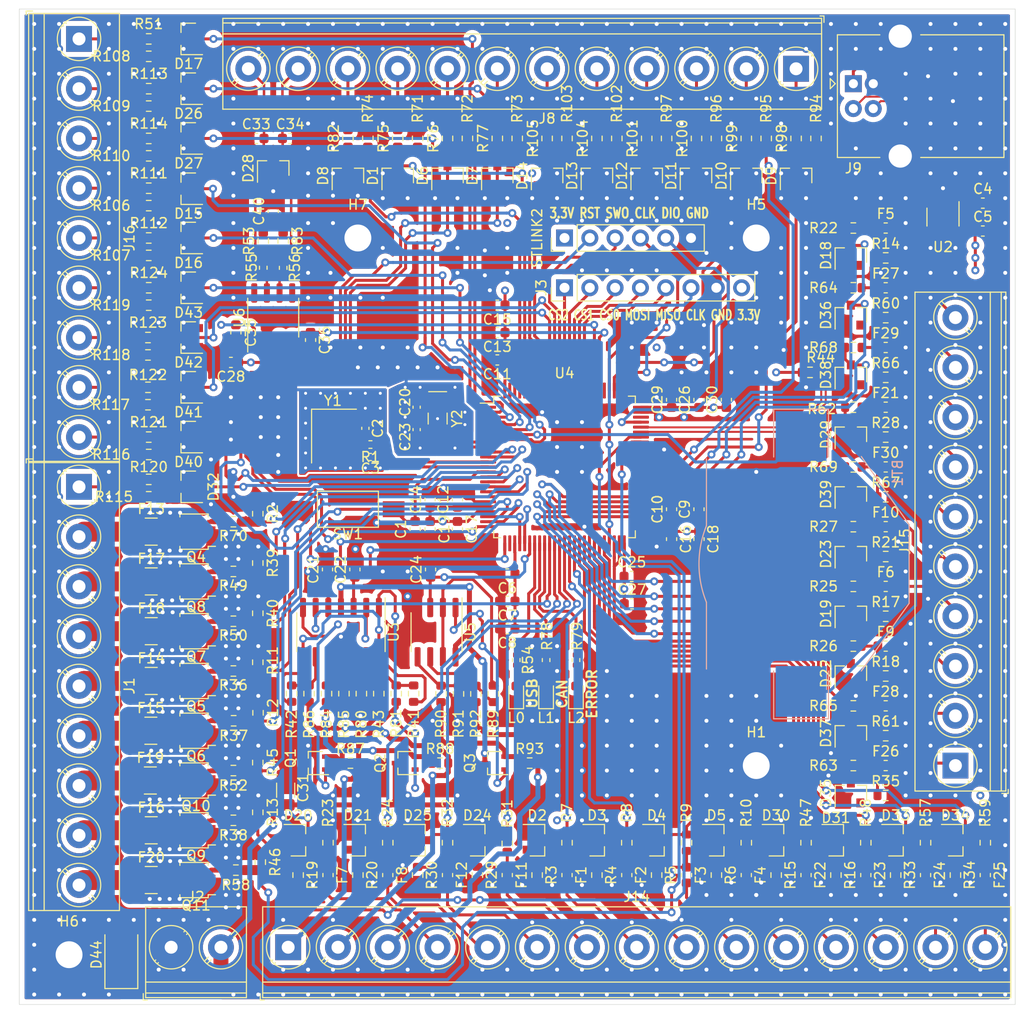
<source format=kicad_pcb>
(kicad_pcb (version 20171130) (host pcbnew "(5.1.10)-1")
  (layers (0 F.Cu signal) (1 In1.Cu signal) (2 In2.Cu power) (31 B.Cu signal) (34 B.Paste user) (35 F.Paste user) (36 B.SilkS user) (37 F.SilkS user) (38 B.Mask user) (39 F.Mask user) (44 Edge.Cuts user))
  (net 0 "")
  (net 1 GND)
  (net 2 "Net-(F1-Pad1)")
  (net 3 "Net-(F2-Pad1)")
  (net 4 "Net-(F3-Pad1)")
  (net 5 "Net-(F4-Pad1)")
  (net 6 "Net-(F5-Pad1)")
  (net 7 "Net-(F6-Pad1)")
  (net 8 "Net-(F7-Pad1)")
  (net 9 "Net-(F8-Pad1)")
  (net 10 "Net-(F9-Pad1)")
  (net 11 "Net-(F10-Pad1)")
  (net 12 "Net-(F11-Pad1)")
  (net 13 "Net-(F12-Pad1)")
  (net 14 "Net-(U2-Pad4)")
  (net 15 "Net-(U6-Pad5)")
  (net 16 "Net-(U6-Pad8)")
  (net 17 /CAN/CAN-)
  (net 18 /CAN/CAN+)
  (net 19 NRST)
  (net 20 "Net-(C40-Pad1)")
  (net 21 +3V3)
  (net 22 "Net-(R53-Pad1)")
  (net 23 "Net-(R56-Pad1)")
  (net 24 "Net-(C3-Pad2)")
  (net 25 "Net-(F21-Pad1)")
  (net 26 "Net-(F22-Pad1)")
  (net 27 "Net-(F23-Pad1)")
  (net 28 "Net-(F24-Pad1)")
  (net 29 "Net-(F25-Pad1)")
  (net 30 /SDADC/AI4)
  (net 31 /SDADC/AI5)
  (net 32 /SDADC/AI6)
  (net 33 /SDADC/AI7)
  (net 34 /SDADC/AI0)
  (net 35 /SDADC/AI1)
  (net 36 /SDADC/AI3)
  (net 37 /SDADC/AI2)
  (net 38 /SDADC/AI8)
  (net 39 /SDADC/AI9)
  (net 40 /SDADC/AI10)
  (net 41 /SDADC/AI11)
  (net 42 "Net-(F26-Pad1)")
  (net 43 "Net-(F27-Pad1)")
  (net 44 "Net-(F28-Pad1)")
  (net 45 "Net-(F29-Pad1)")
  (net 46 "Net-(F30-Pad1)")
  (net 47 +5V)
  (net 48 PF9)
  (net 49 PE4)
  (net 50 PF10)
  (net 51 PE5)
  (net 52 PC13)
  (net 53 PE3)
  (net 54 PE2)
  (net 55 USB+)
  (net 56 USB-)
  (net 57 PE6)
  (net 58 /Digital/P0)
  (net 59 /Digital/P2)
  (net 60 /Digital/P4)
  (net 61 /Digital/P6)
  (net 62 /Digital/P1)
  (net 63 /Digital/P3)
  (net 64 /Digital/P5)
  (net 65 /Digital/P7)
  (net 66 PC3)
  (net 67 PC2)
  (net 68 PC0)
  (net 69 PA0)
  (net 70 PA2)
  (net 71 PC1)
  (net 72 PA1)
  (net 73 PA3)
  (net 74 /INPUT/DI7)
  (net 75 /INPUT/DI6)
  (net 76 /INPUT/DI5)
  (net 77 /INPUT/DI4)
  (net 78 /INPUT/DI3)
  (net 79 /INPUT/DI2)
  (net 80 /INPUT/DI1)
  (net 81 /INPUT/DI0)
  (net 82 PA5)
  (net 83 PA6)
  (net 84 PA4)
  (net 85 /DAC/AO2)
  (net 86 /DAC/AO1)
  (net 87 /DAC/AO0)
  (net 88 PE8)
  (net 89 PE9)
  (net 90 PE10)
  (net 91 PE11)
  (net 92 PB0)
  (net 93 PB1)
  (net 94 PE7)
  (net 95 PB2)
  (net 96 PE12)
  (net 97 PE13)
  (net 98 PE14)
  (net 99 PE15)
  (net 100 PD14)
  (net 101 PD9)
  (net 102 PD8)
  (net 103 PD10)
  (net 104 PD12)
  (net 105 PB14)
  (net 106 PD15)
  (net 107 PB15)
  (net 108 PD13)
  (net 109 PD11)
  (net 110 PD1)
  (net 111 PD0)
  (net 112 PC10)
  (net 113 PB8)
  (net 114 PB6)
  (net 115 PB9)
  (net 116 PC11)
  (net 117 PC12)
  (net 118 PB7)
  (net 119 /Pulse/E0+)
  (net 120 /Pulse/E0-)
  (net 121 /Pulse/E1+)
  (net 122 /Pulse/E1-)
  (net 123 PF0)
  (net 124 PC14)
  (net 125 PC15)
  (net 126 PF1)
  (net 127 PA13)
  (net 128 PA14)
  (net 129 PB3)
  (net 130 PC7)
  (net 131 PC8)
  (net 132 PC9)
  (net 133 PD2)
  (net 134 PD3)
  (net 135 PD4)
  (net 136 PA8)
  (net 137 PA9)
  (net 138 PA10)
  (net 139 PC6)
  (net 140 PF6)
  (net 141 PA15)
  (net 142 PE1)
  (net 143 PE0)
  (net 144 PA7)
  (net 145 PC4)
  (net 146 PC5)
  (net 147 PF2)
  (net 148 PF4)
  (net 149 PB10)
  (net 150 PD5)
  (net 151 PD6)
  (net 152 PD7)
  (net 153 PB4)
  (net 154 PB5)
  (net 155 "Net-(L0-Pad2)")
  (net 156 "Net-(L1-Pad2)")
  (net 157 "Net-(L2-Pad2)")
  (net 158 /DSDADC/DAI4M)
  (net 159 /DSDADC/DAI1M)
  (net 160 /DSDADC/DAI1P)
  (net 161 /DSDADC/DAI2P)
  (net 162 /DSDADC/DAI3P)
  (net 163 /DSDADC/DAI0P)
  (net 164 /DSDADC/DAI4P)
  (net 165 /DSDADC/DAI0M)
  (net 166 /DSDADC/DAI3M)
  (net 167 /DSDADC/DAI2M)
  (net 168 /Pulse/IC0)
  (net 169 /Pulse/IC1)
  (net 170 /Pulse/IC2)
  (net 171 /Pulse/IC3)
  (net 172 /INPUT/DI9)
  (net 173 /INPUT/DI8)
  (net 174 "Net-(Q1-Pad2)")
  (net 175 "Net-(Q1-Pad1)")
  (net 176 "Net-(Q2-Pad2)")
  (net 177 "Net-(Q2-Pad1)")
  (net 178 "Net-(Q3-Pad2)")
  (net 179 "Net-(Q3-Pad1)")
  (net 180 "Net-(R41-Pad2)")
  (net 181 "Net-(R41-Pad1)")
  (net 182 "Net-(R42-Pad2)")
  (net 183 "Net-(R42-Pad1)")
  (net 184 "Net-(R43-Pad1)")
  (net 185 "Net-(R84-Pad1)")
  (net 186 "Net-(R89-Pad2)")
  (net 187 "Net-(R89-Pad1)")
  (net 188 "Net-(R90-Pad1)")
  (net 189 /Pulse/E2-)
  (net 190 /Pulse/E2+)
  (net 191 "Net-(BT1-Pad1)")
  (net 192 VDC)
  (net 193 "Net-(F13-Pad2)")
  (net 194 "Net-(F14-Pad2)")
  (net 195 "Net-(F15-Pad2)")
  (net 196 "Net-(F16-Pad2)")
  (net 197 "Net-(F17-Pad2)")
  (net 198 "Net-(F18-Pad2)")
  (net 199 "Net-(F19-Pad2)")
  (net 200 "Net-(F20-Pad2)")
  (net 201 "Net-(Q4-Pad4)")
  (net 202 "Net-(Q5-Pad4)")
  (net 203 "Net-(Q6-Pad4)")
  (net 204 "Net-(Q7-Pad4)")
  (net 205 "Net-(Q8-Pad4)")
  (net 206 "Net-(Q9-Pad4)")
  (net 207 "Net-(Q10-Pad4)")
  (net 208 "Net-(Q11-Pad4)")
  (module Crystal:Crystal_SMD_EuroQuartz_EQ161-2Pin_3.2x1.5mm_HandSoldering (layer F.Cu) (at 138.01 92.14 270)
    (fp_text reference Y2 (at 0 -1.95 90) (layer F.SilkS))
    (fp_text value LSE)
    (pad 2 smd rect (at 1.625 0 270) (size 1.75 1.8) (layers F.Cu F.Paste F.Mask) (net 125 PC15))
    (pad 1 smd rect (at -1.625 0 270) (size 1.75 1.8) (layers F.Cu F.Paste F.Mask) (net 124 PC14))
  )
  (module Crystal:Crystal_SMD_3225-4Pin_3.2x2.5mm_HandSoldering (layer F.Cu) (at 127.6 93.9 270)
    (fp_text reference Y1 (at -3.55 0.1 180) (layer F.SilkS))
    (fp_text value HSE)
    (pad 4 smd rect (at -1.45 -1.15 270) (size 2.1 1.8) (layers F.Cu F.Paste F.Mask) (net 1 GND))
    (pad 3 smd rect (at 1.45 -1.15 270) (size 2.1 1.8) (layers F.Cu F.Paste F.Mask) (net 24 "Net-(C3-Pad2)"))
    (pad 2 smd rect (at 1.45 1.15 270) (size 2.1 1.8) (layers F.Cu F.Paste F.Mask) (net 1 GND))
    (pad 1 smd rect (at -1.45 1.15 270) (size 2.1 1.8) (layers F.Cu F.Paste F.Mask) (net 123 PF0))
  )
  (module Resistor_SMD:R_0402_1005Metric (layer F.Cu) (at 131.26 94.75)
    (fp_text reference R1 (at 0 1.25) (layer F.SilkS))
    (fp_text value 2k)
    (pad 2 smd roundrect (at 0.51 0) (size 0.54 0.64) (layers F.Cu F.Paste F.Mask) (net 126 PF1))
    (pad 1 smd roundrect (at -0.51 0) (size 0.54 0.64) (layers F.Cu F.Paste F.Mask) (net 24 "Net-(C3-Pad2)"))
  )
  (module Capacitor_SMD:C_0402_1005Metric (layer F.Cu) (at 135.9 93.25 270)
    (fp_text reference C23 (at 0.75 1.15 90) (layer F.SilkS))
    (fp_text value 4.7pF)
    (pad 2 smd roundrect (at 0.48 0 270) (size 0.56 0.62) (layers F.Cu F.Paste F.Mask) (net 125 PC15))
    (pad 1 smd roundrect (at -0.48 0 270) (size 0.56 0.62) (layers F.Cu F.Paste F.Mask) (net 1 GND))
  )
  (module Capacitor_SMD:C_0402_1005Metric (layer F.Cu) (at 135.9 91 90)
    (fp_text reference C20 (at 0.5 -1.16 90) (layer F.SilkS))
    (fp_text value 4.7pF)
    (pad 2 smd roundrect (at 0.48 0 90) (size 0.56 0.62) (layers F.Cu F.Paste F.Mask) (net 124 PC14))
    (pad 1 smd roundrect (at -0.48 0 90) (size 0.56 0.62) (layers F.Cu F.Paste F.Mask) (net 1 GND))
  )
  (module Capacitor_SMD:C_0402_1005Metric (layer F.Cu) (at 131.25 96 180)
    (fp_text reference C3 (at 0 -1.16) (layer F.SilkS))
    (fp_text value 10pF)
    (pad 2 smd roundrect (at 0.48 0 180) (size 0.56 0.62) (layers F.Cu F.Paste F.Mask) (net 24 "Net-(C3-Pad2)"))
    (pad 1 smd roundrect (at -0.48 0 180) (size 0.56 0.62) (layers F.Cu F.Paste F.Mask) (net 1 GND))
  )
  (module Capacitor_SMD:C_0402_1005Metric (layer F.Cu) (at 130.75 93.12 270)
    (fp_text reference C2 (at 0 -1.25 90) (layer F.SilkS))
    (fp_text value 10pF)
    (pad 2 smd roundrect (at 0.48 0 270) (size 0.56 0.62) (layers F.Cu F.Paste F.Mask) (net 123 PF0))
    (pad 1 smd roundrect (at -0.48 0 270) (size 0.56 0.62) (layers F.Cu F.Paste F.Mask) (net 1 GND))
  )
  (module TerminalBlock_Phoenix:TerminalBlock_Phoenix_PT-1,5-2-5.0-H_1x02_P5.00mm_Horizontal (layer F.Cu) (at 111.25 145.25)
    (fp_text reference J2 (at 2.5 -5.06) (layer F.SilkS))
    (fp_text value Screw_Terminal_01x02)
    (pad 2 thru_hole circle (at 5 0) (size 2.6 2.6) (drill 1.3) (layers *.Cu *.Mask) (net 192 VDC))
    (pad 1 thru_hole rect (at 0 0) (size 2.6 2.6) (drill 1.3) (layers *.Cu *.Mask) (net 1 GND))
  )
  (module Fuse:Fuse_1210_3225Metric (layer F.Cu) (at 109.25 138.5)
    (fp_text reference F20 (at 0 -2.28) (layer F.SilkS))
    (fp_text value "Max 2.5A")
    (pad 2 smd roundrect (at 1.4 0) (size 1.25 2.65) (layers F.Cu F.Paste F.Mask) (roundrect_rratio 0.2) (net 200 "Net-(F20-Pad2)"))
    (pad 1 smd roundrect (at -1.4 0) (size 1.25 2.65) (layers F.Cu F.Paste F.Mask) (roundrect_rratio 0.2) (net 65 /Digital/P7))
  )
  (module Fuse:Fuse_1210_3225Metric (layer F.Cu) (at 109.1625 128.5)
    (fp_text reference F19 (at 0 -2.28) (layer F.SilkS))
    (fp_text value "Max 2.5A")
    (pad 2 smd roundrect (at 1.4 0) (size 1.25 2.65) (layers F.Cu F.Paste F.Mask) (roundrect_rratio 0.2) (net 199 "Net-(F19-Pad2)"))
    (pad 1 smd roundrect (at -1.4 0) (size 1.25 2.65) (layers F.Cu F.Paste F.Mask) (roundrect_rratio 0.2) (net 64 /Digital/P5))
  )
  (module Fuse:Fuse_1210_3225Metric (layer F.Cu) (at 109.25 113.5)
    (fp_text reference F18 (at 0 -2.28) (layer F.SilkS))
    (fp_text value "Max 2.5A")
    (pad 2 smd roundrect (at 1.4 0) (size 1.25 2.65) (layers F.Cu F.Paste F.Mask) (roundrect_rratio 0.2) (net 198 "Net-(F18-Pad2)"))
    (pad 1 smd roundrect (at -1.4 0) (size 1.25 2.65) (layers F.Cu F.Paste F.Mask) (roundrect_rratio 0.2) (net 59 /Digital/P2))
  )
  (module Fuse:Fuse_1210_3225Metric (layer F.Cu) (at 109.25 108.5)
    (fp_text reference F17 (at 0 -2.28) (layer F.SilkS))
    (fp_text value "Max 2.5A")
    (pad 2 smd roundrect (at 1.4 0) (size 1.25 2.65) (layers F.Cu F.Paste F.Mask) (roundrect_rratio 0.2) (net 197 "Net-(F17-Pad2)"))
    (pad 1 smd roundrect (at -1.4 0) (size 1.25 2.65) (layers F.Cu F.Paste F.Mask) (roundrect_rratio 0.2) (net 62 /Digital/P1))
  )
  (module Fuse:Fuse_1210_3225Metric (layer F.Cu) (at 109.25 133.5)
    (fp_text reference F16 (at 0 -2.28) (layer F.SilkS))
    (fp_text value "Max 2.5A")
    (pad 2 smd roundrect (at 1.4 0) (size 1.25 2.65) (layers F.Cu F.Paste F.Mask) (roundrect_rratio 0.2) (net 196 "Net-(F16-Pad2)"))
    (pad 1 smd roundrect (at -1.4 0) (size 1.25 2.65) (layers F.Cu F.Paste F.Mask) (roundrect_rratio 0.2) (net 61 /Digital/P6))
  )
  (module Fuse:Fuse_1210_3225Metric (layer F.Cu) (at 109.2125 123.5)
    (fp_text reference F15 (at 0 -2.28) (layer F.SilkS))
    (fp_text value "Max 2.5A")
    (pad 2 smd roundrect (at 1.4 0) (size 1.25 2.65) (layers F.Cu F.Paste F.Mask) (roundrect_rratio 0.2) (net 195 "Net-(F15-Pad2)"))
    (pad 1 smd roundrect (at -1.4 0) (size 1.25 2.65) (layers F.Cu F.Paste F.Mask) (roundrect_rratio 0.2) (net 60 /Digital/P4))
  )
  (module Fuse:Fuse_1210_3225Metric (layer F.Cu) (at 109.25 118.5)
    (fp_text reference F14 (at 0 -2.28) (layer F.SilkS))
    (fp_text value "Max 2.5A")
    (pad 2 smd roundrect (at 1.4 0) (size 1.25 2.65) (layers F.Cu F.Paste F.Mask) (roundrect_rratio 0.2) (net 194 "Net-(F14-Pad2)"))
    (pad 1 smd roundrect (at -1.4 0) (size 1.25 2.65) (layers F.Cu F.Paste F.Mask) (roundrect_rratio 0.2) (net 63 /Digital/P3))
  )
  (module Fuse:Fuse_1210_3225Metric (layer F.Cu) (at 109.25 103.5)
    (fp_text reference F13 (at 0 -2.28) (layer F.SilkS))
    (fp_text value "Max 2.5A")
    (pad 2 smd roundrect (at 1.4 0) (size 1.25 2.65) (layers F.Cu F.Paste F.Mask) (roundrect_rratio 0.2) (net 193 "Net-(F13-Pad2)"))
    (pad 1 smd roundrect (at -1.4 0) (size 1.25 2.65) (layers F.Cu F.Paste F.Mask) (roundrect_rratio 0.2) (net 58 /Digital/P0))
  )
  (module Diode_SMD:D_SMA (layer F.Cu) (at 106.25 146 90)
    (fp_text reference D44 (at 0 -2.5 90) (layer F.SilkS))
    (fp_text value SK56A-LTP)
    (pad 2 smd rect (at 2 0 90) (size 2.5 1.8) (layers F.Cu F.Paste F.Mask) (net 1 GND))
    (pad 1 smd rect (at -2 0 90) (size 2.5 1.8) (layers F.Cu F.Paste F.Mask) (net 192 VDC))
  )
  (module Capacitor_SMD:C_1206_3216Metric (layer F.Cu) (at 122.75 129.475 90)
    (fp_text reference C31 (at 0.225 1.75 90) (layer F.SilkS))
    (fp_text value 10uF)
    (pad 2 smd roundrect (at 1.475 0 90) (size 1.15 1.8) (layers F.Cu F.Paste F.Mask) (roundrect_rratio 0.2173904347826087) (net 1 GND))
    (pad 1 smd roundrect (at -1.475 0 90) (size 1.15 1.8) (layers F.Cu F.Paste F.Mask) (roundrect_rratio 0.2173904347826087) (net 192 VDC))
  )
  (module Package_TO_SOT_SMD:LFPAK33 (layer F.Cu) (at 113.75 138.5 180)
    (fp_text reference Q11 (at 0 -2.55) (layer F.SilkS))
    (fp_text value BUK9M15-60EX)
    (pad 5 smd custom (at 0.405 0 180) (size 1.85 2.25) (layers F.Cu F.Mask) (net 200 "Net-(F20-Pad2)") (options (clearance outline) (anchor rect)) (primitives (gr_poly (pts (xy 0.925 -1.175) (xy 1.545 -1.175) (xy 1.545 -0.775) (xy 0.925 -0.775)) (width 0)) (gr_poly (pts (xy 0.925 -0.525) (xy 1.545 -0.525) (xy 1.545 -0.125) (xy 0.925 -0.125)) (width 0)) (gr_poly (pts (xy 0.925 0.125) (xy 1.545 0.125) (xy 1.545 0.525) (xy 0.925 0.525)) (width 0)) (gr_poly (pts (xy 0.925 0.775) (xy 1.545 0.775) (xy 1.545 1.175) (xy 0.925 1.175)) (width 0))))
    (pad 4 smd rect (at -1.535 0.975 180) (size 0.83 0.4) (layers F.Cu F.Mask) (net 208 "Net-(Q11-Pad4)"))
    (pad 3 smd rect (at -1.535 0.325 180) (size 0.83 0.4) (layers F.Cu F.Mask) (net 1 GND))
    (pad 1 smd rect (at -1.535 -0.975 180) (size 0.83 0.4) (layers F.Cu F.Mask) (net 1 GND))
    (pad 2 smd rect (at -1.535 -0.325 180) (size 0.83 0.4) (layers F.Cu F.Mask) (net 1 GND))
  )
  (module Package_TO_SOT_SMD:LFPAK33 (layer F.Cu) (at 113.75 128.5 180)
    (fp_text reference Q10 (at 0 -2.55) (layer F.SilkS))
    (fp_text value BUK9M15-60EX)
    (pad 5 smd custom (at 0.405 0 180) (size 1.85 2.25) (layers F.Cu F.Mask) (net 199 "Net-(F19-Pad2)") (options (clearance outline) (anchor rect)) (primitives (gr_poly (pts (xy 0.925 -1.175) (xy 1.545 -1.175) (xy 1.545 -0.775) (xy 0.925 -0.775)) (width 0)) (gr_poly (pts (xy 0.925 -0.525) (xy 1.545 -0.525) (xy 1.545 -0.125) (xy 0.925 -0.125)) (width 0)) (gr_poly (pts (xy 0.925 0.125) (xy 1.545 0.125) (xy 1.545 0.525) (xy 0.925 0.525)) (width 0)) (gr_poly (pts (xy 0.925 0.775) (xy 1.545 0.775) (xy 1.545 1.175) (xy 0.925 1.175)) (width 0))))
    (pad 4 smd rect (at -1.535 0.975 180) (size 0.83 0.4) (layers F.Cu F.Mask) (net 207 "Net-(Q10-Pad4)"))
    (pad 3 smd rect (at -1.535 0.325 180) (size 0.83 0.4) (layers F.Cu F.Mask) (net 1 GND))
    (pad 1 smd rect (at -1.535 -0.975 180) (size 0.83 0.4) (layers F.Cu F.Mask) (net 1 GND))
    (pad 2 smd rect (at -1.535 -0.325 180) (size 0.83 0.4) (layers F.Cu F.Mask) (net 1 GND))
  )
  (module Package_TO_SOT_SMD:LFPAK33 (layer F.Cu) (at 113.75 133.5 180)
    (fp_text reference Q9 (at 0 -2.55) (layer F.SilkS))
    (fp_text value BUK9M15-60EX)
    (pad 5 smd custom (at 0.405 0 180) (size 1.85 2.25) (layers F.Cu F.Mask) (net 196 "Net-(F16-Pad2)") (options (clearance outline) (anchor rect)) (primitives (gr_poly (pts (xy 0.925 -1.175) (xy 1.545 -1.175) (xy 1.545 -0.775) (xy 0.925 -0.775)) (width 0)) (gr_poly (pts (xy 0.925 -0.525) (xy 1.545 -0.525) (xy 1.545 -0.125) (xy 0.925 -0.125)) (width 0)) (gr_poly (pts (xy 0.925 0.125) (xy 1.545 0.125) (xy 1.545 0.525) (xy 0.925 0.525)) (width 0)) (gr_poly (pts (xy 0.925 0.775) (xy 1.545 0.775) (xy 1.545 1.175) (xy 0.925 1.175)) (width 0))))
    (pad 4 smd rect (at -1.535 0.975 180) (size 0.83 0.4) (layers F.Cu F.Mask) (net 206 "Net-(Q9-Pad4)"))
    (pad 3 smd rect (at -1.535 0.325 180) (size 0.83 0.4) (layers F.Cu F.Mask) (net 1 GND))
    (pad 1 smd rect (at -1.535 -0.975 180) (size 0.83 0.4) (layers F.Cu F.Mask) (net 1 GND))
    (pad 2 smd rect (at -1.535 -0.325 180) (size 0.83 0.4) (layers F.Cu F.Mask) (net 1 GND))
  )
  (module Package_TO_SOT_SMD:LFPAK33 (layer F.Cu) (at 113.75 108.5 180)
    (fp_text reference Q8 (at 0 -2.55) (layer F.SilkS))
    (fp_text value BUK9M15-60EX)
    (pad 5 smd custom (at 0.405 0 180) (size 1.85 2.25) (layers F.Cu F.Mask) (net 197 "Net-(F17-Pad2)") (options (clearance outline) (anchor rect)) (primitives (gr_poly (pts (xy 0.925 -1.175) (xy 1.545 -1.175) (xy 1.545 -0.775) (xy 0.925 -0.775)) (width 0)) (gr_poly (pts (xy 0.925 -0.525) (xy 1.545 -0.525) (xy 1.545 -0.125) (xy 0.925 -0.125)) (width 0)) (gr_poly (pts (xy 0.925 0.125) (xy 1.545 0.125) (xy 1.545 0.525) (xy 0.925 0.525)) (width 0)) (gr_poly (pts (xy 0.925 0.775) (xy 1.545 0.775) (xy 1.545 1.175) (xy 0.925 1.175)) (width 0))))
    (pad 4 smd rect (at -1.535 0.975 180) (size 0.83 0.4) (layers F.Cu F.Mask) (net 205 "Net-(Q8-Pad4)"))
    (pad 3 smd rect (at -1.535 0.325 180) (size 0.83 0.4) (layers F.Cu F.Mask) (net 1 GND))
    (pad 1 smd rect (at -1.535 -0.975 180) (size 0.83 0.4) (layers F.Cu F.Mask) (net 1 GND))
    (pad 2 smd rect (at -1.535 -0.325 180) (size 0.83 0.4) (layers F.Cu F.Mask) (net 1 GND))
  )
  (module Package_TO_SOT_SMD:LFPAK33 (layer F.Cu) (at 113.75 113.5 180)
    (fp_text reference Q7 (at 0 -2.55) (layer F.SilkS))
    (fp_text value BUK9M15-60EX)
    (pad 5 smd custom (at 0.405 0 180) (size 1.85 2.25) (layers F.Cu F.Mask) (net 198 "Net-(F18-Pad2)") (options (clearance outline) (anchor rect)) (primitives (gr_poly (pts (xy 0.925 -1.175) (xy 1.545 -1.175) (xy 1.545 -0.775) (xy 0.925 -0.775)) (width 0)) (gr_poly (pts (xy 0.925 -0.525) (xy 1.545 -0.525) (xy 1.545 -0.125) (xy 0.925 -0.125)) (width 0)) (gr_poly (pts (xy 0.925 0.125) (xy 1.545 0.125) (xy 1.545 0.525) (xy 0.925 0.525)) (width 0)) (gr_poly (pts (xy 0.925 0.775) (xy 1.545 0.775) (xy 1.545 1.175) (xy 0.925 1.175)) (width 0))))
    (pad 4 smd rect (at -1.535 0.975 180) (size 0.83 0.4) (layers F.Cu F.Mask) (net 204 "Net-(Q7-Pad4)"))
    (pad 3 smd rect (at -1.535 0.325 180) (size 0.83 0.4) (layers F.Cu F.Mask) (net 1 GND))
    (pad 1 smd rect (at -1.535 -0.975 180) (size 0.83 0.4) (layers F.Cu F.Mask) (net 1 GND))
    (pad 2 smd rect (at -1.535 -0.325 180) (size 0.83 0.4) (layers F.Cu F.Mask) (net 1 GND))
  )
  (module Package_TO_SOT_SMD:LFPAK33 (layer F.Cu) (at 113.75 123.5 180)
    (fp_text reference Q6 (at 0 -2.55) (layer F.SilkS))
    (fp_text value BUK9M15-60EX)
    (pad 5 smd custom (at 0.405 0 180) (size 1.85 2.25) (layers F.Cu F.Mask) (net 195 "Net-(F15-Pad2)") (options (clearance outline) (anchor rect)) (primitives (gr_poly (pts (xy 0.925 -1.175) (xy 1.545 -1.175) (xy 1.545 -0.775) (xy 0.925 -0.775)) (width 0)) (gr_poly (pts (xy 0.925 -0.525) (xy 1.545 -0.525) (xy 1.545 -0.125) (xy 0.925 -0.125)) (width 0)) (gr_poly (pts (xy 0.925 0.125) (xy 1.545 0.125) (xy 1.545 0.525) (xy 0.925 0.525)) (width 0)) (gr_poly (pts (xy 0.925 0.775) (xy 1.545 0.775) (xy 1.545 1.175) (xy 0.925 1.175)) (width 0))))
    (pad 4 smd rect (at -1.535 0.975 180) (size 0.83 0.4) (layers F.Cu F.Mask) (net 203 "Net-(Q6-Pad4)"))
    (pad 3 smd rect (at -1.535 0.325 180) (size 0.83 0.4) (layers F.Cu F.Mask) (net 1 GND))
    (pad 1 smd rect (at -1.535 -0.975 180) (size 0.83 0.4) (layers F.Cu F.Mask) (net 1 GND))
    (pad 2 smd rect (at -1.535 -0.325 180) (size 0.83 0.4) (layers F.Cu F.Mask) (net 1 GND))
  )
  (module Package_TO_SOT_SMD:LFPAK33 (layer F.Cu) (at 113.75 118.5 180)
    (fp_text reference Q5 (at 0 -2.55) (layer F.SilkS))
    (fp_text value BUK9M15-60EX)
    (pad 5 smd custom (at 0.405 0 180) (size 1.85 2.25) (layers F.Cu F.Mask) (net 194 "Net-(F14-Pad2)") (options (clearance outline) (anchor rect)) (primitives (gr_poly (pts (xy 0.925 -1.175) (xy 1.545 -1.175) (xy 1.545 -0.775) (xy 0.925 -0.775)) (width 0)) (gr_poly (pts (xy 0.925 -0.525) (xy 1.545 -0.525) (xy 1.545 -0.125) (xy 0.925 -0.125)) (width 0)) (gr_poly (pts (xy 0.925 0.125) (xy 1.545 0.125) (xy 1.545 0.525) (xy 0.925 0.525)) (width 0)) (gr_poly (pts (xy 0.925 0.775) (xy 1.545 0.775) (xy 1.545 1.175) (xy 0.925 1.175)) (width 0))))
    (pad 4 smd rect (at -1.535 0.975 180) (size 0.83 0.4) (layers F.Cu F.Mask) (net 202 "Net-(Q5-Pad4)"))
    (pad 3 smd rect (at -1.535 0.325 180) (size 0.83 0.4) (layers F.Cu F.Mask) (net 1 GND))
    (pad 1 smd rect (at -1.535 -0.975 180) (size 0.83 0.4) (layers F.Cu F.Mask) (net 1 GND))
    (pad 2 smd rect (at -1.535 -0.325 180) (size 0.83 0.4) (layers F.Cu F.Mask) (net 1 GND))
  )
  (module Package_TO_SOT_SMD:LFPAK33 (layer F.Cu) (at 113.75 103.5 180)
    (fp_text reference Q4 (at 0 -2.55) (layer F.SilkS))
    (fp_text value BUK9M15-60EX)
    (pad 5 smd custom (at 0.405 0 180) (size 1.85 2.25) (layers F.Cu F.Mask) (net 193 "Net-(F13-Pad2)") (options (clearance outline) (anchor rect)) (primitives (gr_poly (pts (xy 0.925 -1.175) (xy 1.545 -1.175) (xy 1.545 -0.775) (xy 0.925 -0.775)) (width 0)) (gr_poly (pts (xy 0.925 -0.525) (xy 1.545 -0.525) (xy 1.545 -0.125) (xy 0.925 -0.125)) (width 0)) (gr_poly (pts (xy 0.925 0.125) (xy 1.545 0.125) (xy 1.545 0.525) (xy 0.925 0.525)) (width 0)) (gr_poly (pts (xy 0.925 0.775) (xy 1.545 0.775) (xy 1.545 1.175) (xy 0.925 1.175)) (width 0))))
    (pad 4 smd rect (at -1.535 0.975 180) (size 0.83 0.4) (layers F.Cu F.Mask) (net 201 "Net-(Q4-Pad4)"))
    (pad 3 smd rect (at -1.535 0.325 180) (size 0.83 0.4) (layers F.Cu F.Mask) (net 1 GND))
    (pad 1 smd rect (at -1.535 -0.975 180) (size 0.83 0.4) (layers F.Cu F.Mask) (net 1 GND))
    (pad 2 smd rect (at -1.535 -0.325 180) (size 0.83 0.4) (layers F.Cu F.Mask) (net 1 GND))
  )
  (module TerminalBlock_Phoenix:TerminalBlock_Phoenix_PT-1,5-15-5.0-H_1x15_P5.00mm_Horizontal (layer F.Cu) (at 123 145.25)
    (fp_text reference J14 (at 35 -5.06) (layer F.SilkS))
    (fp_text value Screw_Terminal_01x15)
    (pad 1 thru_hole rect (at 0 0) (size 2.6 2.6) (drill 1.3) (layers *.Cu *.Mask) (net 87 /DAC/AO0))
    (pad 2 thru_hole circle (at 5 0) (size 2.6 2.6) (drill 1.3) (layers *.Cu *.Mask) (net 86 /DAC/AO1))
    (pad 3 thru_hole circle (at 10 0) (size 2.6 2.6) (drill 1.3) (layers *.Cu *.Mask) (net 85 /DAC/AO2))
    (pad 4 thru_hole circle (at 15 0) (size 2.6 2.6) (drill 1.3) (layers *.Cu *.Mask) (net 34 /SDADC/AI0))
    (pad 5 thru_hole circle (at 20 0) (size 2.6 2.6) (drill 1.3) (layers *.Cu *.Mask) (net 35 /SDADC/AI1))
    (pad 6 thru_hole circle (at 25 0) (size 2.6 2.6) (drill 1.3) (layers *.Cu *.Mask) (net 37 /SDADC/AI2))
    (pad 7 thru_hole circle (at 30 0) (size 2.6 2.6) (drill 1.3) (layers *.Cu *.Mask) (net 36 /SDADC/AI3))
    (pad 8 thru_hole circle (at 35 0) (size 2.6 2.6) (drill 1.3) (layers *.Cu *.Mask) (net 30 /SDADC/AI4))
    (pad 9 thru_hole circle (at 40 0) (size 2.6 2.6) (drill 1.3) (layers *.Cu *.Mask) (net 31 /SDADC/AI5))
    (pad 10 thru_hole circle (at 45 0) (size 2.6 2.6) (drill 1.3) (layers *.Cu *.Mask) (net 32 /SDADC/AI6))
    (pad 11 thru_hole circle (at 50 0) (size 2.6 2.6) (drill 1.3) (layers *.Cu *.Mask) (net 33 /SDADC/AI7))
    (pad 12 thru_hole circle (at 55 0) (size 2.6 2.6) (drill 1.3) (layers *.Cu *.Mask) (net 38 /SDADC/AI8))
    (pad 13 thru_hole circle (at 60 0) (size 2.6 2.6) (drill 1.3) (layers *.Cu *.Mask) (net 39 /SDADC/AI9))
    (pad 14 thru_hole circle (at 65 0) (size 2.6 2.6) (drill 1.3) (layers *.Cu *.Mask) (net 40 /SDADC/AI10))
    (pad 15 thru_hole circle (at 70 0) (size 2.6 2.6) (drill 1.3) (layers *.Cu *.Mask) (net 41 /SDADC/AI11))
  )
  (module Connector_PinHeader_2.54mm:PinHeader_1x08_P2.54mm_Vertical (layer F.Cu) (at 150.75 79 90)
    (fp_text reference J3 (at 0 -2.33 90) (layer F.SilkS))
    (fp_text value Conn_01x08)
    (pad 8 thru_hole oval (at 0 17.78 90) (size 1.7 1.7) (drill 1) (layers *.Cu *.Mask) (net 21 +3V3))
    (pad 7 thru_hole oval (at 0 15.24 90) (size 1.7 1.7) (drill 1) (layers *.Cu *.Mask) (net 1 GND))
    (pad 6 thru_hole oval (at 0 12.7 90) (size 1.7 1.7) (drill 1) (layers *.Cu *.Mask) (net 149 PB10))
    (pad 5 thru_hole oval (at 0 10.16 90) (size 1.7 1.7) (drill 1) (layers *.Cu *.Mask) (net 134 PD3))
    (pad 4 thru_hole oval (at 0 7.62 90) (size 1.7 1.7) (drill 1) (layers *.Cu *.Mask) (net 135 PD4))
    (pad 3 thru_hole oval (at 0 5.08 90) (size 1.7 1.7) (drill 1) (layers *.Cu *.Mask) (net 150 PD5))
    (pad 2 thru_hole oval (at 0 2.54 90) (size 1.7 1.7) (drill 1) (layers *.Cu *.Mask) (net 151 PD6))
    (pad 1 thru_hole rect (at 0 0 90) (size 1.7 1.7) (drill 1) (layers *.Cu *.Mask) (net 152 PD7))
  )
  (module Resistor_SMD:R_0603_1608Metric (layer F.Cu) (at 117.5 102.5 180)
    (fp_text reference R70 (at 0 -1.43) (layer F.SilkS))
    (fp_text value 160)
    (pad 2 smd roundrect (at 0.825 0 180) (size 0.8 0.95) (layers F.Cu F.Paste F.Mask) (net 201 "Net-(Q4-Pad4)"))
    (pad 1 smd roundrect (at -0.825 0 180) (size 0.8 0.95) (layers F.Cu F.Paste F.Mask) (net 68 PC0))
  )
  (module Resistor_SMD:R_0603_1608Metric (layer F.Cu) (at 117.75 137.5 180)
    (fp_text reference R58 (at 0 -1.5 180) (layer F.SilkS))
    (fp_text value 160)
    (pad 2 smd roundrect (at 0.825 0 180) (size 0.8 0.95) (layers F.Cu F.Paste F.Mask) (net 208 "Net-(Q11-Pad4)"))
    (pad 1 smd roundrect (at -0.825 0 180) (size 0.8 0.95) (layers F.Cu F.Paste F.Mask) (net 138 PA10))
  )
  (module Resistor_SMD:R_0603_1608Metric (layer F.Cu) (at 117.5 127.5 180)
    (fp_text reference R52 (at 0 -1.5) (layer F.SilkS))
    (fp_text value 160)
    (pad 2 smd roundrect (at 0.825 0 180) (size 0.8 0.95) (layers F.Cu F.Paste F.Mask) (net 207 "Net-(Q10-Pad4)"))
    (pad 1 smd roundrect (at -0.825 0 180) (size 0.8 0.95) (layers F.Cu F.Paste F.Mask) (net 72 PA1))
  )
  (module Resistor_SMD:R_0603_1608Metric (layer F.Cu) (at 117.5 112.5 180)
    (fp_text reference R50 (at 0 -1.43) (layer F.SilkS))
    (fp_text value 160)
    (pad 2 smd roundrect (at 0.825 0 180) (size 0.8 0.95) (layers F.Cu F.Paste F.Mask) (net 204 "Net-(Q7-Pad4)"))
    (pad 1 smd roundrect (at -0.825 0 180) (size 0.8 0.95) (layers F.Cu F.Paste F.Mask) (net 67 PC2))
  )
  (module Resistor_SMD:R_0603_1608Metric (layer F.Cu) (at 117.5 107.5 180)
    (fp_text reference R49 (at 0 -1.43) (layer F.SilkS))
    (fp_text value 160)
    (pad 2 smd roundrect (at 0.825 0 180) (size 0.8 0.95) (layers F.Cu F.Paste F.Mask) (net 205 "Net-(Q8-Pad4)"))
    (pad 1 smd roundrect (at -0.825 0 180) (size 0.8 0.95) (layers F.Cu F.Paste F.Mask) (net 71 PC1))
  )
  (module Resistor_SMD:R_0603_1608Metric (layer F.Cu) (at 120.2 136.7 90)
    (fp_text reference R46 (at 0 1.5 90) (layer F.SilkS))
    (fp_text value 10k)
    (pad 2 smd roundrect (at 0.825 0 90) (size 0.8 0.95) (layers F.Cu F.Paste F.Mask) (net 1 GND))
    (pad 1 smd roundrect (at -0.825 0 90) (size 0.8 0.95) (layers F.Cu F.Paste F.Mask) (net 138 PA10))
  )
  (module Resistor_SMD:R_0603_1608Metric (layer F.Cu) (at 119.95 126.7 90)
    (fp_text reference R45 (at 0 1.5 90) (layer F.SilkS))
    (fp_text value 10k)
    (pad 2 smd roundrect (at 0.825 0 90) (size 0.8 0.95) (layers F.Cu F.Paste F.Mask) (net 1 GND))
    (pad 1 smd roundrect (at -0.825 0 90) (size 0.8 0.95) (layers F.Cu F.Paste F.Mask) (net 72 PA1))
  )
  (module Resistor_SMD:R_0603_1608Metric (layer F.Cu) (at 119.95 111.7 90)
    (fp_text reference R40 (at 0 1.5 90) (layer F.SilkS))
    (fp_text value 10k)
    (pad 2 smd roundrect (at 0.825 0 90) (size 0.8 0.95) (layers F.Cu F.Paste F.Mask) (net 1 GND))
    (pad 1 smd roundrect (at -0.825 0 90) (size 0.8 0.95) (layers F.Cu F.Paste F.Mask) (net 67 PC2))
  )
  (module Resistor_SMD:R_0603_1608Metric (layer F.Cu) (at 119.95 106.655 90)
    (fp_text reference R39 (at 0 1.5 90) (layer F.SilkS))
    (fp_text value 10k)
    (pad 2 smd roundrect (at 0.825 0 90) (size 0.8 0.95) (layers F.Cu F.Paste F.Mask) (net 1 GND))
    (pad 1 smd roundrect (at -0.825 0 90) (size 0.8 0.95) (layers F.Cu F.Paste F.Mask) (net 71 PC1))
  )
  (module Resistor_SMD:R_0603_1608Metric (layer F.Cu) (at 117.5 132.5 180)
    (fp_text reference R38 (at 0 -1.5) (layer F.SilkS))
    (fp_text value 160)
    (pad 2 smd roundrect (at 0.825 0 180) (size 0.8 0.95) (layers F.Cu F.Paste F.Mask) (net 206 "Net-(Q9-Pad4)"))
    (pad 1 smd roundrect (at -0.825 0 180) (size 0.8 0.95) (layers F.Cu F.Paste F.Mask) (net 137 PA9))
  )
  (module Resistor_SMD:R_0603_1608Metric (layer F.Cu) (at 117.525 122.5 180)
    (fp_text reference R37 (at 0 -1.5) (layer F.SilkS))
    (fp_text value 160)
    (pad 2 smd roundrect (at 0.825 0 180) (size 0.8 0.95) (layers F.Cu F.Paste F.Mask) (net 203 "Net-(Q6-Pad4)"))
    (pad 1 smd roundrect (at -0.825 0 180) (size 0.8 0.95) (layers F.Cu F.Paste F.Mask) (net 69 PA0))
  )
  (module Resistor_SMD:R_0603_1608Metric (layer F.Cu) (at 117.5 117.5 180)
    (fp_text reference R36 (at 0 -1.43) (layer F.SilkS))
    (fp_text value 160)
    (pad 2 smd roundrect (at 0.825 0 180) (size 0.8 0.95) (layers F.Cu F.Paste F.Mask) (net 202 "Net-(Q5-Pad4)"))
    (pad 1 smd roundrect (at -0.825 0 180) (size 0.8 0.95) (layers F.Cu F.Paste F.Mask) (net 66 PC3))
  )
  (module Resistor_SMD:R_0603_1608Metric (layer F.Cu) (at 119.95 131.7 90)
    (fp_text reference R13 (at 0 1.5 90) (layer F.SilkS))
    (fp_text value 10k)
    (pad 2 smd roundrect (at 0.825 0 90) (size 0.8 0.95) (layers F.Cu F.Paste F.Mask) (net 1 GND))
    (pad 1 smd roundrect (at -0.825 0 90) (size 0.8 0.95) (layers F.Cu F.Paste F.Mask) (net 137 PA9))
  )
  (module Resistor_SMD:R_0603_1608Metric (layer F.Cu) (at 119.975 121.7 90)
    (fp_text reference R12 (at 0 1.5 90) (layer F.SilkS))
    (fp_text value 10k)
    (pad 2 smd roundrect (at 0.825 0 90) (size 0.8 0.95) (layers F.Cu F.Paste F.Mask) (net 1 GND))
    (pad 1 smd roundrect (at -0.825 0 90) (size 0.8 0.95) (layers F.Cu F.Paste F.Mask) (net 69 PA0))
  )
  (module Resistor_SMD:R_0603_1608Metric (layer F.Cu) (at 119.95 116.625 90)
    (fp_text reference R11 (at 0.175 1.5 90) (layer F.SilkS))
    (fp_text value 10k)
    (pad 2 smd roundrect (at 0.825 0 90) (size 0.8 0.95) (layers F.Cu F.Paste F.Mask) (net 1 GND))
    (pad 1 smd roundrect (at -0.825 0 90) (size 0.8 0.95) (layers F.Cu F.Paste F.Mask) (net 66 PC3))
  )
  (module Resistor_SMD:R_0603_1608Metric (layer F.Cu) (at 119.95 101.7 90)
    (fp_text reference R2 (at 0 1.5 90) (layer F.SilkS))
    (fp_text value 10k)
    (pad 2 smd roundrect (at 0.825 0 90) (size 0.8 0.95) (layers F.Cu F.Paste F.Mask) (net 1 GND))
    (pad 1 smd roundrect (at -0.825 0 90) (size 0.8 0.95) (layers F.Cu F.Paste F.Mask) (net 68 PC0))
  )
  (module Connector_USB:USB_B_OST_USB-B1HSxx_Horizontal (layer F.Cu) (at 179.75 58.5)
    (fp_text reference J9 (at 0 8.5) (layer F.SilkS))
    (fp_text value USB_B)
    (pad 5 thru_hole circle (at 4.71 7.27) (size 3.5 3.5) (drill 2.33) (layers *.Cu *.Mask) (net 1 GND))
    (pad 5 thru_hole circle (at 4.71 -4.77) (size 3.5 3.5) (drill 2.33) (layers *.Cu *.Mask) (net 1 GND))
    (pad 4 thru_hole circle (at 2 0) (size 1.7 1.7) (drill 0.92) (layers *.Cu *.Mask) (net 1 GND))
    (pad 3 thru_hole circle (at 2 2.5) (size 1.7 1.7) (drill 0.92) (layers *.Cu *.Mask) (net 55 USB+))
    (pad 2 thru_hole circle (at 0 2.5) (size 1.7 1.7) (drill 0.92) (layers *.Cu *.Mask) (net 56 USB-))
    (pad 1 thru_hole rect (at 0 0) (size 1.7 1.7) (drill 0.92) (layers *.Cu *.Mask) (net 47 +5V))
  )
  (module Resistor_SMD:R_0603_1608Metric (layer F.Cu) (at 109 79 180)
    (fp_text reference R124 (at 0 1.5) (layer F.SilkS))
    (fp_text value 10k)
    (pad 2 smd roundrect (at 0.825 0 180) (size 0.8 0.95) (layers F.Cu F.Paste F.Mask) (net 76 /INPUT/DI5))
    (pad 1 smd roundrect (at -0.825 0 180) (size 0.8 0.95) (layers F.Cu F.Paste F.Mask) (net 52 PC13))
  )
  (module Resistor_SMD:R_0603_1608Metric (layer F.Cu) (at 108.925 84 180)
    (fp_text reference R123 (at 0 1.5) (layer F.SilkS))
    (fp_text value 10k)
    (pad 2 smd roundrect (at 0.825 0 180) (size 0.8 0.95) (layers F.Cu F.Paste F.Mask) (net 75 /INPUT/DI6))
    (pad 1 smd roundrect (at -0.825 0 180) (size 0.8 0.95) (layers F.Cu F.Paste F.Mask) (net 154 PB5))
  )
  (module Resistor_SMD:R_0603_1608Metric (layer F.Cu) (at 108.925 89 180)
    (fp_text reference R122 (at 0 1.25) (layer F.SilkS))
    (fp_text value 10k)
    (pad 2 smd roundrect (at 0.825 0 180) (size 0.8 0.95) (layers F.Cu F.Paste F.Mask) (net 74 /INPUT/DI7))
    (pad 1 smd roundrect (at -0.825 0 180) (size 0.8 0.95) (layers F.Cu F.Paste F.Mask) (net 153 PB4))
  )
  (module Resistor_SMD:R_0603_1608Metric (layer F.Cu) (at 109 94 180)
    (fp_text reference R121 (at 0 1.5) (layer F.SilkS))
    (fp_text value 10k)
    (pad 2 smd roundrect (at 0.825 0 180) (size 0.8 0.95) (layers F.Cu F.Paste F.Mask) (net 173 /INPUT/DI8))
    (pad 1 smd roundrect (at -0.825 0 180) (size 0.8 0.95) (layers F.Cu F.Paste F.Mask) (net 48 PF9))
  )
  (module Resistor_SMD:R_0603_1608Metric (layer F.Cu) (at 109 98.25 180)
    (fp_text reference R120 (at 0 1.25) (layer F.SilkS))
    (fp_text value 10k)
    (pad 2 smd roundrect (at 0.825 0 180) (size 0.8 0.95) (layers F.Cu F.Paste F.Mask) (net 172 /INPUT/DI9))
    (pad 1 smd roundrect (at -0.825 0 180) (size 0.8 0.95) (layers F.Cu F.Paste F.Mask) (net 50 PF10))
  )
  (module Resistor_SMD:R_0603_1608Metric (layer F.Cu) (at 109 80.75)
    (fp_text reference R119 (at -3.75 0) (layer F.SilkS))
    (fp_text value 10k)
    (pad 2 smd roundrect (at 0.825 0) (size 0.8 0.95) (layers F.Cu F.Paste F.Mask) (net 52 PC13))
    (pad 1 smd roundrect (at -0.825 0) (size 0.8 0.95) (layers F.Cu F.Paste F.Mask) (net 1 GND))
  )
  (module Resistor_SMD:R_0603_1608Metric (layer F.Cu) (at 108.925 85.75)
    (fp_text reference R118 (at -3.675 0) (layer F.SilkS))
    (fp_text value 10k)
    (pad 2 smd roundrect (at 0.825 0) (size 0.8 0.95) (layers F.Cu F.Paste F.Mask) (net 154 PB5))
    (pad 1 smd roundrect (at -0.825 0) (size 0.8 0.95) (layers F.Cu F.Paste F.Mask) (net 1 GND))
  )
  (module Resistor_SMD:R_0603_1608Metric (layer F.Cu) (at 108.925 90.75)
    (fp_text reference R117 (at -3.75 0) (layer F.SilkS))
    (fp_text value 10k)
    (pad 2 smd roundrect (at 0.825 0) (size 0.8 0.95) (layers F.Cu F.Paste F.Mask) (net 153 PB4))
    (pad 1 smd roundrect (at -0.825 0) (size 0.8 0.95) (layers F.Cu F.Paste F.Mask) (net 1 GND))
  )
  (module Resistor_SMD:R_0603_1608Metric (layer F.Cu) (at 109 95.75)
    (fp_text reference R116 (at -3.75 0) (layer F.SilkS))
    (fp_text value 10k)
    (pad 2 smd roundrect (at 0.825 0) (size 0.8 0.95) (layers F.Cu F.Paste F.Mask) (net 48 PF9))
    (pad 1 smd roundrect (at -0.825 0) (size 0.8 0.95) (layers F.Cu F.Paste F.Mask) (net 1 GND))
  )
  (module Resistor_SMD:R_0603_1608Metric (layer F.Cu) (at 109 100)
    (fp_text reference R115 (at -3.5 0) (layer F.SilkS))
    (fp_text value 10k)
    (pad 2 smd roundrect (at 0.825 0) (size 0.8 0.95) (layers F.Cu F.Paste F.Mask) (net 50 PF10))
    (pad 1 smd roundrect (at -0.825 0) (size 0.8 0.95) (layers F.Cu F.Paste F.Mask) (net 1 GND))
  )
  (module Resistor_SMD:R_0603_1608Metric (layer F.Cu) (at 109 64 180)
    (fp_text reference R114 (at 0 1.5) (layer F.SilkS))
    (fp_text value 10k)
    (pad 2 smd roundrect (at 0.825 0 180) (size 0.8 0.95) (layers F.Cu F.Paste F.Mask) (net 79 /INPUT/DI2))
    (pad 1 smd roundrect (at -0.825 0 180) (size 0.8 0.95) (layers F.Cu F.Paste F.Mask) (net 49 PE4))
  )
  (module Resistor_SMD:R_0603_1608Metric (layer F.Cu) (at 109 59 180)
    (fp_text reference R113 (at 0 1.5) (layer F.SilkS))
    (fp_text value 10k)
    (pad 2 smd roundrect (at 0.825 0 180) (size 0.8 0.95) (layers F.Cu F.Paste F.Mask) (net 80 /INPUT/DI1))
    (pad 1 smd roundrect (at -0.825 0 180) (size 0.8 0.95) (layers F.Cu F.Paste F.Mask) (net 53 PE3))
  )
  (module Resistor_SMD:R_0603_1608Metric (layer F.Cu) (at 109 74 180)
    (fp_text reference R112 (at 0 1.5) (layer F.SilkS))
    (fp_text value 10k)
    (pad 2 smd roundrect (at 0.825 0 180) (size 0.8 0.95) (layers F.Cu F.Paste F.Mask) (net 77 /INPUT/DI4))
    (pad 1 smd roundrect (at -0.825 0 180) (size 0.8 0.95) (layers F.Cu F.Paste F.Mask) (net 57 PE6))
  )
  (module Resistor_SMD:R_0603_1608Metric (layer F.Cu) (at 109 69 180)
    (fp_text reference R111 (at 0 1.5) (layer F.SilkS))
    (fp_text value 10k)
    (pad 2 smd roundrect (at 0.825 0 180) (size 0.8 0.95) (layers F.Cu F.Paste F.Mask) (net 78 /INPUT/DI3))
    (pad 1 smd roundrect (at -0.825 0 180) (size 0.8 0.95) (layers F.Cu F.Paste F.Mask) (net 51 PE5))
  )
  (module Resistor_SMD:R_0603_1608Metric (layer F.Cu) (at 109 65.75)
    (fp_text reference R110 (at -3.75 0) (layer F.SilkS))
    (fp_text value 10k)
    (pad 2 smd roundrect (at 0.825 0) (size 0.8 0.95) (layers F.Cu F.Paste F.Mask) (net 49 PE4))
    (pad 1 smd roundrect (at -0.825 0) (size 0.8 0.95) (layers F.Cu F.Paste F.Mask) (net 1 GND))
  )
  (module Resistor_SMD:R_0603_1608Metric (layer F.Cu) (at 109 60.75)
    (fp_text reference R109 (at -3.75 0) (layer F.SilkS))
    (fp_text value 10k)
    (pad 2 smd roundrect (at 0.825 0) (size 0.8 0.95) (layers F.Cu F.Paste F.Mask) (net 53 PE3))
    (pad 1 smd roundrect (at -0.825 0) (size 0.8 0.95) (layers F.Cu F.Paste F.Mask) (net 1 GND))
  )
  (module Resistor_SMD:R_0603_1608Metric (layer F.Cu) (at 109 55.75)
    (fp_text reference R108 (at -3.75 0) (layer F.SilkS))
    (fp_text value 10k)
    (pad 2 smd roundrect (at 0.825 0) (size 0.8 0.95) (layers F.Cu F.Paste F.Mask) (net 54 PE2))
    (pad 1 smd roundrect (at -0.825 0) (size 0.8 0.95) (layers F.Cu F.Paste F.Mask) (net 1 GND))
  )
  (module Resistor_SMD:R_0603_1608Metric (layer F.Cu) (at 109 75.75)
    (fp_text reference R107 (at -3.75 0) (layer F.SilkS))
    (fp_text value 10k)
    (pad 2 smd roundrect (at 0.825 0) (size 0.8 0.95) (layers F.Cu F.Paste F.Mask) (net 57 PE6))
    (pad 1 smd roundrect (at -0.825 0) (size 0.8 0.95) (layers F.Cu F.Paste F.Mask) (net 1 GND))
  )
  (module Resistor_SMD:R_0603_1608Metric (layer F.Cu) (at 109 70.75)
    (fp_text reference R106 (at -3.75 0) (layer F.SilkS))
    (fp_text value 10k)
    (pad 2 smd roundrect (at 0.825 0) (size 0.8 0.95) (layers F.Cu F.Paste F.Mask) (net 51 PE5))
    (pad 1 smd roundrect (at -0.825 0) (size 0.8 0.95) (layers F.Cu F.Paste F.Mask) (net 1 GND))
  )
  (module Resistor_SMD:R_0603_1608Metric (layer F.Cu) (at 149 64 90)
    (fp_text reference R105 (at 0 -1.43 90) (layer F.SilkS))
    (fp_text value 10k)
    (pad 2 smd roundrect (at 0.825 0 90) (size 0.8 0.95) (layers F.Cu F.Paste F.Mask) (net 119 /Pulse/E0+))
    (pad 1 smd roundrect (at -0.825 0 90) (size 0.8 0.95) (layers F.Cu F.Paste F.Mask) (net 118 PB7))
  )
  (module Resistor_SMD:R_0603_1608Metric (layer F.Cu) (at 154 64 90)
    (fp_text reference R104 (at 0 -1.43 90) (layer F.SilkS))
    (fp_text value 10k)
    (pad 2 smd roundrect (at 0.825 0 90) (size 0.8 0.95) (layers F.Cu F.Paste F.Mask) (net 120 /Pulse/E0-))
    (pad 1 smd roundrect (at -0.825 0 90) (size 0.8 0.95) (layers F.Cu F.Paste F.Mask) (net 114 PB6))
  )
  (module Resistor_SMD:R_0603_1608Metric (layer F.Cu) (at 151 64 270)
    (fp_text reference R103 (at -3.5 0 90) (layer F.SilkS))
    (fp_text value 10k)
    (pad 2 smd roundrect (at 0.825 0 270) (size 0.8 0.95) (layers F.Cu F.Paste F.Mask) (net 118 PB7))
    (pad 1 smd roundrect (at -0.825 0 270) (size 0.8 0.95) (layers F.Cu F.Paste F.Mask) (net 1 GND))
  )
  (module Resistor_SMD:R_0603_1608Metric (layer F.Cu) (at 156 64 270)
    (fp_text reference R102 (at -3.5 0 90) (layer F.SilkS))
    (fp_text value 10k)
    (pad 2 smd roundrect (at 0.825 0 270) (size 0.8 0.95) (layers F.Cu F.Paste F.Mask) (net 114 PB6))
    (pad 1 smd roundrect (at -0.825 0 270) (size 0.8 0.95) (layers F.Cu F.Paste F.Mask) (net 1 GND))
  )
  (module Resistor_SMD:R_0603_1608Metric (layer F.Cu) (at 159 64 90)
    (fp_text reference R101 (at 0 -1.43 90) (layer F.SilkS))
    (fp_text value 10k)
    (pad 2 smd roundrect (at 0.825 0 90) (size 0.8 0.95) (layers F.Cu F.Paste F.Mask) (net 121 /Pulse/E1+))
    (pad 1 smd roundrect (at -0.825 0 90) (size 0.8 0.95) (layers F.Cu F.Paste F.Mask) (net 116 PC11))
  )
  (module Resistor_SMD:R_0603_1608Metric (layer F.Cu) (at 164 64 90)
    (fp_text reference R100 (at 0 -1.43 90) (layer F.SilkS))
    (fp_text value 10k)
    (pad 2 smd roundrect (at 0.825 0 90) (size 0.8 0.95) (layers F.Cu F.Paste F.Mask) (net 122 /Pulse/E1-))
    (pad 1 smd roundrect (at -0.825 0 90) (size 0.8 0.95) (layers F.Cu F.Paste F.Mask) (net 112 PC10))
  )
  (module Resistor_SMD:R_0603_1608Metric (layer F.Cu) (at 169 64 90)
    (fp_text reference R99 (at 0 -1.43 90) (layer F.SilkS))
    (fp_text value 10k)
    (pad 2 smd roundrect (at 0.825 0 90) (size 0.8 0.95) (layers F.Cu F.Paste F.Mask) (net 190 /Pulse/E2+))
    (pad 1 smd roundrect (at -0.825 0 90) (size 0.8 0.95) (layers F.Cu F.Paste F.Mask) (net 130 PC7))
  )
  (module Resistor_SMD:R_0603_1608Metric (layer F.Cu) (at 174 64 90)
    (fp_text reference R98 (at 0 -1.43 90) (layer F.SilkS))
    (fp_text value 10k)
    (pad 2 smd roundrect (at 0.825 0 90) (size 0.8 0.95) (layers F.Cu F.Paste F.Mask) (net 189 /Pulse/E2-))
    (pad 1 smd roundrect (at -0.825 0 90) (size 0.8 0.95) (layers F.Cu F.Paste F.Mask) (net 139 PC6))
  )
  (module Resistor_SMD:R_0603_1608Metric (layer F.Cu) (at 161 64 270)
    (fp_text reference R97 (at -3 0 90) (layer F.SilkS))
    (fp_text value 10k)
    (pad 2 smd roundrect (at 0.825 0 270) (size 0.8 0.95) (layers F.Cu F.Paste F.Mask) (net 116 PC11))
    (pad 1 smd roundrect (at -0.825 0 270) (size 0.8 0.95) (layers F.Cu F.Paste F.Mask) (net 1 GND))
  )
  (module Resistor_SMD:R_0603_1608Metric (layer F.Cu) (at 166 64 270)
    (fp_text reference R96 (at -3 0 90) (layer F.SilkS))
    (fp_text value 10k)
    (pad 2 smd roundrect (at 0.825 0 270) (size 0.8 0.95) (layers F.Cu F.Paste F.Mask) (net 112 PC10))
    (pad 1 smd roundrect (at -0.825 0 270) (size 0.8 0.95) (layers F.Cu F.Paste F.Mask) (net 1 GND))
  )
  (module Resistor_SMD:R_0603_1608Metric (layer F.Cu) (at 171 64 270)
    (fp_text reference R95 (at -3 0 90) (layer F.SilkS))
    (fp_text value 10k)
    (pad 2 smd roundrect (at 0.825 0 270) (size 0.8 0.95) (layers F.Cu F.Paste F.Mask) (net 130 PC7))
    (pad 1 smd roundrect (at -0.825 0 270) (size 0.8 0.95) (layers F.Cu F.Paste F.Mask) (net 1 GND))
  )
  (module Resistor_SMD:R_0603_1608Metric (layer F.Cu) (at 176 64 270)
    (fp_text reference R94 (at -3 0 90) (layer F.SilkS))
    (fp_text value 10k)
    (pad 2 smd roundrect (at 0.825 0 270) (size 0.8 0.95) (layers F.Cu F.Paste F.Mask) (net 139 PC6))
    (pad 1 smd roundrect (at -0.825 0 270) (size 0.8 0.95) (layers F.Cu F.Paste F.Mask) (net 1 GND))
  )
  (module Resistor_SMD:R_0603_1608Metric (layer F.Cu) (at 129 64 90)
    (fp_text reference R82 (at 0 -1.43 90) (layer F.SilkS))
    (fp_text value 10k)
    (pad 2 smd roundrect (at 0.825 0 90) (size 0.8 0.95) (layers F.Cu F.Paste F.Mask) (net 168 /Pulse/IC0))
    (pad 1 smd roundrect (at -0.825 0 90) (size 0.8 0.95) (layers F.Cu F.Paste F.Mask) (net 115 PB9))
  )
  (module Resistor_SMD:R_0603_1608Metric (layer F.Cu) (at 144 64 90)
    (fp_text reference R77 (at 0 -1.43 90) (layer F.SilkS))
    (fp_text value 10k)
    (pad 2 smd roundrect (at 0.825 0 90) (size 0.8 0.95) (layers F.Cu F.Paste F.Mask) (net 171 /Pulse/IC3))
    (pad 1 smd roundrect (at -0.825 0 90) (size 0.8 0.95) (layers F.Cu F.Paste F.Mask) (net 73 PA3))
  )
  (module Resistor_SMD:R_0603_1608Metric (layer F.Cu) (at 139 64 90)
    (fp_text reference R76 (at 0 -1.43 90) (layer F.SilkS))
    (fp_text value 10k)
    (pad 2 smd roundrect (at 0.825 0 90) (size 0.8 0.95) (layers F.Cu F.Paste F.Mask) (net 170 /Pulse/IC2))
    (pad 1 smd roundrect (at -0.825 0 90) (size 0.8 0.95) (layers F.Cu F.Paste F.Mask) (net 70 PA2))
  )
  (module Resistor_SMD:R_0603_1608Metric (layer F.Cu) (at 134 64 90)
    (fp_text reference R75 (at 0 -1.43 90) (layer F.SilkS))
    (fp_text value 10k)
    (pad 2 smd roundrect (at 0.825 0 90) (size 0.8 0.95) (layers F.Cu F.Paste F.Mask) (net 169 /Pulse/IC1))
    (pad 1 smd roundrect (at -0.825 0 90) (size 0.8 0.95) (layers F.Cu F.Paste F.Mask) (net 113 PB8))
  )
  (module Resistor_SMD:R_0603_1608Metric (layer F.Cu) (at 131 64 270)
    (fp_text reference R74 (at -3 0 90) (layer F.SilkS))
    (fp_text value 10k)
    (pad 2 smd roundrect (at 0.825 0 270) (size 0.8 0.95) (layers F.Cu F.Paste F.Mask) (net 115 PB9))
    (pad 1 smd roundrect (at -0.825 0 270) (size 0.8 0.95) (layers F.Cu F.Paste F.Mask) (net 1 GND))
  )
  (module Resistor_SMD:R_0603_1608Metric (layer F.Cu) (at 146 64 270)
    (fp_text reference R73 (at -3 0 90) (layer F.SilkS))
    (fp_text value 10k)
    (pad 2 smd roundrect (at 0.825 0 270) (size 0.8 0.95) (layers F.Cu F.Paste F.Mask) (net 73 PA3))
    (pad 1 smd roundrect (at -0.825 0 270) (size 0.8 0.95) (layers F.Cu F.Paste F.Mask) (net 1 GND))
  )
  (module Resistor_SMD:R_0603_1608Metric (layer F.Cu) (at 141 64 270)
    (fp_text reference R72 (at -3 0 90) (layer F.SilkS))
    (fp_text value 10k)
    (pad 2 smd roundrect (at 0.825 0 270) (size 0.8 0.95) (layers F.Cu F.Paste F.Mask) (net 70 PA2))
    (pad 1 smd roundrect (at -0.825 0 270) (size 0.8 0.95) (layers F.Cu F.Paste F.Mask) (net 1 GND))
  )
  (module Resistor_SMD:R_0603_1608Metric (layer F.Cu) (at 136 64 270)
    (fp_text reference R71 (at -3 0 90) (layer F.SilkS))
    (fp_text value 10k)
    (pad 2 smd roundrect (at 0.825 0 270) (size 0.8 0.95) (layers F.Cu F.Paste F.Mask) (net 113 PB8))
    (pad 1 smd roundrect (at -0.825 0 270) (size 0.8 0.95) (layers F.Cu F.Paste F.Mask) (net 1 GND))
  )
  (module Resistor_SMD:R_0603_1608Metric (layer F.Cu) (at 109 54 180)
    (fp_text reference R51 (at 0 1.5) (layer F.SilkS))
    (fp_text value 10k)
    (pad 2 smd roundrect (at 0.825 0 180) (size 0.8 0.95) (layers F.Cu F.Paste F.Mask) (net 81 /INPUT/DI0))
    (pad 1 smd roundrect (at -0.825 0 180) (size 0.8 0.95) (layers F.Cu F.Paste F.Mask) (net 54 PE2))
  )
  (module Diode_SMD:D_SOT-23_ANK (layer F.Cu) (at 113 79 180)
    (fp_text reference D43 (at 0 -2.5) (layer F.SilkS))
    (fp_text value BZX84C3V6LT1G)
    (pad 1 smd rect (at 1 0 180) (size 0.9 0.8) (layers F.Cu F.Paste F.Mask) (net 52 PC13))
    (pad "" smd rect (at -1 0.95 180) (size 0.9 0.8) (layers F.Cu F.Paste F.Mask))
    (pad 2 smd rect (at -1 -0.95 180) (size 0.9 0.8) (layers F.Cu F.Paste F.Mask) (net 1 GND))
  )
  (module Diode_SMD:D_SOT-23_ANK (layer F.Cu) (at 113 84 180)
    (fp_text reference D42 (at 0 -2.5) (layer F.SilkS))
    (fp_text value BZX84C3V6LT1G)
    (pad 1 smd rect (at 1 0 180) (size 0.9 0.8) (layers F.Cu F.Paste F.Mask) (net 154 PB5))
    (pad "" smd rect (at -1 0.95 180) (size 0.9 0.8) (layers F.Cu F.Paste F.Mask))
    (pad 2 smd rect (at -1 -0.95 180) (size 0.9 0.8) (layers F.Cu F.Paste F.Mask) (net 1 GND))
  )
  (module Diode_SMD:D_SOT-23_ANK (layer F.Cu) (at 113 89 180)
    (fp_text reference D41 (at 0 -2.5) (layer F.SilkS))
    (fp_text value BZX84C3V6LT1G)
    (pad 1 smd rect (at 1 0 180) (size 0.9 0.8) (layers F.Cu F.Paste F.Mask) (net 153 PB4))
    (pad "" smd rect (at -1 0.95 180) (size 0.9 0.8) (layers F.Cu F.Paste F.Mask))
    (pad 2 smd rect (at -1 -0.95 180) (size 0.9 0.8) (layers F.Cu F.Paste F.Mask) (net 1 GND))
  )
  (module Diode_SMD:D_SOT-23_ANK (layer F.Cu) (at 113 94 180)
    (fp_text reference D40 (at 0 -2.5) (layer F.SilkS))
    (fp_text value BZX84C3V6LT1G)
    (pad 1 smd rect (at 1 0 180) (size 0.9 0.8) (layers F.Cu F.Paste F.Mask) (net 48 PF9))
    (pad "" smd rect (at -1 0.95 180) (size 0.9 0.8) (layers F.Cu F.Paste F.Mask))
    (pad 2 smd rect (at -1 -0.95 180) (size 0.9 0.8) (layers F.Cu F.Paste F.Mask) (net 1 GND))
  )
  (module Diode_SMD:D_SOT-23_ANK (layer F.Cu) (at 113 99 180)
    (fp_text reference D32 (at -2.5 0 90) (layer F.SilkS))
    (fp_text value BZX84C3V6LT1G)
    (pad 1 smd rect (at 1 0 180) (size 0.9 0.8) (layers F.Cu F.Paste F.Mask) (net 50 PF10))
    (pad "" smd rect (at -1 0.95 180) (size 0.9 0.8) (layers F.Cu F.Paste F.Mask))
    (pad 2 smd rect (at -1 -0.95 180) (size 0.9 0.8) (layers F.Cu F.Paste F.Mask) (net 1 GND))
  )
  (module Diode_SMD:D_SOT-23_ANK (layer F.Cu) (at 113 64 180)
    (fp_text reference D27 (at 0 -2.5) (layer F.SilkS))
    (fp_text value BZX84C3V6LT1G)
    (pad 1 smd rect (at 1 0 180) (size 0.9 0.8) (layers F.Cu F.Paste F.Mask) (net 49 PE4))
    (pad "" smd rect (at -1 0.95 180) (size 0.9 0.8) (layers F.Cu F.Paste F.Mask))
    (pad 2 smd rect (at -1 -0.95 180) (size 0.9 0.8) (layers F.Cu F.Paste F.Mask) (net 1 GND))
  )
  (module Diode_SMD:D_SOT-23_ANK (layer F.Cu) (at 113 59 180)
    (fp_text reference D26 (at 0 -2.5) (layer F.SilkS))
    (fp_text value BZX84C3V6LT1G)
    (pad 1 smd rect (at 1 0 180) (size 0.9 0.8) (layers F.Cu F.Paste F.Mask) (net 53 PE3))
    (pad "" smd rect (at -1 0.95 180) (size 0.9 0.8) (layers F.Cu F.Paste F.Mask))
    (pad 2 smd rect (at -1 -0.95 180) (size 0.9 0.8) (layers F.Cu F.Paste F.Mask) (net 1 GND))
  )
  (module Diode_SMD:D_SOT-23_ANK (layer F.Cu) (at 113 54 180)
    (fp_text reference D17 (at 0 -2.5) (layer F.SilkS))
    (fp_text value BZX84C3V6LT1G)
    (pad 1 smd rect (at 1 0 180) (size 0.9 0.8) (layers F.Cu F.Paste F.Mask) (net 54 PE2))
    (pad "" smd rect (at -1 0.95 180) (size 0.9 0.8) (layers F.Cu F.Paste F.Mask))
    (pad 2 smd rect (at -1 -0.95 180) (size 0.9 0.8) (layers F.Cu F.Paste F.Mask) (net 1 GND))
  )
  (module Diode_SMD:D_SOT-23_ANK (layer F.Cu) (at 113 74 180)
    (fp_text reference D16 (at 0 -2.5) (layer F.SilkS))
    (fp_text value BZX84C3V6LT1G)
    (pad 1 smd rect (at 1 0 180) (size 0.9 0.8) (layers F.Cu F.Paste F.Mask) (net 57 PE6))
    (pad "" smd rect (at -1 0.95 180) (size 0.9 0.8) (layers F.Cu F.Paste F.Mask))
    (pad 2 smd rect (at -1 -0.95 180) (size 0.9 0.8) (layers F.Cu F.Paste F.Mask) (net 1 GND))
  )
  (module Diode_SMD:D_SOT-23_ANK (layer F.Cu) (at 113 69.05 180)
    (fp_text reference D15 (at 0 -2.5) (layer F.SilkS))
    (fp_text value BZX84C3V6LT1G)
    (pad 1 smd rect (at 1 0 180) (size 0.9 0.8) (layers F.Cu F.Paste F.Mask) (net 51 PE5))
    (pad "" smd rect (at -1 0.95 180) (size 0.9 0.8) (layers F.Cu F.Paste F.Mask))
    (pad 2 smd rect (at -1 -0.95 180) (size 0.9 0.8) (layers F.Cu F.Paste F.Mask) (net 1 GND))
  )
  (module Diode_SMD:D_SOT-23_ANK (layer F.Cu) (at 149 67.75 90)
    (fp_text reference D14 (at 0 -2.5 90) (layer F.SilkS))
    (fp_text value BZX84C3V6LT1G)
    (pad 1 smd rect (at 1 0 90) (size 0.9 0.8) (layers F.Cu F.Paste F.Mask) (net 118 PB7))
    (pad "" smd rect (at -1 0.95 90) (size 0.9 0.8) (layers F.Cu F.Paste F.Mask))
    (pad 2 smd rect (at -1 -0.95 90) (size 0.9 0.8) (layers F.Cu F.Paste F.Mask) (net 1 GND))
  )
  (module Diode_SMD:D_SOT-23_ANK (layer F.Cu) (at 154 67.75 90)
    (fp_text reference D13 (at 0 -2.5 90) (layer F.SilkS))
    (fp_text value BZX84C3V6LT1G)
    (pad 1 smd rect (at 1 0 90) (size 0.9 0.8) (layers F.Cu F.Paste F.Mask) (net 114 PB6))
    (pad "" smd rect (at -1 0.95 90) (size 0.9 0.8) (layers F.Cu F.Paste F.Mask))
    (pad 2 smd rect (at -1 -0.95 90) (size 0.9 0.8) (layers F.Cu F.Paste F.Mask) (net 1 GND))
  )
  (module Diode_SMD:D_SOT-23_ANK (layer F.Cu) (at 159 67.75 90)
    (fp_text reference D12 (at 0 -2.5 90) (layer F.SilkS))
    (fp_text value BZX84C3V6LT1G)
    (pad 1 smd rect (at 1 0 90) (size 0.9 0.8) (layers F.Cu F.Paste F.Mask) (net 116 PC11))
    (pad "" smd rect (at -1 0.95 90) (size 0.9 0.8) (layers F.Cu F.Paste F.Mask))
    (pad 2 smd rect (at -1 -0.95 90) (size 0.9 0.8) (layers F.Cu F.Paste F.Mask) (net 1 GND))
  )
  (module Diode_SMD:D_SOT-23_ANK (layer F.Cu) (at 163.95 67.75 90)
    (fp_text reference D11 (at 0 -2.5 90) (layer F.SilkS))
    (fp_text value BZX84C3V6LT1G)
    (pad 1 smd rect (at 1 0 90) (size 0.9 0.8) (layers F.Cu F.Paste F.Mask) (net 112 PC10))
    (pad "" smd rect (at -1 0.95 90) (size 0.9 0.8) (layers F.Cu F.Paste F.Mask))
    (pad 2 smd rect (at -1 -0.95 90) (size 0.9 0.8) (layers F.Cu F.Paste F.Mask) (net 1 GND))
  )
  (module Diode_SMD:D_SOT-23_ANK (layer F.Cu) (at 169 67.75 90)
    (fp_text reference D10 (at 0 -2.5 90) (layer F.SilkS))
    (fp_text value BZX84C3V6LT1G)
    (pad 1 smd rect (at 1 0 90) (size 0.9 0.8) (layers F.Cu F.Paste F.Mask) (net 130 PC7))
    (pad "" smd rect (at -1 0.95 90) (size 0.9 0.8) (layers F.Cu F.Paste F.Mask))
    (pad 2 smd rect (at -1 -0.95 90) (size 0.9 0.8) (layers F.Cu F.Paste F.Mask) (net 1 GND))
  )
  (module Diode_SMD:D_SOT-23_ANK (layer F.Cu) (at 174 67.75 90)
    (fp_text reference D9 (at 0 -2.5 90) (layer F.SilkS))
    (fp_text value BZX84C3V6LT1G)
    (pad 1 smd rect (at 1 0 90) (size 0.9 0.8) (layers F.Cu F.Paste F.Mask) (net 139 PC6))
    (pad "" smd rect (at -1 0.95 90) (size 0.9 0.8) (layers F.Cu F.Paste F.Mask))
    (pad 2 smd rect (at -1 -0.95 90) (size 0.9 0.8) (layers F.Cu F.Paste F.Mask) (net 1 GND))
  )
  (module Diode_SMD:D_SOT-23_ANK (layer F.Cu) (at 129 67.75 90)
    (fp_text reference D8 (at 0 -2.5 90) (layer F.SilkS))
    (fp_text value BZX84C3V6LT1G)
    (pad 1 smd rect (at 1 0 90) (size 0.9 0.8) (layers F.Cu F.Paste F.Mask) (net 115 PB9))
    (pad "" smd rect (at -1 0.95 90) (size 0.9 0.8) (layers F.Cu F.Paste F.Mask))
    (pad 2 smd rect (at -1 -0.95 90) (size 0.9 0.8) (layers F.Cu F.Paste F.Mask) (net 1 GND))
  )
  (module Diode_SMD:D_SOT-23_ANK (layer F.Cu) (at 144 67.75 90)
    (fp_text reference D7 (at 0 -2.5 90) (layer F.SilkS))
    (fp_text value BZX84C3V6LT1G)
    (pad 1 smd rect (at 1 0 90) (size 0.9 0.8) (layers F.Cu F.Paste F.Mask) (net 73 PA3))
    (pad "" smd rect (at -1 0.95 90) (size 0.9 0.8) (layers F.Cu F.Paste F.Mask))
    (pad 2 smd rect (at -1 -0.95 90) (size 0.9 0.8) (layers F.Cu F.Paste F.Mask) (net 1 GND))
  )
  (module Diode_SMD:D_SOT-23_ANK (layer F.Cu) (at 139 67.75 90)
    (fp_text reference D6 (at 0 -2.5 90) (layer F.SilkS))
    (fp_text value BZX84C3V6LT1G)
    (pad 1 smd rect (at 1 0 90) (size 0.9 0.8) (layers F.Cu F.Paste F.Mask) (net 70 PA2))
    (pad "" smd rect (at -1 0.95 90) (size 0.9 0.8) (layers F.Cu F.Paste F.Mask))
    (pad 2 smd rect (at -1 -0.95 90) (size 0.9 0.8) (layers F.Cu F.Paste F.Mask) (net 1 GND))
  )
  (module Diode_SMD:D_SOT-23_ANK (layer F.Cu) (at 134 67.75 90)
    (fp_text reference D1 (at 0 -2.5 90) (layer F.SilkS))
    (fp_text value BZX84C3V6LT1G)
    (pad 1 smd rect (at 1 0 90) (size 0.9 0.8) (layers F.Cu F.Paste F.Mask) (net 113 PB8))
    (pad "" smd rect (at -1 0.95 90) (size 0.9 0.8) (layers F.Cu F.Paste F.Mask))
    (pad 2 smd rect (at -1 -0.95 90) (size 0.9 0.8) (layers F.Cu F.Paste F.Mask) (net 1 GND))
  )
  (module Capacitor_SMD:C_0603_1608Metric (layer F.Cu) (at 157.525 110.75)
    (fp_text reference C27 (at 0 -1.43) (layer F.SilkS))
    (fp_text value 1uF)
    (pad 2 smd roundrect (at 0.775 0) (size 0.9 0.95) (layers F.Cu F.Paste F.Mask) (net 1 GND))
    (pad 1 smd roundrect (at -0.775 0) (size 0.9 0.95) (layers F.Cu F.Paste F.Mask) (net 21 +3V3))
  )
  (module Capacitor_SMD:C_0603_1608Metric (layer F.Cu) (at 157.5 108)
    (fp_text reference C25 (at 0 -1.43) (layer F.SilkS))
    (fp_text value 10nF)
    (pad 2 smd roundrect (at 0.775 0) (size 0.9 0.95) (layers F.Cu F.Paste F.Mask) (net 1 GND))
    (pad 1 smd roundrect (at -0.775 0) (size 0.9 0.95) (layers F.Cu F.Paste F.Mask) (net 21 +3V3))
  )
  (module Battery:BatteryHolder_Keystone_3002_1x2032 (layer B.Cu) (at 174.5 106.75 270)
    (fp_text reference BT1 (at -9.15 -9.7 90) (layer B.SilkS) (effects (justify mirror)))
    (fp_text value Battery_Cell)
    (pad 2 smd circle (at 0 0 270) (size 17.8 17.8) (layers B.Cu B.Mask) (net 1 GND))
    (pad 1 smd rect (at -12.8 0 270) (size 5.1 5.1) (layers B.Cu B.Paste B.Mask) (net 191 "Net-(BT1-Pad1)"))
    (pad 1 smd rect (at 12.8 0 270) (size 5.1 5.1) (layers B.Cu B.Paste B.Mask) (net 191 "Net-(BT1-Pad1)"))
  )
  (module Package_SO:SOIC-8_3.9x4.9mm_P1.27mm (layer F.Cu) (at 137.9 113.6 270)
    (fp_text reference U5 (at 0 -3.4 90) (layer F.SilkS))
    (fp_text value LM2904)
    (pad 8 smd roundrect (at 2.475 -1.905 270) (size 1.95 0.6) (layers F.Cu F.Paste F.Mask) (net 192 VDC))
    (pad 7 smd roundrect (at 2.475 -0.635 270) (size 1.95 0.6) (layers F.Cu F.Paste F.Mask) (net 187 "Net-(R89-Pad1)"))
    (pad 6 smd roundrect (at 2.475 0.635 270) (size 1.95 0.6) (layers F.Cu F.Paste F.Mask) (net 186 "Net-(R89-Pad2)"))
    (pad 5 smd roundrect (at 2.475 1.905 270) (size 1.95 0.6) (layers F.Cu F.Paste F.Mask) (net 188 "Net-(R90-Pad1)"))
    (pad 4 smd roundrect (at -2.475 1.905 270) (size 1.95 0.6) (layers F.Cu F.Paste F.Mask) (net 1 GND))
    (pad 3 smd roundrect (at -2.475 0.635 270) (size 1.95 0.6) (layers F.Cu F.Paste F.Mask) (net 83 PA6))
    (pad 2 smd roundrect (at -2.475 -0.635 270) (size 1.95 0.6) (layers F.Cu F.Paste F.Mask) (net 187 "Net-(R89-Pad1)"))
    (pad 1 smd roundrect (at -2.475 -1.905 270) (size 1.95 0.6) (layers F.Cu F.Paste F.Mask) (net 179 "Net-(Q3-Pad1)"))
  )
  (module Package_SO:SOIC-14_3.9x8.7mm_P1.27mm (layer F.Cu) (at 128.3 113.6 270)
    (fp_text reference U3 (at 0 -5.28 90) (layer F.SilkS))
    (fp_text value LM2902)
    (pad 14 smd roundrect (at 2.475 -3.81 270) (size 1.95 0.6) (layers F.Cu F.Paste F.Mask) (net 181 "Net-(R41-Pad1)"))
    (pad 13 smd roundrect (at 2.475 -2.54 270) (size 1.95 0.6) (layers F.Cu F.Paste F.Mask) (net 180 "Net-(R41-Pad2)"))
    (pad 12 smd roundrect (at 2.475 -1.27 270) (size 1.95 0.6) (layers F.Cu F.Paste F.Mask) (net 184 "Net-(R43-Pad1)"))
    (pad 11 smd roundrect (at 2.475 0 270) (size 1.95 0.6) (layers F.Cu F.Paste F.Mask) (net 1 GND))
    (pad 10 smd roundrect (at 2.475 1.27 270) (size 1.95 0.6) (layers F.Cu F.Paste F.Mask) (net 185 "Net-(R84-Pad1)"))
    (pad 9 smd roundrect (at 2.475 2.54 270) (size 1.95 0.6) (layers F.Cu F.Paste F.Mask) (net 182 "Net-(R42-Pad2)"))
    (pad 8 smd roundrect (at 2.475 3.81 270) (size 1.95 0.6) (layers F.Cu F.Paste F.Mask) (net 183 "Net-(R42-Pad1)"))
    (pad 7 smd roundrect (at -2.475 3.81 270) (size 1.95 0.6) (layers F.Cu F.Paste F.Mask) (net 175 "Net-(Q1-Pad1)"))
    (pad 6 smd roundrect (at -2.475 2.54 270) (size 1.95 0.6) (layers F.Cu F.Paste F.Mask) (net 181 "Net-(R41-Pad1)"))
    (pad 5 smd roundrect (at -2.475 1.27 270) (size 1.95 0.6) (layers F.Cu F.Paste F.Mask) (net 84 PA4))
    (pad 4 smd roundrect (at -2.475 0 270) (size 1.95 0.6) (layers F.Cu F.Paste F.Mask) (net 192 VDC))
    (pad 3 smd roundrect (at -2.475 -1.27 270) (size 1.95 0.6) (layers F.Cu F.Paste F.Mask) (net 82 PA5))
    (pad 2 smd roundrect (at -2.475 -2.54 270) (size 1.95 0.6) (layers F.Cu F.Paste F.Mask) (net 183 "Net-(R42-Pad1)"))
    (pad 1 smd roundrect (at -2.475 -3.81 270) (size 1.95 0.6) (layers F.Cu F.Paste F.Mask) (net 177 "Net-(Q2-Pad1)"))
  )
  (module Package_TO_SOT_SMD:SOT-23-5 (layer F.Cu) (at 188.75 71.9 270)
    (fp_text reference U2 (at 3 0 180) (layer F.SilkS))
    (fp_text value AP7343-33W5-7)
    (pad 5 smd rect (at 1.1 -0.95 270) (size 1.06 0.65) (layers F.Cu F.Paste F.Mask) (net 21 +3V3))
    (pad 4 smd rect (at 1.1 0.95 270) (size 1.06 0.65) (layers F.Cu F.Paste F.Mask) (net 14 "Net-(U2-Pad4)"))
    (pad 3 smd rect (at -1.1 0.95 270) (size 1.06 0.65) (layers F.Cu F.Paste F.Mask) (net 47 +5V))
    (pad 2 smd rect (at -1.1 0 270) (size 1.06 0.65) (layers F.Cu F.Paste F.Mask) (net 1 GND))
    (pad 1 smd rect (at -1.1 -0.95 270) (size 1.06 0.65) (layers F.Cu F.Paste F.Mask) (net 47 +5V))
  )
  (module Button_Switch_SMD:SW_SPST_FSMSM (layer F.Cu) (at 129 101.25)
    (fp_text reference SW1 (at 0 2.5) (layer F.SilkS))
    (fp_text value SW_Push)
    (pad 2 smd rect (at 4.59 0) (size 2.18 1.6) (layers F.Cu F.Paste F.Mask) (net 19 NRST))
    (pad 1 smd rect (at -4.59 0) (size 2.18 1.6) (layers F.Cu F.Paste F.Mask) (net 1 GND))
  )
  (module Connector_PinHeader_2.54mm:PinHeader_1x06_P2.54mm_Vertical (layer F.Cu) (at 150.75 74 90)
    (fp_text reference STLINK2 (at 0 -2.75 270) (layer F.SilkS))
    (fp_text value "ST-Link V2 connetor")
    (pad 6 thru_hole oval (at 0 12.7 90) (size 1.7 1.7) (drill 1) (layers *.Cu *.Mask) (net 1 GND))
    (pad 5 thru_hole oval (at 0 10.16 90) (size 1.7 1.7) (drill 1) (layers *.Cu *.Mask) (net 127 PA13))
    (pad 4 thru_hole oval (at 0 7.62 90) (size 1.7 1.7) (drill 1) (layers *.Cu *.Mask) (net 128 PA14))
    (pad 3 thru_hole oval (at 0 5.08 90) (size 1.7 1.7) (drill 1) (layers *.Cu *.Mask) (net 129 PB3))
    (pad 2 thru_hole oval (at 0 2.54 90) (size 1.7 1.7) (drill 1) (layers *.Cu *.Mask) (net 19 NRST))
    (pad 1 thru_hole rect (at 0 0 90) (size 1.7 1.7) (drill 1) (layers *.Cu *.Mask) (net 21 +3V3))
  )
  (module Resistor_SMD:R_0603_1608Metric (layer F.Cu) (at 147.25 126.75)
    (fp_text reference R93 (at 0 -1.43) (layer F.SilkS))
    (fp_text value 160)
    (pad 2 smd roundrect (at 0.825 0) (size 0.8 0.95) (layers F.Cu F.Paste F.Mask) (net 85 /DAC/AO2))
    (pad 1 smd roundrect (at -0.825 0) (size 0.8 0.95) (layers F.Cu F.Paste F.Mask) (net 178 "Net-(Q3-Pad2)"))
  )
  (module Resistor_SMD:R_0603_1608Metric (layer F.Cu) (at 141.85 119.8 270)
    (fp_text reference R92 (at 3 0 90) (layer F.SilkS))
    (fp_text value 10k)
    (pad 2 smd roundrect (at 0.825 0 270) (size 0.8 0.95) (layers F.Cu F.Paste F.Mask) (net 85 /DAC/AO2))
    (pad 1 smd roundrect (at -0.825 0 270) (size 0.8 0.95) (layers F.Cu F.Paste F.Mask) (net 186 "Net-(R89-Pad2)"))
  )
  (module Resistor_SMD:R_0603_1608Metric (layer F.Cu) (at 140.1 119.8 90)
    (fp_text reference R91 (at -3 0 90) (layer F.SilkS))
    (fp_text value 10k)
    (pad 2 smd roundrect (at 0.825 0 90) (size 0.8 0.95) (layers F.Cu F.Paste F.Mask) (net 188 "Net-(R90-Pad1)"))
    (pad 1 smd roundrect (at -0.825 0 90) (size 0.8 0.95) (layers F.Cu F.Paste F.Mask) (net 1 GND))
  )
  (module Resistor_SMD:R_0603_1608Metric (layer F.Cu) (at 138.35 119.8 270)
    (fp_text reference R90 (at 3 0 90) (layer F.SilkS))
    (fp_text value 10k)
    (pad 2 smd roundrect (at 0.825 0 270) (size 0.8 0.95) (layers F.Cu F.Paste F.Mask) (net 178 "Net-(Q3-Pad2)"))
    (pad 1 smd roundrect (at -0.825 0 270) (size 0.8 0.95) (layers F.Cu F.Paste F.Mask) (net 188 "Net-(R90-Pad1)"))
  )
  (module Resistor_SMD:R_0603_1608Metric (layer F.Cu) (at 143.6 119.8 270)
    (fp_text reference R89 (at 3 0 90) (layer F.SilkS))
    (fp_text value 10k)
    (pad 2 smd roundrect (at 0.825 0 270) (size 0.8 0.95) (layers F.Cu F.Paste F.Mask) (net 186 "Net-(R89-Pad2)"))
    (pad 1 smd roundrect (at -0.825 0 270) (size 0.8 0.95) (layers F.Cu F.Paste F.Mask) (net 187 "Net-(R89-Pad1)"))
  )
  (module Resistor_SMD:R_0603_1608Metric (layer F.Cu) (at 138.25 126.75)
    (fp_text reference R88 (at 0 -1.43) (layer F.SilkS))
    (fp_text value 160)
    (pad 2 smd roundrect (at 0.825 0) (size 0.8 0.95) (layers F.Cu F.Paste F.Mask) (net 86 /DAC/AO1))
    (pad 1 smd roundrect (at -0.825 0) (size 0.8 0.95) (layers F.Cu F.Paste F.Mask) (net 176 "Net-(Q2-Pad2)"))
  )
  (module Resistor_SMD:R_0603_1608Metric (layer F.Cu) (at 129.25 126.75)
    (fp_text reference R87 (at 0 -1.43) (layer F.SilkS))
    (fp_text value 160)
    (pad 2 smd roundrect (at 0.825 0) (size 0.8 0.95) (layers F.Cu F.Paste F.Mask) (net 87 /DAC/AO0))
    (pad 1 smd roundrect (at -0.825 0) (size 0.8 0.95) (layers F.Cu F.Paste F.Mask) (net 174 "Net-(Q1-Pad2)"))
  )
  (module Resistor_SMD:R_0603_1608Metric (layer F.Cu) (at 125.1 119.775 270)
    (fp_text reference R86 (at 3.075 0 90) (layer F.SilkS))
    (fp_text value 10k)
    (pad 2 smd roundrect (at 0.825 0 270) (size 0.8 0.95) (layers F.Cu F.Paste F.Mask) (net 86 /DAC/AO1))
    (pad 1 smd roundrect (at -0.825 0 270) (size 0.8 0.95) (layers F.Cu F.Paste F.Mask) (net 182 "Net-(R42-Pad2)"))
  )
  (module Resistor_SMD:R_0603_1608Metric (layer F.Cu) (at 128.6 119.775 90)
    (fp_text reference R85 (at -3.075 0 90) (layer F.SilkS))
    (fp_text value 10k)
    (pad 2 smd roundrect (at 0.825 0 90) (size 0.8 0.95) (layers F.Cu F.Paste F.Mask) (net 185 "Net-(R84-Pad1)"))
    (pad 1 smd roundrect (at -0.825 0 90) (size 0.8 0.95) (layers F.Cu F.Paste F.Mask) (net 1 GND))
  )
  (module Resistor_SMD:R_0603_1608Metric (layer F.Cu) (at 126.85 119.775 270)
    (fp_text reference R84 (at 3.075 0 90) (layer F.SilkS))
    (fp_text value 10k)
    (pad 2 smd roundrect (at 0.825 0 270) (size 0.8 0.95) (layers F.Cu F.Paste F.Mask) (net 176 "Net-(Q2-Pad2)"))
    (pad 1 smd roundrect (at -0.825 0 270) (size 0.8 0.95) (layers F.Cu F.Paste F.Mask) (net 185 "Net-(R84-Pad1)"))
  )
  (module Resistor_SMD:R_0603_1608Metric (layer F.Cu) (at 133.85 119.775 270)
    (fp_text reference R81 (at 3 0 90) (layer F.SilkS))
    (fp_text value 10k)
    (pad 2 smd roundrect (at 0.825 0 270) (size 0.8 0.95) (layers F.Cu F.Paste F.Mask) (net 87 /DAC/AO0))
    (pad 1 smd roundrect (at -0.825 0 270) (size 0.8 0.95) (layers F.Cu F.Paste F.Mask) (net 180 "Net-(R41-Pad2)"))
  )
  (module Resistor_SMD:R_0603_1608Metric (layer F.Cu) (at 130.35 119.775 90)
    (fp_text reference R80 (at -3.075 0 90) (layer F.SilkS))
    (fp_text value 10k)
    (pad 2 smd roundrect (at 0.825 0 90) (size 0.8 0.95) (layers F.Cu F.Paste F.Mask) (net 184 "Net-(R43-Pad1)"))
    (pad 1 smd roundrect (at -0.825 0 90) (size 0.8 0.95) (layers F.Cu F.Paste F.Mask) (net 1 GND))
  )
  (module Resistor_SMD:R_0402_1005Metric (layer F.Cu) (at 151.9 116.4 270)
    (fp_text reference R79 (at -2.4 -0.1 90) (layer F.SilkS))
    (fp_text value 220)
    (pad 1 smd roundrect (at -0.51 0 270) (size 0.54 0.64) (layers F.Cu F.Paste F.Mask) (net 146 PC5))
    (pad 2 smd roundrect (at 0.51 0 270) (size 0.54 0.64) (layers F.Cu F.Paste F.Mask) (net 157 "Net-(L2-Pad2)"))
  )
  (module Resistor_SMD:R_0402_1005Metric (layer F.Cu) (at 148.9 116.4 270)
    (fp_text reference R78 (at -2.4 -0.1 90) (layer F.SilkS))
    (fp_text value 220)
    (pad 2 smd roundrect (at 0.51 0 270) (size 0.54 0.64) (layers F.Cu F.Paste F.Mask) (net 156 "Net-(L1-Pad2)"))
    (pad 1 smd roundrect (at -0.51 0 270) (size 0.54 0.64) (layers F.Cu F.Paste F.Mask) (net 145 PC4))
  )
  (module Resistor_SMD:R_0402_1005Metric (layer F.Cu) (at 145.9 116.4 270)
    (fp_text reference R54 (at 0 -1.17 90) (layer F.SilkS))
    (fp_text value 220)
    (pad 2 smd roundrect (at 0.51 0 270) (size 0.54 0.64) (layers F.Cu F.Paste F.Mask) (net 155 "Net-(L0-Pad2)"))
    (pad 1 smd roundrect (at -0.51 0 270) (size 0.54 0.64) (layers F.Cu F.Paste F.Mask) (net 144 PA7))
  )
  (module Resistor_SMD:R_0603_1608Metric (layer F.Cu) (at 175.4 87.5 180)
    (fp_text reference R44 (at -1.075 1.5) (layer F.SilkS))
    (fp_text value 1.5k)
    (pad 2 smd roundrect (at 0.825 0 180) (size 0.8 0.95) (layers F.Cu F.Paste F.Mask) (net 21 +3V3))
    (pad 1 smd roundrect (at -0.825 0 180) (size 0.8 0.95) (layers F.Cu F.Paste F.Mask) (net 55 USB+))
  )
  (module Resistor_SMD:R_0603_1608Metric (layer F.Cu) (at 132.1 119.775 270)
    (fp_text reference R43 (at 3.075 0 270) (layer F.SilkS))
    (fp_text value 10k)
    (pad 2 smd roundrect (at 0.825 0 270) (size 0.8 0.95) (layers F.Cu F.Paste F.Mask) (net 174 "Net-(Q1-Pad2)"))
    (pad 1 smd roundrect (at -0.825 0 270) (size 0.8 0.95) (layers F.Cu F.Paste F.Mask) (net 184 "Net-(R43-Pad1)"))
  )
  (module Resistor_SMD:R_0603_1608Metric (layer F.Cu) (at 123.35 119.775 90)
    (fp_text reference R42 (at -3.075 0 90) (layer F.SilkS))
    (fp_text value 10k)
    (pad 2 smd roundrect (at 0.825 0 90) (size 0.8 0.95) (layers F.Cu F.Paste F.Mask) (net 182 "Net-(R42-Pad2)"))
    (pad 1 smd roundrect (at -0.825 0 90) (size 0.8 0.95) (layers F.Cu F.Paste F.Mask) (net 183 "Net-(R42-Pad1)"))
  )
  (module Resistor_SMD:R_0603_1608Metric (layer F.Cu) (at 135.6 119.775 90)
    (fp_text reference R41 (at -3.075 0 90) (layer F.SilkS))
    (fp_text value 10k)
    (pad 2 smd roundrect (at 0.825 0 90) (size 0.8 0.95) (layers F.Cu F.Paste F.Mask) (net 180 "Net-(R41-Pad2)"))
    (pad 1 smd roundrect (at -0.825 0 90) (size 0.8 0.95) (layers F.Cu F.Paste F.Mask) (net 181 "Net-(R41-Pad1)"))
  )
  (module Package_TO_SOT_SMD:SOT-323_SC-70 (layer F.Cu) (at 143.75 126.75 180)
    (fp_text reference Q3 (at 2.5 0 270) (layer F.SilkS))
    (fp_text value BC847C-QR)
    (pad 3 smd rect (at 1 0 90) (size 0.45 0.7) (layers F.Cu F.Paste F.Mask) (net 192 VDC))
    (pad 2 smd rect (at -1 0.65 90) (size 0.45 0.7) (layers F.Cu F.Paste F.Mask) (net 178 "Net-(Q3-Pad2)"))
    (pad 1 smd rect (at -1 -0.65 90) (size 0.45 0.7) (layers F.Cu F.Paste F.Mask) (net 179 "Net-(Q3-Pad1)"))
  )
  (module Package_TO_SOT_SMD:SOT-323_SC-70 (layer F.Cu) (at 134.75 126.75 180)
    (fp_text reference Q2 (at 2.5 0 270) (layer F.SilkS))
    (fp_text value BC847C-QR)
    (pad 3 smd rect (at 1 0 90) (size 0.45 0.7) (layers F.Cu F.Paste F.Mask) (net 192 VDC))
    (pad 2 smd rect (at -1 0.65 90) (size 0.45 0.7) (layers F.Cu F.Paste F.Mask) (net 176 "Net-(Q2-Pad2)"))
    (pad 1 smd rect (at -1 -0.65 90) (size 0.45 0.7) (layers F.Cu F.Paste F.Mask) (net 177 "Net-(Q2-Pad1)"))
  )
  (module Package_TO_SOT_SMD:SOT-323_SC-70 (layer F.Cu) (at 125.75 126.75 180)
    (fp_text reference Q1 (at 2.5 0.5 270) (layer F.SilkS))
    (fp_text value BC847C-QR)
    (pad 3 smd rect (at 1 0 90) (size 0.45 0.7) (layers F.Cu F.Paste F.Mask) (net 192 VDC))
    (pad 2 smd rect (at -1 0.65 90) (size 0.45 0.7) (layers F.Cu F.Paste F.Mask) (net 174 "Net-(Q1-Pad2)"))
    (pad 1 smd rect (at -1 -0.65 90) (size 0.45 0.7) (layers F.Cu F.Paste F.Mask) (net 175 "Net-(Q1-Pad1)"))
  )
  (module LED_SMD:LED_0603_1608Metric (layer F.Cu) (at 151.9 119.8 90)
    (fp_text reference L2 (at -2.4 0) (layer F.SilkS))
    (fp_text value LED_ERROR)
    (pad 2 smd roundrect (at 0.7875 0 90) (size 0.875 0.95) (layers F.Cu F.Paste F.Mask) (net 157 "Net-(L2-Pad2)"))
    (pad 1 smd roundrect (at -0.7875 0 90) (size 0.875 0.95) (layers F.Cu F.Paste F.Mask) (net 1 GND))
  )
  (module LED_SMD:LED_0603_1608Metric (layer F.Cu) (at 148.9 119.8 90)
    (fp_text reference L1 (at -2.4 0) (layer F.SilkS))
    (fp_text value LED_CAN_RX_TX)
    (pad 2 smd roundrect (at 0.7875 0 90) (size 0.875 0.95) (layers F.Cu F.Paste F.Mask) (net 156 "Net-(L1-Pad2)"))
    (pad 1 smd roundrect (at -0.7875 0 90) (size 0.875 0.95) (layers F.Cu F.Paste F.Mask) (net 1 GND))
  )
  (module LED_SMD:LED_0603_1608Metric (layer F.Cu) (at 145.9 119.8 90)
    (fp_text reference L0 (at -2.4 0) (layer F.SilkS))
    (fp_text value LED_USB_RX_TX)
    (pad 2 smd roundrect (at 0.7875 0 90) (size 0.875 0.95) (layers F.Cu F.Paste F.Mask) (net 155 "Net-(L0-Pad2)"))
    (pad 1 smd roundrect (at -0.7875 0 90) (size 0.875 0.95) (layers F.Cu F.Paste F.Mask) (net 1 GND))
  )
  (module MountingHole:MountingHole_2.7mm_M2.5_DIN965_Pad (layer F.Cu) (at 130 74)
    (fp_text reference H7 (at 0 -3.35) (layer F.SilkS))
    (fp_text value MountingHole_Pad)
    (pad 1 thru_hole circle (at 0 0) (size 4.7 4.7) (drill 2.7) (layers *.Cu *.Mask) (net 1 GND))
  )
  (module MountingHole:MountingHole_2.7mm_M2.5_DIN965_Pad (layer F.Cu) (at 101 146)
    (fp_text reference H6 (at 0 -3.35) (layer F.SilkS))
    (fp_text value MountingHole_Pad)
    (pad 1 thru_hole circle (at 0 0) (size 4.7 4.7) (drill 2.7) (layers *.Cu *.Mask) (net 1 GND))
  )
  (module MountingHole:MountingHole_2.7mm_M2.5_DIN965_Pad (layer F.Cu) (at 170 74)
    (fp_text reference H5 (at 0 -3.35) (layer F.SilkS))
    (fp_text value MountingHole_Pad)
    (pad 1 thru_hole circle (at 0 0) (size 4.7 4.7) (drill 2.7) (layers *.Cu *.Mask) (net 1 GND))
  )
  (module MountingHole:MountingHole_2.7mm_M2.5_DIN965_Pad (layer F.Cu) (at 170 127)
    (fp_text reference H1 (at 0 -3.35) (layer F.SilkS))
    (fp_text value MountingHole_Pad)
    (pad 1 thru_hole circle (at 0 0) (size 4.7 4.7) (drill 2.7) (layers *.Cu *.Mask) (net 1 GND))
  )
  (module Capacitor_SMD:C_0603_1608Metric (layer F.Cu) (at 167 90.25 90)
    (fp_text reference C30 (at 0 -1.43 90) (layer F.SilkS))
    (fp_text value 4.7uF)
    (pad 2 smd roundrect (at 0.775 0 90) (size 0.9 0.95) (layers F.Cu F.Paste F.Mask) (net 1 GND))
    (pad 1 smd roundrect (at -0.775 0 90) (size 0.9 0.95) (layers F.Cu F.Paste F.Mask) (net 21 +3V3))
  )
  (module Capacitor_SMD:C_0603_1608Metric (layer F.Cu) (at 161.5 90.25 90)
    (fp_text reference C29 (at 0 -1.43 90) (layer F.SilkS))
    (fp_text value 100nF)
    (pad 2 smd roundrect (at 0.775 0 90) (size 0.9 0.95) (layers F.Cu F.Paste F.Mask) (net 1 GND))
    (pad 1 smd roundrect (at -0.775 0 90) (size 0.9 0.95) (layers F.Cu F.Paste F.Mask) (net 21 +3V3))
  )
  (module Capacitor_SMD:C_0603_1608Metric (layer F.Cu) (at 164.25 90.25 90)
    (fp_text reference C26 (at 0 -1.43 90) (layer F.SilkS))
    (fp_text value 100nF)
    (pad 2 smd roundrect (at 0.775 0 90) (size 0.9 0.95) (layers F.Cu F.Paste F.Mask) (net 1 GND))
    (pad 1 smd roundrect (at -0.775 0 90) (size 0.9 0.95) (layers F.Cu F.Paste F.Mask) (net 21 +3V3))
  )
  (module Capacitor_SMD:C_0603_1608Metric (layer F.Cu) (at 137.3 107.3 90)
    (fp_text reference C24 (at 0 -1.43 90) (layer F.SilkS))
    (fp_text value 100nF)
    (pad 2 smd roundrect (at 0.775 0 90) (size 0.9 0.95) (layers F.Cu F.Paste F.Mask) (net 1 GND))
    (pad 1 smd roundrect (at -0.775 0 90) (size 0.9 0.95) (layers F.Cu F.Paste F.Mask) (net 83 PA6))
  )
  (module Capacitor_SMD:C_0603_1608Metric (layer F.Cu) (at 129.7 107.3 90)
    (fp_text reference C22 (at 0 -1.43 90) (layer F.SilkS))
    (fp_text value 100nF)
    (pad 2 smd roundrect (at 0.775 0 90) (size 0.9 0.95) (layers F.Cu F.Paste F.Mask) (net 1 GND))
    (pad 1 smd roundrect (at -0.775 0 90) (size 0.9 0.95) (layers F.Cu F.Paste F.Mask) (net 82 PA5))
  )
  (module Capacitor_SMD:C_0603_1608Metric (layer F.Cu) (at 126.95 107.3 90)
    (fp_text reference C21 (at 0 -1.43 90) (layer F.SilkS))
    (fp_text value 100nF)
    (pad 2 smd roundrect (at 0.775 0 90) (size 0.9 0.95) (layers F.Cu F.Paste F.Mask) (net 1 GND))
    (pad 1 smd roundrect (at -0.775 0 90) (size 0.9 0.95) (layers F.Cu F.Paste F.Mask) (net 84 PA4))
  )
  (module Capacitor_SMD:C_0603_1608Metric (layer F.Cu) (at 137.25 103.25 270)
    (fp_text reference C19 (at 0 -1.43 90) (layer F.SilkS))
    (fp_text value 1uF)
    (pad 2 smd roundrect (at 0.775 0 270) (size 0.9 0.95) (layers F.Cu F.Paste F.Mask) (net 1 GND))
    (pad 1 smd roundrect (at -0.775 0 270) (size 0.9 0.95) (layers F.Cu F.Paste F.Mask) (net 21 +3V3))
  )
  (module Capacitor_SMD:C_0603_1608Metric (layer F.Cu) (at 164.25 104.25 270)
    (fp_text reference C18 (at 0 -1.43 90) (layer F.SilkS))
    (fp_text value 1uF)
    (pad 2 smd roundrect (at 0.775 0 270) (size 0.9 0.95) (layers F.Cu F.Paste F.Mask) (net 1 GND))
    (pad 1 smd roundrect (at -0.775 0 270) (size 0.9 0.95) (layers F.Cu F.Paste F.Mask) (net 21 +3V3))
  )
  (module Capacitor_SMD:C_0603_1608Metric (layer F.Cu) (at 140 103.25 270)
    (fp_text reference C17 (at 0 -1.43 90) (layer F.SilkS))
    (fp_text value 10nF)
    (pad 2 smd roundrect (at 0.775 0 270) (size 0.9 0.95) (layers F.Cu F.Paste F.Mask) (net 1 GND))
    (pad 1 smd roundrect (at -0.775 0 270) (size 0.9 0.95) (layers F.Cu F.Paste F.Mask) (net 21 +3V3))
  )
  (module Capacitor_SMD:C_0603_1608Metric (layer F.Cu) (at 161.5 104.25 270)
    (fp_text reference C16 (at 0 -1.43 90) (layer F.SilkS))
    (fp_text value 10nF)
    (pad 2 smd roundrect (at 0.775 0 270) (size 0.9 0.95) (layers F.Cu F.Paste F.Mask) (net 1 GND))
    (pad 1 smd roundrect (at -0.775 0 270) (size 0.9 0.95) (layers F.Cu F.Paste F.Mask) (net 21 +3V3))
  )
  (module Capacitor_SMD:C_0603_1608Metric (layer F.Cu) (at 144 80.75 180)
    (fp_text reference C15 (at 0 -1.43) (layer F.SilkS))
    (fp_text value 4.7uF)
    (pad 2 smd roundrect (at 0.775 0 180) (size 0.9 0.95) (layers F.Cu F.Paste F.Mask) (net 1 GND))
    (pad 1 smd roundrect (at -0.775 0 180) (size 0.9 0.95) (layers F.Cu F.Paste F.Mask) (net 21 +3V3))
  )
  (module Capacitor_SMD:C_0603_1608Metric (layer F.Cu) (at 137.25 100.275 90)
    (fp_text reference C14 (at 0 -1.43 90) (layer F.SilkS))
    (fp_text value 1uF)
    (pad 2 smd roundrect (at 0.775 0 90) (size 0.9 0.95) (layers F.Cu F.Paste F.Mask) (net 1 GND))
    (pad 1 smd roundrect (at -0.775 0 90) (size 0.9 0.95) (layers F.Cu F.Paste F.Mask) (net 21 +3V3))
  )
  (module Capacitor_SMD:C_0603_1608Metric (layer F.Cu) (at 144 83.5 180)
    (fp_text reference C13 (at 0 -1.43) (layer F.SilkS))
    (fp_text value 100nF)
    (pad 2 smd roundrect (at 0.775 0 180) (size 0.9 0.95) (layers F.Cu F.Paste F.Mask) (net 1 GND))
    (pad 1 smd roundrect (at -0.775 0 180) (size 0.9 0.95) (layers F.Cu F.Paste F.Mask) (net 21 +3V3))
  )
  (module Capacitor_SMD:C_0603_1608Metric (layer F.Cu) (at 140 100.275 90)
    (fp_text reference C12 (at 0 -1.43 90) (layer F.SilkS))
    (fp_text value 10nF)
    (pad 2 smd roundrect (at 0.775 0 90) (size 0.9 0.95) (layers F.Cu F.Paste F.Mask) (net 1 GND))
    (pad 1 smd roundrect (at -0.775 0 90) (size 0.9 0.95) (layers F.Cu F.Paste F.Mask) (net 21 +3V3))
  )
  (module Capacitor_SMD:C_0603_1608Metric (layer F.Cu) (at 144 86.25 180)
    (fp_text reference C11 (at 0 -1.43) (layer F.SilkS))
    (fp_text value 100nF)
    (pad 2 smd roundrect (at 0.775 0 180) (size 0.9 0.95) (layers F.Cu F.Paste F.Mask) (net 1 GND))
    (pad 1 smd roundrect (at -0.775 0 180) (size 0.9 0.95) (layers F.Cu F.Paste F.Mask) (net 21 +3V3))
  )
  (module Capacitor_SMD:C_0603_1608Metric (layer F.Cu) (at 161.5 101.25 90)
    (fp_text reference C10 (at 0 -1.43 90) (layer F.SilkS))
    (fp_text value 10nF)
    (pad 2 smd roundrect (at 0.775 0 90) (size 0.9 0.95) (layers F.Cu F.Paste F.Mask) (net 1 GND))
    (pad 1 smd roundrect (at -0.775 0 90) (size 0.9 0.95) (layers F.Cu F.Paste F.Mask) (net 21 +3V3))
  )
  (module Capacitor_SMD:C_0603_1608Metric (layer F.Cu) (at 164.25 101.25 90)
    (fp_text reference C9 (at 0 -1.43 90) (layer F.SilkS))
    (fp_text value 1uF)
    (pad 2 smd roundrect (at 0.775 0 90) (size 0.9 0.95) (layers F.Cu F.Paste F.Mask) (net 1 GND))
    (pad 1 smd roundrect (at -0.775 0 90) (size 0.9 0.95) (layers F.Cu F.Paste F.Mask) (net 21 +3V3))
  )
  (module Capacitor_SMD:C_0603_1608Metric (layer F.Cu) (at 145 113.25 180)
    (fp_text reference C8 (at 0 -1.43) (layer F.SilkS))
    (fp_text value 4.7uF)
    (pad 2 smd roundrect (at 0.775 0 180) (size 0.9 0.95) (layers F.Cu F.Paste F.Mask) (net 1 GND))
    (pad 1 smd roundrect (at -0.775 0 180) (size 0.9 0.95) (layers F.Cu F.Paste F.Mask) (net 21 +3V3))
  )
  (module Capacitor_SMD:C_0603_1608Metric (layer F.Cu) (at 145 110.5 180)
    (fp_text reference C7 (at 0 -1.43) (layer F.SilkS))
    (fp_text value 100nF)
    (pad 2 smd roundrect (at 0.775 0 180) (size 0.9 0.95) (layers F.Cu F.Paste F.Mask) (net 1 GND))
    (pad 1 smd roundrect (at -0.775 0 180) (size 0.9 0.95) (layers F.Cu F.Paste F.Mask) (net 21 +3V3))
  )
  (module Capacitor_SMD:C_0603_1608Metric (layer F.Cu) (at 145 107.75 180)
    (fp_text reference C6 (at 0 -1.43) (layer F.SilkS))
    (fp_text value 100nF)
    (pad 2 smd roundrect (at 0.775 0 180) (size 0.9 0.95) (layers F.Cu F.Paste F.Mask) (net 1 GND))
    (pad 1 smd roundrect (at -0.775 0 180) (size 0.9 0.95) (layers F.Cu F.Paste F.Mask) (net 21 +3V3))
  )
  (module Capacitor_SMD:C_0603_1608Metric (layer F.Cu) (at 192.75 73.3)
    (fp_text reference C5 (at 0 -1.43) (layer F.SilkS))
    (fp_text value 1uF)
    (pad 2 smd roundrect (at 0.775 0) (size 0.9 0.95) (layers F.Cu F.Paste F.Mask) (net 1 GND))
    (pad 1 smd roundrect (at -0.775 0) (size 0.9 0.95) (layers F.Cu F.Paste F.Mask) (net 21 +3V3))
  )
  (module Capacitor_SMD:C_0603_1608Metric (layer F.Cu) (at 192.75 70.5)
    (fp_text reference C4 (at 0 -1.43) (layer F.SilkS))
    (fp_text value 1uF)
    (pad 2 smd roundrect (at 0.775 0) (size 0.9 0.95) (layers F.Cu F.Paste F.Mask) (net 1 GND))
    (pad 1 smd roundrect (at -0.775 0) (size 0.9 0.95) (layers F.Cu F.Paste F.Mask) (net 47 +5V))
  )
  (module Capacitor_SMD:C_0603_1608Metric (layer F.Cu) (at 135.75 103.25 90)
    (fp_text reference C1 (at 0 -1.43 90) (layer F.SilkS))
    (fp_text value 100nF)
    (pad 2 smd roundrect (at 0.775 0 90) (size 0.9 0.95) (layers F.Cu F.Paste F.Mask) (net 19 NRST))
    (pad 1 smd roundrect (at -0.775 0 90) (size 0.9 0.95) (layers F.Cu F.Paste F.Mask) (net 1 GND))
  )
  (module TerminalBlock_Phoenix:TerminalBlock_Phoenix_PT-1,5-12-5.0-H_1x12_P5.00mm_Horizontal (layer F.Cu) (at 174 57 180)
    (fp_text reference J8 (at 25 -5) (layer F.SilkS))
    (fp_text value Screw_Terminal_01x12)
    (pad 12 thru_hole circle (at 55 0 180) (size 2.6 2.6) (drill 1.3) (layers *.Cu *.Mask) (net 18 /CAN/CAN+))
    (pad 11 thru_hole circle (at 50 0 180) (size 2.6 2.6) (drill 1.3) (layers *.Cu *.Mask) (net 17 /CAN/CAN-))
    (pad 10 thru_hole circle (at 45 0 180) (size 2.6 2.6) (drill 1.3) (layers *.Cu *.Mask) (net 168 /Pulse/IC0))
    (pad 9 thru_hole circle (at 40 0 180) (size 2.6 2.6) (drill 1.3) (layers *.Cu *.Mask) (net 169 /Pulse/IC1))
    (pad 8 thru_hole circle (at 35 0 180) (size 2.6 2.6) (drill 1.3) (layers *.Cu *.Mask) (net 170 /Pulse/IC2))
    (pad 7 thru_hole circle (at 30 0 180) (size 2.6 2.6) (drill 1.3) (layers *.Cu *.Mask) (net 171 /Pulse/IC3))
    (pad 6 thru_hole circle (at 25 0 180) (size 2.6 2.6) (drill 1.3) (layers *.Cu *.Mask) (net 119 /Pulse/E0+))
    (pad 5 thru_hole circle (at 20 0 180) (size 2.6 2.6) (drill 1.3) (layers *.Cu *.Mask) (net 120 /Pulse/E0-))
    (pad 4 thru_hole circle (at 15 0 180) (size 2.6 2.6) (drill 1.3) (layers *.Cu *.Mask) (net 121 /Pulse/E1+))
    (pad 3 thru_hole circle (at 10 0 180) (size 2.6 2.6) (drill 1.3) (layers *.Cu *.Mask) (net 122 /Pulse/E1-))
    (pad 2 thru_hole circle (at 5 0 180) (size 2.6 2.6) (drill 1.3) (layers *.Cu *.Mask) (net 190 /Pulse/E2+))
    (pad 1 thru_hole rect (at 0 0 180) (size 2.6 2.6) (drill 1.3) (layers *.Cu *.Mask) (net 189 /Pulse/E2-))
  )
  (module Package_SO:SOIC-8_3.9x4.9mm_P1.27mm (layer F.Cu) (at 121.5 82 90)
    (fp_text reference U6 (at 0 -3.4 90) (layer F.SilkS))
    (fp_text value TCAN332)
    (pad 8 smd roundrect (at 2.475 -1.905 90) (size 1.95 0.6) (layers F.Cu F.Paste F.Mask) (net 16 "Net-(U6-Pad8)"))
    (pad 7 smd roundrect (at 2.475 -0.635 90) (size 1.95 0.6) (layers F.Cu F.Paste F.Mask) (net 18 /CAN/CAN+))
    (pad 6 smd roundrect (at 2.475 0.635 90) (size 1.95 0.6) (layers F.Cu F.Paste F.Mask) (net 17 /CAN/CAN-))
    (pad 5 smd roundrect (at 2.475 1.905 90) (size 1.95 0.6) (layers F.Cu F.Paste F.Mask) (net 15 "Net-(U6-Pad5)"))
    (pad 4 smd roundrect (at -2.475 1.905 90) (size 1.95 0.6) (layers F.Cu F.Paste F.Mask) (net 111 PD0))
    (pad 3 smd roundrect (at -2.475 0.635 90) (size 1.95 0.6) (layers F.Cu F.Paste F.Mask) (net 21 +3V3))
    (pad 2 smd roundrect (at -2.475 -0.635 90) (size 1.95 0.6) (layers F.Cu F.Paste F.Mask) (net 1 GND))
    (pad 1 smd roundrect (at -2.475 -1.905 90) (size 1.95 0.6) (layers F.Cu F.Paste F.Mask) (net 110 PD1))
  )
  (module Package_QFP:LQFP-100_14x14mm_P0.5mm (layer F.Cu) (at 150.75 97)
    (fp_text reference U4 (at 0 -9.42) (layer F.SilkS))
    (fp_text value STM32F373VBTx)
    (pad 100 smd roundrect (at -6 -7.675) (size 0.3 1.6) (layers F.Cu F.Paste F.Mask) (net 21 +3V3))
    (pad 99 smd roundrect (at -5.5 -7.675) (size 0.3 1.6) (layers F.Cu F.Paste F.Mask) (net 1 GND))
    (pad 98 smd roundrect (at -5 -7.675) (size 0.3 1.6) (layers F.Cu F.Paste F.Mask) (net 142 PE1))
    (pad 97 smd roundrect (at -4.5 -7.675) (size 0.3 1.6) (layers F.Cu F.Paste F.Mask) (net 143 PE0))
    (pad 96 smd roundrect (at -4 -7.675) (size 0.3 1.6) (layers F.Cu F.Paste F.Mask) (net 115 PB9))
    (pad 95 smd roundrect (at -3.5 -7.675) (size 0.3 1.6) (layers F.Cu F.Paste F.Mask) (net 113 PB8))
    (pad 94 smd roundrect (at -3 -7.675) (size 0.3 1.6) (layers F.Cu F.Paste F.Mask) (net 1 GND))
    (pad 93 smd roundrect (at -2.5 -7.675) (size 0.3 1.6) (layers F.Cu F.Paste F.Mask) (net 118 PB7))
    (pad 92 smd roundrect (at -2 -7.675) (size 0.3 1.6) (layers F.Cu F.Paste F.Mask) (net 114 PB6))
    (pad 91 smd roundrect (at -1.5 -7.675) (size 0.3 1.6) (layers F.Cu F.Paste F.Mask) (net 154 PB5))
    (pad 90 smd roundrect (at -1 -7.675) (size 0.3 1.6) (layers F.Cu F.Paste F.Mask) (net 153 PB4))
    (pad 89 smd roundrect (at -0.5 -7.675) (size 0.3 1.6) (layers F.Cu F.Paste F.Mask) (net 129 PB3))
    (pad 88 smd roundrect (at 0 -7.675) (size 0.3 1.6) (layers F.Cu F.Paste F.Mask) (net 152 PD7))
    (pad 87 smd roundrect (at 0.5 -7.675) (size 0.3 1.6) (layers F.Cu F.Paste F.Mask) (net 151 PD6))
    (pad 86 smd roundrect (at 1 -7.675) (size 0.3 1.6) (layers F.Cu F.Paste F.Mask) (net 150 PD5))
    (pad 85 smd roundrect (at 1.5 -7.675) (size 0.3 1.6) (layers F.Cu F.Paste F.Mask) (net 135 PD4))
    (pad 84 smd roundrect (at 2 -7.675) (size 0.3 1.6) (layers F.Cu F.Paste F.Mask) (net 134 PD3))
    (pad 83 smd roundrect (at 2.5 -7.675) (size 0.3 1.6) (layers F.Cu F.Paste F.Mask) (net 133 PD2))
    (pad 82 smd roundrect (at 3 -7.675) (size 0.3 1.6) (layers F.Cu F.Paste F.Mask) (net 110 PD1))
    (pad 81 smd roundrect (at 3.5 -7.675) (size 0.3 1.6) (layers F.Cu F.Paste F.Mask) (net 111 PD0))
    (pad 80 smd roundrect (at 4 -7.675) (size 0.3 1.6) (layers F.Cu F.Paste F.Mask) (net 117 PC12))
    (pad 79 smd roundrect (at 4.5 -7.675) (size 0.3 1.6) (layers F.Cu F.Paste F.Mask) (net 116 PC11))
    (pad 78 smd roundrect (at 5 -7.675) (size 0.3 1.6) (layers F.Cu F.Paste F.Mask) (net 112 PC10))
    (pad 77 smd roundrect (at 5.5 -7.675) (size 0.3 1.6) (layers F.Cu F.Paste F.Mask) (net 141 PA15))
    (pad 76 smd roundrect (at 6 -7.675) (size 0.3 1.6) (layers F.Cu F.Paste F.Mask) (net 128 PA14))
    (pad 75 smd roundrect (at 7.675 -6) (size 1.6 0.3) (layers F.Cu F.Paste F.Mask) (net 21 +3V3))
    (pad 74 smd roundrect (at 7.675 -5.5) (size 1.6 0.3) (layers F.Cu F.Paste F.Mask) (net 1 GND))
    (pad 73 smd roundrect (at 7.675 -5) (size 1.6 0.3) (layers F.Cu F.Paste F.Mask) (net 140 PF6))
    (pad 72 smd roundrect (at 7.675 -4.5) (size 1.6 0.3) (layers F.Cu F.Paste F.Mask) (net 127 PA13))
    (pad 71 smd roundrect (at 7.675 -4) (size 1.6 0.3) (layers F.Cu F.Paste F.Mask) (net 55 USB+))
    (pad 70 smd roundrect (at 7.675 -3.5) (size 1.6 0.3) (layers F.Cu F.Paste F.Mask) (net 56 USB-))
    (pad 69 smd roundrect (at 7.675 -3) (size 1.6 0.3) (layers F.Cu F.Paste F.Mask) (net 138 PA10))
    (pad 68 smd roundrect (at 7.675 -2.5) (size 1.6 0.3) (layers F.Cu F.Paste F.Mask) (net 137 PA9))
    (pad 67 smd roundrect (at 7.675 -2) (size 1.6 0.3) (layers F.Cu F.Paste F.Mask) (net 136 PA8))
    (pad 66 smd roundrect (at 7.675 -1.5) (size 1.6 0.3) (layers F.Cu F.Paste F.Mask) (net 132 PC9))
    (pad 65 smd roundrect (at 7.675 -1) (size 1.6 0.3) (layers F.Cu F.Paste F.Mask) (net 131 PC8))
    (pad 64 smd roundrect (at 7.675 -0.5) (size 1.6 0.3) (layers F.Cu F.Paste F.Mask) (net 130 PC7))
    (pad 63 smd roundrect (at 7.675 0) (size 1.6 0.3) (layers F.Cu F.Paste F.Mask) (net 139 PC6))
    (pad 62 smd roundrect (at 7.675 0.5) (size 1.6 0.3) (layers F.Cu F.Paste F.Mask) (net 106 PD15))
    (pad 61 smd roundrect (at 7.675 1) (size 1.6 0.3) (layers F.Cu F.Paste F.Mask) (net 100 PD14))
    (pad 60 smd roundrect (at 7.675 1.5) (size 1.6 0.3) (layers F.Cu F.Paste F.Mask) (net 108 PD13))
    (pad 59 smd roundrect (at 7.675 2) (size 1.6 0.3) (layers F.Cu F.Paste F.Mask) (net 104 PD12))
    (pad 58 smd roundrect (at 7.675 2.5) (size 1.6 0.3) (layers F.Cu F.Paste F.Mask) (net 109 PD11))
    (pad 57 smd roundrect (at 7.675 3) (size 1.6 0.3) (layers F.Cu F.Paste F.Mask) (net 103 PD10))
    (pad 56 smd roundrect (at 7.675 3.5) (size 1.6 0.3) (layers F.Cu F.Paste F.Mask) (net 101 PD9))
    (pad 55 smd roundrect (at 7.675 4) (size 1.6 0.3) (layers F.Cu F.Paste F.Mask) (net 102 PD8))
    (pad 54 smd roundrect (at 7.675 4.5) (size 1.6 0.3) (layers F.Cu F.Paste F.Mask) (net 107 PB15))
    (pad 53 smd roundrect (at 7.675 5) (size 1.6 0.3) (layers F.Cu F.Paste F.Mask) (net 105 PB14))
    (pad 52 smd roundrect (at 7.675 5.5) (size 1.6 0.3) (layers F.Cu F.Paste F.Mask) (net 21 +3V3))
    (pad 51 smd roundrect (at 7.675 6) (size 1.6 0.3) (layers F.Cu F.Paste F.Mask) (net 21 +3V3))
    (pad 50 smd roundrect (at 6 7.675) (size 0.3 1.6) (layers F.Cu F.Paste F.Mask) (net 21 +3V3))
    (pad 49 smd roundrect (at 5.5 7.675) (size 0.3 1.6) (layers F.Cu F.Paste F.Mask) (net 1 GND))
    (pad 48 smd roundrect (at 5 7.675) (size 0.3 1.6) (layers F.Cu F.Paste F.Mask) (net 1 GND))
    (pad 47 smd roundrect (at 4.5 7.675) (size 0.3 1.6) (layers F.Cu F.Paste F.Mask) (net 149 PB10))
    (pad 46 smd roundrect (at 4 7.675) (size 0.3 1.6) (layers F.Cu F.Paste F.Mask) (net 99 PE15))
    (pad 45 smd roundrect (at 3.5 7.675) (size 0.3 1.6) (layers F.Cu F.Paste F.Mask) (net 98 PE14))
    (pad 44 smd roundrect (at 3 7.675) (size 0.3 1.6) (layers F.Cu F.Paste F.Mask) (net 97 PE13))
    (pad 43 smd roundrect (at 2.5 7.675) (size 0.3 1.6) (layers F.Cu F.Paste F.Mask) (net 96 PE12))
    (pad 42 smd roundrect (at 2 7.675) (size 0.3 1.6) (layers F.Cu F.Paste F.Mask) (net 91 PE11))
    (pad 41 smd roundrect (at 1.5 7.675) (size 0.3 1.6) (layers F.Cu F.Paste F.Mask) (net 90 PE10))
    (pad 40 smd roundrect (at 1 7.675) (size 0.3 1.6) (layers F.Cu F.Paste F.Mask) (net 89 PE9))
    (pad 39 smd roundrect (at 0.5 7.675) (size 0.3 1.6) (layers F.Cu F.Paste F.Mask) (net 88 PE8))
    (pad 38 smd roundrect (at 0 7.675) (size 0.3 1.6) (layers F.Cu F.Paste F.Mask) (net 94 PE7))
    (pad 37 smd roundrect (at -0.5 7.675) (size 0.3 1.6) (layers F.Cu F.Paste F.Mask) (net 95 PB2))
    (pad 36 smd roundrect (at -1 7.675) (size 0.3 1.6) (layers F.Cu F.Paste F.Mask) (net 93 PB1))
    (pad 35 smd roundrect (at -1.5 7.675) (size 0.3 1.6) (layers F.Cu F.Paste F.Mask) (net 92 PB0))
    (pad 34 smd roundrect (at -2 7.675) (size 0.3 1.6) (layers F.Cu F.Paste F.Mask) (net 146 PC5))
    (pad 33 smd roundrect (at -2.5 7.675) (size 0.3 1.6) (layers F.Cu F.Paste F.Mask) (net 145 PC4))
    (pad 32 smd roundrect (at -3 7.675) (size 0.3 1.6) (layers F.Cu F.Paste F.Mask) (net 144 PA7))
    (pad 31 smd roundrect (at -3.5 7.675) (size 0.3 1.6) (layers F.Cu F.Paste F.Mask) (net 83 PA6))
    (pad 30 smd roundrect (at -4 7.675) (size 0.3 1.6) (layers F.Cu F.Paste F.Mask) (net 82 PA5))
    (pad 29 smd roundrect (at -4.5 7.675) (size 0.3 1.6) (layers F.Cu F.Paste F.Mask) (net 84 PA4))
    (pad 28 smd roundrect (at -5 7.675) (size 0.3 1.6) (layers F.Cu F.Paste F.Mask) (net 21 +3V3))
    (pad 27 smd roundrect (at -5.5 7.675) (size 0.3 1.6) (layers F.Cu F.Paste F.Mask) (net 148 PF4))
    (pad 26 smd roundrect (at -6 7.675) (size 0.3 1.6) (layers F.Cu F.Paste F.Mask) (net 73 PA3))
    (pad 25 smd roundrect (at -7.675 6) (size 1.6 0.3) (layers F.Cu F.Paste F.Mask) (net 70 PA2))
    (pad 24 smd roundrect (at -7.675 5.5) (size 1.6 0.3) (layers F.Cu F.Paste F.Mask) (net 72 PA1))
    (pad 23 smd roundrect (at -7.675 5) (size 1.6 0.3) (layers F.Cu F.Paste F.Mask) (net 69 PA0))
    (pad 22 smd roundrect (at -7.675 4.5) (size 1.6 0.3) (layers F.Cu F.Paste F.Mask) (net 21 +3V3))
    (pad 21 smd roundrect (at -7.675 4) (size 1.6 0.3) (layers F.Cu F.Paste F.Mask) (net 21 +3V3))
    (pad 20 smd roundrect (at -7.675 3.5) (size 1.6 0.3) (layers F.Cu F.Paste F.Mask) (net 1 GND))
    (pad 19 smd roundrect (at -7.675 3) (size 1.6 0.3) (layers F.Cu F.Paste F.Mask) (net 147 PF2))
    (pad 18 smd roundrect (at -7.675 2.5) (size 1.6 0.3) (layers F.Cu F.Paste F.Mask) (net 66 PC3))
    (pad 17 smd roundrect (at -7.675 2) (size 1.6 0.3) (layers F.Cu F.Paste F.Mask) (net 67 PC2))
    (pad 16 smd roundrect (at -7.675 1.5) (size 1.6 0.3) (layers F.Cu F.Paste F.Mask) (net 71 PC1))
    (pad 15 smd roundrect (at -7.675 1) (size 1.6 0.3) (layers F.Cu F.Paste F.Mask) (net 68 PC0))
    (pad 14 smd roundrect (at -7.675 0.5) (size 1.6 0.3) (layers F.Cu F.Paste F.Mask) (net 19 NRST))
    (pad 13 smd roundrect (at -7.675 0) (size 1.6 0.3) (layers F.Cu F.Paste F.Mask) (net 126 PF1))
    (pad 12 smd roundrect (at -7.675 -0.5) (size 1.6 0.3) (layers F.Cu F.Paste F.Mask) (net 123 PF0))
    (pad 11 smd roundrect (at -7.675 -1) (size 1.6 0.3) (layers F.Cu F.Paste F.Mask) (net 50 PF10))
    (pad 10 smd roundrect (at -7.675 -1.5) (size 1.6 0.3) (layers F.Cu F.Paste F.Mask) (net 48 PF9))
    (pad 9 smd roundrect (at -7.675 -2) (size 1.6 0.3) (layers F.Cu F.Paste F.Mask) (net 125 PC15))
    (pad 8 smd roundrect (at -7.675 -2.5) (size 1.6 0.3) (layers F.Cu F.Paste F.Mask) (net 124 PC14))
    (pad 7 smd roundrect (at -7.675 -3) (size 1.6 0.3) (layers F.Cu F.Paste F.Mask) (net 52 PC13))
    (pad 6 smd roundrect (at -7.675 -3.5) (size 1.6 0.3) (layers F.Cu F.Paste F.Mask) (net 191 "Net-(BT1-Pad1)"))
    (pad 5 smd roundrect (at -7.675 -4) (size 1.6 0.3) (layers F.Cu F.Paste F.Mask) (net 57 PE6))
    (pad 4 smd roundrect (at -7.675 -4.5) (size 1.6 0.3) (layers F.Cu F.Paste F.Mask) (net 51 PE5))
    (pad 3 smd roundrect (at -7.675 -5) (size 1.6 0.3) (layers F.Cu F.Paste F.Mask) (net 49 PE4))
    (pad 2 smd roundrect (at -7.675 -5.5) (size 1.6 0.3) (layers F.Cu F.Paste F.Mask) (net 53 PE3))
    (pad 1 smd roundrect (at -7.675 -6) (size 1.6 0.3) (layers F.Cu F.Paste F.Mask) (net 54 PE2))
  )
  (module Resistor_SMD:R_0603_1608Metric (layer F.Cu) (at 122.5 74.3 270)
    (fp_text reference R83 (at 0 -1.43 90) (layer F.SilkS))
    (fp_text value 60)
    (pad 2 smd roundrect (at 0.825 0 270) (size 0.8 0.95) (layers F.Cu F.Paste F.Mask) (net 23 "Net-(R56-Pad1)"))
    (pad 1 smd roundrect (at -0.825 0 270) (size 0.8 0.95) (layers F.Cu F.Paste F.Mask) (net 20 "Net-(C40-Pad1)"))
  )
  (module Resistor_SMD:R_0603_1608Metric (layer F.Cu) (at 179.75 97 180)
    (fp_text reference R69 (at 3 0) (layer F.SilkS))
    (fp_text value 10k)
    (pad 2 smd roundrect (at 0.825 0 180) (size 0.8 0.95) (layers F.Cu F.Paste F.Mask) (net 109 PD11))
    (pad 1 smd roundrect (at -0.825 0 180) (size 0.8 0.95) (layers F.Cu F.Paste F.Mask) (net 46 "Net-(F30-Pad1)"))
  )
  (module Resistor_SMD:R_0603_1608Metric (layer F.Cu) (at 179.75 85 180)
    (fp_text reference R68 (at 3 0) (layer F.SilkS))
    (fp_text value 10k)
    (pad 2 smd roundrect (at 0.825 0 180) (size 0.8 0.95) (layers F.Cu F.Paste F.Mask) (net 108 PD13))
    (pad 1 smd roundrect (at -0.825 0 180) (size 0.8 0.95) (layers F.Cu F.Paste F.Mask) (net 45 "Net-(F29-Pad1)"))
  )
  (module Resistor_SMD:R_0603_1608Metric (layer F.Cu) (at 183 100)
    (fp_text reference R67 (at 0 -1.43) (layer F.SilkS))
    (fp_text value 160)
    (pad 2 smd roundrect (at 0.825 0) (size 0.8 0.95) (layers F.Cu F.Paste F.Mask) (net 1 GND))
    (pad 1 smd roundrect (at -0.825 0) (size 0.8 0.95) (layers F.Cu F.Paste F.Mask) (net 46 "Net-(F30-Pad1)"))
  )
  (module Resistor_SMD:R_0603_1608Metric (layer F.Cu) (at 183 88)
    (fp_text reference R66 (at 0 -1.43) (layer F.SilkS))
    (fp_text value 160)
    (pad 2 smd roundrect (at 0.825 0) (size 0.8 0.95) (layers F.Cu F.Paste F.Mask) (net 1 GND))
    (pad 1 smd roundrect (at -0.825 0) (size 0.8 0.95) (layers F.Cu F.Paste F.Mask) (net 45 "Net-(F29-Pad1)"))
  )
  (module Resistor_SMD:R_0603_1608Metric (layer F.Cu) (at 179.75 121 180)
    (fp_text reference R65 (at 3 0) (layer F.SilkS))
    (fp_text value 10k)
    (pad 2 smd roundrect (at 0.825 0 180) (size 0.8 0.95) (layers F.Cu F.Paste F.Mask) (net 107 PB15))
    (pad 1 smd roundrect (at -0.825 0 180) (size 0.8 0.95) (layers F.Cu F.Paste F.Mask) (net 44 "Net-(F28-Pad1)"))
  )
  (module Resistor_SMD:R_0603_1608Metric (layer F.Cu) (at 179.75 79 180)
    (fp_text reference R64 (at 3 0) (layer F.SilkS))
    (fp_text value 10k)
    (pad 2 smd roundrect (at 0.825 0 180) (size 0.8 0.95) (layers F.Cu F.Paste F.Mask) (net 100 PD14))
    (pad 1 smd roundrect (at -0.825 0 180) (size 0.8 0.95) (layers F.Cu F.Paste F.Mask) (net 43 "Net-(F27-Pad1)"))
  )
  (module Resistor_SMD:R_0603_1608Metric (layer F.Cu) (at 179.75 127 180)
    (fp_text reference R63 (at 3 0) (layer F.SilkS))
    (fp_text value 10k)
    (pad 2 smd roundrect (at 0.825 0 180) (size 0.8 0.95) (layers F.Cu F.Paste F.Mask) (net 105 PB14))
    (pad 1 smd roundrect (at -0.825 0 180) (size 0.8 0.95) (layers F.Cu F.Paste F.Mask) (net 42 "Net-(F26-Pad1)"))
  )
  (module Resistor_SMD:R_0603_1608Metric (layer F.Cu) (at 179.75 91 180)
    (fp_text reference R62 (at 3.175 -0.175) (layer F.SilkS))
    (fp_text value 10k)
    (pad 2 smd roundrect (at 0.825 0 180) (size 0.8 0.95) (layers F.Cu F.Paste F.Mask) (net 104 PD12))
    (pad 1 smd roundrect (at -0.825 0 180) (size 0.8 0.95) (layers F.Cu F.Paste F.Mask) (net 25 "Net-(F21-Pad1)"))
  )
  (module Resistor_SMD:R_0603_1608Metric (layer F.Cu) (at 183 124)
    (fp_text reference R61 (at 0 -1.43) (layer F.SilkS))
    (fp_text value 160)
    (pad 2 smd roundrect (at 0.825 0) (size 0.8 0.95) (layers F.Cu F.Paste F.Mask) (net 1 GND))
    (pad 1 smd roundrect (at -0.825 0) (size 0.8 0.95) (layers F.Cu F.Paste F.Mask) (net 44 "Net-(F28-Pad1)"))
  )
  (module Resistor_SMD:R_0603_1608Metric (layer F.Cu) (at 183 82)
    (fp_text reference R60 (at 0 -1.43) (layer F.SilkS))
    (fp_text value 160)
    (pad 2 smd roundrect (at 0.825 0) (size 0.8 0.95) (layers F.Cu F.Paste F.Mask) (net 1 GND))
    (pad 1 smd roundrect (at -0.825 0) (size 0.8 0.95) (layers F.Cu F.Paste F.Mask) (net 43 "Net-(F27-Pad1)"))
  )
  (module Resistor_SMD:R_0603_1608Metric (layer F.Cu) (at 193 134.75 90)
    (fp_text reference R59 (at 3 0 90) (layer F.SilkS))
    (fp_text value 10k)
    (pad 2 smd roundrect (at 0.825 0 90) (size 0.8 0.95) (layers F.Cu F.Paste F.Mask) (net 99 PE15))
    (pad 1 smd roundrect (at -0.825 0 90) (size 0.8 0.95) (layers F.Cu F.Paste F.Mask) (net 29 "Net-(F25-Pad1)"))
  )
  (module Resistor_SMD:R_0603_1608Metric (layer F.Cu) (at 187 134.75 90)
    (fp_text reference R57 (at 3 0 90) (layer F.SilkS))
    (fp_text value 10k)
    (pad 2 smd roundrect (at 0.825 0 90) (size 0.8 0.95) (layers F.Cu F.Paste F.Mask) (net 98 PE14))
    (pad 1 smd roundrect (at -0.825 0 90) (size 0.8 0.95) (layers F.Cu F.Paste F.Mask) (net 28 "Net-(F24-Pad1)"))
  )
  (module Resistor_SMD:R_0402_1005Metric (layer F.Cu) (at 122.5 77 270)
    (fp_text reference R56 (at 0 -1.17 90) (layer F.SilkS))
    (fp_text value 0)
    (pad 2 smd roundrect (at 0.51 0 270) (size 0.54 0.64) (layers F.Cu F.Paste F.Mask) (net 17 /CAN/CAN-))
    (pad 1 smd roundrect (at -0.51 0 270) (size 0.54 0.64) (layers F.Cu F.Paste F.Mask) (net 23 "Net-(R56-Pad1)"))
  )
  (module Resistor_SMD:R_0402_1005Metric (layer F.Cu) (at 120.5 76.99 90)
    (fp_text reference R55 (at 0 -1.17 90) (layer F.SilkS))
    (fp_text value 0)
    (pad 2 smd roundrect (at 0.51 0 90) (size 0.54 0.64) (layers F.Cu F.Paste F.Mask) (net 22 "Net-(R53-Pad1)"))
    (pad 1 smd roundrect (at -0.51 0 90) (size 0.54 0.64) (layers F.Cu F.Paste F.Mask) (net 18 /CAN/CAN+))
  )
  (module Resistor_SMD:R_0603_1608Metric (layer F.Cu) (at 120.5 74.3 90)
    (fp_text reference R53 (at 0 -1.43 90) (layer F.SilkS))
    (fp_text value 60)
    (pad 2 smd roundrect (at 0.825 0 90) (size 0.8 0.95) (layers F.Cu F.Paste F.Mask) (net 20 "Net-(C40-Pad1)"))
    (pad 1 smd roundrect (at -0.825 0 90) (size 0.8 0.95) (layers F.Cu F.Paste F.Mask) (net 22 "Net-(R53-Pad1)"))
  )
  (module Resistor_SMD:R_0603_1608Metric (layer F.Cu) (at 181 134.75 90)
    (fp_text reference R48 (at 3 0 90) (layer F.SilkS))
    (fp_text value 10k)
    (pad 2 smd roundrect (at 0.825 0 90) (size 0.8 0.95) (layers F.Cu F.Paste F.Mask) (net 97 PE13))
    (pad 1 smd roundrect (at -0.825 0 90) (size 0.8 0.95) (layers F.Cu F.Paste F.Mask) (net 27 "Net-(F23-Pad1)"))
  )
  (module Resistor_SMD:R_0603_1608Metric (layer F.Cu) (at 175 134.75 90)
    (fp_text reference R47 (at 3 0 90) (layer F.SilkS))
    (fp_text value 10k)
    (pad 2 smd roundrect (at 0.825 0 90) (size 0.8 0.95) (layers F.Cu F.Paste F.Mask) (net 96 PE12))
    (pad 1 smd roundrect (at -0.825 0 90) (size 0.8 0.95) (layers F.Cu F.Paste F.Mask) (net 26 "Net-(F22-Pad1)"))
  )
  (module Resistor_SMD:R_0603_1608Metric (layer F.Cu) (at 183 130)
    (fp_text reference R35 (at 0 -1.43) (layer F.SilkS))
    (fp_text value 160)
    (pad 2 smd roundrect (at 0.825 0) (size 0.8 0.95) (layers F.Cu F.Paste F.Mask) (net 1 GND))
    (pad 1 smd roundrect (at -0.825 0) (size 0.8 0.95) (layers F.Cu F.Paste F.Mask) (net 42 "Net-(F26-Pad1)"))
  )
  (module Resistor_SMD:R_0603_1608Metric (layer F.Cu) (at 190 138 270)
    (fp_text reference R34 (at 0 -1.43 90) (layer F.SilkS))
    (fp_text value 160)
    (pad 2 smd roundrect (at 0.825 0 270) (size 0.8 0.95) (layers F.Cu F.Paste F.Mask) (net 1 GND))
    (pad 1 smd roundrect (at -0.825 0 270) (size 0.8 0.95) (layers F.Cu F.Paste F.Mask) (net 29 "Net-(F25-Pad1)"))
  )
  (module Resistor_SMD:R_0603_1608Metric (layer F.Cu) (at 184 138 270)
    (fp_text reference R33 (at 0 -1.43 90) (layer F.SilkS))
    (fp_text value 160)
    (pad 2 smd roundrect (at 0.825 0 270) (size 0.8 0.95) (layers F.Cu F.Paste F.Mask) (net 1 GND))
    (pad 1 smd roundrect (at -0.825 0 270) (size 0.8 0.95) (layers F.Cu F.Paste F.Mask) (net 28 "Net-(F24-Pad1)"))
  )
  (module Resistor_SMD:R_0603_1608Metric (layer F.Cu) (at 139 134.75 90)
    (fp_text reference R32 (at 3 0 90) (layer F.SilkS))
    (fp_text value 10k)
    (pad 2 smd roundrect (at 0.825 0 90) (size 0.8 0.95) (layers F.Cu F.Paste F.Mask) (net 95 PB2))
    (pad 1 smd roundrect (at -0.825 0 90) (size 0.8 0.95) (layers F.Cu F.Paste F.Mask) (net 13 "Net-(F12-Pad1)"))
  )
  (module Resistor_SMD:R_0603_1608Metric (layer F.Cu) (at 145 134.825 90)
    (fp_text reference R31 (at 3 0 90) (layer F.SilkS))
    (fp_text value 10k)
    (pad 2 smd roundrect (at 0.825 0 90) (size 0.8 0.95) (layers F.Cu F.Paste F.Mask) (net 94 PE7))
    (pad 1 smd roundrect (at -0.825 0 90) (size 0.8 0.95) (layers F.Cu F.Paste F.Mask) (net 12 "Net-(F11-Pad1)"))
  )
  (module Resistor_SMD:R_0603_1608Metric (layer F.Cu) (at 136 138 270)
    (fp_text reference R30 (at 0 -1.43 90) (layer F.SilkS))
    (fp_text value 160)
    (pad 2 smd roundrect (at 0.825 0 270) (size 0.8 0.95) (layers F.Cu F.Paste F.Mask) (net 1 GND))
    (pad 1 smd roundrect (at -0.825 0 270) (size 0.8 0.95) (layers F.Cu F.Paste F.Mask) (net 13 "Net-(F12-Pad1)"))
  )
  (module Resistor_SMD:R_0603_1608Metric (layer F.Cu) (at 142 138 270)
    (fp_text reference R29 (at 0 -1.43 90) (layer F.SilkS))
    (fp_text value 160)
    (pad 2 smd roundrect (at 0.825 0 270) (size 0.8 0.95) (layers F.Cu F.Paste F.Mask) (net 1 GND))
    (pad 1 smd roundrect (at -0.825 0 270) (size 0.8 0.95) (layers F.Cu F.Paste F.Mask) (net 12 "Net-(F11-Pad1)"))
  )
  (module Resistor_SMD:R_0603_1608Metric (layer F.Cu) (at 183 94)
    (fp_text reference R28 (at 0 -1.43) (layer F.SilkS))
    (fp_text value 160)
    (pad 2 smd roundrect (at 0.825 0) (size 0.8 0.95) (layers F.Cu F.Paste F.Mask) (net 1 GND))
    (pad 1 smd roundrect (at -0.825 0) (size 0.8 0.95) (layers F.Cu F.Paste F.Mask) (net 25 "Net-(F21-Pad1)"))
  )
  (module Resistor_SMD:R_0603_1608Metric (layer F.Cu) (at 179.75 103 180)
    (fp_text reference R27 (at 3 0) (layer F.SilkS))
    (fp_text value 10k)
    (pad 2 smd roundrect (at 0.825 0 180) (size 0.8 0.95) (layers F.Cu F.Paste F.Mask) (net 103 PD10))
    (pad 1 smd roundrect (at -0.825 0 180) (size 0.8 0.95) (layers F.Cu F.Paste F.Mask) (net 11 "Net-(F10-Pad1)"))
  )
  (module Resistor_SMD:R_0603_1608Metric (layer F.Cu) (at 179.75 115 180)
    (fp_text reference R26 (at 3 0) (layer F.SilkS))
    (fp_text value 10k)
    (pad 2 smd roundrect (at 0.825 0 180) (size 0.8 0.95) (layers F.Cu F.Paste F.Mask) (net 102 PD8))
    (pad 1 smd roundrect (at -0.825 0 180) (size 0.8 0.95) (layers F.Cu F.Paste F.Mask) (net 10 "Net-(F9-Pad1)"))
  )
  (module Resistor_SMD:R_0603_1608Metric (layer F.Cu) (at 179.75 109 180)
    (fp_text reference R25 (at 3 0) (layer F.SilkS))
    (fp_text value 10k)
    (pad 2 smd roundrect (at 0.825 0 180) (size 0.8 0.95) (layers F.Cu F.Paste F.Mask) (net 101 PD9))
    (pad 1 smd roundrect (at -0.825 0 180) (size 0.8 0.95) (layers F.Cu F.Paste F.Mask) (net 7 "Net-(F6-Pad1)"))
  )
  (module Resistor_SMD:R_0603_1608Metric (layer F.Cu) (at 133 134.75 90)
    (fp_text reference R24 (at 3 0 90) (layer F.SilkS))
    (fp_text value 10k)
    (pad 2 smd roundrect (at 0.825 0 90) (size 0.8 0.95) (layers F.Cu F.Paste F.Mask) (net 93 PB1))
    (pad 1 smd roundrect (at -0.825 0 90) (size 0.8 0.95) (layers F.Cu F.Paste F.Mask) (net 9 "Net-(F8-Pad1)"))
  )
  (module Resistor_SMD:R_0603_1608Metric (layer F.Cu) (at 127 134.75 90)
    (fp_text reference R23 (at 3 0 90) (layer F.SilkS))
    (fp_text value 10k)
    (pad 2 smd roundrect (at 0.825 0 90) (size 0.8 0.95) (layers F.Cu F.Paste F.Mask) (net 92 PB0))
    (pad 1 smd roundrect (at -0.825 0 90) (size 0.8 0.95) (layers F.Cu F.Paste F.Mask) (net 8 "Net-(F7-Pad1)"))
  )
  (module Resistor_SMD:R_0603_1608Metric (layer F.Cu) (at 179.75 73 180)
    (fp_text reference R22 (at 3 0) (layer F.SilkS))
    (fp_text value 10k)
    (pad 2 smd roundrect (at 0.825 0 180) (size 0.8 0.95) (layers F.Cu F.Paste F.Mask) (net 106 PD15))
    (pad 1 smd roundrect (at -0.825 0 180) (size 0.8 0.95) (layers F.Cu F.Paste F.Mask) (net 6 "Net-(F5-Pad1)"))
  )
  (module Resistor_SMD:R_0603_1608Metric (layer F.Cu) (at 183 106)
    (fp_text reference R21 (at 0 -1.43) (layer F.SilkS))
    (fp_text value 160)
    (pad 2 smd roundrect (at 0.825 0) (size 0.8 0.95) (layers F.Cu F.Paste F.Mask) (net 1 GND))
    (pad 1 smd roundrect (at -0.825 0) (size 0.8 0.95) (layers F.Cu F.Paste F.Mask) (net 11 "Net-(F10-Pad1)"))
  )
  (module Resistor_SMD:R_0603_1608Metric (layer F.Cu) (at 130 138 270)
    (fp_text reference R20 (at 0 -1.43 90) (layer F.SilkS))
    (fp_text value 160)
    (pad 2 smd roundrect (at 0.825 0 270) (size 0.8 0.95) (layers F.Cu F.Paste F.Mask) (net 1 GND))
    (pad 1 smd roundrect (at -0.825 0 270) (size 0.8 0.95) (layers F.Cu F.Paste F.Mask) (net 9 "Net-(F8-Pad1)"))
  )
  (module Resistor_SMD:R_0603_1608Metric (layer F.Cu) (at 124 138 270)
    (fp_text reference R19 (at 0 -1.43 90) (layer F.SilkS))
    (fp_text value 160)
    (pad 2 smd roundrect (at 0.825 0 270) (size 0.8 0.95) (layers F.Cu F.Paste F.Mask) (net 1 GND))
    (pad 1 smd roundrect (at -0.825 0 270) (size 0.8 0.95) (layers F.Cu F.Paste F.Mask) (net 8 "Net-(F7-Pad1)"))
  )
  (module Resistor_SMD:R_0603_1608Metric (layer F.Cu) (at 183 118)
    (fp_text reference R18 (at 0 -1.43) (layer F.SilkS))
    (fp_text value 160)
    (pad 2 smd roundrect (at 0.825 0) (size 0.8 0.95) (layers F.Cu F.Paste F.Mask) (net 1 GND))
    (pad 1 smd roundrect (at -0.825 0) (size 0.8 0.95) (layers F.Cu F.Paste F.Mask) (net 10 "Net-(F9-Pad1)"))
  )
  (module Resistor_SMD:R_0603_1608Metric (layer F.Cu) (at 183 112)
    (fp_text reference R17 (at 0 -1.43) (layer F.SilkS))
    (fp_text value 160)
    (pad 2 smd roundrect (at 0.825 0) (size 0.8 0.95) (layers F.Cu F.Paste F.Mask) (net 1 GND))
    (pad 1 smd roundrect (at -0.825 0) (size 0.8 0.95) (layers F.Cu F.Paste F.Mask) (net 7 "Net-(F6-Pad1)"))
  )
  (module Resistor_SMD:R_0603_1608Metric (layer F.Cu) (at 178 138 270)
    (fp_text reference R16 (at 0 -1.43 90) (layer F.SilkS))
    (fp_text value 160)
    (pad 2 smd roundrect (at 0.825 0 270) (size 0.8 0.95) (layers F.Cu F.Paste F.Mask) (net 1 GND))
    (pad 1 smd roundrect (at -0.825 0 270) (size 0.8 0.95) (layers F.Cu F.Paste F.Mask) (net 27 "Net-(F23-Pad1)"))
  )
  (module Resistor_SMD:R_0603_1608Metric (layer F.Cu) (at 172 138 270)
    (fp_text reference R15 (at 0 -1.43 90) (layer F.SilkS))
    (fp_text value 160)
    (pad 2 smd roundrect (at 0.825 0 270) (size 0.8 0.95) (layers F.Cu F.Paste F.Mask) (net 1 GND))
    (pad 1 smd roundrect (at -0.825 0 270) (size 0.8 0.95) (layers F.Cu F.Paste F.Mask) (net 26 "Net-(F22-Pad1)"))
  )
  (module Resistor_SMD:R_0603_1608Metric (layer F.Cu) (at 183 76)
    (fp_text reference R14 (at 0 -1.43) (layer F.SilkS))
    (fp_text value 160)
    (pad 2 smd roundrect (at 0.825 0) (size 0.8 0.95) (layers F.Cu F.Paste F.Mask) (net 1 GND))
    (pad 1 smd roundrect (at -0.825 0) (size 0.8 0.95) (layers F.Cu F.Paste F.Mask) (net 6 "Net-(F5-Pad1)"))
  )
  (module Resistor_SMD:R_0603_1608Metric (layer F.Cu) (at 169 134.75 90)
    (fp_text reference R10 (at 3 0 90) (layer F.SilkS))
    (fp_text value 10k)
    (pad 2 smd roundrect (at 0.825 0 90) (size 0.8 0.95) (layers F.Cu F.Paste F.Mask) (net 91 PE11))
    (pad 1 smd roundrect (at -0.825 0 90) (size 0.8 0.95) (layers F.Cu F.Paste F.Mask) (net 5 "Net-(F4-Pad1)"))
  )
  (module Resistor_SMD:R_0603_1608Metric (layer F.Cu) (at 163 134.75 90)
    (fp_text reference R9 (at 3 0 90) (layer F.SilkS))
    (fp_text value 10k)
    (pad 2 smd roundrect (at 0.825 0 90) (size 0.8 0.95) (layers F.Cu F.Paste F.Mask) (net 90 PE10))
    (pad 1 smd roundrect (at -0.825 0 90) (size 0.8 0.95) (layers F.Cu F.Paste F.Mask) (net 4 "Net-(F3-Pad1)"))
  )
  (module Resistor_SMD:R_0603_1608Metric (layer F.Cu) (at 157 134.75 90)
    (fp_text reference R8 (at 3 0 90) (layer F.SilkS))
    (fp_text value 10k)
    (pad 2 smd roundrect (at 0.825 0 90) (size 0.8 0.95) (layers F.Cu F.Paste F.Mask) (net 89 PE9))
    (pad 1 smd roundrect (at -0.825 0 90) (size 0.8 0.95) (layers F.Cu F.Paste F.Mask) (net 3 "Net-(F2-Pad1)"))
  )
  (module Resistor_SMD:R_0603_1608Metric (layer F.Cu) (at 151 134.75 90)
    (fp_text reference R7 (at 3 0 90) (layer F.SilkS))
    (fp_text value 10k)
    (pad 2 smd roundrect (at 0.825 0 90) (size 0.8 0.95) (layers F.Cu F.Paste F.Mask) (net 88 PE8))
    (pad 1 smd roundrect (at -0.825 0 90) (size 0.8 0.95) (layers F.Cu F.Paste F.Mask) (net 2 "Net-(F1-Pad1)"))
  )
  (module Resistor_SMD:R_0603_1608Metric (layer F.Cu) (at 166 138 270)
    (fp_text reference R6 (at 0 -1.43 90) (layer F.SilkS))
    (fp_text value 160)
    (pad 2 smd roundrect (at 0.825 0 270) (size 0.8 0.95) (layers F.Cu F.Paste F.Mask) (net 1 GND))
    (pad 1 smd roundrect (at -0.825 0 270) (size 0.8 0.95) (layers F.Cu F.Paste F.Mask) (net 5 "Net-(F4-Pad1)"))
  )
  (module Resistor_SMD:R_0603_1608Metric (layer F.Cu) (at 160 138 270)
    (fp_text reference R5 (at 0 -1.43 90) (layer F.SilkS))
    (fp_text value 160)
    (pad 2 smd roundrect (at 0.825 0 270) (size 0.8 0.95) (layers F.Cu F.Paste F.Mask) (net 1 GND))
    (pad 1 smd roundrect (at -0.825 0 270) (size 0.8 0.95) (layers F.Cu F.Paste F.Mask) (net 4 "Net-(F3-Pad1)"))
  )
  (module Resistor_SMD:R_0603_1608Metric (layer F.Cu) (at 154 138 270)
    (fp_text reference R4 (at 0 -1.43 90) (layer F.SilkS))
    (fp_text value 160)
    (pad 2 smd roundrect (at 0.825 0 270) (size 0.8 0.95) (layers F.Cu F.Paste F.Mask) (net 1 GND))
    (pad 1 smd roundrect (at -0.825 0 270) (size 0.8 0.95) (layers F.Cu F.Paste F.Mask) (net 3 "Net-(F2-Pad1)"))
  )
  (module Resistor_SMD:R_0603_1608Metric (layer F.Cu) (at 148 138 270)
    (fp_text reference R3 (at 0 -1.43 90) (layer F.SilkS))
    (fp_text value 160)
    (pad 2 smd roundrect (at 0.825 0 270) (size 0.8 0.95) (layers F.Cu F.Paste F.Mask) (net 1 GND))
    (pad 1 smd roundrect (at -0.825 0 270) (size 0.8 0.95) (layers F.Cu F.Paste F.Mask) (net 2 "Net-(F1-Pad1)"))
  )
  (module TerminalBlock_Phoenix:TerminalBlock_Phoenix_PT-1,5-9-5.0-H_1x09_P5.00mm_Horizontal (layer F.Cu) (at 102 54 270)
    (fp_text reference J16 (at 20 -5.06 90) (layer F.SilkS))
    (fp_text value Screw_Terminal_01x9)
    (pad 9 thru_hole circle (at 40 0 270) (size 2.6 2.6) (drill 1.3) (layers *.Cu *.Mask) (net 173 /INPUT/DI8))
    (pad 8 thru_hole circle (at 35 0 270) (size 2.6 2.6) (drill 1.3) (layers *.Cu *.Mask) (net 74 /INPUT/DI7))
    (pad 7 thru_hole circle (at 30 0 270) (size 2.6 2.6) (drill 1.3) (layers *.Cu *.Mask) (net 75 /INPUT/DI6))
    (pad 6 thru_hole circle (at 25 0 270) (size 2.6 2.6) (drill 1.3) (layers *.Cu *.Mask) (net 76 /INPUT/DI5))
    (pad 5 thru_hole circle (at 20 0 270) (size 2.6 2.6) (drill 1.3) (layers *.Cu *.Mask) (net 77 /INPUT/DI4))
    (pad 4 thru_hole circle (at 15 0 270) (size 2.6 2.6) (drill 1.3) (layers *.Cu *.Mask) (net 78 /INPUT/DI3))
    (pad 3 thru_hole circle (at 10 0 270) (size 2.6 2.6) (drill 1.3) (layers *.Cu *.Mask) (net 79 /INPUT/DI2))
    (pad 2 thru_hole circle (at 5 0 270) (size 2.6 2.6) (drill 1.3) (layers *.Cu *.Mask) (net 80 /INPUT/DI1))
    (pad 1 thru_hole rect (at 0 0 270) (size 2.6 2.6) (drill 1.3) (layers *.Cu *.Mask) (net 81 /INPUT/DI0))
  )
  (module TerminalBlock_Phoenix:TerminalBlock_Phoenix_PT-1,5-10-5.0-H_1x10_P5.00mm_Horizontal (layer F.Cu) (at 190 127 90)
    (fp_text reference J15 (at 22.5 -5.06 90) (layer F.SilkS))
    (fp_text value Screw_Terminal_01x10)
    (pad 10 thru_hole circle (at 45 0 90) (size 2.6 2.6) (drill 1.3) (layers *.Cu *.Mask) (net 158 /DSDADC/DAI4M))
    (pad 9 thru_hole circle (at 40 0 90) (size 2.6 2.6) (drill 1.3) (layers *.Cu *.Mask) (net 164 /DSDADC/DAI4P))
    (pad 8 thru_hole circle (at 35 0 90) (size 2.6 2.6) (drill 1.3) (layers *.Cu *.Mask) (net 166 /DSDADC/DAI3M))
    (pad 7 thru_hole circle (at 30 0 90) (size 2.6 2.6) (drill 1.3) (layers *.Cu *.Mask) (net 162 /DSDADC/DAI3P))
    (pad 6 thru_hole circle (at 25 0 90) (size 2.6 2.6) (drill 1.3) (layers *.Cu *.Mask) (net 167 /DSDADC/DAI2M))
    (pad 5 thru_hole circle (at 20 0 90) (size 2.6 2.6) (drill 1.3) (layers *.Cu *.Mask) (net 161 /DSDADC/DAI2P))
    (pad 4 thru_hole circle (at 15 0 90) (size 2.6 2.6) (drill 1.3) (layers *.Cu *.Mask) (net 159 /DSDADC/DAI1M))
    (pad 3 thru_hole circle (at 10 0 90) (size 2.6 2.6) (drill 1.3) (layers *.Cu *.Mask) (net 160 /DSDADC/DAI1P))
    (pad 2 thru_hole circle (at 5 0 90) (size 2.6 2.6) (drill 1.3) (layers *.Cu *.Mask) (net 165 /DSDADC/DAI0M))
    (pad 1 thru_hole rect (at 0 0 90) (size 2.6 2.6) (drill 1.3) (layers *.Cu *.Mask) (net 163 /DSDADC/DAI0P))
  )
  (module TerminalBlock_Phoenix:TerminalBlock_Phoenix_PT-1,5-9-5.0-H_1x09_P5.00mm_Horizontal (layer F.Cu) (at 102 99 270)
    (fp_text reference J1 (at 20 -5.06 90) (layer F.SilkS))
    (fp_text value Screw_Terminal_01x9)
    (pad 9 thru_hole circle (at 40 0 270) (size 2.6 2.6) (drill 1.3) (layers *.Cu *.Mask) (net 65 /Digital/P7))
    (pad 8 thru_hole circle (at 35 0 270) (size 2.6 2.6) (drill 1.3) (layers *.Cu *.Mask) (net 61 /Digital/P6))
    (pad 7 thru_hole circle (at 30 0 270) (size 2.6 2.6) (drill 1.3) (layers *.Cu *.Mask) (net 64 /Digital/P5))
    (pad 6 thru_hole circle (at 25 0 270) (size 2.6 2.6) (drill 1.3) (layers *.Cu *.Mask) (net 60 /Digital/P4))
    (pad 5 thru_hole circle (at 20 0 270) (size 2.6 2.6) (drill 1.3) (layers *.Cu *.Mask) (net 63 /Digital/P3))
    (pad 4 thru_hole circle (at 15 0 270) (size 2.6 2.6) (drill 1.3) (layers *.Cu *.Mask) (net 59 /Digital/P2))
    (pad 3 thru_hole circle (at 10 0 270) (size 2.6 2.6) (drill 1.3) (layers *.Cu *.Mask) (net 62 /Digital/P1))
    (pad 2 thru_hole circle (at 5 0 270) (size 2.6 2.6) (drill 1.3) (layers *.Cu *.Mask) (net 58 /Digital/P0))
    (pad 1 thru_hole rect (at 0 0 270) (size 2.6 2.6) (drill 1.3) (layers *.Cu *.Mask) (net 172 /INPUT/DI9))
  )
  (module Fuse:Fuse_0603_1608Metric (layer F.Cu) (at 183 97)
    (fp_text reference F30 (at 0 -1.43) (layer F.SilkS))
    (fp_text value "Max 30mA")
    (pad 2 smd roundrect (at 0.7875 0) (size 0.875 0.95) (layers F.Cu F.Paste F.Mask) (net 167 /DSDADC/DAI2M))
    (pad 1 smd roundrect (at -0.7875 0) (size 0.875 0.95) (layers F.Cu F.Paste F.Mask) (net 46 "Net-(F30-Pad1)"))
  )
  (module Fuse:Fuse_0603_1608Metric (layer F.Cu) (at 183 85)
    (fp_text reference F29 (at 0 -1.43) (layer F.SilkS))
    (fp_text value "Max 30mA")
    (pad 2 smd roundrect (at 0.7875 0) (size 0.875 0.95) (layers F.Cu F.Paste F.Mask) (net 166 /DSDADC/DAI3M))
    (pad 1 smd roundrect (at -0.7875 0) (size 0.875 0.95) (layers F.Cu F.Paste F.Mask) (net 45 "Net-(F29-Pad1)"))
  )
  (module Fuse:Fuse_0603_1608Metric (layer F.Cu) (at 183 121)
    (fp_text reference F28 (at 0 -1.43) (layer F.SilkS))
    (fp_text value "Max 30mA")
    (pad 2 smd roundrect (at 0.7875 0) (size 0.875 0.95) (layers F.Cu F.Paste F.Mask) (net 165 /DSDADC/DAI0M))
    (pad 1 smd roundrect (at -0.7875 0) (size 0.875 0.95) (layers F.Cu F.Paste F.Mask) (net 44 "Net-(F28-Pad1)"))
  )
  (module Fuse:Fuse_0603_1608Metric (layer F.Cu) (at 183 79)
    (fp_text reference F27 (at 0 -1.43) (layer F.SilkS))
    (fp_text value "Max 30mA")
    (pad 2 smd roundrect (at 0.7875 0) (size 0.875 0.95) (layers F.Cu F.Paste F.Mask) (net 164 /DSDADC/DAI4P))
    (pad 1 smd roundrect (at -0.7875 0) (size 0.875 0.95) (layers F.Cu F.Paste F.Mask) (net 43 "Net-(F27-Pad1)"))
  )
  (module Fuse:Fuse_0603_1608Metric (layer F.Cu) (at 183 127)
    (fp_text reference F26 (at 0 -1.43) (layer F.SilkS))
    (fp_text value "Max 30mA")
    (pad 2 smd roundrect (at 0.7875 0) (size 0.875 0.95) (layers F.Cu F.Paste F.Mask) (net 163 /DSDADC/DAI0P))
    (pad 1 smd roundrect (at -0.7875 0) (size 0.875 0.95) (layers F.Cu F.Paste F.Mask) (net 42 "Net-(F26-Pad1)"))
  )
  (module Fuse:Fuse_0603_1608Metric (layer F.Cu) (at 193 138 270)
    (fp_text reference F25 (at 0 -1.43 90) (layer F.SilkS))
    (fp_text value "Max 30mA")
    (pad 2 smd roundrect (at 0.7875 0 270) (size 0.875 0.95) (layers F.Cu F.Paste F.Mask) (net 41 /SDADC/AI11))
    (pad 1 smd roundrect (at -0.7875 0 270) (size 0.875 0.95) (layers F.Cu F.Paste F.Mask) (net 29 "Net-(F25-Pad1)"))
  )
  (module Fuse:Fuse_0603_1608Metric (layer F.Cu) (at 187 138 270)
    (fp_text reference F24 (at 0 -1.43 90) (layer F.SilkS))
    (fp_text value "Max 30mA")
    (pad 2 smd roundrect (at 0.7875 0 270) (size 0.875 0.95) (layers F.Cu F.Paste F.Mask) (net 40 /SDADC/AI10))
    (pad 1 smd roundrect (at -0.7875 0 270) (size 0.875 0.95) (layers F.Cu F.Paste F.Mask) (net 28 "Net-(F24-Pad1)"))
  )
  (module Fuse:Fuse_0603_1608Metric (layer F.Cu) (at 181 138 270)
    (fp_text reference F23 (at 0 -1.43 90) (layer F.SilkS))
    (fp_text value "Max 30mA")
    (pad 2 smd roundrect (at 0.7875 0 270) (size 0.875 0.95) (layers F.Cu F.Paste F.Mask) (net 39 /SDADC/AI9))
    (pad 1 smd roundrect (at -0.7875 0 270) (size 0.875 0.95) (layers F.Cu F.Paste F.Mask) (net 27 "Net-(F23-Pad1)"))
  )
  (module Fuse:Fuse_0603_1608Metric (layer F.Cu) (at 175 138 270)
    (fp_text reference F22 (at 0 -1.43 90) (layer F.SilkS))
    (fp_text value "Max 30mA")
    (pad 2 smd roundrect (at 0.7875 0 270) (size 0.875 0.95) (layers F.Cu F.Paste F.Mask) (net 38 /SDADC/AI8))
    (pad 1 smd roundrect (at -0.7875 0 270) (size 0.875 0.95) (layers F.Cu F.Paste F.Mask) (net 26 "Net-(F22-Pad1)"))
  )
  (module Fuse:Fuse_0603_1608Metric (layer F.Cu) (at 183 91)
    (fp_text reference F21 (at 0 -1.43) (layer F.SilkS))
    (fp_text value "Max 30mA")
    (pad 2 smd roundrect (at 0.7875 0) (size 0.875 0.95) (layers F.Cu F.Paste F.Mask) (net 162 /DSDADC/DAI3P))
    (pad 1 smd roundrect (at -0.7875 0) (size 0.875 0.95) (layers F.Cu F.Paste F.Mask) (net 25 "Net-(F21-Pad1)"))
  )
  (module Fuse:Fuse_0603_1608Metric (layer F.Cu) (at 139 138 270)
    (fp_text reference F12 (at 0 -1.43 90) (layer F.SilkS))
    (fp_text value "Max 30mA")
    (pad 2 smd roundrect (at 0.7875 0 270) (size 0.875 0.95) (layers F.Cu F.Paste F.Mask) (net 37 /SDADC/AI2))
    (pad 1 smd roundrect (at -0.7875 0 270) (size 0.875 0.95) (layers F.Cu F.Paste F.Mask) (net 13 "Net-(F12-Pad1)"))
  )
  (module Fuse:Fuse_0603_1608Metric (layer F.Cu) (at 145 138 270)
    (fp_text reference F11 (at 0 -1.43 90) (layer F.SilkS))
    (fp_text value "Max 30mA")
    (pad 2 smd roundrect (at 0.7875 0 270) (size 0.875 0.95) (layers F.Cu F.Paste F.Mask) (net 36 /SDADC/AI3))
    (pad 1 smd roundrect (at -0.7875 0 270) (size 0.875 0.95) (layers F.Cu F.Paste F.Mask) (net 12 "Net-(F11-Pad1)"))
  )
  (module Fuse:Fuse_0603_1608Metric (layer F.Cu) (at 183 103)
    (fp_text reference F10 (at 0 -1.43) (layer F.SilkS))
    (fp_text value "Max 30mA")
    (pad 2 smd roundrect (at 0.7875 0) (size 0.875 0.95) (layers F.Cu F.Paste F.Mask) (net 161 /DSDADC/DAI2P))
    (pad 1 smd roundrect (at -0.7875 0) (size 0.875 0.95) (layers F.Cu F.Paste F.Mask) (net 11 "Net-(F10-Pad1)"))
  )
  (module Fuse:Fuse_0603_1608Metric (layer F.Cu) (at 183 115)
    (fp_text reference F9 (at 0 -1.43) (layer F.SilkS))
    (fp_text value "Max 30mA")
    (pad 2 smd roundrect (at 0.7875 0) (size 0.875 0.95) (layers F.Cu F.Paste F.Mask) (net 160 /DSDADC/DAI1P))
    (pad 1 smd roundrect (at -0.7875 0) (size 0.875 0.95) (layers F.Cu F.Paste F.Mask) (net 10 "Net-(F9-Pad1)"))
  )
  (module Fuse:Fuse_0603_1608Metric (layer F.Cu) (at 133 138 270)
    (fp_text reference F8 (at 0 -1.43 90) (layer F.SilkS))
    (fp_text value "Max 30mA")
    (pad 2 smd roundrect (at 0.7875 0 270) (size 0.875 0.95) (layers F.Cu F.Paste F.Mask) (net 35 /SDADC/AI1))
    (pad 1 smd roundrect (at -0.7875 0 270) (size 0.875 0.95) (layers F.Cu F.Paste F.Mask) (net 9 "Net-(F8-Pad1)"))
  )
  (module Fuse:Fuse_0603_1608Metric (layer F.Cu) (at 127 138 270)
    (fp_text reference F7 (at 0 -1.43 90) (layer F.SilkS))
    (fp_text value "Max 30mA")
    (pad 2 smd roundrect (at 0.7875 0 270) (size 0.875 0.95) (layers F.Cu F.Paste F.Mask) (net 34 /SDADC/AI0))
    (pad 1 smd roundrect (at -0.7875 0 270) (size 0.875 0.95) (layers F.Cu F.Paste F.Mask) (net 8 "Net-(F7-Pad1)"))
  )
  (module Fuse:Fuse_0603_1608Metric (layer F.Cu) (at 183 109)
    (fp_text reference F6 (at 0 -1.43) (layer F.SilkS))
    (fp_text value "Max 30mA")
    (pad 2 smd roundrect (at 0.7875 0) (size 0.875 0.95) (layers F.Cu F.Paste F.Mask) (net 159 /DSDADC/DAI1M))
    (pad 1 smd roundrect (at -0.7875 0) (size 0.875 0.95) (layers F.Cu F.Paste F.Mask) (net 7 "Net-(F6-Pad1)"))
  )
  (module Fuse:Fuse_0603_1608Metric (layer F.Cu) (at 183 73)
    (fp_text reference F5 (at 0 -1.43) (layer F.SilkS))
    (fp_text value "Max 30mA")
    (pad 2 smd roundrect (at 0.7875 0) (size 0.875 0.95) (layers F.Cu F.Paste F.Mask) (net 158 /DSDADC/DAI4M))
    (pad 1 smd roundrect (at -0.7875 0) (size 0.875 0.95) (layers F.Cu F.Paste F.Mask) (net 6 "Net-(F5-Pad1)"))
  )
  (module Fuse:Fuse_0603_1608Metric (layer F.Cu) (at 169 138 270)
    (fp_text reference F4 (at 0 -1.43 90) (layer F.SilkS))
    (fp_text value "Max 30mA")
    (pad 2 smd roundrect (at 0.7875 0 270) (size 0.875 0.95) (layers F.Cu F.Paste F.Mask) (net 33 /SDADC/AI7))
    (pad 1 smd roundrect (at -0.7875 0 270) (size 0.875 0.95) (layers F.Cu F.Paste F.Mask) (net 5 "Net-(F4-Pad1)"))
  )
  (module Fuse:Fuse_0603_1608Metric (layer F.Cu) (at 163 138 270)
    (fp_text reference F3 (at 0 -1.43 90) (layer F.SilkS))
    (fp_text value "Max 30mA")
    (pad 2 smd roundrect (at 0.7875 0 270) (size 0.875 0.95) (layers F.Cu F.Paste F.Mask) (net 32 /SDADC/AI6))
    (pad 1 smd roundrect (at -0.7875 0 270) (size 0.875 0.95) (layers F.Cu F.Paste F.Mask) (net 4 "Net-(F3-Pad1)"))
  )
  (module Fuse:Fuse_0603_1608Metric (layer F.Cu) (at 157 138 270)
    (fp_text reference F2 (at 0 -1.43 90) (layer F.SilkS))
    (fp_text value "Max 30mA")
    (pad 2 smd roundrect (at 0.7875 0 270) (size 0.875 0.95) (layers F.Cu F.Paste F.Mask) (net 31 /SDADC/AI5))
    (pad 1 smd roundrect (at -0.7875 0 270) (size 0.875 0.95) (layers F.Cu F.Paste F.Mask) (net 3 "Net-(F2-Pad1)"))
  )
  (module Fuse:Fuse_0603_1608Metric (layer F.Cu) (at 151 138 270)
    (fp_text reference F1 (at 0 -1.43 90) (layer F.SilkS))
    (fp_text value "Max 30mA")
    (pad 2 smd roundrect (at 0.7875 0 270) (size 0.875 0.95) (layers F.Cu F.Paste F.Mask) (net 30 /SDADC/AI4))
    (pad 1 smd roundrect (at -0.7875 0 270) (size 0.875 0.95) (layers F.Cu F.Paste F.Mask) (net 2 "Net-(F1-Pad1)"))
  )
  (module Diode_SMD:D_SOT-23_ANK (layer F.Cu) (at 179.5 99.75 90)
    (fp_text reference D39 (at 0 -2.5 90) (layer F.SilkS))
    (fp_text value BZX84C3V6LT1G)
    (pad 1 smd rect (at 1 0 90) (size 0.9 0.8) (layers F.Cu F.Paste F.Mask) (net 109 PD11))
    (pad "" smd rect (at -1 0.95 90) (size 0.9 0.8) (layers F.Cu F.Paste F.Mask))
    (pad 2 smd rect (at -1 -0.95 90) (size 0.9 0.8) (layers F.Cu F.Paste F.Mask) (net 1 GND))
  )
  (module Diode_SMD:D_SOT-23_ANK (layer F.Cu) (at 179.5 87.75 90)
    (fp_text reference D38 (at 0 -2.5 90) (layer F.SilkS))
    (fp_text value BZX84C3V6LT1G)
    (pad 1 smd rect (at 1 0 90) (size 0.9 0.8) (layers F.Cu F.Paste F.Mask) (net 108 PD13))
    (pad "" smd rect (at -1 0.95 90) (size 0.9 0.8) (layers F.Cu F.Paste F.Mask))
    (pad 2 smd rect (at -1 -0.95 90) (size 0.9 0.8) (layers F.Cu F.Paste F.Mask) (net 1 GND))
  )
  (module Diode_SMD:D_SOT-23_ANK (layer F.Cu) (at 179.5 123.75 90)
    (fp_text reference D37 (at 0 -2.5 90) (layer F.SilkS))
    (fp_text value BZX84C3V6LT1G)
    (pad 1 smd rect (at 1 0 90) (size 0.9 0.8) (layers F.Cu F.Paste F.Mask) (net 107 PB15))
    (pad "" smd rect (at -1 0.95 90) (size 0.9 0.8) (layers F.Cu F.Paste F.Mask))
    (pad 2 smd rect (at -1 -0.95 90) (size 0.9 0.8) (layers F.Cu F.Paste F.Mask) (net 1 GND))
  )
  (module Diode_SMD:D_SOT-23_ANK (layer F.Cu) (at 179.5 81.75 90)
    (fp_text reference D36 (at 0 -2.5 90) (layer F.SilkS))
    (fp_text value BZX84C3V6LT1G)
    (pad 1 smd rect (at 1 0 90) (size 0.9 0.8) (layers F.Cu F.Paste F.Mask) (net 100 PD14))
    (pad "" smd rect (at -1 0.95 90) (size 0.9 0.8) (layers F.Cu F.Paste F.Mask))
    (pad 2 smd rect (at -1 -0.95 90) (size 0.9 0.8) (layers F.Cu F.Paste F.Mask) (net 1 GND))
  )
  (module Diode_SMD:D_SOT-23_ANK (layer F.Cu) (at 179.5 129.75 90)
    (fp_text reference D35 (at 0 -2.5 90) (layer F.SilkS))
    (fp_text value BZX84C3V6LT1G)
    (pad 1 smd rect (at 1 0 90) (size 0.9 0.8) (layers F.Cu F.Paste F.Mask) (net 105 PB14))
    (pad "" smd rect (at -1 0.95 90) (size 0.9 0.8) (layers F.Cu F.Paste F.Mask))
    (pad 2 smd rect (at -1 -0.95 90) (size 0.9 0.8) (layers F.Cu F.Paste F.Mask) (net 1 GND))
  )
  (module Diode_SMD:D_SOT-23_ANK (layer F.Cu) (at 190 134.5)
    (fp_text reference D34 (at 0 -2.5 180) (layer F.SilkS))
    (fp_text value BZX84C3V6LT1G)
    (pad 1 smd rect (at 1 0) (size 0.9 0.8) (layers F.Cu F.Paste F.Mask) (net 99 PE15))
    (pad "" smd rect (at -1 0.95) (size 0.9 0.8) (layers F.Cu F.Paste F.Mask))
    (pad 2 smd rect (at -1 -0.95) (size 0.9 0.8) (layers F.Cu F.Paste F.Mask) (net 1 GND))
  )
  (module Diode_SMD:D_SOT-23_ANK (layer F.Cu) (at 184 134.5)
    (fp_text reference D33 (at 0 -2.5) (layer F.SilkS))
    (fp_text value BZX84C3V6LT1G)
    (pad 1 smd rect (at 1 0) (size 0.9 0.8) (layers F.Cu F.Paste F.Mask) (net 98 PE14))
    (pad "" smd rect (at -1 0.95) (size 0.9 0.8) (layers F.Cu F.Paste F.Mask))
    (pad 2 smd rect (at -1 -0.95) (size 0.9 0.8) (layers F.Cu F.Paste F.Mask) (net 1 GND))
  )
  (module Diode_SMD:D_SOT-23_ANK (layer F.Cu) (at 178 134.5)
    (fp_text reference D31 (at 0 -2.25) (layer F.SilkS))
    (fp_text value BZX84C3V6LT1G)
    (pad 1 smd rect (at 1 0) (size 0.9 0.8) (layers F.Cu F.Paste F.Mask) (net 97 PE13))
    (pad "" smd rect (at -1 0.95) (size 0.9 0.8) (layers F.Cu F.Paste F.Mask))
    (pad 2 smd rect (at -1 -0.95) (size 0.9 0.8) (layers F.Cu F.Paste F.Mask) (net 1 GND))
  )
  (module Diode_SMD:D_SOT-23_ANK (layer F.Cu) (at 172 134.5)
    (fp_text reference D30 (at 0 -2.5) (layer F.SilkS))
    (fp_text value BZX84C3V6LT1G)
    (pad 1 smd rect (at 1 0) (size 0.9 0.8) (layers F.Cu F.Paste F.Mask) (net 96 PE12))
    (pad "" smd rect (at -1 0.95) (size 0.9 0.8) (layers F.Cu F.Paste F.Mask))
    (pad 2 smd rect (at -1 -0.95) (size 0.9 0.8) (layers F.Cu F.Paste F.Mask) (net 1 GND))
  )
  (module Diode_SMD:D_SOT-23_ANK (layer F.Cu) (at 179.5 93.75 90)
    (fp_text reference D29 (at 0 -2.5 90) (layer F.SilkS))
    (fp_text value BZX84C3V6LT1G)
    (pad 1 smd rect (at 1 0 90) (size 0.9 0.8) (layers F.Cu F.Paste F.Mask) (net 104 PD12))
    (pad "" smd rect (at -1 0.95 90) (size 0.9 0.8) (layers F.Cu F.Paste F.Mask))
    (pad 2 smd rect (at -1 -0.95 90) (size 0.9 0.8) (layers F.Cu F.Paste F.Mask) (net 1 GND))
  )
  (module Package_TO_SOT_SMD:SOT-23 (layer F.Cu) (at 121.5 67 90)
    (fp_text reference D28 (at 0 -2.5 90) (layer F.SilkS))
    (fp_text value PESD5V0L2BT,215)
    (pad 3 smd rect (at 1 0 90) (size 0.9 0.8) (layers F.Cu F.Paste F.Mask) (net 1 GND))
    (pad 2 smd rect (at -1 0.95 90) (size 0.9 0.8) (layers F.Cu F.Paste F.Mask) (net 17 /CAN/CAN-))
    (pad 1 smd rect (at -1 -0.95 90) (size 0.9 0.8) (layers F.Cu F.Paste F.Mask) (net 18 /CAN/CAN+))
  )
  (module Diode_SMD:D_SOT-23_ANK (layer F.Cu) (at 136 134.5)
    (fp_text reference D25 (at 0 -2.5) (layer F.SilkS))
    (fp_text value BZX84C3V6LT1G)
    (pad 1 smd rect (at 1 0) (size 0.9 0.8) (layers F.Cu F.Paste F.Mask) (net 95 PB2))
    (pad "" smd rect (at -1 0.95) (size 0.9 0.8) (layers F.Cu F.Paste F.Mask))
    (pad 2 smd rect (at -1 -0.95) (size 0.9 0.8) (layers F.Cu F.Paste F.Mask) (net 1 GND))
  )
  (module Diode_SMD:D_SOT-23_ANK (layer F.Cu) (at 142 134.5)
    (fp_text reference D24 (at 0 -2.5) (layer F.SilkS))
    (fp_text value BZX84C3V6LT1G)
    (pad 1 smd rect (at 1 0) (size 0.9 0.8) (layers F.Cu F.Paste F.Mask) (net 94 PE7))
    (pad "" smd rect (at -1 0.95) (size 0.9 0.8) (layers F.Cu F.Paste F.Mask))
    (pad 2 smd rect (at -1 -0.95) (size 0.9 0.8) (layers F.Cu F.Paste F.Mask) (net 1 GND))
  )
  (module Diode_SMD:D_SOT-23_ANK (layer F.Cu) (at 179.5 105.75 90)
    (fp_text reference D23 (at 0 -2.5 90) (layer F.SilkS))
    (fp_text value BZX84C3V6LT1G)
    (pad 1 smd rect (at 1 0 90) (size 0.9 0.8) (layers F.Cu F.Paste F.Mask) (net 103 PD10))
    (pad "" smd rect (at -1 0.95 90) (size 0.9 0.8) (layers F.Cu F.Paste F.Mask))
    (pad 2 smd rect (at -1 -0.95 90) (size 0.9 0.8) (layers F.Cu F.Paste F.Mask) (net 1 GND))
  )
  (module Diode_SMD:D_SOT-23_ANK (layer F.Cu) (at 179.5 117.75 90)
    (fp_text reference D22 (at 0 -2.5 90) (layer F.SilkS))
    (fp_text value BZX84C3V6LT1G)
    (pad 1 smd rect (at 1 0 90) (size 0.9 0.8) (layers F.Cu F.Paste F.Mask) (net 102 PD8))
    (pad "" smd rect (at -1 0.95 90) (size 0.9 0.8) (layers F.Cu F.Paste F.Mask))
    (pad 2 smd rect (at -1 -0.95 90) (size 0.9 0.8) (layers F.Cu F.Paste F.Mask) (net 1 GND))
  )
  (module Diode_SMD:D_SOT-23_ANK (layer F.Cu) (at 130 134.5)
    (fp_text reference D21 (at 0 -2.5) (layer F.SilkS))
    (fp_text value BZX84C3V6LT1G)
    (pad 1 smd rect (at 1 0) (size 0.9 0.8) (layers F.Cu F.Paste F.Mask) (net 93 PB1))
    (pad "" smd rect (at -1 0.95) (size 0.9 0.8) (layers F.Cu F.Paste F.Mask))
    (pad 2 smd rect (at -1 -0.95) (size 0.9 0.8) (layers F.Cu F.Paste F.Mask) (net 1 GND))
  )
  (module Diode_SMD:D_SOT-23_ANK (layer F.Cu) (at 124 134.5)
    (fp_text reference D20 (at 0 -2.5) (layer F.SilkS))
    (fp_text value BZX84C3V6LT1G)
    (pad 1 smd rect (at 1 0) (size 0.9 0.8) (layers F.Cu F.Paste F.Mask) (net 92 PB0))
    (pad "" smd rect (at -1 0.95) (size 0.9 0.8) (layers F.Cu F.Paste F.Mask))
    (pad 2 smd rect (at -1 -0.95) (size 0.9 0.8) (layers F.Cu F.Paste F.Mask) (net 1 GND))
  )
  (module Diode_SMD:D_SOT-23_ANK (layer F.Cu) (at 179.5 111.75 90)
    (fp_text reference D19 (at 0 -2.5 90) (layer F.SilkS))
    (fp_text value BZX84C3V6LT1G)
    (pad 1 smd rect (at 1 0 90) (size 0.9 0.8) (layers F.Cu F.Paste F.Mask) (net 101 PD9))
    (pad "" smd rect (at -1 0.95 90) (size 0.9 0.8) (layers F.Cu F.Paste F.Mask))
    (pad 2 smd rect (at -1 -0.95 90) (size 0.9 0.8) (layers F.Cu F.Paste F.Mask) (net 1 GND))
  )
  (module Diode_SMD:D_SOT-23_ANK (layer F.Cu) (at 179.5 75.75 90)
    (fp_text reference D18 (at 0 -2.5 90) (layer F.SilkS))
    (fp_text value BZX84C3V6LT1G)
    (pad 1 smd rect (at 1 0 90) (size 0.9 0.8) (layers F.Cu F.Paste F.Mask) (net 106 PD15))
    (pad "" smd rect (at -1 0.95 90) (size 0.9 0.8) (layers F.Cu F.Paste F.Mask))
    (pad 2 smd rect (at -1 -0.95 90) (size 0.9 0.8) (layers F.Cu F.Paste F.Mask) (net 1 GND))
  )
  (module Diode_SMD:D_SOT-23_ANK (layer F.Cu) (at 166 134.5)
    (fp_text reference D5 (at 0 -2.5) (layer F.SilkS))
    (fp_text value BZX84C3V6LT1G)
    (pad 1 smd rect (at 1 0) (size 0.9 0.8) (layers F.Cu F.Paste F.Mask) (net 91 PE11))
    (pad "" smd rect (at -1 0.95) (size 0.9 0.8) (layers F.Cu F.Paste F.Mask))
    (pad 2 smd rect (at -1 -0.95) (size 0.9 0.8) (layers F.Cu F.Paste F.Mask) (net 1 GND))
  )
  (module Diode_SMD:D_SOT-23_ANK (layer F.Cu) (at 160 134.5)
    (fp_text reference D4 (at 0 -2.5) (layer F.SilkS))
    (fp_text value BZX84C3V6LT1G)
    (pad 1 smd rect (at 1 0) (size 0.9 0.8) (layers F.Cu F.Paste F.Mask) (net 90 PE10))
    (pad "" smd rect (at -1 0.95) (size 0.9 0.8) (layers F.Cu F.Paste F.Mask))
    (pad 2 smd rect (at -1 -0.95) (size 0.9 0.8) (layers F.Cu F.Paste F.Mask) (net 1 GND))
  )
  (module Diode_SMD:D_SOT-23_ANK (layer F.Cu) (at 154 134.5)
    (fp_text reference D3 (at 0 -2.5) (layer F.SilkS))
    (fp_text value BZX84C3V6LT1G)
    (pad 1 smd rect (at 1 0) (size 0.9 0.8) (layers F.Cu F.Paste F.Mask) (net 89 PE9))
    (pad "" smd rect (at -1 0.95) (size 0.9 0.8) (layers F.Cu F.Paste F.Mask))
    (pad 2 smd rect (at -1 -0.95) (size 0.9 0.8) (layers F.Cu F.Paste F.Mask) (net 1 GND))
  )
  (module Diode_SMD:D_SOT-23_ANK (layer F.Cu) (at 148 134.5)
    (fp_text reference D2 (at 0 -2.5) (layer F.SilkS))
    (fp_text value BZX84C3V6LT1G)
    (pad 1 smd rect (at 1 0) (size 0.9 0.8) (layers F.Cu F.Paste F.Mask) (net 88 PE8))
    (pad "" smd rect (at -1 0.95) (size 0.9 0.8) (layers F.Cu F.Paste F.Mask))
    (pad 2 smd rect (at -1 -0.95) (size 0.9 0.8) (layers F.Cu F.Paste F.Mask) (net 1 GND))
  )
  (module Capacitor_SMD:C_0603_1608Metric (layer F.Cu) (at 121.5 71.3 90)
    (fp_text reference C40 (at 0 -1.43 90) (layer F.SilkS))
    (fp_text value 10nF)
    (pad 2 smd roundrect (at 0.775 0 90) (size 0.9 0.95) (layers F.Cu F.Paste F.Mask) (net 1 GND))
    (pad 1 smd roundrect (at -0.775 0 90) (size 0.9 0.95) (layers F.Cu F.Paste F.Mask) (net 20 "Net-(C40-Pad1)"))
  )
  (module Capacitor_SMD:C_0603_1608Metric (layer F.Cu) (at 125.25 84.25 270)
    (fp_text reference C36 (at 0 -1.43 90) (layer F.SilkS))
    (fp_text value 10nF)
    (pad 2 smd roundrect (at 0.775 0 270) (size 0.9 0.95) (layers F.Cu F.Paste F.Mask) (net 1 GND))
    (pad 1 smd roundrect (at -0.775 0 270) (size 0.9 0.95) (layers F.Cu F.Paste F.Mask) (net 111 PD0))
  )
  (module Capacitor_SMD:C_0603_1608Metric (layer F.Cu) (at 117.75 83.5 90)
    (fp_text reference C35 (at 0 1.5 90) (layer F.SilkS))
    (fp_text value 10nF)
    (pad 2 smd roundrect (at 0.775 0 90) (size 0.9 0.95) (layers F.Cu F.Paste F.Mask) (net 110 PD1))
    (pad 1 smd roundrect (at -0.775 0 90) (size 0.9 0.95) (layers F.Cu F.Paste F.Mask) (net 1 GND))
  )
  (module Capacitor_SMD:C_0603_1608Metric (layer F.Cu) (at 123.2 64)
    (fp_text reference C34 (at 0 -1.43) (layer F.SilkS))
    (fp_text value 10nF)
    (pad 2 smd roundrect (at 0.775 0) (size 0.9 0.95) (layers F.Cu F.Paste F.Mask) (net 1 GND))
    (pad 1 smd roundrect (at -0.775 0) (size 0.9 0.95) (layers F.Cu F.Paste F.Mask) (net 17 /CAN/CAN-))
  )
  (module Capacitor_SMD:C_0603_1608Metric (layer F.Cu) (at 119.8 64)
    (fp_text reference C33 (at 0 -1.43) (layer F.SilkS))
    (fp_text value 10nF)
    (pad 2 smd roundrect (at 0.775 0) (size 0.9 0.95) (layers F.Cu F.Paste F.Mask) (net 18 /CAN/CAN+))
    (pad 1 smd roundrect (at -0.775 0) (size 0.9 0.95) (layers F.Cu F.Paste F.Mask) (net 1 GND))
  )
  (module Capacitor_SMD:C_0603_1608Metric (layer F.Cu) (at 117.25 86.5 180)
    (fp_text reference C28 (at 0 -1.43) (layer F.SilkS))
    (fp_text value 10nF)
    (pad 2 smd roundrect (at 0.775 0 180) (size 0.9 0.95) (layers F.Cu F.Paste F.Mask) (net 1 GND))
    (pad 1 smd roundrect (at -0.775 0 180) (size 0.9 0.95) (layers F.Cu F.Paste F.Mask) (net 21 +3V3))
  )
  (gr_text ERROR (at 153.5 119.8 90) (layer F.SilkS) (effects (font (size 1 1) (thickness 0.2))))
  (gr_text "CS2 CS1 CS0 MOSI MISO CLK GND 3.3V" (at 159.75 81.75) (layer F.SilkS) (effects (font (size 1 0.7) (thickness 0.175))))
  (gr_text "3.3V RST SWO CLK DIO GND" (at 157.25 71.5) (layer F.SilkS) (effects (font (size 1 0.75) (thickness 0.1875))))
  (gr_text CAN (at 150.5 119.8 90) (layer F.SilkS) (effects (font (size 1 1) (thickness 0.2))))
  (gr_text USB (at 147.5 119.75 90) (layer F.SilkS) (effects (font (size 1 1) (thickness 0.2))))
  (gr_line (start 196 151) (end 96 151) (layer Edge.Cuts) (width 0.05))
  (gr_line (start 196 51) (end 196 151) (layer Edge.Cuts) (width 0.05))
  (gr_line (start 96 51) (end 196 51) (layer Edge.Cuts) (width 0.05))
  (gr_line (start 96 151) (end 96 51) (layer Edge.Cuts) (width 0.05))
  (via (at 147.5 67.5) (size 0.8) (drill 0.4) (layers F.Cu B.Cu) (net 0))
  (via (at 145 72.5) (size 0.8) (drill 0.4) (layers F.Cu B.Cu) (net 0))
  (via (at 160 85) (size 0.8) (drill 0.4) (layers F.Cu B.Cu) (net 0))
  (via (at 192.5 130) (size 0.8) (drill 0.4) (layers F.Cu B.Cu) (net 0))
  (via (at 150 132.5) (size 0.8) (drill 0.4) (layers F.Cu B.Cu) (net 0))
  (segment (start 121.5 69.725) (end 121.5 69.3) (width 0.25) (layer F.Cu) (net 1))
  (segment (start 121.5 69.725) (end 121.5 70.525) (width 0.25) (layer F.Cu) (net 1))
  (segment (start 121.5 69.3) (end 121.5 66) (width 0.25) (layer F.Cu) (net 1))
  (via (at 121.5 69.3) (size 0.8) (drill 0.4) (layers F.Cu B.Cu) (net 1))
  (via (at 188.75 69) (size 0.8) (drill 0.4) (layers F.Cu B.Cu) (net 1))
  (segment (start 188.75 70.8) (end 188.75 69) (width 0.3) (layer F.Cu) (net 1))
  (via (at 138.6 99.1) (size 0.8) (drill 0.4) (layers F.Cu B.Cu) (net 1))
  (segment (start 143.075 100.5) (end 141.75 100.5) (width 0.3) (layer F.Cu) (net 1))
  (segment (start 140.75 99.5) (end 140 99.5) (width 0.3) (layer F.Cu) (net 1))
  (segment (start 141.75 100.5) (end 140.75 99.5) (width 0.3) (layer F.Cu) (net 1))
  (via (at 175.5 132.25) (size 0.8) (drill 0.4) (layers F.Cu B.Cu) (net 1))
  (segment (start 176.8 133.55) (end 175.5 132.25) (width 0.3) (layer F.Cu) (net 1))
  (segment (start 177 133.55) (end 176.8 133.55) (width 0.3) (layer F.Cu) (net 1))
  (segment (start 155.750048 107.249952) (end 155.750048 112.250048) (width 0.3) (layer F.Cu) (net 1))
  (segment (start 155.750048 112.250048) (end 156.25 112.75) (width 0.3) (layer F.Cu) (net 1))
  (segment (start 156.25 112.75) (end 158 112.75) (width 0.3) (layer F.Cu) (net 1))
  (segment (start 158.3 112.45) (end 158.3 110.75) (width 0.3) (layer F.Cu) (net 1))
  (segment (start 158 112.75) (end 158.3 112.45) (width 0.3) (layer F.Cu) (net 1))
  (segment (start 155.75 106.147278) (end 155.750046 106.147324) (width 0.3) (layer F.Cu) (net 1))
  (segment (start 155.75 104.675) (end 155.75 106) (width 0.3) (layer F.Cu) (net 1))
  (segment (start 155.75 106.147278) (end 155.750048 106.147326) (width 0.3) (layer F.Cu) (net 1))
  (segment (start 155.75 106) (end 155.75 106.147278) (width 0.3) (layer F.Cu) (net 1))
  (segment (start 158.425 91.5) (end 159.75 91.5) (width 0.3) (layer F.Cu) (net 1))
  (segment (start 159.75 91.5) (end 160.25 92) (width 0.3) (layer F.Cu) (net 1))
  (segment (start 160.25 92) (end 160.25 92) (width 0.3) (layer F.Cu) (net 1))
  (via (at 160.25 92) (size 0.8) (drill 0.4) (layers F.Cu B.Cu) (net 1))
  (segment (start 147.75 89.325) (end 147.75 90.75) (width 0.3) (layer F.Cu) (net 1))
  (segment (start 147.75 90.75) (end 148.5 91.5) (width 0.3) (layer F.Cu) (net 1))
  (segment (start 148.5 91.5) (end 148.5 91.5) (width 0.3) (layer F.Cu) (net 1))
  (via (at 148.5 91.5) (size 0.8) (drill 0.4) (layers F.Cu B.Cu) (net 1))
  (segment (start 145.25 89.325) (end 145.25 90.25) (width 0.3) (layer F.Cu) (net 1))
  (segment (start 146.5 91.5) (end 148.5 91.5) (width 0.3) (layer F.Cu) (net 1))
  (segment (start 145.25 90.25) (end 146.5 91.5) (width 0.3) (layer F.Cu) (net 1))
  (via (at 143.25 79.25) (size 0.8) (drill 0.4) (layers F.Cu B.Cu) (net 1))
  (segment (start 128.3 114.05) (end 128.3 114.05) (width 0.3) (layer F.Cu) (net 1))
  (via (at 128.3 114.05) (size 0.8) (drill 0.4) (layers F.Cu B.Cu) (net 1))
  (segment (start 128.3 116.075) (end 128.3 114.05) (width 0.5) (layer F.Cu) (net 1))
  (via (at 147.25 120.75) (size 0.8) (drill 0.4) (layers F.Cu B.Cu) (net 1))
  (via (at 150.25 120.75) (size 0.8) (drill 0.4) (layers F.Cu B.Cu) (net 1))
  (via (at 129.75 105.25) (size 0.8) (drill 0.4) (layers F.Cu B.Cu) (net 1))
  (via (at 126.75 105.25) (size 0.8) (drill 0.4) (layers F.Cu B.Cu) (net 1))
  (via (at 128.75 122) (size 0.8) (drill 0.4) (layers F.Cu B.Cu) (net 1))
  (via (at 130.25 122) (size 0.8) (drill 0.4) (layers F.Cu B.Cu) (net 1))
  (via (at 125.5 139) (size 0.8) (drill 0.4) (layers F.Cu B.Cu) (net 1))
  (via (at 131.5 138.75) (size 0.8) (drill 0.4) (layers F.Cu B.Cu) (net 1))
  (via (at 134.5 137) (size 0.8) (drill 0.4) (layers F.Cu B.Cu) (net 1))
  (via (at 137.5 139) (size 0.8) (drill 0.4) (layers F.Cu B.Cu) (net 1))
  (via (at 140.25 139) (size 0.8) (drill 0.4) (layers F.Cu B.Cu) (net 1))
  (via (at 143.5 139) (size 0.8) (drill 0.4) (layers F.Cu B.Cu) (net 1))
  (via (at 146.5 139) (size 0.8) (drill 0.4) (layers F.Cu B.Cu) (net 1))
  (via (at 149.5 139) (size 0.8) (drill 0.4) (layers F.Cu B.Cu) (net 1))
  (via (at 152.5 139) (size 0.8) (drill 0.4) (layers F.Cu B.Cu) (net 1))
  (via (at 155.5 139) (size 0.8) (drill 0.4) (layers F.Cu B.Cu) (net 1))
  (via (at 158.5 139) (size 0.8) (drill 0.4) (layers F.Cu B.Cu) (net 1))
  (via (at 161.5 138) (size 0.8) (drill 0.4) (layers F.Cu B.Cu) (net 1))
  (via (at 170.5 138.75) (size 0.8) (drill 0.4) (layers F.Cu B.Cu) (net 1))
  (via (at 173.5 138.75) (size 0.8) (drill 0.4) (layers F.Cu B.Cu) (net 1))
  (via (at 176.5 138.75) (size 0.8) (drill 0.4) (layers F.Cu B.Cu) (net 1))
  (via (at 179.5 138.75) (size 0.8) (drill 0.4) (layers F.Cu B.Cu) (net 1))
  (via (at 182.5 138.75) (size 0.8) (drill 0.4) (layers F.Cu B.Cu) (net 1))
  (via (at 185.5 138.75) (size 0.8) (drill 0.4) (layers F.Cu B.Cu) (net 1))
  (via (at 188.5 138.75) (size 0.8) (drill 0.4) (layers F.Cu B.Cu) (net 1))
  (via (at 191.5 138.75) (size 0.8) (drill 0.4) (layers F.Cu B.Cu) (net 1))
  (via (at 189 132) (size 0.8) (drill 0.4) (layers F.Cu B.Cu) (net 1))
  (via (at 114 71.5) (size 0.8) (drill 0.4) (layers F.Cu B.Cu) (net 1))
  (via (at 115.25 100.75) (size 0.8) (drill 0.4) (layers F.Cu B.Cu) (net 1))
  (via (at 185.5 112.75) (size 0.8) (drill 0.4) (layers F.Cu B.Cu) (net 1))
  (segment (start 115.285 103.175) (end 115.285 104.475) (width 0.5) (layer F.Cu) (net 1))
  (via (at 116.75 103.75) (size 0.8) (drill 0.4) (layers F.Cu B.Cu) (net 1))
  (via (at 118 103.75) (size 0.8) (drill 0.4) (layers F.Cu B.Cu) (net 1))
  (via (at 118 105) (size 0.8) (drill 0.4) (layers F.Cu B.Cu) (net 1))
  (via (at 116.75 105) (size 0.8) (drill 0.4) (layers F.Cu B.Cu) (net 1))
  (segment (start 115.285 109.475) (end 115.285 108.22501) (width 0.5) (layer F.Cu) (net 1))
  (via (at 116.75 108.75) (size 0.8) (drill 0.4) (layers F.Cu B.Cu) (net 1))
  (via (at 118 108.75) (size 0.8) (drill 0.4) (layers F.Cu B.Cu) (net 1))
  (via (at 118 110) (size 0.8) (drill 0.4) (layers F.Cu B.Cu) (net 1))
  (via (at 116.75 110) (size 0.8) (drill 0.4) (layers F.Cu B.Cu) (net 1))
  (segment (start 115.285 114.475) (end 115.285 113.22501) (width 0.5) (layer F.Cu) (net 1))
  (via (at 116.75 113.75) (size 0.8) (drill 0.4) (layers F.Cu B.Cu) (net 1))
  (via (at 118 113.75) (size 0.8) (drill 0.4) (layers F.Cu B.Cu) (net 1))
  (via (at 118 115) (size 0.8) (drill 0.4) (layers F.Cu B.Cu) (net 1))
  (via (at 116.75 115) (size 0.8) (drill 0.4) (layers F.Cu B.Cu) (net 1))
  (via (at 116.75 118.75) (size 0.8) (drill 0.4) (layers F.Cu B.Cu) (net 1))
  (via (at 118 118.75) (size 0.8) (drill 0.4) (layers F.Cu B.Cu) (net 1))
  (via (at 118 120) (size 0.8) (drill 0.4) (layers F.Cu B.Cu) (net 1))
  (via (at 116.75 120) (size 0.8) (drill 0.4) (layers F.Cu B.Cu) (net 1))
  (via (at 116.75 123.75) (size 0.8) (drill 0.4) (layers F.Cu B.Cu) (net 1))
  (via (at 118 123.75) (size 0.8) (drill 0.4) (layers F.Cu B.Cu) (net 1))
  (via (at 118 125) (size 0.8) (drill 0.4) (layers F.Cu B.Cu) (net 1))
  (via (at 118 125) (size 0.8) (drill 0.4) (layers F.Cu B.Cu) (net 1))
  (via (at 116.75 125) (size 0.8) (drill 0.4) (layers F.Cu B.Cu) (net 1))
  (segment (start 115.285 124.475) (end 115.285 123.175) (width 0.5) (layer F.Cu) (net 1))
  (segment (start 115.285 119.475) (end 115.285 118.225009) (width 0.5) (layer F.Cu) (net 1))
  (segment (start 115.285 129.475) (end 115.285 128.22501) (width 0.5) (layer F.Cu) (net 1))
  (via (at 116.75 128.75) (size 0.8) (drill 0.4) (layers F.Cu B.Cu) (net 1))
  (via (at 118 128.75) (size 0.8) (drill 0.4) (layers F.Cu B.Cu) (net 1))
  (via (at 116.75 130) (size 0.8) (drill 0.4) (layers F.Cu B.Cu) (net 1))
  (via (at 118 130) (size 0.8) (drill 0.4) (layers F.Cu B.Cu) (net 1))
  (segment (start 115.285 134.475) (end 115.285 133.225008) (width 0.5) (layer F.Cu) (net 1))
  (via (at 116.75 133.75) (size 0.8) (drill 0.4) (layers F.Cu B.Cu) (net 1))
  (via (at 118 133.75) (size 0.8) (drill 0.4) (layers F.Cu B.Cu) (net 1))
  (via (at 118 135) (size 0.8) (drill 0.4) (layers F.Cu B.Cu) (net 1))
  (via (at 116.75 135) (size 0.8) (drill 0.4) (layers F.Cu B.Cu) (net 1))
  (via (at 122.5 132.25) (size 0.8) (drill 0.4) (layers F.Cu B.Cu) (net 1))
  (via (at 116.75 138.75) (size 0.8) (drill 0.4) (layers F.Cu B.Cu) (net 1))
  (via (at 118 138.75) (size 0.8) (drill 0.4) (layers F.Cu B.Cu) (net 1))
  (via (at 118 140) (size 0.8) (drill 0.4) (layers F.Cu B.Cu) (net 1))
  (via (at 116.75 140) (size 0.8) (drill 0.4) (layers F.Cu B.Cu) (net 1))
  (via (at 116.75 141.25) (size 0.8) (drill 0.4) (layers F.Cu B.Cu) (net 1))
  (via (at 118 141.25) (size 0.8) (drill 0.4) (layers F.Cu B.Cu) (net 1))
  (via (at 116.75 136.25) (size 0.8) (drill 0.4) (layers F.Cu B.Cu) (net 1))
  (via (at 118 136.25) (size 0.8) (drill 0.4) (layers F.Cu B.Cu) (net 1))
  (via (at 116.75 131.25) (size 0.8) (drill 0.4) (layers F.Cu B.Cu) (net 1))
  (via (at 118 131.25) (size 0.8) (drill 0.4) (layers F.Cu B.Cu) (net 1))
  (via (at 116.75 126.25) (size 0.8) (drill 0.4) (layers F.Cu B.Cu) (net 1))
  (via (at 118 126.25) (size 0.8) (drill 0.4) (layers F.Cu B.Cu) (net 1))
  (via (at 116.75 121.25) (size 0.8) (drill 0.4) (layers F.Cu B.Cu) (net 1))
  (via (at 118 121.25) (size 0.8) (drill 0.4) (layers F.Cu B.Cu) (net 1))
  (via (at 116.75 116.25) (size 0.8) (drill 0.4) (layers F.Cu B.Cu) (net 1))
  (via (at 118 116.25) (size 0.8) (drill 0.4) (layers F.Cu B.Cu) (net 1))
  (via (at 116.75 111.25) (size 0.8) (drill 0.4) (layers F.Cu B.Cu) (net 1))
  (via (at 118 111.25) (size 0.8) (drill 0.4) (layers F.Cu B.Cu) (net 1))
  (via (at 116.75 106.25) (size 0.8) (drill 0.4) (layers F.Cu B.Cu) (net 1))
  (via (at 118 106.25) (size 0.8) (drill 0.4) (layers F.Cu B.Cu) (net 1))
  (segment (start 115.285 139.475) (end 115.285 138.225008) (width 0.5) (layer F.Cu) (net 1))
  (segment (start 156.25 106.500096) (end 155.750048 107.000048) (width 0.3) (layer F.Cu) (net 1))
  (segment (start 156.25 104.675) (end 156.25 106.500096) (width 0.3) (layer F.Cu) (net 1))
  (segment (start 155.750048 107.000048) (end 155.750048 107.249952) (width 0.3) (layer F.Cu) (net 1))
  (segment (start 155.750048 106.147326) (end 155.750048 107.000048) (width 0.3) (layer F.Cu) (net 1))
  (segment (start 169.1 72.65) (end 169.1 72.65) (width 0.3) (layer F.Cu) (net 1))
  (via (at 177.5 125.75) (size 0.8) (drill 0.4) (layers F.Cu B.Cu) (net 1))
  (via (at 177.25 128) (size 0.8) (drill 0.4) (layers F.Cu B.Cu) (net 1))
  (segment (start 178.55 129.3) (end 177.25 128) (width 0.3) (layer F.Cu) (net 1))
  (segment (start 178.55 130.75) (end 178.55 129.3) (width 0.3) (layer F.Cu) (net 1))
  (segment (start 178.5 124.75) (end 177.5 125.75) (width 0.3) (layer F.Cu) (net 1))
  (segment (start 178.55 124.75) (end 178.5 124.75) (width 0.3) (layer F.Cu) (net 1))
  (via (at 97.5 52.5) (size 0.8) (drill 0.4) (layers F.Cu B.Cu) (net 1))
  (via (at 100 52.5) (size 0.8) (drill 0.4) (layers F.Cu B.Cu) (net 1))
  (via (at 105 52.5) (size 0.8) (drill 0.4) (layers F.Cu B.Cu) (net 1))
  (via (at 107.5 52.5) (size 0.8) (drill 0.4) (layers F.Cu B.Cu) (net 1))
  (via (at 110 52.5) (size 0.8) (drill 0.4) (layers F.Cu B.Cu) (net 1))
  (via (at 112.5 52.5) (size 0.8) (drill 0.4) (layers F.Cu B.Cu) (net 1))
  (via (at 117.5 52.5) (size 0.8) (drill 0.4) (layers F.Cu B.Cu) (net 1))
  (via (at 120 52.5) (size 0.8) (drill 0.4) (layers F.Cu B.Cu) (net 1))
  (via (at 122.5 52.5) (size 0.8) (drill 0.4) (layers F.Cu B.Cu) (net 1))
  (via (at 125 52.5) (size 0.8) (drill 0.4) (layers F.Cu B.Cu) (net 1))
  (via (at 127.5 52.5) (size 0.8) (drill 0.4) (layers F.Cu B.Cu) (net 1))
  (via (at 130 52.5) (size 0.8) (drill 0.4) (layers F.Cu B.Cu) (net 1))
  (via (at 132.5 52.5) (size 0.8) (drill 0.4) (layers F.Cu B.Cu) (net 1))
  (via (at 135 52.5) (size 0.8) (drill 0.4) (layers F.Cu B.Cu) (net 1))
  (via (at 137.5 52.5) (size 0.8) (drill 0.4) (layers F.Cu B.Cu) (net 1))
  (via (at 140 52.5) (size 0.8) (drill 0.4) (layers F.Cu B.Cu) (net 1))
  (via (at 142.5 52.5) (size 0.8) (drill 0.4) (layers F.Cu B.Cu) (net 1))
  (via (at 145 52.5) (size 0.8) (drill 0.4) (layers F.Cu B.Cu) (net 1))
  (via (at 147.5 52.5) (size 0.8) (drill 0.4) (layers F.Cu B.Cu) (net 1))
  (via (at 150 52.5) (size 0.8) (drill 0.4) (layers F.Cu B.Cu) (net 1))
  (via (at 152.5 52.5) (size 0.8) (drill 0.4) (layers F.Cu B.Cu) (net 1))
  (via (at 155 52.5) (size 0.8) (drill 0.4) (layers F.Cu B.Cu) (net 1))
  (via (at 157.5 52.5) (size 0.8) (drill 0.4) (layers F.Cu B.Cu) (net 1))
  (via (at 160 52.5) (size 0.8) (drill 0.4) (layers F.Cu B.Cu) (net 1))
  (via (at 162.5 52.5) (size 0.8) (drill 0.4) (layers F.Cu B.Cu) (net 1))
  (via (at 165 52.5) (size 0.8) (drill 0.4) (layers F.Cu B.Cu) (net 1))
  (via (at 167.5 52.5) (size 0.8) (drill 0.4) (layers F.Cu B.Cu) (net 1))
  (via (at 170 52.5) (size 0.8) (drill 0.4) (layers F.Cu B.Cu) (net 1))
  (via (at 172.5 52.5) (size 0.8) (drill 0.4) (layers F.Cu B.Cu) (net 1))
  (via (at 175 52.5) (size 0.8) (drill 0.4) (layers F.Cu B.Cu) (net 1))
  (via (at 177.5 52.5) (size 0.8) (drill 0.4) (layers F.Cu B.Cu) (net 1))
  (via (at 180 52.5) (size 0.8) (drill 0.4) (layers F.Cu B.Cu) (net 1))
  (via (at 182.5 52.5) (size 0.8) (drill 0.4) (layers F.Cu B.Cu) (net 1))
  (via (at 187.5 52.5) (size 0.8) (drill 0.4) (layers F.Cu B.Cu) (net 1))
  (via (at 190 52.5) (size 0.8) (drill 0.4) (layers F.Cu B.Cu) (net 1))
  (via (at 192.5 52.5) (size 0.8) (drill 0.4) (layers F.Cu B.Cu) (net 1))
  (via (at 195 52.5) (size 0.8) (drill 0.4) (layers F.Cu B.Cu) (net 1))
  (via (at 195 55) (size 0.8) (drill 0.4) (layers F.Cu B.Cu) (net 1))
  (via (at 192.5 55) (size 0.8) (drill 0.4) (layers F.Cu B.Cu) (net 1))
  (via (at 190 55) (size 0.8) (drill 0.4) (layers F.Cu B.Cu) (net 1))
  (via (at 187.5 55) (size 0.8) (drill 0.4) (layers F.Cu B.Cu) (net 1))
  (via (at 182.5 55) (size 0.8) (drill 0.4) (layers F.Cu B.Cu) (net 1))
  (via (at 180 55) (size 0.8) (drill 0.4) (layers F.Cu B.Cu) (net 1))
  (via (at 177.5 55) (size 0.8) (drill 0.4) (layers F.Cu B.Cu) (net 1))
  (via (at 175 55) (size 0.8) (drill 0.4) (layers F.Cu B.Cu) (net 1))
  (via (at 172.5 55) (size 0.8) (drill 0.4) (layers F.Cu B.Cu) (net 1))
  (via (at 170 55) (size 0.8) (drill 0.4) (layers F.Cu B.Cu) (net 1))
  (via (at 167.5 55) (size 0.8) (drill 0.4) (layers F.Cu B.Cu) (net 1))
  (via (at 165 55) (size 0.8) (drill 0.4) (layers F.Cu B.Cu) (net 1))
  (via (at 162.5 55) (size 0.8) (drill 0.4) (layers F.Cu B.Cu) (net 1))
  (via (at 160 55) (size 0.8) (drill 0.4) (layers F.Cu B.Cu) (net 1))
  (via (at 157.5 55) (size 0.8) (drill 0.4) (layers F.Cu B.Cu) (net 1))
  (via (at 155 55) (size 0.8) (drill 0.4) (layers F.Cu B.Cu) (net 1))
  (via (at 152.5 55) (size 0.8) (drill 0.4) (layers F.Cu B.Cu) (net 1))
  (via (at 150 55) (size 0.8) (drill 0.4) (layers F.Cu B.Cu) (net 1))
  (via (at 147.5 55) (size 0.8) (drill 0.4) (layers F.Cu B.Cu) (net 1))
  (via (at 145 55) (size 0.8) (drill 0.4) (layers F.Cu B.Cu) (net 1))
  (via (at 142.5 55) (size 0.8) (drill 0.4) (layers F.Cu B.Cu) (net 1))
  (via (at 140 55) (size 0.8) (drill 0.4) (layers F.Cu B.Cu) (net 1))
  (via (at 137.5 55) (size 0.8) (drill 0.4) (layers F.Cu B.Cu) (net 1))
  (via (at 135 55) (size 0.8) (drill 0.4) (layers F.Cu B.Cu) (net 1))
  (via (at 132.5 55) (size 0.8) (drill 0.4) (layers F.Cu B.Cu) (net 1))
  (via (at 130 55) (size 0.8) (drill 0.4) (layers F.Cu B.Cu) (net 1))
  (via (at 127.5 55) (size 0.8) (drill 0.4) (layers F.Cu B.Cu) (net 1))
  (via (at 125 55) (size 0.8) (drill 0.4) (layers F.Cu B.Cu) (net 1))
  (via (at 122.5 55) (size 0.8) (drill 0.4) (layers F.Cu B.Cu) (net 1))
  (via (at 120 55) (size 0.8) (drill 0.4) (layers F.Cu B.Cu) (net 1))
  (via (at 117.5 55) (size 0.8) (drill 0.4) (layers F.Cu B.Cu) (net 1))
  (via (at 112.5 55) (size 0.8) (drill 0.4) (layers F.Cu B.Cu) (net 1))
  (via (at 105 55) (size 0.8) (drill 0.4) (layers F.Cu B.Cu) (net 1))
  (via (at 100 55) (size 0.8) (drill 0.4) (layers F.Cu B.Cu) (net 1))
  (via (at 97.5 55) (size 0.8) (drill 0.4) (layers F.Cu B.Cu) (net 1))
  (via (at 97.5 57.5) (size 0.8) (drill 0.4) (layers F.Cu B.Cu) (net 1))
  (via (at 100 57.5) (size 0.8) (drill 0.4) (layers F.Cu B.Cu) (net 1))
  (via (at 105 57.5) (size 0.8) (drill 0.4) (layers F.Cu B.Cu) (net 1))
  (via (at 107.5 57.5) (size 0.8) (drill 0.4) (layers F.Cu B.Cu) (net 1))
  (via (at 110 57.5) (size 0.8) (drill 0.4) (layers F.Cu B.Cu) (net 1))
  (via (at 112.5 57.5) (size 0.8) (drill 0.4) (layers F.Cu B.Cu) (net 1))
  (via (at 177.5 57.5) (size 0.8) (drill 0.4) (layers F.Cu B.Cu) (net 1))
  (via (at 185 57.5) (size 0.8) (drill 0.4) (layers F.Cu B.Cu) (net 1))
  (via (at 187.25 57.75) (size 0.8) (drill 0.4) (layers F.Cu B.Cu) (net 1))
  (via (at 192.5 57.5) (size 0.8) (drill 0.4) (layers F.Cu B.Cu) (net 1))
  (via (at 195 57.5) (size 0.8) (drill 0.4) (layers F.Cu B.Cu) (net 1))
  (via (at 195 60) (size 0.8) (drill 0.4) (layers F.Cu B.Cu) (net 1))
  (via (at 189.75 60.25) (size 0.8) (drill 0.4) (layers F.Cu B.Cu) (net 1))
  (via (at 187.5 60) (size 0.8) (drill 0.4) (layers F.Cu B.Cu) (net 1))
  (via (at 185 60) (size 0.8) (drill 0.4) (layers F.Cu B.Cu) (net 1))
  (via (at 177.5 60) (size 0.8) (drill 0.4) (layers F.Cu B.Cu) (net 1))
  (via (at 175 60) (size 0.8) (drill 0.4) (layers F.Cu B.Cu) (net 1))
  (via (at 172.5 60) (size 0.8) (drill 0.4) (layers F.Cu B.Cu) (net 1))
  (via (at 170 60) (size 0.8) (drill 0.4) (layers F.Cu B.Cu) (net 1))
  (via (at 167.5 60) (size 0.8) (drill 0.4) (layers F.Cu B.Cu) (net 1))
  (via (at 165 60) (size 0.8) (drill 0.4) (layers F.Cu B.Cu) (net 1))
  (via (at 162.5 60) (size 0.8) (drill 0.4) (layers F.Cu B.Cu) (net 1))
  (via (at 160 60) (size 0.8) (drill 0.4) (layers F.Cu B.Cu) (net 1))
  (via (at 157.5 60) (size 0.8) (drill 0.4) (layers F.Cu B.Cu) (net 1))
  (via (at 155 60) (size 0.8) (drill 0.4) (layers F.Cu B.Cu) (net 1))
  (via (at 152.5 60) (size 0.8) (drill 0.4) (layers F.Cu B.Cu) (net 1))
  (via (at 150 60) (size 0.8) (drill 0.4) (layers F.Cu B.Cu) (net 1))
  (via (at 147.5 60) (size 0.8) (drill 0.4) (layers F.Cu B.Cu) (net 1))
  (via (at 145 60) (size 0.8) (drill 0.4) (layers F.Cu B.Cu) (net 1))
  (via (at 140 60) (size 0.8) (drill 0.4) (layers F.Cu B.Cu) (net 1))
  (via (at 137.5 60) (size 0.8) (drill 0.4) (layers F.Cu B.Cu) (net 1))
  (via (at 135 60) (size 0.8) (drill 0.4) (layers F.Cu B.Cu) (net 1))
  (via (at 132.5 60) (size 0.8) (drill 0.4) (layers F.Cu B.Cu) (net 1))
  (via (at 130 60) (size 0.8) (drill 0.4) (layers F.Cu B.Cu) (net 1))
  (via (at 127.5 60) (size 0.8) (drill 0.4) (layers F.Cu B.Cu) (net 1))
  (via (at 125 60) (size 0.8) (drill 0.4) (layers F.Cu B.Cu) (net 1))
  (via (at 117.5 60) (size 0.8) (drill 0.4) (layers F.Cu B.Cu) (net 1))
  (via (at 112.5 60) (size 0.8) (drill 0.4) (layers F.Cu B.Cu) (net 1))
  (via (at 105 60) (size 0.8) (drill 0.4) (layers F.Cu B.Cu) (net 1))
  (via (at 100 60) (size 0.8) (drill 0.4) (layers F.Cu B.Cu) (net 1))
  (via (at 97.5 60) (size 0.8) (drill 0.4) (layers F.Cu B.Cu) (net 1))
  (via (at 97.5 62.5) (size 0.8) (drill 0.4) (layers F.Cu B.Cu) (net 1))
  (via (at 100 62.5) (size 0.8) (drill 0.4) (layers F.Cu B.Cu) (net 1))
  (via (at 105 62.5) (size 0.8) (drill 0.4) (layers F.Cu B.Cu) (net 1))
  (via (at 107.5 62.5) (size 0.8) (drill 0.4) (layers F.Cu B.Cu) (net 1))
  (via (at 110 62.5) (size 0.8) (drill 0.4) (layers F.Cu B.Cu) (net 1))
  (via (at 112.5 62.5) (size 0.8) (drill 0.4) (layers F.Cu B.Cu) (net 1))
  (via (at 117.5 62.5) (size 0.8) (drill 0.4) (layers F.Cu B.Cu) (net 1))
  (via (at 125 62.5) (size 0.8) (drill 0.4) (layers F.Cu B.Cu) (net 1))
  (via (at 127.5 62.5) (size 0.8) (drill 0.4) (layers F.Cu B.Cu) (net 1))
  (via (at 132.5 62.5) (size 0.8) (drill 0.4) (layers F.Cu B.Cu) (net 1))
  (via (at 137.5 62.5) (size 0.8) (drill 0.4) (layers F.Cu B.Cu) (net 1))
  (via (at 147.5 62.5) (size 0.8) (drill 0.4) (layers F.Cu B.Cu) (net 1))
  (via (at 152.5 62.5) (size 0.8) (drill 0.4) (layers F.Cu B.Cu) (net 1))
  (via (at 157.5 62.5) (size 0.8) (drill 0.4) (layers F.Cu B.Cu) (net 1))
  (via (at 162.5 62.5) (size 0.8) (drill 0.4) (layers F.Cu B.Cu) (net 1))
  (via (at 167.5 62.5) (size 0.8) (drill 0.4) (layers F.Cu B.Cu) (net 1))
  (via (at 172.5 62.5) (size 0.8) (drill 0.4) (layers F.Cu B.Cu) (net 1))
  (via (at 177.5 62.5) (size 0.8) (drill 0.4) (layers F.Cu B.Cu) (net 1))
  (via (at 185 62.5) (size 0.8) (drill 0.4) (layers F.Cu B.Cu) (net 1))
  (via (at 187.5 62.5) (size 0.8) (drill 0.4) (layers F.Cu B.Cu) (net 1))
  (via (at 190 62.5) (size 0.8) (drill 0.4) (layers F.Cu B.Cu) (net 1))
  (via (at 195 62.5) (size 0.8) (drill 0.4) (layers F.Cu B.Cu) (net 1))
  (via (at 195 65) (size 0.8) (drill 0.4) (layers F.Cu B.Cu) (net 1))
  (via (at 190 65) (size 0.8) (drill 0.4) (layers F.Cu B.Cu) (net 1))
  (via (at 187.5 65) (size 0.8) (drill 0.4) (layers F.Cu B.Cu) (net 1))
  (via (at 180 65) (size 0.8) (drill 0.4) (layers F.Cu B.Cu) (net 1))
  (via (at 172.5 65) (size 0.8) (drill 0.4) (layers F.Cu B.Cu) (net 1))
  (via (at 167.5 65) (size 0.8) (drill 0.4) (layers F.Cu B.Cu) (net 1))
  (via (at 162.5 65) (size 0.8) (drill 0.4) (layers F.Cu B.Cu) (net 1))
  (via (at 157.5 65) (size 0.8) (drill 0.4) (layers F.Cu B.Cu) (net 1))
  (via (at 152.5 65) (size 0.8) (drill 0.4) (layers F.Cu B.Cu) (net 1))
  (via (at 147.5 65) (size 0.8) (drill 0.4) (layers F.Cu B.Cu) (net 1))
  (via (at 132.5 65) (size 0.8) (drill 0.4) (layers F.Cu B.Cu) (net 1))
  (via (at 127.5 65) (size 0.8) (drill 0.4) (layers F.Cu B.Cu) (net 1))
  (via (at 125 65) (size 0.8) (drill 0.4) (layers F.Cu B.Cu) (net 1))
  (via (at 117.5 65) (size 0.8) (drill 0.4) (layers F.Cu B.Cu) (net 1))
  (via (at 112.5 65) (size 0.8) (drill 0.4) (layers F.Cu B.Cu) (net 1))
  (via (at 105 65) (size 0.8) (drill 0.4) (layers F.Cu B.Cu) (net 1))
  (via (at 100 65) (size 0.8) (drill 0.4) (layers F.Cu B.Cu) (net 1))
  (via (at 97.5 65) (size 0.8) (drill 0.4) (layers F.Cu B.Cu) (net 1))
  (via (at 97.5 67.5) (size 0.8) (drill 0.4) (layers F.Cu B.Cu) (net 1))
  (via (at 100 67.5) (size 0.8) (drill 0.4) (layers F.Cu B.Cu) (net 1))
  (via (at 105 67.5) (size 0.8) (drill 0.4) (layers F.Cu B.Cu) (net 1))
  (via (at 107.5 67.5) (size 0.8) (drill 0.4) (layers F.Cu B.Cu) (net 1))
  (via (at 110 67.5) (size 0.8) (drill 0.4) (layers F.Cu B.Cu) (net 1))
  (via (at 112.5 67.5) (size 0.8) (drill 0.4) (layers F.Cu B.Cu) (net 1))
  (via (at 117.5 67.5) (size 0.8) (drill 0.4) (layers F.Cu B.Cu) (net 1))
  (via (at 125 67.5) (size 0.8) (drill 0.4) (layers F.Cu B.Cu) (net 1))
  (via (at 127.5 67.5) (size 0.8) (drill 0.4) (layers F.Cu B.Cu) (net 1))
  (via (at 132.5 67.5) (size 0.8) (drill 0.4) (layers F.Cu B.Cu) (net 1))
  (via (at 150 67.5) (size 0.8) (drill 0.4) (layers F.Cu B.Cu) (net 1))
  (via (at 152.5 67.5) (size 0.8) (drill 0.4) (layers F.Cu B.Cu) (net 1))
  (via (at 155 67.5) (size 0.8) (drill 0.4) (layers F.Cu B.Cu) (net 1))
  (via (at 157.5 67.5) (size 0.8) (drill 0.4) (layers F.Cu B.Cu) (net 1))
  (via (at 160 67.5) (size 0.8) (drill 0.4) (layers F.Cu B.Cu) (net 1))
  (via (at 162.5 67.5) (size 0.8) (drill 0.4) (layers F.Cu B.Cu) (net 1))
  (via (at 165 67.5) (size 0.8) (drill 0.4) (layers F.Cu B.Cu) (net 1))
  (via (at 167.5 67.5) (size 0.8) (drill 0.4) (layers F.Cu B.Cu) (net 1))
  (via (at 170 67.5) (size 0.8) (drill 0.4) (layers F.Cu B.Cu) (net 1))
  (via (at 172.5 67.5) (size 0.8) (drill 0.4) (layers F.Cu B.Cu) (net 1))
  (via (at 175 67.5) (size 0.8) (drill 0.4) (layers F.Cu B.Cu) (net 1))
  (via (at 180 67.5) (size 0.8) (drill 0.4) (layers F.Cu B.Cu) (net 1))
  (via (at 182.5 67.5) (size 0.8) (drill 0.4) (layers F.Cu B.Cu) (net 1))
  (via (at 187.5 67.5) (size 0.8) (drill 0.4) (layers F.Cu B.Cu) (net 1))
  (via (at 190 67.5) (size 0.8) (drill 0.4) (layers F.Cu B.Cu) (net 1))
  (via (at 195 67.5) (size 0.8) (drill 0.4) (layers F.Cu B.Cu) (net 1))
  (via (at 195 70) (size 0.8) (drill 0.4) (layers F.Cu B.Cu) (net 1))
  (via (at 195 72.5) (size 0.8) (drill 0.4) (layers F.Cu B.Cu) (net 1))
  (via (at 195 75) (size 0.8) (drill 0.4) (layers F.Cu B.Cu) (net 1))
  (via (at 185 70) (size 0.8) (drill 0.4) (layers F.Cu B.Cu) (net 1))
  (via (at 182.5 70) (size 0.8) (drill 0.4) (layers F.Cu B.Cu) (net 1))
  (via (at 180 70) (size 0.8) (drill 0.4) (layers F.Cu B.Cu) (net 1))
  (via (at 175 70) (size 0.8) (drill 0.4) (layers F.Cu B.Cu) (net 1))
  (via (at 172.5 70) (size 0.8) (drill 0.4) (layers F.Cu B.Cu) (net 1))
  (via (at 170 70) (size 0.8) (drill 0.4) (layers F.Cu B.Cu) (net 1))
  (via (at 167.5 70) (size 0.8) (drill 0.4) (layers F.Cu B.Cu) (net 1))
  (via (at 162.5 70) (size 0.8) (drill 0.4) (layers F.Cu B.Cu) (net 1))
  (via (at 160 70) (size 0.8) (drill 0.4) (layers F.Cu B.Cu) (net 1))
  (via (at 157.5 70) (size 0.8) (drill 0.4) (layers F.Cu B.Cu) (net 1))
  (via (at 155 70) (size 0.8) (drill 0.4) (layers F.Cu B.Cu) (net 1))
  (via (at 152.5 70) (size 0.8) (drill 0.4) (layers F.Cu B.Cu) (net 1))
  (via (at 150 70) (size 0.8) (drill 0.4) (layers F.Cu B.Cu) (net 1))
  (via (at 147.5 70) (size 0.8) (drill 0.4) (layers F.Cu B.Cu) (net 1))
  (via (at 145 70) (size 0.8) (drill 0.4) (layers F.Cu B.Cu) (net 1))
  (via (at 142.75 70) (size 0.8) (drill 0.4) (layers F.Cu B.Cu) (net 1))
  (via (at 140 70) (size 0.8) (drill 0.4) (layers F.Cu B.Cu) (net 1))
  (via (at 137.75 70) (size 0.8) (drill 0.4) (layers F.Cu B.Cu) (net 1))
  (via (at 135 70) (size 0.8) (drill 0.4) (layers F.Cu B.Cu) (net 1))
  (via (at 130 69.75) (size 0.8) (drill 0.4) (layers F.Cu B.Cu) (net 1))
  (via (at 127.5 69.75) (size 0.8) (drill 0.4) (layers F.Cu B.Cu) (net 1))
  (via (at 125 69.75) (size 0.8) (drill 0.4) (layers F.Cu B.Cu) (net 1))
  (via (at 117.5 69.75) (size 0.8) (drill 0.4) (layers F.Cu B.Cu) (net 1))
  (via (at 100 70) (size 0.8) (drill 0.4) (layers F.Cu B.Cu) (net 1))
  (via (at 105 70) (size 0.8) (drill 0.4) (layers F.Cu B.Cu) (net 1))
  (via (at 97.5 70) (size 0.8) (drill 0.4) (layers F.Cu B.Cu) (net 1))
  (via (at 97.5 72.5) (size 0.8) (drill 0.4) (layers F.Cu B.Cu) (net 1))
  (via (at 100 72.5) (size 0.8) (drill 0.4) (layers F.Cu B.Cu) (net 1))
  (via (at 105 72.5) (size 0.8) (drill 0.4) (layers F.Cu B.Cu) (net 1))
  (via (at 107.5 72.5) (size 0.8) (drill 0.4) (layers F.Cu B.Cu) (net 1))
  (via (at 110 72.5) (size 0.8) (drill 0.4) (layers F.Cu B.Cu) (net 1))
  (via (at 112.5 72.5) (size 0.8) (drill 0.4) (layers F.Cu B.Cu) (net 1))
  (via (at 117.5 72.5) (size 0.8) (drill 0.4) (layers F.Cu B.Cu) (net 1))
  (via (at 125 72.5) (size 0.8) (drill 0.4) (layers F.Cu B.Cu) (net 1))
  (via (at 127.5 72.5) (size 0.8) (drill 0.4) (layers F.Cu B.Cu) (net 1))
  (via (at 150 72.25) (size 0.8) (drill 0.4) (layers F.Cu B.Cu) (net 1))
  (via (at 152.5 72.25) (size 0.8) (drill 0.4) (layers F.Cu B.Cu) (net 1))
  (via (at 155 72.25) (size 0.8) (drill 0.4) (layers F.Cu B.Cu) (net 1))
  (via (at 157.5 72.25) (size 0.8) (drill 0.4) (layers F.Cu B.Cu) (net 1))
  (via (at 160 72.25) (size 0.8) (drill 0.4) (layers F.Cu B.Cu) (net 1))
  (via (at 162.5 72.25) (size 0.8) (drill 0.4) (layers F.Cu B.Cu) (net 1))
  (via (at 167.5 72.5) (size 0.8) (drill 0.4) (layers F.Cu B.Cu) (net 1))
  (via (at 175 72.5) (size 0.8) (drill 0.4) (layers F.Cu B.Cu) (net 1))
  (via (at 185 72.5) (size 0.8) (drill 0.4) (layers F.Cu B.Cu) (net 1))
  (via (at 190 75) (size 0.8) (drill 0.4) (layers F.Cu B.Cu) (net 1))
  (via (at 187.5 75) (size 0.8) (drill 0.4) (layers F.Cu B.Cu) (net 1))
  (via (at 185 75) (size 0.8) (drill 0.4) (layers F.Cu B.Cu) (net 1))
  (via (at 175 75) (size 0.8) (drill 0.4) (layers F.Cu B.Cu) (net 1))
  (via (at 172.5 75) (size 0.8) (drill 0.4) (layers F.Cu B.Cu) (net 1))
  (via (at 167.5 75) (size 0.8) (drill 0.4) (layers F.Cu B.Cu) (net 1))
  (via (at 165 75.5) (size 0.8) (drill 0.4) (layers F.Cu B.Cu) (net 1))
  (via (at 145 75) (size 0.8) (drill 0.4) (layers F.Cu B.Cu) (net 1))
  (via (at 142.75 75.25) (size 0.8) (drill 0.4) (layers F.Cu B.Cu) (net 1))
  (via (at 140 75) (size 0.8) (drill 0.4) (layers F.Cu B.Cu) (net 1))
  (via (at 132.5 75) (size 0.8) (drill 0.4) (layers F.Cu B.Cu) (net 1))
  (via (at 125 75) (size 0.8) (drill 0.4) (layers F.Cu B.Cu) (net 1))
  (via (at 117.5 75) (size 0.8) (drill 0.4) (layers F.Cu B.Cu) (net 1))
  (via (at 112.5 75) (size 0.8) (drill 0.4) (layers F.Cu B.Cu) (net 1))
  (via (at 105 75) (size 0.8) (drill 0.4) (layers F.Cu B.Cu) (net 1))
  (via (at 100 75) (size 0.8) (drill 0.4) (layers F.Cu B.Cu) (net 1))
  (via (at 97.5 75) (size 0.8) (drill 0.4) (layers F.Cu B.Cu) (net 1))
  (via (at 97.5 77.5) (size 0.8) (drill 0.4) (layers F.Cu B.Cu) (net 1))
  (via (at 100 77.5) (size 0.8) (drill 0.4) (layers F.Cu B.Cu) (net 1))
  (via (at 105 77.5) (size 0.8) (drill 0.4) (layers F.Cu B.Cu) (net 1))
  (via (at 107.5 77.5) (size 0.8) (drill 0.4) (layers F.Cu B.Cu) (net 1))
  (via (at 110 77.5) (size 0.8) (drill 0.4) (layers F.Cu B.Cu) (net 1))
  (via (at 112.5 77.5) (size 0.8) (drill 0.4) (layers F.Cu B.Cu) (net 1))
  (via (at 117.5 77.5) (size 0.8) (drill 0.4) (layers F.Cu B.Cu) (net 1))
  (via (at 125 77.5) (size 0.8) (drill 0.4) (layers F.Cu B.Cu) (net 1))
  (via (at 127.25 77.5) (size 0.8) (drill 0.4) (layers F.Cu B.Cu) (net 1))
  (via (at 140 77.5) (size 0.8) (drill 0.4) (layers F.Cu B.Cu) (net 1))
  (via (at 142.75 77.75) (size 0.8) (drill 0.4) (layers F.Cu B.Cu) (net 1))
  (via (at 145 77.5) (size 0.8) (drill 0.4) (layers F.Cu B.Cu) (net 1))
  (via (at 152.5 77.25) (size 0.8) (drill 0.4) (layers F.Cu B.Cu) (net 1))
  (via (at 155 77.25) (size 0.8) (drill 0.4) (layers F.Cu B.Cu) (net 1))
  (via (at 157.5 77.25) (size 0.8) (drill 0.4) (layers F.Cu B.Cu) (net 1))
  (via (at 160 77.25) (size 0.8) (drill 0.4) (layers F.Cu B.Cu) (net 1))
  (via (at 170 77.5) (size 0.8) (drill 0.4) (layers F.Cu B.Cu) (net 1))
  (via (at 172.5 77.5) (size 0.8) (drill 0.4) (layers F.Cu B.Cu) (net 1))
  (via (at 175 77.5) (size 0.8) (drill 0.4) (layers F.Cu B.Cu) (net 1))
  (via (at 182.5 77.5) (size 0.8) (drill 0.4) (layers F.Cu B.Cu) (net 1))
  (via (at 185 77.5) (size 0.8) (drill 0.4) (layers F.Cu B.Cu) (net 1))
  (via (at 187.5 77.5) (size 0.8) (drill 0.4) (layers F.Cu B.Cu) (net 1))
  (via (at 190 77.5) (size 0.8) (drill 0.4) (layers F.Cu B.Cu) (net 1))
  (via (at 195 77.5) (size 0.8) (drill 0.4) (layers F.Cu B.Cu) (net 1))
  (via (at 195 80) (size 0.8) (drill 0.4) (layers F.Cu B.Cu) (net 1))
  (via (at 192.5 80) (size 0.8) (drill 0.4) (layers F.Cu B.Cu) (net 1))
  (via (at 187.5 80) (size 0.8) (drill 0.4) (layers F.Cu B.Cu) (net 1))
  (via (at 175 80) (size 0.8) (drill 0.4) (layers F.Cu B.Cu) (net 1))
  (via (at 172.5 80) (size 0.8) (drill 0.4) (layers F.Cu B.Cu) (net 1))
  (via (at 170 80) (size 0.8) (drill 0.4) (layers F.Cu B.Cu) (net 1))
  (via (at 112.5 80) (size 0.8) (drill 0.4) (layers F.Cu B.Cu) (net 1))
  (via (at 105 80) (size 0.8) (drill 0.4) (layers F.Cu B.Cu) (net 1))
  (via (at 100 80) (size 0.8) (drill 0.4) (layers F.Cu B.Cu) (net 1))
  (via (at 97.5 80) (size 0.8) (drill 0.4) (layers F.Cu B.Cu) (net 1))
  (via (at 97.5 82.5) (size 0.8) (drill 0.4) (layers F.Cu B.Cu) (net 1))
  (via (at 100 82.5) (size 0.8) (drill 0.4) (layers F.Cu B.Cu) (net 1))
  (via (at 105 82.5) (size 0.8) (drill 0.4) (layers F.Cu B.Cu) (net 1))
  (via (at 107.5 82.5) (size 0.8) (drill 0.4) (layers F.Cu B.Cu) (net 1))
  (via (at 110 82.5) (size 0.8) (drill 0.4) (layers F.Cu B.Cu) (net 1))
  (via (at 112.5 82.5) (size 0.8) (drill 0.4) (layers F.Cu B.Cu) (net 1))
  (via (at 157.5 82.5) (size 0.8) (drill 0.4) (layers F.Cu B.Cu) (net 1))
  (via (at 160 82.5) (size 0.8) (drill 0.4) (layers F.Cu B.Cu) (net 1))
  (via (at 170 82.5) (size 0.8) (drill 0.4) (layers F.Cu B.Cu) (net 1))
  (via (at 162.5 82.5) (size 0.8) (drill 0.4) (layers F.Cu B.Cu) (net 1))
  (via (at 164.75 82.75) (size 0.8) (drill 0.4) (layers F.Cu B.Cu) (net 1))
  (via (at 167.5 82.5) (size 0.8) (drill 0.4) (layers F.Cu B.Cu) (net 1))
  (via (at 172.5 82.5) (size 0.8) (drill 0.4) (layers F.Cu B.Cu) (net 1))
  (via (at 175 82.5) (size 0.8) (drill 0.4) (layers F.Cu B.Cu) (net 1))
  (via (at 185 82.5) (size 0.8) (drill 0.4) (layers F.Cu B.Cu) (net 1))
  (via (at 187.5 82.5) (size 0.8) (drill 0.4) (layers F.Cu B.Cu) (net 1))
  (via (at 192.5 82.5) (size 0.8) (drill 0.4) (layers F.Cu B.Cu) (net 1))
  (via (at 195 82.5) (size 0.8) (drill 0.4) (layers F.Cu B.Cu) (net 1))
  (via (at 195 85) (size 0.8) (drill 0.4) (layers F.Cu B.Cu) (net 1))
  (via (at 192.5 85) (size 0.8) (drill 0.4) (layers F.Cu B.Cu) (net 1))
  (via (at 187.25 85.25) (size 0.8) (drill 0.4) (layers F.Cu B.Cu) (net 1))
  (via (at 190 79.75) (size 0.8) (drill 0.4) (layers F.Cu B.Cu) (net 1))
  (via (at 190 84.75) (size 0.8) (drill 0.4) (layers F.Cu B.Cu) (net 1))
  (via (at 185 85) (size 0.8) (drill 0.4) (layers F.Cu B.Cu) (net 1))
  (via (at 175 85) (size 0.8) (drill 0.4) (layers F.Cu B.Cu) (net 1))
  (via (at 172.75 85.25) (size 0.8) (drill 0.4) (layers F.Cu B.Cu) (net 1))
  (via (at 170 85) (size 0.8) (drill 0.4) (layers F.Cu B.Cu) (net 1))
  (via (at 167.5 85) (size 0.8) (drill 0.4) (layers F.Cu B.Cu) (net 1))
  (via (at 164.75 85) (size 0.8) (drill 0.4) (layers F.Cu B.Cu) (net 1))
  (via (at 162.5 85) (size 0.8) (drill 0.4) (layers F.Cu B.Cu) (net 1))
  (via (at 157.5 85) (size 0.8) (drill 0.4) (layers F.Cu B.Cu) (net 1))
  (via (at 132.5 85) (size 0.8) (drill 0.4) (layers F.Cu B.Cu) (net 1))
  (via (at 130.25 85) (size 0.8) (drill 0.4) (layers F.Cu B.Cu) (net 1))
  (via (at 127.25 85) (size 0.8) (drill 0.4) (layers F.Cu B.Cu) (net 1))
  (via (at 112.5 85) (size 0.8) (drill 0.4) (layers F.Cu B.Cu) (net 1))
  (via (at 105 85) (size 0.8) (drill 0.4) (layers F.Cu B.Cu) (net 1))
  (via (at 100 85) (size 0.8) (drill 0.4) (layers F.Cu B.Cu) (net 1))
  (via (at 97.5 85) (size 0.8) (drill 0.4) (layers F.Cu B.Cu) (net 1))
  (via (at 97.5 87.5) (size 0.8) (drill 0.4) (layers F.Cu B.Cu) (net 1))
  (via (at 100 87.5) (size 0.8) (drill 0.4) (layers F.Cu B.Cu) (net 1))
  (via (at 105 87.5) (size 0.8) (drill 0.4) (layers F.Cu B.Cu) (net 1))
  (via (at 107.5 87.5) (size 0.8) (drill 0.4) (layers F.Cu B.Cu) (net 1))
  (via (at 110 87.5) (size 0.8) (drill 0.4) (layers F.Cu B.Cu) (net 1))
  (via (at 112.5 87.5) (size 0.8) (drill 0.4) (layers F.Cu B.Cu) (net 1))
  (via (at 117.5 80) (size 0.8) (drill 0.4) (layers F.Cu B.Cu) (net 1))
  (via (at 125 80) (size 0.8) (drill 0.4) (layers F.Cu B.Cu) (net 1))
  (via (at 127.25 80) (size 0.8) (drill 0.4) (layers F.Cu B.Cu) (net 1))
  (via (at 130.25 80) (size 0.8) (drill 0.4) (layers F.Cu B.Cu) (net 1))
  (via (at 132.5 80) (size 0.8) (drill 0.4) (layers F.Cu B.Cu) (net 1))
  (via (at 170 87.5) (size 0.8) (drill 0.4) (layers F.Cu B.Cu) (net 1))
  (via (at 167.5 87.5) (size 0.8) (drill 0.4) (layers F.Cu B.Cu) (net 1))
  (via (at 165 87.5) (size 0.8) (drill 0.4) (layers F.Cu B.Cu) (net 1))
  (via (at 162.5 87.5) (size 0.8) (drill 0.4) (layers F.Cu B.Cu) (net 1))
  (via (at 185 87.5) (size 0.8) (drill 0.4) (layers F.Cu B.Cu) (net 1))
  (via (at 187.5 87.25) (size 0.8) (drill 0.4) (layers F.Cu B.Cu) (net 1))
  (via (at 192.5 87.5) (size 0.8) (drill 0.4) (layers F.Cu B.Cu) (net 1))
  (via (at 195 87.5) (size 0.8) (drill 0.4) (layers F.Cu B.Cu) (net 1))
  (via (at 195 90) (size 0.8) (drill 0.4) (layers F.Cu B.Cu) (net 1))
  (via (at 192.5 90) (size 0.8) (drill 0.4) (layers F.Cu B.Cu) (net 1))
  (via (at 187.5 90) (size 0.8) (drill 0.4) (layers F.Cu B.Cu) (net 1))
  (via (at 185 90) (size 0.8) (drill 0.4) (layers F.Cu B.Cu) (net 1))
  (via (at 160 90) (size 0.8) (drill 0.4) (layers F.Cu B.Cu) (net 1))
  (via (at 117.25 90) (size 0.8) (drill 0.4) (layers F.Cu B.Cu) (net 1))
  (via (at 112.5 90) (size 0.8) (drill 0.4) (layers F.Cu B.Cu) (net 1))
  (via (at 105 90) (size 0.8) (drill 0.4) (layers F.Cu B.Cu) (net 1))
  (via (at 100 90) (size 0.8) (drill 0.4) (layers F.Cu B.Cu) (net 1))
  (via (at 97.5 90) (size 0.8) (drill 0.4) (layers F.Cu B.Cu) (net 1))
  (via (at 97.5 92.5) (size 0.8) (drill 0.4) (layers F.Cu B.Cu) (net 1))
  (via (at 100 92.5) (size 0.8) (drill 0.4) (layers F.Cu B.Cu) (net 1))
  (via (at 105 92.5) (size 0.8) (drill 0.4) (layers F.Cu B.Cu) (net 1))
  (via (at 107.5 92.5) (size 0.8) (drill 0.4) (layers F.Cu B.Cu) (net 1))
  (via (at 110 92.5) (size 0.8) (drill 0.4) (layers F.Cu B.Cu) (net 1))
  (via (at 112.5 92.5) (size 0.8) (drill 0.4) (layers F.Cu B.Cu) (net 1))
  (via (at 117.25 92.5) (size 0.8) (drill 0.4) (layers F.Cu B.Cu) (net 1))
  (via (at 150 92.5) (size 0.8) (drill 0.4) (layers F.Cu B.Cu) (net 1))
  (via (at 152.5 92.5) (size 0.8) (drill 0.4) (layers F.Cu B.Cu) (net 1))
  (via (at 187.5 92.5) (size 0.8) (drill 0.4) (layers F.Cu B.Cu) (net 1))
  (via (at 192.5 92.5) (size 0.8) (drill 0.4) (layers F.Cu B.Cu) (net 1))
  (via (at 195 92.5) (size 0.8) (drill 0.4) (layers F.Cu B.Cu) (net 1))
  (via (at 195 95) (size 0.8) (drill 0.4) (layers F.Cu B.Cu) (net 1))
  (via (at 192.5 95) (size 0.8) (drill 0.4) (layers F.Cu B.Cu) (net 1))
  (via (at 190 94.75) (size 0.8) (drill 0.4) (layers F.Cu B.Cu) (net 1))
  (via (at 185 95) (size 0.8) (drill 0.4) (layers F.Cu B.Cu) (net 1))
  (via (at 187.5 95) (size 0.8) (drill 0.4) (layers F.Cu B.Cu) (net 1))
  (via (at 152.5 95) (size 0.8) (drill 0.4) (layers F.Cu B.Cu) (net 1))
  (via (at 150 95) (size 0.8) (drill 0.4) (layers F.Cu B.Cu) (net 1))
  (via (at 117.25 94.25) (size 0.8) (drill 0.4) (layers F.Cu B.Cu) (net 1))
  (via (at 112.5 95) (size 0.8) (drill 0.4) (layers F.Cu B.Cu) (net 1))
  (via (at 105 95) (size 0.8) (drill 0.4) (layers F.Cu B.Cu) (net 1))
  (via (at 97.5 95) (size 0.8) (drill 0.4) (layers F.Cu B.Cu) (net 1))
  (via (at 100 95) (size 0.8) (drill 0.4) (layers F.Cu B.Cu) (net 1))
  (via (at 97.5 97.5) (size 0.8) (drill 0.4) (layers F.Cu B.Cu) (net 1))
  (via (at 100 97.5) (size 0.8) (drill 0.4) (layers F.Cu B.Cu) (net 1))
  (via (at 105 97.5) (size 0.8) (drill 0.4) (layers F.Cu B.Cu) (net 1))
  (via (at 112.5 97.5) (size 0.8) (drill 0.4) (layers F.Cu B.Cu) (net 1))
  (via (at 117.5 97.5) (size 0.8) (drill 0.4) (layers F.Cu B.Cu) (net 1))
  (via (at 150 97.5) (size 0.8) (drill 0.4) (layers F.Cu B.Cu) (net 1))
  (via (at 152.5 97.5) (size 0.8) (drill 0.4) (layers F.Cu B.Cu) (net 1))
  (via (at 170 97.5) (size 0.8) (drill 0.4) (layers F.Cu B.Cu) (net 1))
  (via (at 187.5 97.5) (size 0.8) (drill 0.4) (layers F.Cu B.Cu) (net 1))
  (via (at 195 97.5) (size 0.8) (drill 0.4) (layers F.Cu B.Cu) (net 1))
  (via (at 192.5 97.5) (size 0.8) (drill 0.4) (layers F.Cu B.Cu) (net 1))
  (via (at 192.5 100) (size 0.8) (drill 0.4) (layers F.Cu B.Cu) (net 1))
  (via (at 195 100) (size 0.8) (drill 0.4) (layers F.Cu B.Cu) (net 1))
  (via (at 190 99.75) (size 0.8) (drill 0.4) (layers F.Cu B.Cu) (net 1))
  (via (at 187.5 100) (size 0.8) (drill 0.4) (layers F.Cu B.Cu) (net 1))
  (via (at 185 100) (size 0.8) (drill 0.4) (layers F.Cu B.Cu) (net 1))
  (via (at 117.5 100) (size 0.8) (drill 0.4) (layers F.Cu B.Cu) (net 1))
  (via (at 105 100) (size 0.8) (drill 0.4) (layers F.Cu B.Cu) (net 1))
  (via (at 100 100) (size 0.8) (drill 0.4) (layers F.Cu B.Cu) (net 1))
  (via (at 97.5 100) (size 0.8) (drill 0.4) (layers F.Cu B.Cu) (net 1))
  (via (at 97.5 102.5) (size 0.8) (drill 0.4) (layers F.Cu B.Cu) (net 1))
  (via (at 100 102.5) (size 0.8) (drill 0.4) (layers F.Cu B.Cu) (net 1))
  (via (at 187.5 102.5) (size 0.8) (drill 0.4) (layers F.Cu B.Cu) (net 1))
  (via (at 192.5 102.5) (size 0.8) (drill 0.4) (layers F.Cu B.Cu) (net 1))
  (via (at 195 102.5) (size 0.8) (drill 0.4) (layers F.Cu B.Cu) (net 1))
  (via (at 195 105) (size 0.8) (drill 0.4) (layers F.Cu B.Cu) (net 1))
  (via (at 192.5 105) (size 0.8) (drill 0.4) (layers F.Cu B.Cu) (net 1))
  (via (at 190 104.75) (size 0.8) (drill 0.4) (layers F.Cu B.Cu) (net 1))
  (via (at 187.5 105) (size 0.8) (drill 0.4) (layers F.Cu B.Cu) (net 1))
  (via (at 184.25 104.5) (size 0.8) (drill 0.4) (layers F.Cu B.Cu) (net 1))
  (via (at 160 105) (size 0.8) (drill 0.4) (layers F.Cu B.Cu) (net 1))
  (via (at 100 105) (size 0.8) (drill 0.4) (layers F.Cu B.Cu) (net 1))
  (via (at 97.5 105) (size 0.8) (drill 0.4) (layers F.Cu B.Cu) (net 1))
  (via (at 97.5 107.5) (size 0.8) (drill 0.4) (layers F.Cu B.Cu) (net 1))
  (via (at 100 107.5) (size 0.8) (drill 0.4) (layers F.Cu B.Cu) (net 1))
  (via (at 125 107.5) (size 0.8) (drill 0.4) (layers F.Cu B.Cu) (net 1))
  (via (at 132.5 107.5) (size 0.8) (drill 0.4) (layers F.Cu B.Cu) (net 1))
  (via (at 135 107.5) (size 0.8) (drill 0.4) (layers F.Cu B.Cu) (net 1))
  (via (at 185 107.5) (size 0.8) (drill 0.4) (layers F.Cu B.Cu) (net 1))
  (via (at 187.5 107.5) (size 0.8) (drill 0.4) (layers F.Cu B.Cu) (net 1))
  (via (at 192.5 107.5) (size 0.8) (drill 0.4) (layers F.Cu B.Cu) (net 1))
  (via (at 195 107.5) (size 0.8) (drill 0.4) (layers F.Cu B.Cu) (net 1))
  (via (at 195 110) (size 0.8) (drill 0.4) (layers F.Cu B.Cu) (net 1))
  (via (at 192.5 110) (size 0.8) (drill 0.4) (layers F.Cu B.Cu) (net 1))
  (via (at 190 109.75) (size 0.8) (drill 0.4) (layers F.Cu B.Cu) (net 1))
  (via (at 187.25 110.25) (size 0.8) (drill 0.4) (layers F.Cu B.Cu) (net 1))
  (via (at 185 110) (size 0.8) (drill 0.4) (layers F.Cu B.Cu) (net 1))
  (via (at 135 110) (size 0.8) (drill 0.4) (layers F.Cu B.Cu) (net 1))
  (via (at 120 110) (size 0.8) (drill 0.4) (layers F.Cu B.Cu) (net 1))
  (via (at 120 105) (size 0.8) (drill 0.4) (layers F.Cu B.Cu) (net 1))
  (via (at 97.5 110) (size 0.8) (drill 0.4) (layers F.Cu B.Cu) (net 1))
  (via (at 100 110) (size 0.8) (drill 0.4) (layers F.Cu B.Cu) (net 1))
  (via (at 97.5 112.5) (size 0.8) (drill 0.4) (layers F.Cu B.Cu) (net 1))
  (via (at 100 112.5) (size 0.8) (drill 0.4) (layers F.Cu B.Cu) (net 1))
  (via (at 187.5 112.5) (size 0.8) (drill 0.4) (layers F.Cu B.Cu) (net 1))
  (via (at 192.5 112.5) (size 0.8) (drill 0.4) (layers F.Cu B.Cu) (net 1))
  (via (at 195 112.5) (size 0.8) (drill 0.4) (layers F.Cu B.Cu) (net 1))
  (via (at 195 115) (size 0.8) (drill 0.4) (layers F.Cu B.Cu) (net 1))
  (via (at 192.5 115) (size 0.8) (drill 0.4) (layers F.Cu B.Cu) (net 1))
  (via (at 190 114.75) (size 0.8) (drill 0.4) (layers F.Cu B.Cu) (net 1))
  (via (at 187.5 114.75) (size 0.8) (drill 0.4) (layers F.Cu B.Cu) (net 1))
  (via (at 185 114.75) (size 0.8) (drill 0.4) (layers F.Cu B.Cu) (net 1))
  (via (at 97.5 115) (size 0.8) (drill 0.4) (layers F.Cu B.Cu) (net 1))
  (via (at 100 115) (size 0.8) (drill 0.4) (layers F.Cu B.Cu) (net 1))
  (via (at 97.5 117.5) (size 0.8) (drill 0.4) (layers F.Cu B.Cu) (net 1))
  (via (at 100 117.5) (size 0.8) (drill 0.4) (layers F.Cu B.Cu) (net 1))
  (via (at 187.5 117.5) (size 0.8) (drill 0.4) (layers F.Cu B.Cu) (net 1))
  (via (at 185 117.5) (size 0.8) (drill 0.4) (layers F.Cu B.Cu) (net 1))
  (via (at 192.5 117.5) (size 0.8) (drill 0.4) (layers F.Cu B.Cu) (net 1))
  (via (at 195 117.5) (size 0.8) (drill 0.4) (layers F.Cu B.Cu) (net 1))
  (via (at 195 120) (size 0.8) (drill 0.4) (layers F.Cu B.Cu) (net 1))
  (via (at 192.5 120) (size 0.8) (drill 0.4) (layers F.Cu B.Cu) (net 1))
  (via (at 190 119.75) (size 0.8) (drill 0.4) (layers F.Cu B.Cu) (net 1))
  (via (at 187.5 120) (size 0.8) (drill 0.4) (layers F.Cu B.Cu) (net 1))
  (via (at 185 120) (size 0.8) (drill 0.4) (layers F.Cu B.Cu) (net 1))
  (via (at 180 120) (size 0.8) (drill 0.4) (layers F.Cu B.Cu) (net 1))
  (via (at 170 120) (size 0.8) (drill 0.4) (layers F.Cu B.Cu) (net 1))
  (via (at 167.5 120) (size 0.8) (drill 0.4) (layers F.Cu B.Cu) (net 1))
  (via (at 165 120) (size 0.8) (drill 0.4) (layers F.Cu B.Cu) (net 1))
  (via (at 160 120) (size 0.8) (drill 0.4) (layers F.Cu B.Cu) (net 1))
  (via (at 157.5 120) (size 0.8) (drill 0.4) (layers F.Cu B.Cu) (net 1))
  (via (at 155 120) (size 0.8) (drill 0.4) (layers F.Cu B.Cu) (net 1))
  (via (at 120 120) (size 0.8) (drill 0.4) (layers F.Cu B.Cu) (net 1))
  (via (at 120 115) (size 0.8) (drill 0.4) (layers F.Cu B.Cu) (net 1))
  (via (at 97.5 122.5) (size 0.8) (drill 0.4) (layers F.Cu B.Cu) (net 1))
  (via (at 100 122.5) (size 0.8) (drill 0.4) (layers F.Cu B.Cu) (net 1))
  (via (at 137.5 122.5) (size 0.8) (drill 0.4) (layers F.Cu B.Cu) (net 1))
  (via (at 140 122.5) (size 0.8) (drill 0.4) (layers F.Cu B.Cu) (net 1))
  (via (at 147.5 122.5) (size 0.8) (drill 0.4) (layers F.Cu B.Cu) (net 1))
  (via (at 150 122.5) (size 0.8) (drill 0.4) (layers F.Cu B.Cu) (net 1))
  (via (at 155 122.5) (size 0.8) (drill 0.4) (layers F.Cu B.Cu) (net 1))
  (via (at 157.5 122.5) (size 0.8) (drill 0.4) (layers F.Cu B.Cu) (net 1))
  (via (at 160 122.5) (size 0.8) (drill 0.4) (layers F.Cu B.Cu) (net 1))
  (via (at 165 122.5) (size 0.8) (drill 0.4) (layers F.Cu B.Cu) (net 1))
  (via (at 167.5 122.5) (size 0.8) (drill 0.4) (layers F.Cu B.Cu) (net 1))
  (via (at 170 122.5) (size 0.8) (drill 0.4) (layers F.Cu B.Cu) (net 1))
  (via (at 185 122.75) (size 0.8) (drill 0.4) (layers F.Cu B.Cu) (net 1))
  (via (at 187.5 122.75) (size 0.8) (drill 0.4) (layers F.Cu B.Cu) (net 1))
  (via (at 192.5 122.5) (size 0.8) (drill 0.4) (layers F.Cu B.Cu) (net 1))
  (via (at 195 122.5) (size 0.8) (drill 0.4) (layers F.Cu B.Cu) (net 1))
  (via (at 195 125) (size 0.8) (drill 0.4) (layers F.Cu B.Cu) (net 1))
  (via (at 192.5 125) (size 0.8) (drill 0.4) (layers F.Cu B.Cu) (net 1))
  (via (at 190 124.75) (size 0.8) (drill 0.4) (layers F.Cu B.Cu) (net 1))
  (via (at 187.5 125) (size 0.8) (drill 0.4) (layers F.Cu B.Cu) (net 1))
  (via (at 185 125) (size 0.8) (drill 0.4) (layers F.Cu B.Cu) (net 1))
  (via (at 172.5 125) (size 0.8) (drill 0.4) (layers F.Cu B.Cu) (net 1))
  (via (at 167.5 125) (size 0.8) (drill 0.4) (layers F.Cu B.Cu) (net 1))
  (via (at 165 125) (size 0.8) (drill 0.4) (layers F.Cu B.Cu) (net 1))
  (via (at 160 125) (size 0.8) (drill 0.4) (layers F.Cu B.Cu) (net 1))
  (via (at 157.5 125) (size 0.8) (drill 0.4) (layers F.Cu B.Cu) (net 1))
  (via (at 155 125) (size 0.8) (drill 0.4) (layers F.Cu B.Cu) (net 1))
  (via (at 150 125) (size 0.8) (drill 0.4) (layers F.Cu B.Cu) (net 1))
  (via (at 120 125) (size 0.8) (drill 0.4) (layers F.Cu B.Cu) (net 1))
  (via (at 125 125) (size 0.8) (drill 0.4) (layers F.Cu B.Cu) (net 1))
  (via (at 100 120) (size 0.8) (drill 0.4) (layers F.Cu B.Cu) (net 1))
  (via (at 97.5 120) (size 0.8) (drill 0.4) (layers F.Cu B.Cu) (net 1))
  (via (at 97.5 125) (size 0.8) (drill 0.4) (layers F.Cu B.Cu) (net 1))
  (via (at 100 125) (size 0.8) (drill 0.4) (layers F.Cu B.Cu) (net 1))
  (via (at 97.5 127.5) (size 0.8) (drill 0.4) (layers F.Cu B.Cu) (net 1))
  (via (at 100 127.5) (size 0.8) (drill 0.4) (layers F.Cu B.Cu) (net 1))
  (via (at 100 130) (size 0.8) (drill 0.4) (layers F.Cu B.Cu) (net 1))
  (via (at 97.5 130) (size 0.8) (drill 0.4) (layers F.Cu B.Cu) (net 1))
  (via (at 97.5 132.5) (size 0.8) (drill 0.4) (layers F.Cu B.Cu) (net 1))
  (via (at 100 132.5) (size 0.8) (drill 0.4) (layers F.Cu B.Cu) (net 1))
  (via (at 127.5 132.5) (size 0.8) (drill 0.4) (layers F.Cu B.Cu) (net 1))
  (via (at 130 132.5) (size 0.8) (drill 0.4) (layers F.Cu B.Cu) (net 1))
  (via (at 135 132.5) (size 0.8) (drill 0.4) (layers F.Cu B.Cu) (net 1))
  (via (at 142.5 132.5) (size 0.8) (drill 0.4) (layers F.Cu B.Cu) (net 1))
  (via (at 140 130) (size 0.8) (drill 0.4) (layers F.Cu B.Cu) (net 1))
  (via (at 135 130) (size 0.8) (drill 0.4) (layers F.Cu B.Cu) (net 1))
  (via (at 130 130) (size 0.8) (drill 0.4) (layers F.Cu B.Cu) (net 1))
  (via (at 127.5 130) (size 0.8) (drill 0.4) (layers F.Cu B.Cu) (net 1))
  (via (at 120 130) (size 0.8) (drill 0.4) (layers F.Cu B.Cu) (net 1))
  (via (at 150 130) (size 0.8) (drill 0.4) (layers F.Cu B.Cu) (net 1))
  (via (at 150 127.5) (size 0.8) (drill 0.4) (layers F.Cu B.Cu) (net 1))
  (via (at 152.5 127.5) (size 0.8) (drill 0.4) (layers F.Cu B.Cu) (net 1))
  (via (at 152.5 125) (size 0.8) (drill 0.4) (layers F.Cu B.Cu) (net 1))
  (via (at 152.5 122.5) (size 0.8) (drill 0.4) (layers F.Cu B.Cu) (net 1))
  (via (at 152.5 130) (size 0.8) (drill 0.4) (layers F.Cu B.Cu) (net 1))
  (via (at 155 130) (size 0.8) (drill 0.4) (layers F.Cu B.Cu) (net 1))
  (via (at 157.5 130) (size 0.8) (drill 0.4) (layers F.Cu B.Cu) (net 1))
  (via (at 160 130) (size 0.8) (drill 0.4) (layers F.Cu B.Cu) (net 1))
  (via (at 165 130) (size 0.8) (drill 0.4) (layers F.Cu B.Cu) (net 1))
  (via (at 167.5 130) (size 0.8) (drill 0.4) (layers F.Cu B.Cu) (net 1))
  (via (at 170 130) (size 0.8) (drill 0.4) (layers F.Cu B.Cu) (net 1))
  (via (at 172.5 130) (size 0.8) (drill 0.4) (layers F.Cu B.Cu) (net 1))
  (via (at 165 127.5) (size 0.8) (drill 0.4) (layers F.Cu B.Cu) (net 1))
  (via (at 167.5 127.5) (size 0.8) (drill 0.4) (layers F.Cu B.Cu) (net 1))
  (via (at 160 127.5) (size 0.8) (drill 0.4) (layers F.Cu B.Cu) (net 1))
  (via (at 155 127.5) (size 0.8) (drill 0.4) (layers F.Cu B.Cu) (net 1))
  (via (at 157.5 127.5) (size 0.8) (drill 0.4) (layers F.Cu B.Cu) (net 1))
  (via (at 155 117.5) (size 0.8) (drill 0.4) (layers F.Cu B.Cu) (net 1))
  (via (at 147.5 117.5) (size 0.8) (drill 0.4) (layers F.Cu B.Cu) (net 1))
  (via (at 150 117.5) (size 0.8) (drill 0.4) (layers F.Cu B.Cu) (net 1))
  (via (at 150 115) (size 0.8) (drill 0.4) (layers F.Cu B.Cu) (net 1))
  (via (at 147.5 115) (size 0.8) (drill 0.4) (layers F.Cu B.Cu) (net 1))
  (via (at 195 127.5) (size 0.8) (drill 0.4) (layers F.Cu B.Cu) (net 1))
  (via (at 192.5 127.5) (size 0.8) (drill 0.4) (layers F.Cu B.Cu) (net 1))
  (via (at 187.5 127.75) (size 0.8) (drill 0.4) (layers F.Cu B.Cu) (net 1))
  (via (at 185 127.75) (size 0.8) (drill 0.4) (layers F.Cu B.Cu) (net 1))
  (via (at 185 130) (size 0.8) (drill 0.4) (layers F.Cu B.Cu) (net 1))
  (via (at 187.5 130) (size 0.8) (drill 0.4) (layers F.Cu B.Cu) (net 1))
  (via (at 190 130) (size 0.8) (drill 0.4) (layers F.Cu B.Cu) (net 1))
  (via (at 195 130) (size 0.8) (drill 0.4) (layers F.Cu B.Cu) (net 1))
  (via (at 192.5 132.5) (size 0.8) (drill 0.4) (layers F.Cu B.Cu) (net 1))
  (via (at 195 132.5) (size 0.8) (drill 0.4) (layers F.Cu B.Cu) (net 1))
  (via (at 187.5 132.5) (size 0.8) (drill 0.4) (layers F.Cu B.Cu) (net 1))
  (via (at 182.5 132.5) (size 0.8) (drill 0.4) (layers F.Cu B.Cu) (net 1))
  (via (at 172.5 132.5) (size 0.8) (drill 0.4) (layers F.Cu B.Cu) (net 1))
  (via (at 167.5 132.5) (size 0.8) (drill 0.4) (layers F.Cu B.Cu) (net 1))
  (via (at 165 132.5) (size 0.8) (drill 0.4) (layers F.Cu B.Cu) (net 1))
  (via (at 160 132.5) (size 0.8) (drill 0.4) (layers F.Cu B.Cu) (net 1))
  (via (at 155 132.5) (size 0.8) (drill 0.4) (layers F.Cu B.Cu) (net 1))
  (via (at 152.5 132.5) (size 0.8) (drill 0.4) (layers F.Cu B.Cu) (net 1))
  (via (at 147.5 132.5) (size 0.8) (drill 0.4) (layers F.Cu B.Cu) (net 1))
  (via (at 97.5 135) (size 0.8) (drill 0.4) (layers F.Cu B.Cu) (net 1))
  (via (at 100 135) (size 0.8) (drill 0.4) (layers F.Cu B.Cu) (net 1))
  (via (at 100 137.5) (size 0.8) (drill 0.4) (layers F.Cu B.Cu) (net 1))
  (via (at 97.5 137.5) (size 0.8) (drill 0.4) (layers F.Cu B.Cu) (net 1))
  (via (at 97.5 140) (size 0.8) (drill 0.4) (layers F.Cu B.Cu) (net 1))
  (via (at 100 140) (size 0.8) (drill 0.4) (layers F.Cu B.Cu) (net 1))
  (via (at 100 142.5) (size 0.8) (drill 0.4) (layers F.Cu B.Cu) (net 1))
  (via (at 97.5 142.5) (size 0.8) (drill 0.4) (layers F.Cu B.Cu) (net 1))
  (via (at 102.5 142.5) (size 0.8) (drill 0.4) (layers F.Cu B.Cu) (net 1))
  (via (at 105 142.5) (size 0.8) (drill 0.4) (layers F.Cu B.Cu) (net 1))
  (via (at 107.5 142.5) (size 0.8) (drill 0.4) (layers F.Cu B.Cu) (net 1))
  (via (at 110 142.5) (size 0.8) (drill 0.4) (layers F.Cu B.Cu) (net 1))
  (via (at 112.5 142.5) (size 0.8) (drill 0.4) (layers F.Cu B.Cu) (net 1))
  (via (at 115 142.5) (size 0.8) (drill 0.4) (layers F.Cu B.Cu) (net 1))
  (via (at 127.5 142.5) (size 0.8) (drill 0.4) (layers F.Cu B.Cu) (net 1))
  (via (at 122.5 142.5) (size 0.8) (drill 0.4) (layers F.Cu B.Cu) (net 1))
  (via (at 152.5 142.75) (size 0.8) (drill 0.4) (layers F.Cu B.Cu) (net 1))
  (via (at 147.5 142.75) (size 0.8) (drill 0.4) (layers F.Cu B.Cu) (net 1))
  (via (at 157.5 142.75) (size 0.8) (drill 0.4) (layers F.Cu B.Cu) (net 1))
  (via (at 162.5 142.5) (size 0.8) (drill 0.4) (layers F.Cu B.Cu) (net 1))
  (via (at 167.5 140) (size 0.8) (drill 0.4) (layers F.Cu B.Cu) (net 1))
  (via (at 164.5 138.75) (size 0.8) (drill 0.4) (layers F.Cu B.Cu) (net 1))
  (via (at 167.5 138.75) (size 0.8) (drill 0.4) (layers F.Cu B.Cu) (net 1))
  (via (at 165 140) (size 0.8) (drill 0.4) (layers F.Cu B.Cu) (net 1))
  (via (at 167.5 142.5) (size 0.8) (drill 0.4) (layers F.Cu B.Cu) (net 1))
  (via (at 170 140) (size 0.8) (drill 0.4) (layers F.Cu B.Cu) (net 1))
  (via (at 170 140) (size 0.8) (drill 0.4) (layers F.Cu B.Cu) (net 1))
  (via (at 172.5 140) (size 0.8) (drill 0.4) (layers F.Cu B.Cu) (net 1))
  (via (at 172.5 142.5) (size 0.8) (drill 0.4) (layers F.Cu B.Cu) (net 1))
  (via (at 177.5 140) (size 0.8) (drill 0.4) (layers F.Cu B.Cu) (net 1))
  (via (at 180 140) (size 0.8) (drill 0.4) (layers F.Cu B.Cu) (net 1))
  (via (at 180 142.5) (size 0.8) (drill 0.4) (layers F.Cu B.Cu) (net 1))
  (via (at 177.5 142.5) (size 0.8) (drill 0.4) (layers F.Cu B.Cu) (net 1))
  (via (at 182.5 140) (size 0.8) (drill 0.4) (layers F.Cu B.Cu) (net 1))
  (via (at 185 140) (size 0.8) (drill 0.4) (layers F.Cu B.Cu) (net 1))
  (via (at 185 142.5) (size 0.8) (drill 0.4) (layers F.Cu B.Cu) (net 1))
  (via (at 182.5 142.5) (size 0.8) (drill 0.4) (layers F.Cu B.Cu) (net 1))
  (via (at 190 140) (size 0.8) (drill 0.4) (layers F.Cu B.Cu) (net 1))
  (via (at 195 140) (size 0.8) (drill 0.4) (layers F.Cu B.Cu) (net 1))
  (via (at 195 142.5) (size 0.8) (drill 0.4) (layers F.Cu B.Cu) (net 1))
  (via (at 190 142.5) (size 0.8) (drill 0.4) (layers F.Cu B.Cu) (net 1))
  (via (at 195 137.5) (size 0.8) (drill 0.4) (layers F.Cu B.Cu) (net 1))
  (via (at 195 135) (size 0.8) (drill 0.4) (layers F.Cu B.Cu) (net 1))
  (via (at 195 145) (size 0.8) (drill 0.4) (layers F.Cu B.Cu) (net 1))
  (via (at 195 147.5) (size 0.8) (drill 0.4) (layers F.Cu B.Cu) (net 1))
  (via (at 195 150) (size 0.8) (drill 0.4) (layers F.Cu B.Cu) (net 1))
  (via (at 192.5 150) (size 0.8) (drill 0.4) (layers F.Cu B.Cu) (net 1))
  (via (at 192.5 147.5) (size 0.8) (drill 0.4) (layers F.Cu B.Cu) (net 1))
  (via (at 190 147.5) (size 0.8) (drill 0.4) (layers F.Cu B.Cu) (net 1))
  (via (at 190 150) (size 0.8) (drill 0.4) (layers F.Cu B.Cu) (net 1))
  (via (at 187.5 147.5) (size 0.8) (drill 0.4) (layers F.Cu B.Cu) (net 1))
  (via (at 187.5 150) (size 0.8) (drill 0.4) (layers F.Cu B.Cu) (net 1))
  (via (at 185 150) (size 0.8) (drill 0.4) (layers F.Cu B.Cu) (net 1))
  (via (at 185 147.5) (size 0.8) (drill 0.4) (layers F.Cu B.Cu) (net 1))
  (via (at 182.5 147.5) (size 0.8) (drill 0.4) (layers F.Cu B.Cu) (net 1))
  (via (at 182.5 150) (size 0.8) (drill 0.4) (layers F.Cu B.Cu) (net 1))
  (via (at 180 150) (size 0.8) (drill 0.4) (layers F.Cu B.Cu) (net 1))
  (via (at 180 147.5) (size 0.8) (drill 0.4) (layers F.Cu B.Cu) (net 1))
  (via (at 177.5 147.5) (size 0.8) (drill 0.4) (layers F.Cu B.Cu) (net 1))
  (via (at 177.5 150) (size 0.8) (drill 0.4) (layers F.Cu B.Cu) (net 1))
  (via (at 175 150) (size 0.8) (drill 0.4) (layers F.Cu B.Cu) (net 1))
  (via (at 175 147.5) (size 0.8) (drill 0.4) (layers F.Cu B.Cu) (net 1))
  (via (at 170 147.5) (size 0.8) (drill 0.4) (layers F.Cu B.Cu) (net 1))
  (via (at 172.5 147.5) (size 0.8) (drill 0.4) (layers F.Cu B.Cu) (net 1))
  (via (at 172.5 150) (size 0.8) (drill 0.4) (layers F.Cu B.Cu) (net 1))
  (via (at 170 150) (size 0.8) (drill 0.4) (layers F.Cu B.Cu) (net 1))
  (via (at 167.5 147.5) (size 0.8) (drill 0.4) (layers F.Cu B.Cu) (net 1))
  (via (at 167.5 150) (size 0.8) (drill 0.4) (layers F.Cu B.Cu) (net 1))
  (via (at 165 150) (size 0.8) (drill 0.4) (layers F.Cu B.Cu) (net 1))
  (via (at 165 147.5) (size 0.8) (drill 0.4) (layers F.Cu B.Cu) (net 1))
  (via (at 162.5 147.5) (size 0.8) (drill 0.4) (layers F.Cu B.Cu) (net 1))
  (via (at 162.5 150) (size 0.8) (drill 0.4) (layers F.Cu B.Cu) (net 1))
  (via (at 160 150) (size 0.8) (drill 0.4) (layers F.Cu B.Cu) (net 1))
  (via (at 160 147.5) (size 0.8) (drill 0.4) (layers F.Cu B.Cu) (net 1))
  (via (at 157.5 147.5) (size 0.8) (drill 0.4) (layers F.Cu B.Cu) (net 1))
  (via (at 157.5 150) (size 0.8) (drill 0.4) (layers F.Cu B.Cu) (net 1))
  (via (at 155 150) (size 0.8) (drill 0.4) (layers F.Cu B.Cu) (net 1))
  (via (at 155 147.5) (size 0.8) (drill 0.4) (layers F.Cu B.Cu) (net 1))
  (via (at 152.5 147.5) (size 0.8) (drill 0.4) (layers F.Cu B.Cu) (net 1))
  (via (at 152.5 150) (size 0.8) (drill 0.4) (layers F.Cu B.Cu) (net 1))
  (via (at 150 150) (size 0.8) (drill 0.4) (layers F.Cu B.Cu) (net 1))
  (via (at 150 147.5) (size 0.8) (drill 0.4) (layers F.Cu B.Cu) (net 1))
  (via (at 147.5 147.5) (size 0.8) (drill 0.4) (layers F.Cu B.Cu) (net 1))
  (via (at 147.5 150) (size 0.8) (drill 0.4) (layers F.Cu B.Cu) (net 1))
  (via (at 145 150) (size 0.8) (drill 0.4) (layers F.Cu B.Cu) (net 1))
  (via (at 145 147.5) (size 0.8) (drill 0.4) (layers F.Cu B.Cu) (net 1))
  (via (at 142.5 150) (size 0.8) (drill 0.4) (layers F.Cu B.Cu) (net 1))
  (via (at 142.5 147.5) (size 0.8) (drill 0.4) (layers F.Cu B.Cu) (net 1))
  (via (at 140 150) (size 0.8) (drill 0.4) (layers F.Cu B.Cu) (net 1))
  (via (at 137.5 150) (size 0.8) (drill 0.4) (layers F.Cu B.Cu) (net 1))
  (via (at 135 150) (size 0.8) (drill 0.4) (layers F.Cu B.Cu) (net 1))
  (via (at 132.5 150) (size 0.8) (drill 0.4) (layers F.Cu B.Cu) (net 1))
  (via (at 130 150) (size 0.8) (drill 0.4) (layers F.Cu B.Cu) (net 1))
  (via (at 127.5 150) (size 0.8) (drill 0.4) (layers F.Cu B.Cu) (net 1))
  (via (at 125 150) (size 0.8) (drill 0.4) (layers F.Cu B.Cu) (net 1))
  (via (at 125 147.5) (size 0.8) (drill 0.4) (layers F.Cu B.Cu) (net 1))
  (via (at 130 147.5) (size 0.8) (drill 0.4) (layers F.Cu B.Cu) (net 1))
  (via (at 135 147.5) (size 0.8) (drill 0.4) (layers F.Cu B.Cu) (net 1))
  (via (at 132.5 147.5) (size 0.8) (drill 0.4) (layers F.Cu B.Cu) (net 1))
  (via (at 137.5 147.5) (size 0.8) (drill 0.4) (layers F.Cu B.Cu) (net 1))
  (via (at 127.5 147.5) (size 0.8) (drill 0.4) (layers F.Cu B.Cu) (net 1))
  (via (at 122.5 147.5) (size 0.8) (drill 0.4) (layers F.Cu B.Cu) (net 1))
  (via (at 117.5 150) (size 0.8) (drill 0.4) (layers F.Cu B.Cu) (net 1))
  (via (at 120 150) (size 0.8) (drill 0.4) (layers F.Cu B.Cu) (net 1))
  (via (at 122.5 150) (size 0.8) (drill 0.4) (layers F.Cu B.Cu) (net 1))
  (via (at 112.5 147.5) (size 0.8) (drill 0.4) (layers F.Cu B.Cu) (net 1))
  (via (at 110 147.5) (size 0.8) (drill 0.4) (layers F.Cu B.Cu) (net 1))
  (via (at 105 150) (size 0.8) (drill 0.4) (layers F.Cu B.Cu) (net 1))
  (via (at 102.5 150) (size 0.8) (drill 0.4) (layers F.Cu B.Cu) (net 1))
  (via (at 100 150) (size 0.8) (drill 0.4) (layers F.Cu B.Cu) (net 1))
  (via (at 97.5 150) (size 0.8) (drill 0.4) (layers F.Cu B.Cu) (net 1))
  (via (at 97.5 147.5) (size 0.8) (drill 0.4) (layers F.Cu B.Cu) (net 1))
  (via (at 97.5 145) (size 0.8) (drill 0.4) (layers F.Cu B.Cu) (net 1))
  (via (at 185 93) (size 0.8) (drill 0.4) (layers F.Cu B.Cu) (net 1))
  (via (at 185 80) (size 0.8) (drill 0.4) (layers F.Cu B.Cu) (net 1))
  (via (at 192.5 60) (size 0.8) (drill 0.4) (layers F.Cu B.Cu) (net 1))
  (via (at 192.5 62.5) (size 0.8) (drill 0.4) (layers F.Cu B.Cu) (net 1))
  (via (at 192.5 65) (size 0.8) (drill 0.4) (layers F.Cu B.Cu) (net 1))
  (via (at 192.5 67.5) (size 0.8) (drill 0.4) (layers F.Cu B.Cu) (net 1))
  (via (at 190 57.5) (size 0.8) (drill 0.4) (layers F.Cu B.Cu) (net 1))
  (via (at 132.5 70) (size 0.8) (drill 0.4) (layers F.Cu B.Cu) (net 1))
  (via (at 162.75 92) (size 0.8) (drill 0.4) (layers F.Cu B.Cu) (net 1))
  (via (at 135 85) (size 0.8) (drill 0.4) (layers F.Cu B.Cu) (net 1))
  (via (at 131.9 102.6) (size 0.8) (drill 0.4) (layers F.Cu B.Cu) (net 1))
  (via (at 124.75 97.1) (size 0.6) (drill 0.3) (layers F.Cu B.Cu) (net 1))
  (via (at 124.75 95.6) (size 0.6) (drill 0.3) (layers F.Cu B.Cu) (net 1))
  (via (at 124.75 94.1) (size 0.6) (drill 0.3) (layers F.Cu B.Cu) (net 1))
  (via (at 124.75 92.6) (size 0.6) (drill 0.3) (layers F.Cu B.Cu) (net 1))
  (via (at 124.75 91.1) (size 0.6) (drill 0.3) (layers F.Cu B.Cu) (net 1))
  (via (at 124.75 89.6) (size 0.6) (drill 0.3) (layers F.Cu B.Cu) (net 1))
  (via (at 126.25 89.6) (size 0.6) (drill 0.3) (layers F.Cu B.Cu) (net 1))
  (via (at 127.75 89.6) (size 0.6) (drill 0.3) (layers F.Cu B.Cu) (net 1))
  (via (at 129.25 89.6) (size 0.6) (drill 0.3) (layers F.Cu B.Cu) (net 1))
  (via (at 130.75 89.6) (size 0.6) (drill 0.3) (layers F.Cu B.Cu) (net 1))
  (via (at 132.25 89.6) (size 0.6) (drill 0.3) (layers F.Cu B.Cu) (net 1))
  (via (at 126.25 97.1) (size 0.6) (drill 0.3) (layers F.Cu B.Cu) (net 1))
  (via (at 127.75 97.1) (size 0.6) (drill 0.3) (layers F.Cu B.Cu) (net 1))
  (via (at 129.25 97.1) (size 0.6) (drill 0.3) (layers F.Cu B.Cu) (net 1))
  (via (at 130.75 97.1) (size 0.6) (drill 0.3) (layers F.Cu B.Cu) (net 1))
  (via (at 132.25 97.1) (size 0.6) (drill 0.3) (layers F.Cu B.Cu) (net 1))
  (via (at 132.25 91.1) (size 0.6) (drill 0.3) (layers F.Cu B.Cu) (net 1))
  (segment (start 135.9 92.77) (end 135.9 91.48) (width 0.3) (layer F.Cu) (net 1))
  (via (at 134.75 89) (size 0.6) (drill 0.3) (layers F.Cu B.Cu) (net 1))
  (via (at 134.75 90.5) (size 0.6) (drill 0.3) (layers F.Cu B.Cu) (net 1))
  (via (at 134.75 92) (size 0.6) (drill 0.3) (layers F.Cu B.Cu) (net 1))
  (via (at 134.75 93.5) (size 0.6) (drill 0.3) (layers F.Cu B.Cu) (net 1))
  (via (at 134.75 95.1) (size 0.6) (drill 0.3) (layers F.Cu B.Cu) (net 1))
  (via (at 136.25 95.1) (size 0.6) (drill 0.3) (layers F.Cu B.Cu) (net 1))
  (via (at 136.25 89) (size 0.6) (drill 0.3) (layers F.Cu B.Cu) (net 1))
  (via (at 139.75 89) (size 0.6) (drill 0.3) (layers F.Cu B.Cu) (net 1))
  (via (at 139.75 95.1) (size 0.6) (drill 0.3) (layers F.Cu B.Cu) (net 1))
  (via (at 138 92.15) (size 0.6) (drill 0.3) (layers F.Cu B.Cu) (net 1))
  (via (at 138 87) (size 0.8) (drill 0.4) (layers F.Cu B.Cu) (net 1))
  (via (at 136 87) (size 0.8) (drill 0.4) (layers F.Cu B.Cu) (net 1))
  (via (at 134 87) (size 0.8) (drill 0.4) (layers F.Cu B.Cu) (net 1))
  (via (at 132 87) (size 0.8) (drill 0.4) (layers F.Cu B.Cu) (net 1))
  (via (at 130 87) (size 0.8) (drill 0.4) (layers F.Cu B.Cu) (net 1))
  (via (at 120.25 90) (size 0.8) (drill 0.4) (layers F.Cu B.Cu) (net 1))
  (via (at 122 90) (size 0.8) (drill 0.4) (layers F.Cu B.Cu) (net 1))
  (via (at 122 92) (size 0.8) (drill 0.4) (layers F.Cu B.Cu) (net 1))
  (via (at 120.25 92) (size 0.8) (drill 0.4) (layers F.Cu B.Cu) (net 1))
  (via (at 120.25 94) (size 0.8) (drill 0.4) (layers F.Cu B.Cu) (net 1))
  (via (at 122 94) (size 0.8) (drill 0.4) (layers F.Cu B.Cu) (net 1))
  (via (at 122 95.8) (size 0.8) (drill 0.4) (layers F.Cu B.Cu) (net 1))
  (via (at 122 97.5) (size 0.8) (drill 0.4) (layers F.Cu B.Cu) (net 1))
  (via (at 121.5 100.75) (size 0.8) (drill 0.4) (layers F.Cu B.Cu) (net 1))
  (via (at 190 89.75) (size 0.8) (drill 0.4) (layers F.Cu B.Cu) (net 1))
  (segment (start 114 94.95) (end 114 95) (width 0.3) (layer F.Cu) (net 1))
  (segment (start 114 95) (end 115.25 96.25) (width 0.3) (layer F.Cu) (net 1))
  (segment (start 115.25 96.25) (end 115.5 96.5) (width 0.3) (layer F.Cu) (net 1))
  (via (at 115.25 96.25) (size 0.8) (drill 0.4) (layers F.Cu B.Cu) (net 1))
  (via (at 140.75 92.75) (size 0.6) (drill 0.3) (layers F.Cu B.Cu) (net 1))
  (via (at 140.75 91.5) (size 0.6) (drill 0.3) (layers F.Cu B.Cu) (net 1))
  (via (at 152.75 103) (size 0.8) (drill 0.4) (layers F.Cu B.Cu) (net 1))
  (via (at 160.75 95.25) (size 0.8) (drill 0.4) (layers F.Cu B.Cu) (net 1))
  (via (at 175 89) (size 0.8) (drill 0.4) (layers F.Cu B.Cu) (net 1))
  (segment (start 148.0375 137.2125) (end 148 137.175) (width 0.3) (layer F.Cu) (net 2))
  (segment (start 151 137.2125) (end 148.0375 137.2125) (width 0.3) (layer F.Cu) (net 2))
  (segment (start 151 137.2125) (end 151 135.575) (width 0.3) (layer F.Cu) (net 2))
  (segment (start 154.0375 137.2125) (end 154 137.175) (width 0.3) (layer F.Cu) (net 3))
  (segment (start 157 137.2125) (end 154.0375 137.2125) (width 0.3) (layer F.Cu) (net 3))
  (segment (start 157 137.2125) (end 157 135.575) (width 0.3) (layer F.Cu) (net 3))
  (segment (start 160.0375 137.2125) (end 160 137.175) (width 0.3) (layer F.Cu) (net 4))
  (segment (start 163 137.2125) (end 160.0375 137.2125) (width 0.3) (layer F.Cu) (net 4))
  (segment (start 163 137.2125) (end 163 135.575) (width 0.3) (layer F.Cu) (net 4))
  (segment (start 166.0375 137.2125) (end 166 137.175) (width 0.3) (layer F.Cu) (net 5))
  (segment (start 169 137.2125) (end 166.0375 137.2125) (width 0.3) (layer F.Cu) (net 5))
  (segment (start 169 137.2125) (end 169 135.575) (width 0.3) (layer F.Cu) (net 5))
  (segment (start 182.175 73.0375) (end 182.2125 73) (width 0.3) (layer F.Cu) (net 6))
  (segment (start 182.175 76) (end 182.175 73.0375) (width 0.3) (layer F.Cu) (net 6))
  (segment (start 182.2125 73) (end 180.575 73) (width 0.3) (layer F.Cu) (net 6))
  (segment (start 182.175 109.0375) (end 182.2125 109) (width 0.3) (layer F.Cu) (net 7))
  (segment (start 182.175 112) (end 182.175 109.0375) (width 0.3) (layer F.Cu) (net 7))
  (segment (start 182.2125 109) (end 180.575 109) (width 0.3) (layer F.Cu) (net 7))
  (segment (start 124.0375 137.2125) (end 124 137.175) (width 0.3) (layer F.Cu) (net 8))
  (segment (start 127 137.2125) (end 124.0375 137.2125) (width 0.3) (layer F.Cu) (net 8))
  (segment (start 127 137.2125) (end 127 135.575) (width 0.3) (layer F.Cu) (net 8))
  (segment (start 130 137.175) (end 131.825 137.175) (width 0.3) (layer F.Cu) (net 9))
  (segment (start 131.8625 137.2125) (end 133 137.2125) (width 0.3) (layer F.Cu) (net 9))
  (segment (start 131.825 137.175) (end 131.8625 137.2125) (width 0.3) (layer F.Cu) (net 9))
  (segment (start 133 137.2125) (end 133 135.575) (width 0.3) (layer F.Cu) (net 9))
  (segment (start 182.175 115.0375) (end 182.2125 115) (width 0.3) (layer F.Cu) (net 10))
  (segment (start 182.175 118) (end 182.175 115.0375) (width 0.3) (layer F.Cu) (net 10))
  (segment (start 182.2125 115) (end 180.575 115) (width 0.3) (layer F.Cu) (net 10))
  (segment (start 182.175 103.0375) (end 182.2125 103) (width 0.3) (layer F.Cu) (net 11))
  (segment (start 182.175 106) (end 182.175 103.0375) (width 0.3) (layer F.Cu) (net 11))
  (segment (start 182.2125 103) (end 180.575 103) (width 0.3) (layer F.Cu) (net 11))
  (segment (start 142.0375 137.2125) (end 142 137.175) (width 0.3) (layer F.Cu) (net 12))
  (segment (start 145 137.2125) (end 142.0375 137.2125) (width 0.3) (layer F.Cu) (net 12))
  (segment (start 145 137.2125) (end 145 135.65) (width 0.3) (layer F.Cu) (net 12))
  (segment (start 136.0375 137.2125) (end 136 137.175) (width 0.3) (layer F.Cu) (net 13))
  (segment (start 139 137.2125) (end 136.0375 137.2125) (width 0.3) (layer F.Cu) (net 13))
  (segment (start 139 137.2125) (end 139 135.575) (width 0.3) (layer F.Cu) (net 13))
  (segment (start 122.135 77.875) (end 122.5 77.51) (width 0.25) (layer F.Cu) (net 17))
  (segment (start 122.135 79.525) (end 122.135 77.875) (width 0.25) (layer F.Cu) (net 17))
  (segment (start 122.45 64.025) (end 122.425 64) (width 0.25) (layer F.Cu) (net 17))
  (segment (start 122.45 68) (end 122.45 64.025) (width 0.25) (layer F.Cu) (net 17))
  (segment (start 123.30001 68.85001) (end 123.30001 77.09999) (width 0.25) (layer F.Cu) (net 17))
  (segment (start 122.45 68) (end 123.30001 68.85001) (width 0.25) (layer F.Cu) (net 17))
  (segment (start 122.89 77.51) (end 122.5 77.51) (width 0.25) (layer F.Cu) (net 17))
  (segment (start 123.30001 77.09999) (end 122.89 77.51) (width 0.25) (layer F.Cu) (net 17))
  (segment (start 122.425 58.575) (end 124 57) (width 0.25) (layer F.Cu) (net 17))
  (segment (start 122.425 64) (end 122.425 58.575) (width 0.25) (layer F.Cu) (net 17))
  (segment (start 120.865 77.865) (end 120.5 77.5) (width 0.25) (layer F.Cu) (net 18))
  (segment (start 120.865 79.525) (end 120.865 77.865) (width 0.25) (layer F.Cu) (net 18))
  (segment (start 120.55 64.025) (end 120.575 64) (width 0.25) (layer F.Cu) (net 18))
  (segment (start 120.55 68) (end 120.55 64.025) (width 0.25) (layer F.Cu) (net 18))
  (segment (start 119.69999 68.85001) (end 119.69999 77.09999) (width 0.25) (layer F.Cu) (net 18))
  (segment (start 120.55 68) (end 119.69999 68.85001) (width 0.25) (layer F.Cu) (net 18))
  (segment (start 120.1 77.5) (end 120.5 77.5) (width 0.25) (layer F.Cu) (net 18))
  (segment (start 119.69999 77.09999) (end 120.1 77.5) (width 0.25) (layer F.Cu) (net 18))
  (segment (start 120.575 58.575) (end 119 57) (width 0.25) (layer F.Cu) (net 18))
  (segment (start 120.575 64) (end 120.575 58.575) (width 0.25) (layer F.Cu) (net 18))
  (via (at 132.75 76.46) (size 0.8) (drill 0.4) (layers F.Cu B.Cu) (net 19))
  (segment (start 133.54 76.46) (end 133.54 76.46) (width 0.3) (layer B.Cu) (net 19))
  (segment (start 133.5 101.16) (end 133.59 101.25) (width 0.3) (layer F.Cu) (net 19))
  (segment (start 134.815 102.475) (end 133.59 101.25) (width 0.3) (layer F.Cu) (net 19))
  (segment (start 135.75 102.475) (end 134.815 102.475) (width 0.3) (layer F.Cu) (net 19))
  (via (at 127.95 101.5) (size 0.8) (drill 0.4) (layers F.Cu B.Cu) (net 19))
  (via (at 118.25 96.55) (size 0.8) (drill 0.4) (layers F.Cu B.Cu) (net 19))
  (segment (start 126.54288 102.04288) (end 126.58579 101.99997) (width 0.3) (layer B.Cu) (net 19))
  (segment (start 126.54288 102.04288) (end 126.83576 101.75) (width 0.3) (layer B.Cu) (net 19))
  (segment (start 127.08576 101.5) (end 125.29288 103.29288) (width 0.3) (layer B.Cu) (net 19))
  (segment (start 127.95 101.5) (end 127.08576 101.5) (width 0.3) (layer B.Cu) (net 19))
  (segment (start 125.29288 103.29288) (end 126.54288 102.04288) (width 0.3) (layer B.Cu) (net 19))
  (segment (start 128.2 101.25) (end 127.95 101.5) (width 0.3) (layer F.Cu) (net 19))
  (segment (start 133.59 101.25) (end 128.2 101.25) (width 0.3) (layer F.Cu) (net 19))
  (segment (start 135.75 99) (end 135.75 99.95) (width 0.3) (layer F.Cu) (net 19))
  (segment (start 136.5 98.25) (end 135.75 99) (width 0.3) (layer F.Cu) (net 19))
  (segment (start 135.75 99.95) (end 135.75 102.475) (width 0.3) (layer F.Cu) (net 19))
  (segment (start 141.25 98.25) (end 136.5 98.25) (width 0.3) (layer F.Cu) (net 19))
  (segment (start 142 97.5) (end 141.25 98.25) (width 0.3) (layer F.Cu) (net 19))
  (segment (start 143.075 97.5) (end 142 97.5) (width 0.3) (layer F.Cu) (net 19))
  (segment (start 121.20712 87.5) (end 119.25 87.5) (width 0.3) (layer F.Cu) (net 19))
  (segment (start 118.25 88.5) (end 118.25 96.55) (width 0.3) (layer F.Cu) (net 19))
  (segment (start 122.45712 86.25) (end 121.20712 87.5) (width 0.3) (layer F.Cu) (net 19))
  (segment (start 128.25 85.360002) (end 127.360002 86.25) (width 0.3) (layer F.Cu) (net 19))
  (segment (start 127.360002 86.25) (end 122.45712 86.25) (width 0.3) (layer F.Cu) (net 19))
  (segment (start 128.25 79.08576) (end 128.25 85.360002) (width 0.3) (layer F.Cu) (net 19))
  (segment (start 119.25 87.5) (end 118.25 88.5) (width 0.3) (layer F.Cu) (net 19))
  (segment (start 129.58576 77.75) (end 128.25 79.08576) (width 0.3) (layer F.Cu) (net 19))
  (segment (start 133.54 76.46) (end 132.75 76.46) (width 0.3) (layer B.Cu) (net 19))
  (segment (start 150.83 76.46) (end 133.54 76.46) (width 0.3) (layer B.Cu) (net 19))
  (segment (start 153.29 74) (end 150.83 76.46) (width 0.3) (layer B.Cu) (net 19))
  (segment (start 131.46 77.75) (end 132.75 76.46) (width 0.3) (layer F.Cu) (net 19))
  (segment (start 130.75 77.75) (end 131.46 77.75) (width 0.3) (layer F.Cu) (net 19))
  (segment (start 130.75 77.75) (end 129.58576 77.75) (width 0.3) (layer F.Cu) (net 19))
  (segment (start 123.41788 105.16788) (end 125.29288 103.29288) (width 0.3) (layer B.Cu) (net 19))
  (segment (start 121.91788 105.16788) (end 123.41788 105.16788) (width 0.3) (layer B.Cu) (net 19))
  (segment (start 119.680001 103.569999) (end 120.319999 103.569999) (width 0.3) (layer B.Cu) (net 19))
  (segment (start 116.250001 100.139999) (end 119.680001 103.569999) (width 0.3) (layer B.Cu) (net 19))
  (segment (start 116.250001 97.049999) (end 116.250001 100.139999) (width 0.3) (layer B.Cu) (net 19))
  (segment (start 116.75 96.55) (end 116.250001 97.049999) (width 0.3) (layer B.Cu) (net 19))
  (segment (start 120.319999 103.569999) (end 121.91788 105.16788) (width 0.3) (layer B.Cu) (net 19))
  (segment (start 118.25 96.55) (end 116.75 96.55) (width 0.3) (layer B.Cu) (net 19))
  (segment (start 120.5 73.075) (end 121.5 72.075) (width 0.25) (layer F.Cu) (net 20))
  (segment (start 120.5 73.475) (end 120.5 73.075) (width 0.25) (layer F.Cu) (net 20))
  (segment (start 122.5 73.075) (end 121.5 72.075) (width 0.25) (layer F.Cu) (net 20))
  (segment (start 122.5 73.475) (end 122.5 73.075) (width 0.25) (layer F.Cu) (net 20))
  (segment (start 137.25 101.05) (end 140 101.05) (width 0.3) (layer F.Cu) (net 21))
  (segment (start 140 102.475) (end 138.525 102.475) (width 0.3) (layer F.Cu) (net 21))
  (segment (start 161.5 103.475) (end 163.025 103.475) (width 0.3) (layer F.Cu) (net 21))
  (segment (start 161.5 103.475) (end 160.475 103.475) (width 0.3) (layer F.Cu) (net 21))
  (segment (start 160 103) (end 158.425 103) (width 0.3) (layer F.Cu) (net 21))
  (segment (start 160.475 103.475) (end 160 103) (width 0.3) (layer F.Cu) (net 21))
  (segment (start 158.425 102.5) (end 160 102.5) (width 0.3) (layer F.Cu) (net 21))
  (segment (start 160.475 102.025) (end 161.5 102.025) (width 0.3) (layer F.Cu) (net 21))
  (segment (start 160 102.5) (end 160.475 102.025) (width 0.3) (layer F.Cu) (net 21))
  (segment (start 161.5 102.025) (end 164.25 102.025) (width 0.3) (layer F.Cu) (net 21))
  (segment (start 145.775 113.25) (end 145.775 111.725) (width 0.3) (layer F.Cu) (net 21))
  (segment (start 145.775 110.5) (end 145.775 107.75) (width 0.3) (layer F.Cu) (net 21))
  (segment (start 145.75 105.576058) (end 145.75 104.675) (width 0.3) (layer F.Cu) (net 21))
  (segment (start 145.775 105.601058) (end 145.75 105.576058) (width 0.3) (layer F.Cu) (net 21))
  (segment (start 145.775 107.75) (end 145.775 105.601058) (width 0.3) (layer F.Cu) (net 21))
  (segment (start 161.475 91) (end 161.5 91.025) (width 0.3) (layer F.Cu) (net 21))
  (segment (start 158.425 91) (end 161.475 91) (width 0.3) (layer F.Cu) (net 21))
  (segment (start 164.25 91.025) (end 161.5 91.025) (width 0.3) (layer F.Cu) (net 21))
  (segment (start 167 91.025) (end 165.725 91.025) (width 0.3) (layer F.Cu) (net 21))
  (segment (start 144.775 86.25) (end 144.775 88.398942) (width 0.3) (layer F.Cu) (net 21))
  (segment (start 144.74999 89.32499) (end 144.75 89.325) (width 0.3) (layer F.Cu) (net 21))
  (segment (start 144.74999 88.423952) (end 144.74999 89.32499) (width 0.3) (layer F.Cu) (net 21))
  (segment (start 144.775 86.25) (end 144.775 83.5) (width 0.3) (layer F.Cu) (net 21))
  (segment (start 144.775 83.5) (end 144.775 80.75) (width 0.3) (layer F.Cu) (net 21))
  (via (at 192 74.75) (size 0.8) (drill 0.4) (layers F.Cu B.Cu) (net 21))
  (segment (start 144.775 80.75) (end 144.775 79.275) (width 0.3) (layer F.Cu) (net 21))
  (segment (start 144.775 79.275) (end 144.775 79.275) (width 0.3) (layer F.Cu) (net 21))
  (via (at 144.775 79.275) (size 0.8) (drill 0.4) (layers F.Cu B.Cu) (net 21))
  (segment (start 117.885 86.36) (end 118.025 86.5) (width 0.3) (layer F.Cu) (net 21))
  (segment (start 156.75 108.025) (end 156.725 108) (width 0.3) (layer F.Cu) (net 21))
  (segment (start 156.75 110.75) (end 156.75 109.25) (width 0.3) (layer F.Cu) (net 21))
  (segment (start 190 73.3) (end 189.7 73) (width 0.3) (layer F.Cu) (net 21))
  (segment (start 191.975 73.3) (end 190 73.3) (width 0.3) (layer F.Cu) (net 21))
  (segment (start 140.05 101) (end 140 101.05) (width 0.3) (layer F.Cu) (net 21))
  (segment (start 143.075 101) (end 140.05 101) (width 0.3) (layer F.Cu) (net 21))
  (segment (start 142 101.5) (end 143.075 101.5) (width 0.3) (layer F.Cu) (net 21))
  (segment (start 141.025 102.475) (end 142 101.5) (width 0.3) (layer F.Cu) (net 21))
  (segment (start 140 102.475) (end 141.025 102.475) (width 0.3) (layer F.Cu) (net 21))
  (segment (start 138.525 102.475) (end 137.25 102.475) (width 0.3) (layer F.Cu) (net 21))
  (via (at 138.525 102.475) (size 0.8) (drill 0.4) (layers F.Cu B.Cu) (net 21))
  (segment (start 145.775 111.725) (end 145.775 110.5) (width 0.3) (layer F.Cu) (net 21))
  (via (at 145.775 111.725) (size 0.8) (drill 0.4) (layers F.Cu B.Cu) (net 21))
  (segment (start 137.25 101.05) (end 137.25 102.475) (width 0.3) (layer F.Cu) (net 21))
  (segment (start 156.75 109.25) (end 156.75 108.025) (width 0.3) (layer F.Cu) (net 21))
  (via (at 156.75 109.25) (size 0.8) (drill 0.4) (layers F.Cu B.Cu) (net 21))
  (segment (start 163.025 103.475) (end 164.25 103.475) (width 0.3) (layer F.Cu) (net 21))
  (via (at 163.025 103.475) (size 0.8) (drill 0.4) (layers F.Cu B.Cu) (net 21))
  (segment (start 164.25 103.475) (end 164.25 102.025) (width 0.3) (layer F.Cu) (net 21))
  (segment (start 165.725 91.025) (end 164.25 91.025) (width 0.3) (layer F.Cu) (net 21))
  (via (at 165.725 91.025) (size 0.8) (drill 0.4) (layers F.Cu B.Cu) (net 21))
  (segment (start 156.75 107.975) (end 156.725 108) (width 0.3) (layer F.Cu) (net 21))
  (segment (start 156.75 104.675) (end 156.75 107.975) (width 0.3) (layer F.Cu) (net 21))
  (segment (start 174.575 87.5) (end 172 87.5) (width 0.3) (layer F.Cu) (net 21))
  (segment (start 172 87.5) (end 172 87.5) (width 0.3) (layer F.Cu) (net 21))
  (via (at 172 87.5) (size 0.8) (drill 0.4) (layers F.Cu B.Cu) (net 21))
  (segment (start 191.975 74.725) (end 192 74.75) (width 0.3) (layer F.Cu) (net 21))
  (segment (start 191.975 73.3) (end 191.975 74.725) (width 0.3) (layer F.Cu) (net 21))
  (segment (start 192 74.75) (end 192 76) (width 0.3) (layer F.Cu) (net 21))
  (segment (start 192 76) (end 192 76) (width 0.3) (layer F.Cu) (net 21))
  (via (at 192 76) (size 0.8) (drill 0.4) (layers F.Cu B.Cu) (net 21))
  (segment (start 192 76) (end 192 77.25) (width 0.3) (layer F.Cu) (net 21))
  (segment (start 192 77.25) (end 192 77.25) (width 0.3) (layer F.Cu) (net 21))
  (via (at 192 77.25) (size 0.8) (drill 0.4) (layers F.Cu B.Cu) (net 21))
  (segment (start 118.025 86.5) (end 119.25 86.5) (width 0.3) (layer F.Cu) (net 21))
  (segment (start 122.135 85.865) (end 122.135 84.475) (width 0.3) (layer F.Cu) (net 21))
  (segment (start 121.5 86.5) (end 122.135 85.865) (width 0.3) (layer F.Cu) (net 21))
  (segment (start 119.25 86.5) (end 121.5 86.5) (width 0.3) (layer F.Cu) (net 21))
  (via (at 119.25 86.5) (size 0.8) (drill 0.4) (layers F.Cu B.Cu) (net 21))
  (segment (start 120.5 76.48) (end 120.5 75.125) (width 0.25) (layer F.Cu) (net 22))
  (segment (start 122.5 76.49) (end 122.5 75.125) (width 0.25) (layer F.Cu) (net 23))
  (segment (start 128.77 95.33) (end 128.75 95.35) (width 0.3) (layer F.Cu) (net 24))
  (segment (start 129.5 96.1) (end 128.75 95.35) (width 0.3) (layer F.Cu) (net 24))
  (segment (start 182.175 91.0375) (end 182.2125 91) (width 0.3) (layer F.Cu) (net 25))
  (segment (start 182.175 94) (end 182.175 91.0375) (width 0.3) (layer F.Cu) (net 25))
  (segment (start 182.2125 91) (end 180.575 91) (width 0.3) (layer F.Cu) (net 25))
  (segment (start 172.0375 137.2125) (end 172 137.175) (width 0.3) (layer F.Cu) (net 26))
  (segment (start 175 137.2125) (end 172.0375 137.2125) (width 0.3) (layer F.Cu) (net 26))
  (segment (start 175 137.2125) (end 175 135.575) (width 0.3) (layer F.Cu) (net 26))
  (segment (start 178.0375 137.2125) (end 178 137.175) (width 0.3) (layer F.Cu) (net 27))
  (segment (start 181 137.2125) (end 178.0375 137.2125) (width 0.3) (layer F.Cu) (net 27))
  (segment (start 181 137.2125) (end 181 135.575) (width 0.3) (layer F.Cu) (net 27))
  (segment (start 184.0375 137.2125) (end 184 137.175) (width 0.3) (layer F.Cu) (net 28))
  (segment (start 187 137.2125) (end 184.0375 137.2125) (width 0.3) (layer F.Cu) (net 28))
  (segment (start 187 137.2125) (end 187 135.575) (width 0.3) (layer F.Cu) (net 28))
  (segment (start 190.0375 137.2125) (end 190 137.175) (width 0.3) (layer F.Cu) (net 29))
  (segment (start 193 137.2125) (end 190.0375 137.2125) (width 0.3) (layer F.Cu) (net 29))
  (segment (start 193 137.2125) (end 193 135.575) (width 0.3) (layer F.Cu) (net 29))
  (segment (start 158 145.25) (end 153.75 141) (width 0.3) (layer F.Cu) (net 30))
  (segment (start 153.75 141) (end 152 141) (width 0.3) (layer F.Cu) (net 30))
  (segment (start 151 140) (end 151 138.7875) (width 0.3) (layer F.Cu) (net 30))
  (segment (start 152 141) (end 151 140) (width 0.3) (layer F.Cu) (net 30))
  (segment (start 157 139.25) (end 157 138.7875) (width 0.3) (layer F.Cu) (net 31))
  (segment (start 163 145.25) (end 157 139.25) (width 0.3) (layer F.Cu) (net 31))
  (segment (start 168 145.25) (end 163 140.25) (width 0.3) (layer F.Cu) (net 32))
  (segment (start 163 140.25) (end 163 138.7875) (width 0.3) (layer F.Cu) (net 32))
  (segment (start 173 145.25) (end 169 141.25) (width 0.3) (layer F.Cu) (net 33))
  (segment (start 169 141.25) (end 169 138.7875) (width 0.3) (layer F.Cu) (net 33))
  (segment (start 127 140) (end 127 138.7875) (width 0.3) (layer F.Cu) (net 34))
  (segment (start 127.375 140.375) (end 127 140) (width 0.3) (layer F.Cu) (net 34))
  (segment (start 132.625 140.375) (end 127.375 140.375) (width 0.3) (layer F.Cu) (net 34))
  (segment (start 133.75001 141.50001) (end 132.625 140.375) (width 0.3) (layer F.Cu) (net 34))
  (segment (start 134.25001 141.50001) (end 133.75001 141.50001) (width 0.3) (layer F.Cu) (net 34))
  (segment (start 138 145.25) (end 134.25001 141.50001) (width 0.3) (layer F.Cu) (net 34))
  (segment (start 143 145.25) (end 142.25 145.25) (width 0.3) (layer F.Cu) (net 35))
  (segment (start 138 141) (end 134 141) (width 0.3) (layer F.Cu) (net 35))
  (segment (start 133 140) (end 133 138.7875) (width 0.3) (layer F.Cu) (net 35))
  (segment (start 134 141) (end 133 140) (width 0.3) (layer F.Cu) (net 35))
  (segment (start 142.25 145.25) (end 138 141) (width 0.3) (layer F.Cu) (net 35))
  (segment (start 145 140) (end 145 138.7875) (width 0.3) (layer F.Cu) (net 36))
  (segment (start 146 141) (end 145 140) (width 0.3) (layer F.Cu) (net 36))
  (segment (start 148.75 141) (end 146 141) (width 0.3) (layer F.Cu) (net 36))
  (segment (start 153 145.25) (end 148.75 141) (width 0.3) (layer F.Cu) (net 36))
  (segment (start 148 145.25) (end 144.75 142) (width 0.3) (layer F.Cu) (net 37))
  (segment (start 144.75 142) (end 140 142) (width 0.3) (layer F.Cu) (net 37))
  (segment (start 139 141) (end 139 138.7875) (width 0.3) (layer F.Cu) (net 37))
  (segment (start 140 142) (end 139 141) (width 0.3) (layer F.Cu) (net 37))
  (segment (start 178 145.25) (end 175 142.25) (width 0.3) (layer F.Cu) (net 38))
  (segment (start 175 142.25) (end 175 138.7875) (width 0.3) (layer F.Cu) (net 38))
  (segment (start 183 145.25) (end 181 143.25) (width 0.3) (layer F.Cu) (net 39))
  (segment (start 181 143.25) (end 181 138.7875) (width 0.3) (layer F.Cu) (net 39))
  (segment (start 188 145.25) (end 188 143) (width 0.3) (layer F.Cu) (net 40))
  (segment (start 188 143) (end 187 142) (width 0.3) (layer F.Cu) (net 40))
  (segment (start 187 142) (end 187 139) (width 0.3) (layer F.Cu) (net 40))
  (segment (start 187 139) (end 187 138.7875) (width 0.3) (layer F.Cu) (net 40))
  (segment (start 193 138.7875) (end 193 145.25) (width 0.3) (layer F.Cu) (net 41))
  (segment (start 182.175 127.0375) (end 182.2125 127) (width 0.3) (layer F.Cu) (net 42))
  (segment (start 182.175 130) (end 182.175 127.0375) (width 0.3) (layer F.Cu) (net 42))
  (segment (start 182.2125 127) (end 180.575 127) (width 0.3) (layer F.Cu) (net 42))
  (segment (start 182.175 79.0375) (end 182.2125 79) (width 0.3) (layer F.Cu) (net 43))
  (segment (start 182.175 82) (end 182.175 79.0375) (width 0.3) (layer F.Cu) (net 43))
  (segment (start 182.2125 79) (end 180.575 79) (width 0.3) (layer F.Cu) (net 43))
  (segment (start 182.175 124) (end 182.175 121.175) (width 0.3) (layer F.Cu) (net 44))
  (segment (start 182.175 121.175) (end 182 121) (width 0.3) (layer F.Cu) (net 44))
  (segment (start 182.2125 121) (end 180.575 121) (width 0.3) (layer F.Cu) (net 44))
  (segment (start 182.175 88) (end 182.175 85.175) (width 0.3) (layer F.Cu) (net 45))
  (segment (start 182.175 85.175) (end 182 85) (width 0.3) (layer F.Cu) (net 45))
  (segment (start 182.2125 85) (end 180.575 85) (width 0.3) (layer F.Cu) (net 45))
  (segment (start 182.175 97.0375) (end 182.2125 97) (width 0.3) (layer F.Cu) (net 46))
  (segment (start 182.175 100) (end 182.175 97.0375) (width 0.3) (layer F.Cu) (net 46))
  (segment (start 180.575 97) (end 182.2125 97) (width 0.3) (layer F.Cu) (net 46))
  (segment (start 190 70.5) (end 189.7 70.8) (width 0.3) (layer F.Cu) (net 47))
  (segment (start 191.975 70.5) (end 190 70.5) (width 0.3) (layer F.Cu) (net 47))
  (segment (start 189.7 68.839998) (end 189.7 70.8) (width 0.3) (layer F.Cu) (net 47))
  (segment (start 189.110001 68.249999) (end 189.7 68.839998) (width 0.3) (layer F.Cu) (net 47))
  (segment (start 188.389999 68.249999) (end 189.110001 68.249999) (width 0.3) (layer F.Cu) (net 47))
  (segment (start 187.8 68.839998) (end 188.389999 68.249999) (width 0.3) (layer F.Cu) (net 47))
  (segment (start 187.8 70.8) (end 187.8 68.839998) (width 0.3) (layer F.Cu) (net 47))
  (segment (start 179.75 57.25) (end 179.75 58.5) (width 0.3) (layer F.Cu) (net 47))
  (segment (start 180.5 56.5) (end 179.75 57.25) (width 0.3) (layer F.Cu) (net 47))
  (segment (start 191 59.889998) (end 187.610002 56.5) (width 0.3) (layer F.Cu) (net 47))
  (segment (start 191 69.525) (end 191 59.889998) (width 0.3) (layer F.Cu) (net 47))
  (segment (start 187.610002 56.5) (end 180.5 56.5) (width 0.3) (layer F.Cu) (net 47))
  (segment (start 191.975 70.5) (end 191 69.525) (width 0.3) (layer F.Cu) (net 47))
  (segment (start 109.825 95.75) (end 109.825 94) (width 0.3) (layer F.Cu) (net 48))
  (segment (start 109.825 94) (end 112 94) (width 0.3) (layer F.Cu) (net 48))
  (segment (start 115.5 94) (end 115.5 94) (width 0.25) (layer F.Cu) (net 48))
  (segment (start 145.5 95.25) (end 145.5 95.25) (width 0.25) (layer B.Cu) (net 48))
  (via (at 145.5 95.25) (size 0.8) (drill 0.4) (layers F.Cu B.Cu) (net 48))
  (segment (start 145.25 95.5) (end 145.5 95.25) (width 0.3) (layer F.Cu) (net 48))
  (segment (start 143.075 95.5) (end 145.25 95.5) (width 0.3) (layer F.Cu) (net 48))
  (segment (start 118.7 97.6) (end 118.7 97.6) (width 0.3) (layer B.Cu) (net 48))
  (via (at 118.7 97.6) (size 0.8) (drill 0.4) (layers F.Cu B.Cu) (net 48))
  (segment (start 118.049999 98.250001) (end 118.7 97.6) (width 0.3) (layer F.Cu) (net 48))
  (segment (start 116.749999 97.860001) (end 117.139999 98.250001) (width 0.3) (layer F.Cu) (net 48))
  (segment (start 116.749999 95.139997) (end 116.749999 97.860001) (width 0.3) (layer F.Cu) (net 48))
  (segment (start 115.610002 94) (end 116.749999 95.139997) (width 0.3) (layer F.Cu) (net 48))
  (segment (start 115.2 94) (end 115.610002 94) (width 0.3) (layer F.Cu) (net 48))
  (segment (start 117.139999 98.250001) (end 118.049999 98.250001) (width 0.3) (layer F.Cu) (net 48))
  (segment (start 112 94) (end 115.2 94) (width 0.3) (layer F.Cu) (net 48))
  (segment (start 115.2 94) (end 115.5 94) (width 0.3) (layer F.Cu) (net 48))
  (segment (start 119.459309 98.359309) (end 118.7 97.6) (width 0.3) (layer B.Cu) (net 48))
  (segment (start 124.902209 98.359309) (end 119.459309 98.359309) (width 0.3) (layer B.Cu) (net 48))
  (segment (start 125.27155 97.989968) (end 124.902209 98.359309) (width 0.3) (layer B.Cu) (net 48))
  (segment (start 136.47867 97.989968) (end 125.27155 97.989968) (width 0.3) (layer B.Cu) (net 48))
  (segment (start 137.913667 96.554971) (end 136.47867 97.989968) (width 0.3) (layer B.Cu) (net 48))
  (segment (start 143.54644 96.554971) (end 137.913667 96.554971) (width 0.3) (layer B.Cu) (net 48))
  (segment (start 144.851411 95.25) (end 143.54644 96.554971) (width 0.3) (layer B.Cu) (net 48))
  (segment (start 145.5 95.25) (end 144.851411 95.25) (width 0.3) (layer B.Cu) (net 48))
  (segment (start 109.825 64) (end 109.825 65.75) (width 0.3) (layer F.Cu) (net 49))
  (segment (start 109.825 64) (end 112 64) (width 0.3) (layer F.Cu) (net 49))
  (segment (start 112 64) (end 115.5 64) (width 0.3) (layer F.Cu) (net 49))
  (segment (start 115.5 64) (end 115.5 64) (width 0.3) (layer F.Cu) (net 49))
  (via (at 115.5 64) (size 0.8) (drill 0.4) (layers F.Cu B.Cu) (net 49))
  (segment (start 145.25 92) (end 145.25 92) (width 0.3) (layer B.Cu) (net 49))
  (via (at 145.25 92) (size 0.8) (drill 0.4) (layers F.Cu B.Cu) (net 49))
  (segment (start 143.075 92) (end 145.25 92) (width 0.3) (layer F.Cu) (net 49))
  (segment (start 136.75 66.5) (end 137.5 65.75) (width 0.3) (layer F.Cu) (net 49))
  (segment (start 137.5 65.75) (end 137.5 64.577832) (width 0.3) (layer F.Cu) (net 49))
  (segment (start 137.5 64.577832) (end 137.5 64) (width 0.3) (layer F.Cu) (net 49))
  (segment (start 137.5 64) (end 137.5 64) (width 0.3) (layer F.Cu) (net 49))
  (via (at 137.5 64) (size 0.8) (drill 0.4) (layers F.Cu B.Cu) (net 49))
  (segment (start 115.5 64) (end 137.5 64) (width 0.3) (layer B.Cu) (net 49))
  (segment (start 136.75 84) (end 136.75 84.75) (width 0.3) (layer F.Cu) (net 49))
  (segment (start 136.75 66.5) (end 136.75 84) (width 0.3) (layer F.Cu) (net 49))
  (segment (start 136.75 84) (end 136.75 84.567122) (width 0.3) (layer F.Cu) (net 49))
  (segment (start 136.75 84.75) (end 136.5 85) (width 0.3) (layer F.Cu) (net 49))
  (segment (start 136.5 85) (end 136.5 85) (width 0.3) (layer F.Cu) (net 49))
  (via (at 136.5 85) (size 0.8) (drill 0.4) (layers F.Cu B.Cu) (net 49))
  (segment (start 137.389998 85) (end 136.5 85) (width 0.3) (layer B.Cu) (net 49))
  (segment (start 139.389998 87) (end 137.389998 85) (width 0.3) (layer B.Cu) (net 49))
  (segment (start 140.25 87) (end 139.389998 87) (width 0.3) (layer B.Cu) (net 49))
  (segment (start 145.25 92) (end 140.25 87) (width 0.3) (layer B.Cu) (net 49))
  (segment (start 109.825 98.25) (end 109.825 100) (width 0.3) (layer F.Cu) (net 50))
  (segment (start 146.5 95.323002) (end 146.5 95.25) (width 0.25) (layer B.Cu) (net 50))
  (segment (start 146.5 95.25) (end 146.5 95.25) (width 0.25) (layer B.Cu) (net 50))
  (via (at 146.5 95.25) (size 0.8) (drill 0.4) (layers F.Cu B.Cu) (net 50))
  (segment (start 146.5 95.323002) (end 146.5 95.25) (width 0.25) (layer F.Cu) (net 50))
  (segment (start 146.5 95.25) (end 146.5 95) (width 0.3) (layer B.Cu) (net 50))
  (segment (start 112 99) (end 115 99) (width 0.3) (layer F.Cu) (net 50))
  (segment (start 145.860002 96) (end 146.5 95.360002) (width 0.3) (layer F.Cu) (net 50))
  (segment (start 146.5 95.360002) (end 146.5 95.25) (width 0.3) (layer F.Cu) (net 50))
  (segment (start 143.075 96) (end 145.860002 96) (width 0.3) (layer F.Cu) (net 50))
  (segment (start 115 99) (end 118.5 99) (width 0.3) (layer F.Cu) (net 50))
  (via (at 118.5 99) (size 0.8) (drill 0.4) (layers F.Cu B.Cu) (net 50))
  (segment (start 146.5 95.360002) (end 146.5 95.25) (width 0.3) (layer B.Cu) (net 50))
  (segment (start 143.845019 97.054981) (end 144.400001 96.499999) (width 0.3) (layer B.Cu) (net 50))
  (segment (start 138.120777 97.054981) (end 143.845019 97.054981) (width 0.3) (layer B.Cu) (net 50))
  (segment (start 145.360003 96.499999) (end 146.5 95.360002) (width 0.3) (layer B.Cu) (net 50))
  (segment (start 144.400001 96.499999) (end 145.360003 96.499999) (width 0.3) (layer B.Cu) (net 50))
  (segment (start 136.68578 98.489978) (end 138.120777 97.054981) (width 0.3) (layer B.Cu) (net 50))
  (segment (start 125.47866 98.489978) (end 127.610022 98.489978) (width 0.3) (layer B.Cu) (net 50))
  (segment (start 127.610022 98.489978) (end 136.68578 98.489978) (width 0.3) (layer B.Cu) (net 50))
  (segment (start 126.510022 98.489978) (end 125.47866 98.489978) (width 0.3) (layer B.Cu) (net 50))
  (segment (start 127.610022 98.489978) (end 126.510022 98.489978) (width 0.3) (layer B.Cu) (net 50))
  (segment (start 125.109319 98.859319) (end 118.640681 98.859319) (width 0.3) (layer B.Cu) (net 50))
  (segment (start 118.640681 98.859319) (end 118.5 99) (width 0.3) (layer B.Cu) (net 50))
  (segment (start 125.47866 98.489978) (end 125.109319 98.859319) (width 0.3) (layer B.Cu) (net 50))
  (segment (start 111.25 98.25) (end 112 99) (width 0.3) (layer F.Cu) (net 50))
  (segment (start 109.825 98.25) (end 111.25 98.25) (width 0.3) (layer F.Cu) (net 50))
  (segment (start 109.825 69) (end 109.825 70.75) (width 0.3) (layer F.Cu) (net 51))
  (segment (start 111.95 69) (end 112 69.05) (width 0.3) (layer F.Cu) (net 51))
  (segment (start 109.825 69) (end 111.95 69) (width 0.3) (layer F.Cu) (net 51))
  (segment (start 112 69.05) (end 115.3 69.05) (width 0.3) (layer F.Cu) (net 51))
  (segment (start 115.3 69.05) (end 115.45 69.05) (width 0.3) (layer F.Cu) (net 51))
  (segment (start 115.45 69.05) (end 115.45 69.05) (width 0.3) (layer F.Cu) (net 51))
  (via (at 115.45 69.05) (size 0.8) (drill 0.4) (layers F.Cu B.Cu) (net 51))
  (segment (start 144.889999 92.750001) (end 145.749999 92.750001) (width 0.3) (layer F.Cu) (net 51))
  (segment (start 144.639998 92.5) (end 144.889999 92.750001) (width 0.3) (layer F.Cu) (net 51))
  (segment (start 143.075 92.5) (end 144.639998 92.5) (width 0.3) (layer F.Cu) (net 51))
  (segment (start 145.749999 92.750001) (end 146 92.5) (width 0.3) (layer F.Cu) (net 51))
  (segment (start 146 92.5) (end 146.25 92.5) (width 0.3) (layer F.Cu) (net 51))
  (segment (start 146.25 92.5) (end 146.25 92.5) (width 0.3) (layer F.Cu) (net 51))
  (segment (start 115.45 70.2) (end 115.45 69.05) (width 0.3) (layer B.Cu) (net 51))
  (segment (start 116 70.75) (end 115.45 70.2) (width 0.3) (layer B.Cu) (net 51))
  (segment (start 138 74.5) (end 138 74.5) (width 0.3) (layer F.Cu) (net 51))
  (via (at 138 74.5) (size 0.8) (drill 0.4) (layers F.Cu B.Cu) (net 51))
  (segment (start 138 74.5) (end 134.889998 74.5) (width 0.3) (layer B.Cu) (net 51))
  (segment (start 134.889998 74.5) (end 131.139998 70.75) (width 0.3) (layer B.Cu) (net 51))
  (segment (start 131.139998 70.75) (end 116 70.75) (width 0.3) (layer B.Cu) (net 51))
  (segment (start 137.5 75) (end 138 74.5) (width 0.3) (layer F.Cu) (net 51))
  (segment (start 137.5 84.610002) (end 137.5 75) (width 0.3) (layer F.Cu) (net 51))
  (segment (start 139.139998 86.25) (end 137.5 84.610002) (width 0.3) (layer F.Cu) (net 51))
  (segment (start 139.75 86.25) (end 139.75 86.25) (width 0.3) (layer F.Cu) (net 51))
  (segment (start 139.75 86.25) (end 139.139998 86.25) (width 0.3) (layer F.Cu) (net 51))
  (via (at 139.75 86.25) (size 0.8) (drill 0.4) (layers F.Cu B.Cu) (net 51))
  (via (at 146.25 92.5) (size 0.8) (drill 0.4) (layers F.Cu B.Cu) (net 51))
  (segment (start 140.610002 86.25) (end 139.75 86.25) (width 0.3) (layer B.Cu) (net 51))
  (segment (start 146.25 91.889998) (end 140.610002 86.25) (width 0.3) (layer B.Cu) (net 51))
  (segment (start 146.25 92.5) (end 146.25 91.889998) (width 0.3) (layer B.Cu) (net 51))
  (segment (start 109.825 79) (end 109.825 80.75) (width 0.3) (layer F.Cu) (net 52))
  (segment (start 109.825 79) (end 112 79) (width 0.3) (layer F.Cu) (net 52))
  (segment (start 112 79) (end 115.5 79) (width 0.3) (layer F.Cu) (net 52))
  (segment (start 115.5 79) (end 115.5 79) (width 0.3) (layer F.Cu) (net 52))
  (via (at 115.5 79) (size 0.8) (drill 0.4) (layers F.Cu B.Cu) (net 52))
  (segment (start 140.25 84.75) (end 140.25 84.5) (width 0.3) (layer F.Cu) (net 52))
  (via (at 140.25 79) (size 0.8) (drill 0.4) (layers F.Cu B.Cu) (net 52))
  (via (at 148.25 92.75) (size 0.8) (drill 0.4) (layers F.Cu B.Cu) (net 52))
  (segment (start 147.75 92.389998) (end 148.110002 92.75) (width 0.3) (layer B.Cu) (net 52))
  (segment (start 148.110002 92.75) (end 148.25 92.75) (width 0.3) (layer B.Cu) (net 52))
  (segment (start 147.75 91.975758) (end 147.75 92.389998) (width 0.3) (layer B.Cu) (net 52))
  (segment (start 148.36 94.500002) (end 148.75 94.110002) (width 0.3) (layer F.Cu) (net 52))
  (segment (start 148.75 94.110002) (end 148.75 93.25) (width 0.3) (layer F.Cu) (net 52))
  (segment (start 148.75 93.25) (end 148.25 92.75) (width 0.3) (layer F.Cu) (net 52))
  (segment (start 143.075 94) (end 144.018638 94) (width 0.3) (layer F.Cu) (net 52))
  (segment (start 144.018638 94) (end 144.268649 94.250011) (width 0.3) (layer F.Cu) (net 52))
  (segment (start 144.268649 94.250011) (end 147.390007 94.250011) (width 0.3) (layer F.Cu) (net 52))
  (segment (start 147.390007 94.250011) (end 147.639998 94.500002) (width 0.3) (layer F.Cu) (net 52))
  (segment (start 147.639998 94.500002) (end 148.36 94.500002) (width 0.3) (layer F.Cu) (net 52))
  (segment (start 140.25 84.5) (end 140.25 79) (width 0.3) (layer F.Cu) (net 52))
  (via (at 140.25 84.5) (size 0.8) (drill 0.4) (layers F.Cu B.Cu) (net 52))
  (segment (start 139.5 79) (end 140.25 79) (width 0.3) (layer B.Cu) (net 52))
  (segment (start 115.5 79) (end 139.5 79) (width 0.3) (layer B.Cu) (net 52))
  (segment (start 140.274242 84.5) (end 146.262121 90.487879) (width 0.3) (layer B.Cu) (net 52))
  (segment (start 140.25 84.5) (end 140.274242 84.5) (width 0.3) (layer B.Cu) (net 52))
  (segment (start 146.262121 90.487879) (end 147.75 91.975758) (width 0.3) (layer B.Cu) (net 52))
  (segment (start 109.825 59) (end 109.825 60.75) (width 0.3) (layer F.Cu) (net 53))
  (segment (start 109.825 59) (end 112 59) (width 0.3) (layer F.Cu) (net 53))
  (segment (start 112 59) (end 115.5 59) (width 0.3) (layer F.Cu) (net 53))
  (segment (start 115.5 59) (end 115.5 59) (width 0.3) (layer F.Cu) (net 53))
  (via (at 115.5 59) (size 0.8) (drill 0.4) (layers F.Cu B.Cu) (net 53))
  (segment (start 136.75 59) (end 141.5 59) (width 0.3) (layer B.Cu) (net 53))
  (segment (start 115.5 59) (end 136.75 59) (width 0.3) (layer B.Cu) (net 53))
  (segment (start 136.75 59) (end 137 59) (width 0.3) (layer B.Cu) (net 53))
  (segment (start 141.5 59) (end 141.5 59) (width 0.3) (layer B.Cu) (net 53))
  (segment (start 141.5 59) (end 142 59) (width 0.3) (layer B.Cu) (net 53))
  (segment (start 142 59) (end 142 59) (width 0.3) (layer B.Cu) (net 53))
  (via (at 142 59) (size 0.8) (drill 0.4) (layers F.Cu B.Cu) (net 53))
  (segment (start 143.075 91.5) (end 144.25 91.5) (width 0.3) (layer F.Cu) (net 53))
  (segment (start 144.5 90.75) (end 144.25 90.5) (width 0.3) (layer F.Cu) (net 53))
  (segment (start 144.25 91.5) (end 144.5 91.25) (width 0.3) (layer F.Cu) (net 53))
  (segment (start 143 65.5) (end 143 60) (width 0.3) (layer F.Cu) (net 53))
  (segment (start 144.5 91.25) (end 144.5 90.75) (width 0.3) (layer F.Cu) (net 53))
  (segment (start 144.25 90.5) (end 142.25 90.5) (width 0.3) (layer F.Cu) (net 53))
  (segment (start 142.25 90.5) (end 141.75 90) (width 0.3) (layer F.Cu) (net 53))
  (segment (start 141.75 90) (end 141.75 66.75) (width 0.3) (layer F.Cu) (net 53))
  (segment (start 141.75 66.75) (end 143 65.5) (width 0.3) (layer F.Cu) (net 53))
  (segment (start 142.5 59.5) (end 142 59) (width 0.3) (layer F.Cu) (net 53))
  (segment (start 143 60) (end 142.5 59.5) (width 0.3) (layer F.Cu) (net 53))
  (segment (start 109.825 54) (end 109.825 55.75) (width 0.3) (layer F.Cu) (net 54))
  (segment (start 112 54) (end 109.825 54) (width 0.3) (layer F.Cu) (net 54))
  (segment (start 112 54) (end 115.5 54) (width 0.3) (layer F.Cu) (net 54))
  (segment (start 115.5 54) (end 115.5 54) (width 0.3) (layer F.Cu) (net 54))
  (via (at 115.5 54) (size 0.8) (drill 0.4) (layers F.Cu B.Cu) (net 54))
  (segment (start 115.5 54) (end 136.25 54) (width 0.3) (layer B.Cu) (net 54))
  (segment (start 136.25 54) (end 136.5 54) (width 0.3) (layer B.Cu) (net 54))
  (segment (start 136.5 54) (end 136.5 54) (width 0.3) (layer B.Cu) (net 54))
  (segment (start 136.5 54) (end 141.5 54) (width 0.3) (layer B.Cu) (net 54))
  (segment (start 141.5 54) (end 141.5 54) (width 0.3) (layer B.Cu) (net 54))
  (via (at 141.5 54) (size 0.8) (drill 0.4) (layers F.Cu B.Cu) (net 54))
  (segment (start 142.04288 91) (end 143.075 91) (width 0.3) (layer F.Cu) (net 54))
  (segment (start 141.24999 90.20711) (end 142.04288 91) (width 0.3) (layer F.Cu) (net 54))
  (segment (start 142.5 65.29288) (end 141.24999 66.54289) (width 0.3) (layer F.Cu) (net 54))
  (segment (start 142.5 60.75) (end 142.5 65.29288) (width 0.3) (layer F.Cu) (net 54))
  (segment (start 141.249999 59.499999) (end 142.5 60.75) (width 0.3) (layer F.Cu) (net 54))
  (segment (start 141.24999 66.54289) (end 141.24999 90.20711) (width 0.3) (layer F.Cu) (net 54))
  (segment (start 141.5 58.389998) (end 141.249999 58.639999) (width 0.3) (layer F.Cu) (net 54))
  (segment (start 141.249999 58.639999) (end 141.249999 59.499999) (width 0.3) (layer F.Cu) (net 54))
  (segment (start 141.5 54) (end 141.5 58.389998) (width 0.3) (layer F.Cu) (net 54))
  (segment (start 182.497273 60.252727) (end 181.75 61) (width 0.2) (layer F.Cu) (net 55))
  (segment (start 183.434527 60.252727) (end 182.497273 60.252727) (width 0.2) (layer F.Cu) (net 55))
  (segment (start 158.425 93) (end 158.45 93.025) (width 0.2) (layer F.Cu) (net 55))
  (segment (start 177.275 64.1568) (end 178.4068 63.025) (width 0.2) (layer F.Cu) (net 55))
  (segment (start 173.9068 93.025) (end 176.525 90.4068) (width 0.2) (layer F.Cu) (net 55))
  (segment (start 176.525 70.6568) (end 177.275 69.9068) (width 0.2) (layer F.Cu) (net 55))
  (segment (start 177.275 69.9068) (end 177.275 64.1568) (width 0.2) (layer F.Cu) (net 55))
  (segment (start 158.45 93.025) (end 173.9068 93.025) (width 0.2) (layer F.Cu) (net 55))
  (segment (start 182.9068 63.025) (end 183.775 62.1568) (width 0.2) (layer F.Cu) (net 55))
  (segment (start 178.4068 63.025) (end 182.9068 63.025) (width 0.2) (layer F.Cu) (net 55))
  (segment (start 183.775 62.1568) (end 183.775 60.5932) (width 0.2) (layer F.Cu) (net 55))
  (segment (start 183.775 60.5932) (end 183.434527 60.252727) (width 0.2) (layer F.Cu) (net 55))
  (segment (start 176.525 87.475) (end 176.525 70.6568) (width 0.2) (layer F.Cu) (net 55))
  (segment (start 176.525 90.4068) (end 176.525 87.475) (width 0.2) (layer F.Cu) (net 55))
  (segment (start 180.947273 59.802727) (end 179.75 61) (width 0.2) (layer F.Cu) (net 56))
  (segment (start 183.620927 59.802727) (end 180.947273 59.802727) (width 0.2) (layer F.Cu) (net 56))
  (segment (start 178.5932 63.475) (end 183.0932 63.475) (width 0.2) (layer F.Cu) (net 56))
  (segment (start 177.725 70.0932) (end 177.725 64.3432) (width 0.2) (layer F.Cu) (net 56))
  (segment (start 176.975 70.8432) (end 177.725 70.0932) (width 0.2) (layer F.Cu) (net 56))
  (segment (start 177.725 64.3432) (end 178.5932 63.475) (width 0.2) (layer F.Cu) (net 56))
  (segment (start 176.975 90.5932) (end 176.975 70.8432) (width 0.2) (layer F.Cu) (net 56))
  (segment (start 174.0932 93.475) (end 176.975 90.5932) (width 0.2) (layer F.Cu) (net 56))
  (segment (start 158.45 93.475) (end 174.0932 93.475) (width 0.2) (layer F.Cu) (net 56))
  (segment (start 158.425 93.5) (end 158.45 93.475) (width 0.2) (layer F.Cu) (net 56))
  (segment (start 183.0932 63.475) (end 184.225 62.3432) (width 0.2) (layer F.Cu) (net 56))
  (segment (start 184.225 60.4068) (end 183.620927 59.802727) (width 0.2) (layer F.Cu) (net 56))
  (segment (start 184.225 62.3432) (end 184.225 60.4068) (width 0.2) (layer F.Cu) (net 56))
  (segment (start 109.825 74) (end 109.825 75.75) (width 0.3) (layer F.Cu) (net 57))
  (segment (start 109.825 74) (end 112 74) (width 0.3) (layer F.Cu) (net 57))
  (segment (start 112 74) (end 115.5 74) (width 0.3) (layer F.Cu) (net 57))
  (segment (start 115.5 74) (end 115.5 74) (width 0.3) (layer F.Cu) (net 57))
  (via (at 115.5 74) (size 0.8) (drill 0.4) (layers F.Cu B.Cu) (net 57))
  (via (at 138.5 84.5) (size 0.8) (drill 0.4) (layers F.Cu B.Cu) (net 57))
  (segment (start 115.5 74) (end 125.5 74) (width 0.3) (layer B.Cu) (net 57))
  (segment (start 125.5 74) (end 129.25 77.75) (width 0.3) (layer B.Cu) (net 57))
  (via (at 138.5 77.75) (size 0.8) (drill 0.4) (layers F.Cu B.Cu) (net 57))
  (segment (start 138.5 84.75) (end 138.5 77.75) (width 0.3) (layer F.Cu) (net 57))
  (segment (start 129.25 77.75) (end 138.5 77.75) (width 0.3) (layer B.Cu) (net 57))
  (segment (start 147.25 93) (end 147.25 93) (width 0.3) (layer B.Cu) (net 57))
  (via (at 147.25 93) (size 0.8) (drill 0.4) (layers F.Cu B.Cu) (net 57))
  (segment (start 146.999999 93.250001) (end 147.25 93) (width 0.3) (layer F.Cu) (net 57))
  (segment (start 144.682879 93.250001) (end 146.999999 93.250001) (width 0.3) (layer F.Cu) (net 57))
  (segment (start 144.432878 93) (end 144.682879 93.250001) (width 0.3) (layer F.Cu) (net 57))
  (segment (start 143.075 93) (end 144.432878 93) (width 0.3) (layer F.Cu) (net 57))
  (segment (start 147.25 93) (end 147.25 92.182878) (width 0.3) (layer B.Cu) (net 57))
  (segment (start 140.317123 85.250001) (end 146.408561 91.341439) (width 0.3) (layer B.Cu) (net 57))
  (segment (start 139.250001 85.250001) (end 140.317123 85.250001) (width 0.3) (layer B.Cu) (net 57))
  (segment (start 138.5 84.5) (end 139.250001 85.250001) (width 0.3) (layer B.Cu) (net 57))
  (segment (start 147.25 92.182878) (end 146.408561 91.341439) (width 0.3) (layer B.Cu) (net 57))
  (segment (start 102.5 103.5) (end 102 104) (width 2) (layer F.Cu) (net 58))
  (segment (start 107.7875 103.5) (end 102.5 103.5) (width 2) (layer F.Cu) (net 58))
  (segment (start 102.5 113.5) (end 102 114) (width 2) (layer F.Cu) (net 59))
  (segment (start 107.7875 113.5) (end 102.5 113.5) (width 2) (layer F.Cu) (net 59))
  (segment (start 102.5 123.5) (end 102 124) (width 2) (layer F.Cu) (net 60))
  (segment (start 107.8125 123.5) (end 102.5 123.5) (width 2) (layer F.Cu) (net 60))
  (segment (start 102.5 133.5) (end 102 134) (width 2) (layer F.Cu) (net 61))
  (segment (start 107.7875 133.5) (end 102.5 133.5) (width 2) (layer F.Cu) (net 61))
  (segment (start 107.7875 108.5) (end 102.5 108.5) (width 2) (layer F.Cu) (net 62))
  (segment (start 102.5 108.5) (end 102 109) (width 2) (layer F.Cu) (net 62))
  (segment (start 102.5 118.5) (end 102 119) (width 2) (layer F.Cu) (net 63))
  (segment (start 107.7875 118.5) (end 102.5 118.5) (width 2) (layer F.Cu) (net 63))
  (segment (start 102.5 128.5) (end 102 129) (width 2) (layer F.Cu) (net 64))
  (segment (start 107.7 128.5) (end 102.5 128.5) (width 2) (layer F.Cu) (net 64))
  (segment (start 102.5 138.5) (end 102 139) (width 2) (layer F.Cu) (net 65))
  (segment (start 107.7875 138.5) (end 102.5 138.5) (width 2) (layer F.Cu) (net 65))
  (segment (start 119.9 117.5) (end 119.95 117.45) (width 1) (layer F.Cu) (net 66))
  (segment (start 118.325 117.5) (end 119.9 117.5) (width 1) (layer F.Cu) (net 66))
  (segment (start 147 97.5) (end 147 97.5) (width 0.3) (layer B.Cu) (net 66))
  (via (at 147 97.5) (size 0.8) (drill 0.4) (layers F.Cu B.Cu) (net 66))
  (segment (start 147 98.610002) (end 147 97.5) (width 0.3) (layer F.Cu) (net 66))
  (segment (start 146.110002 99.5) (end 147 98.610002) (width 0.3) (layer F.Cu) (net 66))
  (segment (start 143.075 99.5) (end 146.110002 99.5) (width 0.3) (layer F.Cu) (net 66))
  (segment (start 126.499999 100.499999) (end 126.499998 100.5) (width 0.3) (layer B.Cu) (net 66))
  (segment (start 123.95 103.25) (end 123.9 103.2) (width 0.3) (layer F.Cu) (net 66))
  (via (at 123.95 103.25) (size 0.8) (drill 0.4) (layers F.Cu B.Cu) (net 66))
  (segment (start 122.25 117.45) (end 123.15 116.55) (width 0.3) (layer F.Cu) (net 66))
  (segment (start 119.95 117.45) (end 122.25 117.45) (width 0.3) (layer F.Cu) (net 66))
  (segment (start 123.95 109.05) (end 123.15 109.85) (width 0.3) (layer F.Cu) (net 66))
  (segment (start 123.95 103.25) (end 123.95 109.05) (width 0.3) (layer F.Cu) (net 66))
  (segment (start 123.15 116.55) (end 123.15 109.85) (width 0.3) (layer F.Cu) (net 66))
  (segment (start 126.05 101.15) (end 123.95 103.25) (width 0.3) (layer B.Cu) (net 66))
  (segment (start 126.475021 100.724979) (end 126.05 101.15) (width 0.3) (layer B.Cu) (net 66))
  (segment (start 143.419301 100.499999) (end 143.419301 100.569341) (width 0.3) (layer B.Cu) (net 66))
  (segment (start 144.169301 99.749999) (end 143.419301 100.499999) (width 0.3) (layer B.Cu) (net 66))
  (segment (start 143.419301 100.569341) (end 143.263663 100.724979) (width 0.3) (layer B.Cu) (net 66))
  (segment (start 147 99.3) (end 146.550001 99.749999) (width 0.3) (layer B.Cu) (net 66))
  (segment (start 143.263663 100.724979) (end 126.475021 100.724979) (width 0.3) (layer B.Cu) (net 66))
  (segment (start 146.550001 99.749999) (end 144.169301 99.749999) (width 0.3) (layer B.Cu) (net 66))
  (segment (start 147 97.5) (end 147 99.3) (width 0.3) (layer B.Cu) (net 66))
  (segment (start 119.925 112.5) (end 119.95 112.525) (width 1) (layer F.Cu) (net 67))
  (segment (start 118.325 112.5) (end 119.925 112.5) (width 1) (layer F.Cu) (net 67))
  (segment (start 146.25 98.25) (end 146.25 98.25) (width 0.3) (layer B.Cu) (net 67))
  (via (at 146.25 98.25) (size 0.8) (drill 0.4) (layers F.Cu B.Cu) (net 67))
  (segment (start 145.5 99) (end 146.25 98.25) (width 0.3) (layer F.Cu) (net 67))
  (segment (start 143.075 99) (end 145.5 99) (width 0.3) (layer F.Cu) (net 67))
  (via (at 122.7 104.2) (size 0.8) (drill 0.4) (layers F.Cu B.Cu) (net 67))
  (segment (start 122.02499 112.525) (end 122.64999 111.9) (width 0.3) (layer F.Cu) (net 67))
  (segment (start 119.95 112.525) (end 122.02499 112.525) (width 0.3) (layer F.Cu) (net 67))
  (segment (start 122.64999 104.25001) (end 122.7 104.2) (width 0.3) (layer F.Cu) (net 67))
  (segment (start 122.64999 108.04999) (end 122.64999 104.25001) (width 0.3) (layer F.Cu) (net 67))
  (segment (start 122.64999 111.9) (end 122.64999 108.04999) (width 0.3) (layer F.Cu) (net 67))
  (segment (start 122.64999 108.04999) (end 122.64999 104.55001) (width 0.3) (layer F.Cu) (net 67))
  (segment (start 146.25 98.25) (end 145.250011 99.249989) (width 0.3) (layer B.Cu) (net 67))
  (segment (start 143.850011 99.249989) (end 143.100011 99.999989) (width 0.3) (layer B.Cu) (net 67))
  (segment (start 145.250011 99.249989) (end 143.850011 99.249989) (width 0.3) (layer B.Cu) (net 67))
  (segment (start 126.090009 99.999989) (end 122.7 103.389998) (width 0.3) (layer B.Cu) (net 67))
  (segment (start 143.100011 99.999989) (end 126.090009 99.999989) (width 0.3) (layer B.Cu) (net 67))
  (segment (start 143.000011 99.999989) (end 143 100) (width 0.3) (layer B.Cu) (net 67))
  (segment (start 143.100011 99.999989) (end 143.000011 99.999989) (width 0.3) (layer B.Cu) (net 67))
  (segment (start 122.7 103.389998) (end 122.7 104.2) (width 0.3) (layer B.Cu) (net 67))
  (segment (start 126.090007 99.999991) (end 122.7 103.389998) (width 0.3) (layer B.Cu) (net 67))
  (segment (start 142.550053 99.999991) (end 126.090007 99.999991) (width 0.3) (layer B.Cu) (net 67))
  (segment (start 119.925 102.5) (end 119.95 102.525) (width 1) (layer F.Cu) (net 68))
  (segment (start 118.325 102.5) (end 119.925 102.5) (width 1) (layer F.Cu) (net 68))
  (segment (start 144.75 97.25) (end 144.75 97.25) (width 0.3) (layer B.Cu) (net 68))
  (via (at 144.75 97.25) (size 0.8) (drill 0.4) (layers F.Cu B.Cu) (net 68))
  (segment (start 144 98) (end 144.75 97.25) (width 0.3) (layer F.Cu) (net 68))
  (segment (start 143.075 98) (end 144 98) (width 0.3) (layer F.Cu) (net 68))
  (segment (start 118.325 102.5) (end 118.75 102.075) (width 0.3) (layer F.Cu) (net 68))
  (segment (start 119.95 102.525) (end 121.275 102.525) (width 0.3) (layer F.Cu) (net 68))
  (segment (start 121.275 102.525) (end 121.55 102.25) (width 0.3) (layer F.Cu) (net 68))
  (segment (start 121.55 102.25) (end 121.6 102.2) (width 0.3) (layer F.Cu) (net 68))
  (via (at 121.55 102.25) (size 0.8) (drill 0.4) (layers F.Cu B.Cu) (net 68))
  (segment (start 122.425758 102.25) (end 121.55 102.25) (width 0.3) (layer B.Cu) (net 68))
  (segment (start 125.68577 98.989988) (end 122.425758 102.25) (width 0.3) (layer B.Cu) (net 68))
  (segment (start 136.89289 98.989988) (end 125.68577 98.989988) (width 0.3) (layer B.Cu) (net 68))
  (segment (start 144.245009 97.554991) (end 138.327887 97.554991) (width 0.3) (layer B.Cu) (net 68))
  (segment (start 144.55 97.25) (end 144.245009 97.554991) (width 0.3) (layer B.Cu) (net 68))
  (segment (start 138.327887 97.554991) (end 136.89289 98.989988) (width 0.3) (layer B.Cu) (net 68))
  (segment (start 144.75 97.25) (end 144.55 97.25) (width 0.3) (layer B.Cu) (net 68))
  (segment (start 119.95 122.5) (end 119.975 122.525) (width 1) (layer F.Cu) (net 69))
  (segment (start 118.35 122.5) (end 119.95 122.5) (width 1) (layer F.Cu) (net 69))
  (segment (start 145 100.5) (end 145 100.5) (width 0.3) (layer F.Cu) (net 69))
  (via (at 145 100.5) (size 0.8) (drill 0.4) (layers F.Cu B.Cu) (net 69))
  (segment (start 143.075 102) (end 144.25 102) (width 0.3) (layer F.Cu) (net 69))
  (segment (start 145 101.25) (end 145 100.5) (width 0.3) (layer F.Cu) (net 69))
  (segment (start 144.25 102) (end 145 101.25) (width 0.3) (layer F.Cu) (net 69))
  (via (at 121.475 122.525) (size 0.8) (drill 0.4) (layers F.Cu B.Cu) (net 69))
  (segment (start 119.975 122.525) (end 121.475 122.525) (width 0.3) (layer F.Cu) (net 69))
  (segment (start 123.75 109.79288) (end 121.97499 111.56789) (width 0.3) (layer B.Cu) (net 69))
  (segment (start 121.97499 122.02501) (end 121.475 122.525) (width 0.3) (layer B.Cu) (net 69))
  (segment (start 126.7929 102.49998) (end 123.75 105.54288) (width 0.3) (layer B.Cu) (net 69))
  (segment (start 131.457889 101.224989) (end 130.182898 102.49998) (width 0.3) (layer B.Cu) (net 69))
  (segment (start 123.75 105.54288) (end 123.75 109.79288) (width 0.3) (layer B.Cu) (net 69))
  (segment (start 130.182898 102.49998) (end 126.7929 102.49998) (width 0.3) (layer B.Cu) (net 69))
  (segment (start 143.470773 101.224989) (end 131.457889 101.224989) (width 0.3) (layer B.Cu) (net 69))
  (segment (start 144.195762 100.5) (end 143.470773 101.224989) (width 0.3) (layer B.Cu) (net 69))
  (segment (start 121.97499 111.56789) (end 121.97499 122.02501) (width 0.3) (layer B.Cu) (net 69))
  (segment (start 145 100.5) (end 144.195762 100.5) (width 0.3) (layer B.Cu) (net 69))
  (segment (start 139 64.825) (end 141 64.825) (width 0.3) (layer F.Cu) (net 70))
  (segment (start 139 66.75) (end 139 64.825) (width 0.3) (layer F.Cu) (net 70))
  (segment (start 143.075 103) (end 142 103) (width 0.3) (layer F.Cu) (net 70))
  (segment (start 142 103) (end 141.5 103.5) (width 0.3) (layer F.Cu) (net 70))
  (segment (start 141.5 103.5) (end 141.5 103.5) (width 0.3) (layer F.Cu) (net 70))
  (via (at 141.5 103.5) (size 0.8) (drill 0.4) (layers F.Cu B.Cu) (net 70))
  (via (at 127 104.25) (size 0.8) (drill 0.4) (layers F.Cu B.Cu) (net 70))
  (segment (start 135.5 73.5) (end 135.5 73.5) (width 0.3) (layer F.Cu) (net 70))
  (via (at 135.5 73.5) (size 0.8) (drill 0.4) (layers F.Cu B.Cu) (net 70))
  (segment (start 135.5 73.5) (end 139 73.5) (width 0.3) (layer B.Cu) (net 70))
  (segment (start 139 73.5) (end 139 73.5) (width 0.3) (layer B.Cu) (net 70))
  (via (at 139 73.5) (size 0.8) (drill 0.4) (layers F.Cu B.Cu) (net 70))
  (segment (start 139 66.75) (end 139 73.5) (width 0.3) (layer F.Cu) (net 70))
  (segment (start 119.25 92.5) (end 119.25 92.25) (width 0.3) (layer F.Cu) (net 70))
  (segment (start 127.389998 104.25) (end 127 104.25) (width 0.3) (layer B.Cu) (net 70))
  (segment (start 128.139998 103.5) (end 127.389998 104.25) (width 0.3) (layer B.Cu) (net 70))
  (segment (start 141.5 103.5) (end 128.139998 103.5) (width 0.3) (layer B.Cu) (net 70))
  (segment (start 127 104.25) (end 126.350011 103.600011) (width 0.3) (layer F.Cu) (net 70))
  (segment (start 133.067102 78.75002) (end 134.790011 77.027111) (width 0.3) (layer F.Cu) (net 70))
  (segment (start 129.99998 78.75002) (end 133.067102 78.75002) (width 0.3) (layer F.Cu) (net 70))
  (segment (start 134.790011 77.027111) (end 134.790011 74.209989) (width 0.3) (layer F.Cu) (net 70))
  (segment (start 129.25 79.5) (end 129.99998 78.75002) (width 0.3) (layer F.Cu) (net 70))
  (segment (start 134.790011 74.209989) (end 135.5 73.5) (width 0.3) (layer F.Cu) (net 70))
  (segment (start 127.774224 87.250018) (end 129.25 85.774242) (width 0.3) (layer F.Cu) (net 70))
  (segment (start 122.871342 87.250018) (end 127.774224 87.250018) (width 0.3) (layer F.Cu) (net 70))
  (segment (start 121.62135 88.50001) (end 122.871342 87.250018) (width 0.3) (layer F.Cu) (net 70))
  (segment (start 119.70711 88.50001) (end 121.62135 88.50001) (width 0.3) (layer F.Cu) (net 70))
  (segment (start 119.25 88.95712) (end 119.70711 88.50001) (width 0.3) (layer F.Cu) (net 70))
  (segment (start 129.25 85.774242) (end 129.25 79.5) (width 0.3) (layer F.Cu) (net 70))
  (segment (start 119.25 92.5) (end 119.25 88.95712) (width 0.3) (layer F.Cu) (net 70))
  (segment (start 126.350011 101.350011) (end 126.350011 100.4) (width 0.3) (layer F.Cu) (net 70))
  (segment (start 126.350011 103.600011) (end 126.350011 101.350011) (width 0.3) (layer F.Cu) (net 70))
  (segment (start 119.25 95.54288) (end 119.25 92.5) (width 0.3) (layer F.Cu) (net 70))
  (segment (start 119.950011 96.242891) (end 119.25 95.54288) (width 0.3) (layer F.Cu) (net 70))
  (segment (start 121.45712 99) (end 119.950011 97.492891) (width 0.3) (layer F.Cu) (net 70))
  (segment (start 121.5 99) (end 121.45712 99) (width 0.3) (layer F.Cu) (net 70))
  (segment (start 121.75 99.25) (end 121.5 99) (width 0.3) (layer F.Cu) (net 70))
  (segment (start 125.637122 99.25) (end 121.75 99.25) (width 0.3) (layer F.Cu) (net 70))
  (segment (start 126.350011 99.962889) (end 125.637122 99.25) (width 0.3) (layer F.Cu) (net 70))
  (segment (start 119.950011 97.492891) (end 119.950011 96.242891) (width 0.3) (layer F.Cu) (net 70))
  (segment (start 126.350011 101.350011) (end 126.350011 99.962889) (width 0.3) (layer F.Cu) (net 70))
  (segment (start 118.345 107.48) (end 118.325 107.5) (width 1) (layer F.Cu) (net 71))
  (segment (start 119.95 107.48) (end 118.345 107.48) (width 1) (layer F.Cu) (net 71))
  (segment (start 146 97.110002) (end 146 97.110002) (width 0.3) (layer B.Cu) (net 71))
  (via (at 146 97.110002) (size 0.8) (drill 0.4) (layers F.Cu B.Cu) (net 71))
  (segment (start 144.610002 98.5) (end 146 97.110002) (width 0.3) (layer F.Cu) (net 71))
  (segment (start 143.075 98.5) (end 144.610002 98.5) (width 0.3) (layer F.Cu) (net 71))
  (segment (start 119.95 107.48) (end 120.92 107.48) (width 0.3) (layer F.Cu) (net 71))
  (segment (start 120.92 107.48) (end 121.8 106.6) (width 0.3) (layer F.Cu) (net 71))
  (segment (start 121.8 106.6) (end 121.8 103.5) (width 0.3) (layer F.Cu) (net 71))
  (segment (start 121.8 103.5) (end 121.8 103.5) (width 0.3) (layer F.Cu) (net 71))
  (via (at 121.8 103.5) (size 0.8) (drill 0.4) (layers F.Cu B.Cu) (net 71))
  (segment (start 121.7 103.6) (end 121.8 103.5) (width 0.3) (layer B.Cu) (net 71))
  (segment (start 121.7 103.682878) (end 121.7 103.6) (width 0.3) (layer B.Cu) (net 71))
  (segment (start 137.1 99.489998) (end 125.89288 99.489998) (width 0.3) (layer B.Cu) (net 71))
  (segment (start 138.534997 98.055001) (end 137.1 99.489998) (width 0.3) (layer B.Cu) (net 71))
  (segment (start 125.89288 99.489998) (end 121.7 103.682878) (width 0.3) (layer B.Cu) (net 71))
  (segment (start 145.055001 98.055001) (end 138.534997 98.055001) (width 0.3) (layer B.Cu) (net 71))
  (segment (start 146 97.110002) (end 145.055001 98.055001) (width 0.3) (layer B.Cu) (net 71))
  (segment (start 119.925 127.5) (end 119.95 127.525) (width 1) (layer F.Cu) (net 72))
  (segment (start 118.325 127.5) (end 119.925 127.5) (width 1) (layer F.Cu) (net 72))
  (segment (start 146.125 100.625) (end 146.25 100.5) (width 0.3) (layer B.Cu) (net 72))
  (via (at 146.125 100.625) (size 0.8) (drill 0.4) (layers F.Cu B.Cu) (net 72))
  (segment (start 146.125 101.014998) (end 146.125 100.625) (width 0.3) (layer F.Cu) (net 72))
  (segment (start 144.639998 102.5) (end 146.125 101.014998) (width 0.3) (layer F.Cu) (net 72))
  (segment (start 143.075 102.5) (end 144.639998 102.5) (width 0.3) (layer F.Cu) (net 72))
  (segment (start 121.25 127.5) (end 121.25 127.5) (width 0.3) (layer B.Cu) (net 72))
  (via (at 121.25 127.5) (size 0.8) (drill 0.4) (layers F.Cu B.Cu) (net 72))
  (segment (start 121.225 127.525) (end 121.25 127.5) (width 0.3) (layer F.Cu) (net 72))
  (segment (start 119.95 127.525) (end 121.225 127.525) (width 0.3) (layer F.Cu) (net 72))
  (segment (start 122.475 126.275) (end 121.25 127.5) (width 0.3) (layer B.Cu) (net 72))
  (segment (start 124.25 105.75) (end 124.25 110) (width 0.3) (layer B.Cu) (net 72))
  (segment (start 127.00001 102.99999) (end 124.25 105.75) (width 0.3) (layer B.Cu) (net 72))
  (segment (start 130.390008 102.99999) (end 127.00001 102.99999) (width 0.3) (layer B.Cu) (net 72))
  (segment (start 131.664999 101.724999) (end 130.390008 102.99999) (width 0.3) (layer B.Cu) (net 72))
  (segment (start 143.677883 101.724999) (end 131.664999 101.724999) (width 0.3) (layer B.Cu) (net 72))
  (segment (start 124.25 110) (end 122.475 111.775) (width 0.3) (layer B.Cu) (net 72))
  (segment (start 144.152881 101.250001) (end 143.677883 101.724999) (width 0.3) (layer B.Cu) (net 72))
  (segment (start 145.499999 101.250001) (end 144.152881 101.250001) (width 0.3) (layer B.Cu) (net 72))
  (segment (start 122.475 111.775) (end 122.475 126.275) (width 0.3) (layer B.Cu) (net 72))
  (segment (start 146.125 100.625) (end 145.499999 101.250001) (width 0.3) (layer B.Cu) (net 72))
  (segment (start 144 66.75) (end 144 64.825) (width 0.3) (layer F.Cu) (net 73))
  (segment (start 146 64.825) (end 144 64.825) (width 0.3) (layer F.Cu) (net 73))
  (segment (start 144.75 104.675) (end 144.75 106) (width 0.3) (layer F.Cu) (net 73))
  (segment (start 144.75 106) (end 144.75 106.25) (width 0.3) (layer F.Cu) (net 73))
  (segment (start 144.75 106.25) (end 144.75 106.25) (width 0.3) (layer F.Cu) (net 73))
  (via (at 144.75 106.25) (size 0.8) (drill 0.4) (layers F.Cu B.Cu) (net 73))
  (segment (start 144.75 106.25) (end 125.25 106.25) (width 0.3) (layer B.Cu) (net 73))
  (segment (start 125.25 106.25) (end 125.25 106.25) (width 0.3) (layer B.Cu) (net 73))
  (via (at 125.25 106.25) (size 0.8) (drill 0.4) (layers F.Cu B.Cu) (net 73))
  (segment (start 134.75 72.5) (end 134.75 72.5) (width 0.3) (layer F.Cu) (net 73))
  (via (at 134.75 72.5) (size 0.8) (drill 0.4) (layers F.Cu B.Cu) (net 73))
  (segment (start 134.75 72.5) (end 144 72.5) (width 0.3) (layer B.Cu) (net 73))
  (segment (start 144 72.5) (end 144 72.5) (width 0.3) (layer B.Cu) (net 73))
  (via (at 144 72.5) (size 0.8) (drill 0.4) (layers F.Cu B.Cu) (net 73))
  (segment (start 144 66.75) (end 144 72.5) (width 0.3) (layer F.Cu) (net 73))
  (segment (start 128.75 80) (end 128.75 79.75) (width 0.3) (layer F.Cu) (net 73))
  (segment (start 128.75 85.567122) (end 128.75 80) (width 0.3) (layer F.Cu) (net 73))
  (segment (start 127.567114 86.750008) (end 128.75 85.567122) (width 0.3) (layer F.Cu) (net 73))
  (segment (start 125.25 106.25) (end 125.25 103.25) (width 0.3) (layer F.Cu) (net 73))
  (segment (start 125.25 103.25) (end 125.850001 102.649999) (width 0.3) (layer F.Cu) (net 73))
  (segment (start 121.5 99.75) (end 119.450001 97.700001) (width 0.3) (layer F.Cu) (net 73))
  (segment (start 119.450001 97.700001) (end 119.450001 96.639999) (width 0.3) (layer F.Cu) (net 73))
  (segment (start 125.850001 102.649999) (end 125.850001 100.169999) (width 0.3) (layer F.Cu) (net 73))
  (segment (start 119.5 88) (end 121.41424 88) (width 0.3) (layer F.Cu) (net 73))
  (segment (start 125.850001 100.169999) (end 125.430002 99.75) (width 0.3) (layer F.Cu) (net 73))
  (segment (start 125.430002 99.75) (end 121.5 99.75) (width 0.3) (layer F.Cu) (net 73))
  (segment (start 119.450001 96.639999) (end 118.75 95.939998) (width 0.3) (layer F.Cu) (net 73))
  (segment (start 118.75 95.939998) (end 118.75 88.75) (width 0.3) (layer F.Cu) (net 73))
  (segment (start 118.75 88.75) (end 119.5 88) (width 0.3) (layer F.Cu) (net 73))
  (segment (start 122.664232 86.750008) (end 127.567114 86.750008) (width 0.3) (layer F.Cu) (net 73))
  (segment (start 121.41424 88) (end 122.664232 86.750008) (width 0.3) (layer F.Cu) (net 73))
  (segment (start 128.75 79.29288) (end 128.75 80) (width 0.3) (layer F.Cu) (net 73))
  (segment (start 129.79287 78.25001) (end 128.75 79.29288) (width 0.3) (layer F.Cu) (net 73))
  (segment (start 132.859992 78.25001) (end 129.79287 78.25001) (width 0.3) (layer F.Cu) (net 73))
  (segment (start 134.290001 76.820001) (end 132.859992 78.25001) (width 0.3) (layer F.Cu) (net 73))
  (segment (start 134.290001 72.959999) (end 134.290001 76.820001) (width 0.3) (layer F.Cu) (net 73))
  (segment (start 134.75 72.5) (end 134.290001 72.959999) (width 0.3) (layer F.Cu) (net 73))
  (segment (start 108.1 89) (end 102 89) (width 0.3) (layer F.Cu) (net 74))
  (segment (start 108.1 84) (end 102 84) (width 0.3) (layer F.Cu) (net 75))
  (segment (start 108.175 79) (end 102 79) (width 0.3) (layer F.Cu) (net 76))
  (segment (start 108.175 74) (end 102 74) (width 0.3) (layer F.Cu) (net 77))
  (segment (start 108.175 69) (end 102 69) (width 0.3) (layer F.Cu) (net 78))
  (segment (start 108.175 64) (end 102 64) (width 0.3) (layer F.Cu) (net 79))
  (segment (start 108.175 59) (end 102 59) (width 0.3) (layer F.Cu) (net 80))
  (segment (start 108.175 54) (end 102 54) (width 0.3) (layer F.Cu) (net 81))
  (segment (start 129.57 111.125) (end 129.57 108.205) (width 0.3) (layer F.Cu) (net 82))
  (segment (start 129.7 108.075) (end 130.675 108.075) (width 0.3) (layer F.Cu) (net 82))
  (segment (start 130.675 108.075) (end 131.25 107.5) (width 0.3) (layer F.Cu) (net 82))
  (segment (start 131.25 107.5) (end 131.25 105.5) (width 0.3) (layer F.Cu) (net 82))
  (segment (start 131.25 105.5) (end 131.25 105.45) (width 0.3) (layer F.Cu) (net 82))
  (segment (start 131.25 105.5) (end 131.25 105.35) (width 0.3) (layer F.Cu) (net 82))
  (segment (start 131.25 105.35) (end 131.25 105.25) (width 0.3) (layer F.Cu) (net 82))
  (via (at 131.25 105.35) (size 0.8) (drill 0.4) (layers F.Cu B.Cu) (net 82))
  (segment (start 131.25 105.35) (end 141.467122 105.35) (width 0.3) (layer B.Cu) (net 82))
  (segment (start 141.467122 105.35) (end 144.067122 102.75) (width 0.3) (layer B.Cu) (net 82))
  (segment (start 146.610001 102.750001) (end 147 102.360002) (width 0.3) (layer B.Cu) (net 82))
  (segment (start 144.067122 102.75) (end 146.610001 102.750001) (width 0.3) (layer B.Cu) (net 82))
  (segment (start 147 102.360002) (end 147 101.25) (width 0.3) (layer B.Cu) (net 82))
  (segment (start 147 101.25) (end 147 101.25) (width 0.3) (layer B.Cu) (net 82))
  (via (at 147 101.25) (size 0.8) (drill 0.4) (layers F.Cu B.Cu) (net 82))
  (segment (start 147 102.360002) (end 147 101.25) (width 0.3) (layer F.Cu) (net 82))
  (segment (start 146.75 102.610002) (end 147 102.360002) (width 0.3) (layer F.Cu) (net 82))
  (segment (start 146.75 104.675) (end 146.75 102.610002) (width 0.3) (layer F.Cu) (net 82))
  (segment (start 137.265 108.11) (end 137.3 108.075) (width 0.3) (layer F.Cu) (net 83))
  (segment (start 137.265 111.125) (end 137.265 108.11) (width 0.3) (layer F.Cu) (net 83))
  (segment (start 137.3 108.075) (end 138.675 108.075) (width 0.3) (layer F.Cu) (net 83))
  (segment (start 138.675 108.075) (end 138.675 108.075) (width 0.3) (layer F.Cu) (net 83))
  (via (at 138.675 108.075) (size 0.8) (drill 0.4) (layers F.Cu B.Cu) (net 83))
  (segment (start 138.675 108.075) (end 146.175 108.075) (width 0.3) (layer B.Cu) (net 83))
  (segment (start 146.175 108.075) (end 146.75 107.5) (width 0.3) (layer B.Cu) (net 83))
  (segment (start 146.75 107.5) (end 146.75 106.25) (width 0.3) (layer B.Cu) (net 83))
  (segment (start 146.75 106.25) (end 146.75 106.25) (width 0.3) (layer B.Cu) (net 83))
  (via (at 146.75 106.25) (size 0.8) (drill 0.4) (layers F.Cu B.Cu) (net 83))
  (segment (start 147.25 105.75) (end 146.75 106.25) (width 0.3) (layer F.Cu) (net 83))
  (segment (start 147.25 104.675) (end 147.25 105.75) (width 0.3) (layer F.Cu) (net 83))
  (segment (start 127.03 111.125) (end 127.03 108.155) (width 0.3) (layer F.Cu) (net 84))
  (segment (start 126.95 108.075) (end 127.675 108.075) (width 0.3) (layer F.Cu) (net 84))
  (segment (start 127.675 108.075) (end 128.25 107.5) (width 0.3) (layer F.Cu) (net 84))
  (segment (start 128.25 107.5) (end 128.25 104.5) (width 0.3) (layer F.Cu) (net 84))
  (segment (start 128.25 104.5) (end 128.25 104.5) (width 0.3) (layer F.Cu) (net 84))
  (via (at 128.25 104.5) (size 0.8) (drill 0.4) (layers F.Cu B.Cu) (net 84))
  (segment (start 141.610002 104.5) (end 144.110002 102) (width 0.3) (layer B.Cu) (net 84))
  (segment (start 128.25 104.5) (end 141.610002 104.5) (width 0.3) (layer B.Cu) (net 84))
  (segment (start 144.110002 102) (end 144.25 102) (width 0.3) (layer B.Cu) (net 84))
  (segment (start 144.25 102) (end 146.25 102) (width 0.3) (layer B.Cu) (net 84))
  (segment (start 146.25 102) (end 146.25 102) (width 0.3) (layer B.Cu) (net 84))
  (via (at 146.25 102) (size 0.8) (drill 0.4) (layers F.Cu B.Cu) (net 84))
  (segment (start 146.25 102) (end 146.25 104.675) (width 0.3) (layer F.Cu) (net 84))
  (segment (start 148.075 126.75) (end 148.075 128.175) (width 0.5) (layer F.Cu) (net 85))
  (segment (start 146.254001 132.254001) (end 146.25 132.25) (width 0.5) (layer B.Cu) (net 85))
  (segment (start 133.25 145.25) (end 133 145.25) (width 0.5) (layer B.Cu) (net 85))
  (segment (start 139.758002 142) (end 141.25 140.508002) (width 0.5) (layer B.Cu) (net 85))
  (segment (start 136.25 142) (end 139.758002 142) (width 0.5) (layer B.Cu) (net 85))
  (segment (start 133 145.25) (end 136.25 142) (width 0.5) (layer B.Cu) (net 85))
  (segment (start 145.625 135.875) (end 144.125 135.875) (width 0.5) (layer B.Cu) (net 85))
  (segment (start 145.625 135.875) (end 146.254001 135.245999) (width 0.5) (layer B.Cu) (net 85))
  (segment (start 141.25 138.75) (end 141.25 140.508002) (width 0.5) (layer B.Cu) (net 85))
  (segment (start 144.125 135.875) (end 141.25 138.75) (width 0.5) (layer B.Cu) (net 85))
  (via (at 148.075 128.175) (size 0.8) (drill 0.4) (layers F.Cu B.Cu) (net 85))
  (segment (start 148.075 130.175) (end 148.075 128.175) (width 0.5) (layer B.Cu) (net 85))
  (segment (start 146.629001 131.620999) (end 147.5 130.75) (width 0.5) (layer B.Cu) (net 85))
  (segment (start 146.254001 131.995999) (end 147.5 130.75) (width 0.5) (layer B.Cu) (net 85))
  (segment (start 146.254001 133.245999) (end 146.254001 131.995999) (width 0.5) (layer B.Cu) (net 85))
  (segment (start 147.5 130.75) (end 148.075 130.175) (width 0.5) (layer B.Cu) (net 85))
  (segment (start 146.254001 133.245999) (end 146.254001 132.254001) (width 0.5) (layer B.Cu) (net 85))
  (segment (start 146.254001 131.995999) (end 146.254001 133.754001) (width 0.5) (layer B.Cu) (net 85))
  (segment (start 148.075 130.175) (end 146.254001 131.995999) (width 0.5) (layer B.Cu) (net 85))
  (segment (start 146.254001 133.754001) (end 146.254001 133.245999) (width 0.5) (layer B.Cu) (net 85))
  (segment (start 146.254001 135.245999) (end 146.254001 133.754001) (width 0.5) (layer B.Cu) (net 85))
  (segment (start 141.85 122.85) (end 141.85 120.625) (width 0.5) (layer F.Cu) (net 85))
  (segment (start 142.8875 123.8875) (end 141.85 122.85) (width 0.5) (layer F.Cu) (net 85))
  (segment (start 147.3875 123.8875) (end 142.8875 123.8875) (width 0.5) (layer F.Cu) (net 85))
  (segment (start 148.075 124.575) (end 147.3875 123.8875) (width 0.5) (layer F.Cu) (net 85))
  (segment (start 148.075 126.75) (end 148.075 124.575) (width 0.5) (layer F.Cu) (net 85))
  (segment (start 137.5 135.75) (end 128 145.25) (width 0.5) (layer B.Cu) (net 86))
  (segment (start 137.5 130) (end 137.5 135.75) (width 0.5) (layer B.Cu) (net 86))
  (segment (start 139.075 126.75) (end 139.075 126.075) (width 0.5) (layer F.Cu) (net 86))
  (segment (start 139.075 126.075) (end 138 125) (width 0.5) (layer F.Cu) (net 86))
  (segment (start 125.1 120.6) (end 125.1 122.6) (width 0.5) (layer F.Cu) (net 86))
  (segment (start 125.1 122.6) (end 125.75 123.25) (width 0.5) (layer F.Cu) (net 86))
  (segment (start 125.75 123.25) (end 128.75 123.25) (width 0.5) (layer F.Cu) (net 86))
  (segment (start 128.75 123.25) (end 128.75 123.25) (width 0.5) (layer F.Cu) (net 86))
  (via (at 128.75 123.25) (size 0.8) (drill 0.4) (layers F.Cu B.Cu) (net 86))
  (segment (start 128.75 123.25) (end 132.25 123.25) (width 0.5) (layer B.Cu) (net 86))
  (segment (start 132.25 123.25) (end 132.75 123.75) (width 0.5) (layer B.Cu) (net 86))
  (segment (start 132.75 123.75) (end 132.75 123.75) (width 0.5) (layer B.Cu) (net 86))
  (via (at 132.75 123.75) (size 0.8) (drill 0.4) (layers F.Cu B.Cu) (net 86))
  (segment (start 133.35001 124.35001) (end 132.75 123.75) (width 0.5) (layer F.Cu) (net 86))
  (segment (start 134.839973 124.35001) (end 133.35001 124.35001) (width 0.5) (layer F.Cu) (net 86))
  (segment (start 135.489963 125) (end 134.839973 124.35001) (width 0.5) (layer F.Cu) (net 86))
  (segment (start 138 125) (end 135.489963 125) (width 0.5) (layer F.Cu) (net 86))
  (segment (start 137.5 130) (end 137.5 128) (width 0.5) (layer B.Cu) (net 86))
  (segment (start 137.5 128) (end 137.5 128) (width 0.5) (layer B.Cu) (net 86))
  (via (at 137.5 128) (size 0.8) (drill 0.4) (layers F.Cu B.Cu) (net 86))
  (segment (start 139.075 126.75) (end 139.075 127.675) (width 0.5) (layer F.Cu) (net 86))
  (segment (start 138.75 128) (end 137.5 128) (width 0.5) (layer F.Cu) (net 86))
  (segment (start 139.075 127.675) (end 138.75 128) (width 0.5) (layer F.Cu) (net 86))
  (segment (start 128.625 139.625) (end 123 145.25) (width 0.5) (layer B.Cu) (net 87))
  (segment (start 128.625 129.625) (end 128.625 139.625) (width 0.5) (layer B.Cu) (net 87))
  (segment (start 133.85 121.141998) (end 133.85 120.6) (width 0.5) (layer F.Cu) (net 87))
  (segment (start 130.075 124.916998) (end 133.85 121.141998) (width 0.5) (layer F.Cu) (net 87))
  (segment (start 130.075 126.75) (end 130.075 124.916998) (width 0.5) (layer F.Cu) (net 87))
  (segment (start 128.625 129.625) (end 128.625 128.375) (width 0.5) (layer B.Cu) (net 87))
  (segment (start 128.625 128.375) (end 128.625 128.375) (width 0.5) (layer B.Cu) (net 87))
  (via (at 128.625 128.375) (size 0.8) (drill 0.4) (layers F.Cu B.Cu) (net 87))
  (segment (start 130.075 126.75) (end 130.075 127.675) (width 0.5) (layer F.Cu) (net 87))
  (segment (start 129.375 128.375) (end 128.625 128.375) (width 0.5) (layer F.Cu) (net 87))
  (segment (start 130.075 127.675) (end 129.375 128.375) (width 0.5) (layer F.Cu) (net 87))
  (segment (start 149.575 133.925) (end 149 134.5) (width 0.3) (layer F.Cu) (net 88))
  (segment (start 151 133.925) (end 149.575 133.925) (width 0.3) (layer F.Cu) (net 88))
  (segment (start 151 132.25) (end 151 132.25) (width 0.3) (layer B.Cu) (net 88))
  (via (at 151 132.25) (size 0.8) (drill 0.4) (layers F.Cu B.Cu) (net 88))
  (segment (start 151 133.925) (end 151 132.25) (width 0.3) (layer F.Cu) (net 88))
  (via (at 151.5 109) (size 0.8) (drill 0.4) (layers F.Cu B.Cu) (net 88))
  (segment (start 151.5 109) (end 151.5 108.75) (width 0.3) (layer F.Cu) (net 88))
  (segment (start 151.5 108.75) (end 151.25 108.5) (width 0.3) (layer F.Cu) (net 88))
  (segment (start 151.25 108.5) (end 151.25 104.675) (width 0.3) (layer F.Cu) (net 88))
  (segment (start 152.750001 110.250001) (end 151.5 109) (width 0.3) (layer B.Cu) (net 88))
  (segment (start 152.750001 111.110001) (end 152.750001 110.250001) (width 0.3) (layer B.Cu) (net 88))
  (segment (start 151 112.860002) (end 152.750001 111.110001) (width 0.3) (layer B.Cu) (net 88))
  (segment (start 151 132.25) (end 151 112.860002) (width 0.3) (layer B.Cu) (net 88))
  (segment (start 155.575 133.925) (end 155 134.5) (width 0.3) (layer F.Cu) (net 89))
  (segment (start 157 133.925) (end 155.575 133.925) (width 0.3) (layer F.Cu) (net 89))
  (segment (start 157 132.25) (end 157 132.25) (width 0.3) (layer B.Cu) (net 89))
  (via (at 157 132.25) (size 0.8) (drill 0.4) (layers F.Cu B.Cu) (net 89))
  (segment (start 157 133.925) (end 157 132.25) (width 0.3) (layer F.Cu) (net 89))
  (via (at 152 107.75) (size 0.8) (drill 0.4) (layers F.Cu B.Cu) (net 89))
  (segment (start 157 132.25) (end 157 131.25) (width 0.3) (layer B.Cu) (net 89))
  (segment (start 153.250011 109.750011) (end 152.250001 108.750001) (width 0.3) (layer B.Cu) (net 89))
  (segment (start 152.250001 108.750001) (end 152.250001 108.000001) (width 0.3) (layer B.Cu) (net 89))
  (segment (start 156.5 130.75) (end 153.75 130.75) (width 0.3) (layer B.Cu) (net 89))
  (segment (start 153.75 130.75) (end 153.250011 130.250011) (width 0.3) (layer B.Cu) (net 89))
  (segment (start 153.250011 130.250011) (end 153.250011 109.750011) (width 0.3) (layer B.Cu) (net 89))
  (segment (start 151.75 107.5) (end 152 107.75) (width 0.3) (layer F.Cu) (net 89))
  (segment (start 157 131.25) (end 156.5 130.75) (width 0.3) (layer B.Cu) (net 89))
  (segment (start 152.250001 108.000001) (end 152 107.75) (width 0.3) (layer B.Cu) (net 89))
  (segment (start 151.75 104.675) (end 151.75 107.5) (width 0.3) (layer F.Cu) (net 89))
  (segment (start 161.575 133.925) (end 161 134.5) (width 0.3) (layer F.Cu) (net 90))
  (segment (start 163 133.925) (end 161.575 133.925) (width 0.3) (layer F.Cu) (net 90))
  (segment (start 165.140008 130.99999) (end 163 133.139998) (width 0.3) (layer F.Cu) (net 90))
  (segment (start 173.25001 130.99999) (end 165.140008 130.99999) (width 0.3) (layer F.Cu) (net 90))
  (segment (start 163 133.139998) (end 163 133.925) (width 0.3) (layer F.Cu) (net 90))
  (segment (start 173.74993 130.50007) (end 173.25001 130.99999) (width 0.3) (layer F.Cu) (net 90))
  (segment (start 173.00005 117.00005) (end 173.74993 117.74993) (width 0.3) (layer F.Cu) (net 90))
  (segment (start 156.214528 117.00005) (end 173.00005 117.00005) (width 0.3) (layer F.Cu) (net 90))
  (segment (start 152.749992 113.535516) (end 156.214528 117.00005) (width 0.3) (layer F.Cu) (net 90))
  (segment (start 152.749992 112.750008) (end 152.749992 113.535516) (width 0.3) (layer F.Cu) (net 90))
  (segment (start 152.75 107.389998) (end 152.75 112.75) (width 0.3) (layer F.Cu) (net 90))
  (segment (start 152.75 112.75) (end 152.749992 112.750008) (width 0.3) (layer F.Cu) (net 90))
  (segment (start 152.25 106.889998) (end 152.75 107.389998) (width 0.3) (layer F.Cu) (net 90))
  (segment (start 173.74993 117.74993) (end 173.74993 130.50007) (width 0.3) (layer F.Cu) (net 90))
  (segment (start 152.25 104.675) (end 152.25 106.889998) (width 0.3) (layer F.Cu) (net 90))
  (segment (start 167.575 133.925) (end 167 134.5) (width 0.3) (layer F.Cu) (net 91))
  (segment (start 169 133.925) (end 167.575 133.925) (width 0.3) (layer F.Cu) (net 91))
  (segment (start 168.50004 116.50004) (end 168.8358 116.50004) (width 0.3) (layer F.Cu) (net 91))
  (segment (start 152.75 106.682878) (end 152.75 104.675) (width 0.3) (layer F.Cu) (net 91))
  (segment (start 153.25 107.182878) (end 152.75 106.682878) (width 0.3) (layer F.Cu) (net 91))
  (segment (start 153.25 113.328404) (end 153.25 107.182878) (width 0.3) (layer F.Cu) (net 91))
  (segment (start 156.421638 116.50004) (end 153.25 113.328404) (width 0.3) (layer F.Cu) (net 91))
  (segment (start 168.50004 116.50004) (end 156.421638 116.50004) (width 0.3) (layer F.Cu) (net 91))
  (segment (start 168.50004 116.50004) (end 169.50004 116.50004) (width 0.3) (layer F.Cu) (net 91))
  (segment (start 169.50004 116.50004) (end 169.75004 116.50004) (width 0.3) (layer F.Cu) (net 91))
  (segment (start 169 132.5) (end 169 133.925) (width 0.3) (layer F.Cu) (net 91))
  (segment (start 170 131.5) (end 169 132.5) (width 0.3) (layer F.Cu) (net 91))
  (segment (start 174.24994 130.70718) (end 173.45712 131.5) (width 0.3) (layer F.Cu) (net 91))
  (segment (start 173.45712 131.5) (end 170 131.5) (width 0.3) (layer F.Cu) (net 91))
  (segment (start 174.24994 117.49994) (end 174.24994 130.70718) (width 0.3) (layer F.Cu) (net 91))
  (segment (start 173.25004 116.50004) (end 174.24994 117.49994) (width 0.3) (layer F.Cu) (net 91))
  (segment (start 169.50004 116.50004) (end 173.25004 116.50004) (width 0.3) (layer F.Cu) (net 91))
  (segment (start 125.575 133.925) (end 125 134.5) (width 0.3) (layer F.Cu) (net 92))
  (segment (start 127 133.925) (end 125.575 133.925) (width 0.3) (layer F.Cu) (net 92))
  (segment (start 149 110.75) (end 149 110.75) (width 0.3) (layer F.Cu) (net 92))
  (via (at 149 110.75) (size 0.8) (drill 0.4) (layers F.Cu B.Cu) (net 92))
  (segment (start 149 110.75) (end 124.25 110.75) (width 0.3) (layer B.Cu) (net 92))
  (segment (start 124.25 110.75) (end 123.25 111.75) (width 0.3) (layer B.Cu) (net 92))
  (segment (start 123.25 111.75) (end 123.25 131.75) (width 0.3) (layer B.Cu) (net 92))
  (segment (start 123.25 131.75) (end 123.75 132.25) (width 0.3) (layer B.Cu) (net 92))
  (segment (start 123.75 132.25) (end 125 132.25) (width 0.3) (layer B.Cu) (net 92))
  (segment (start 125 132.25) (end 125 132.25) (width 0.3) (layer B.Cu) (net 92))
  (via (at 125 132.25) (size 0.8) (drill 0.4) (layers F.Cu B.Cu) (net 92))
  (segment (start 125 134.5) (end 125 132.25) (width 0.3) (layer F.Cu) (net 92))
  (segment (start 149 110.75) (end 148.99996 110.74996) (width 0.3) (layer F.Cu) (net 92))
  (segment (start 149 110.75) (end 149 109.99999) (width 0.3) (layer F.Cu) (net 92))
  (segment (start 149 109.99999) (end 149.25 109.74999) (width 0.3) (layer F.Cu) (net 92))
  (segment (start 149.25 109.74999) (end 149.25 104.675) (width 0.3) (layer F.Cu) (net 92))
  (segment (start 131.575 133.925) (end 131 134.5) (width 0.3) (layer F.Cu) (net 93))
  (segment (start 133 133.925) (end 131.575 133.925) (width 0.3) (layer F.Cu) (net 93))
  (segment (start 150 110.75) (end 150 110.75) (width 0.3) (layer F.Cu) (net 93))
  (via (at 150 110.75) (size 0.8) (drill 0.4) (layers F.Cu B.Cu) (net 93))
  (segment (start 133 132.25) (end 133 132.5) (width 0.3) (layer B.Cu) (net 93))
  (via (at 133 132.25) (size 0.8) (drill 0.4) (layers F.Cu B.Cu) (net 93))
  (segment (start 133 133.925) (end 133 132.25) (width 0.3) (layer F.Cu) (net 93))
  (segment (start 149.75 109.804238) (end 149.75 104.675) (width 0.3) (layer F.Cu) (net 93))
  (segment (start 150 110.054238) (end 149.75 109.804238) (width 0.3) (layer F.Cu) (net 93))
  (segment (start 150 110.75) (end 150 110.054238) (width 0.3) (layer F.Cu) (net 93))
  (segment (start 133 125) (end 133 132.25) (width 0.3) (layer B.Cu) (net 93))
  (segment (start 138.41788 119.58212) (end 133 125) (width 0.3) (layer B.Cu) (net 93))
  (segment (start 138.41788 117.16788) (end 138.41788 119.58212) (width 0.3) (layer B.Cu) (net 93))
  (segment (start 143.110759 112.475001) (end 138.41788 117.16788) (width 0.3) (layer B.Cu) (net 93))
  (segment (start 148.385001 112.475001) (end 143.110759 112.475001) (width 0.3) (layer B.Cu) (net 93))
  (segment (start 150 110.860002) (end 148.385001 112.475001) (width 0.3) (layer B.Cu) (net 93))
  (segment (start 150 110.75) (end 150 110.860002) (width 0.3) (layer B.Cu) (net 93))
  (segment (start 143.5 134) (end 143 134.5) (width 0.3) (layer F.Cu) (net 94))
  (segment (start 145 134) (end 143.5 134) (width 0.3) (layer F.Cu) (net 94))
  (via (at 152 110.75) (size 0.8) (drill 0.4) (layers F.Cu B.Cu) (net 94))
  (segment (start 145 132.25) (end 145 132.25) (width 0.3) (layer B.Cu) (net 94))
  (via (at 145 132.25) (size 0.8) (drill 0.4) (layers F.Cu B.Cu) (net 94))
  (segment (start 145 134) (end 145 132.25) (width 0.3) (layer F.Cu) (net 94))
  (segment (start 145 114) (end 145.5 113.5) (width 0.3) (layer B.Cu) (net 94))
  (segment (start 145 132.25) (end 145 114) (width 0.3) (layer B.Cu) (net 94))
  (segment (start 152 110.639998) (end 152 110.75) (width 0.3) (layer F.Cu) (net 94))
  (segment (start 148.5 113.5) (end 148.500008 113.500008) (width 0.3) (layer B.Cu) (net 94))
  (segment (start 145.5 113.5) (end 148.5 113.5) (width 0.3) (layer B.Cu) (net 94))
  (segment (start 152 110.75) (end 152 110.5) (width 0.3) (layer F.Cu) (net 94))
  (segment (start 152 110.639998) (end 150.75 109.389998) (width 0.3) (layer F.Cu) (net 94))
  (segment (start 150.75 109.389998) (end 150.75 104.675) (width 0.3) (layer F.Cu) (net 94))
  (segment (start 152 110.860002) (end 152 110.75) (width 0.3) (layer B.Cu) (net 94))
  (segment (start 149.359994 113.500008) (end 152 110.860002) (width 0.3) (layer B.Cu) (net 94))
  (segment (start 148.500008 113.500008) (end 148.750008 113.500008) (width 0.3) (layer B.Cu) (net 94))
  (segment (start 148.750008 113.500008) (end 149.359994 113.500008) (width 0.3) (layer B.Cu) (net 94))
  (segment (start 137.575 133.925) (end 137 134.5) (width 0.3) (layer F.Cu) (net 95))
  (segment (start 139 133.925) (end 137.575 133.925) (width 0.3) (layer F.Cu) (net 95))
  (segment (start 151 110.75) (end 151 110.75) (width 0.3) (layer F.Cu) (net 95))
  (via (at 151 110.75) (size 0.8) (drill 0.4) (layers F.Cu B.Cu) (net 95))
  (segment (start 139 132.25) (end 139 132.25) (width 0.3) (layer B.Cu) (net 95))
  (via (at 139 132.25) (size 0.8) (drill 0.4) (layers F.Cu B.Cu) (net 95))
  (segment (start 139 133.925) (end 139 132.25) (width 0.3) (layer F.Cu) (net 95))
  (segment (start 151 110.95712) (end 151 110.75) (width 0.3) (layer B.Cu) (net 95))
  (segment (start 151 110.639998) (end 151 110.75) (width 0.3) (layer F.Cu) (net 95))
  (segment (start 151 110.75) (end 151 110.567122) (width 0.3) (layer F.Cu) (net 95))
  (segment (start 150.25 109.597118) (end 150.25 104.675) (width 0.3) (layer F.Cu) (net 95))
  (segment (start 151 110.347118) (end 150.25 109.597118) (width 0.3) (layer F.Cu) (net 95))
  (segment (start 151 110.75) (end 151 110.347118) (width 0.3) (layer F.Cu) (net 95))
  (segment (start 151 110.860002) (end 151 110.75) (width 0.3) (layer B.Cu) (net 95))
  (segment (start 148.860002 113) (end 151 110.860002) (width 0.3) (layer B.Cu) (net 95))
  (segment (start 143.29288 113) (end 148.860002 113) (width 0.3) (layer B.Cu) (net 95))
  (segment (start 139 117.29288) (end 143.29288 113) (width 0.3) (layer B.Cu) (net 95))
  (segment (start 139 132.25) (end 139 117.29288) (width 0.3) (layer B.Cu) (net 95))
  (segment (start 173.575 133.925) (end 173 134.5) (width 0.3) (layer F.Cu) (net 96))
  (segment (start 175 133.925) (end 173.575 133.925) (width 0.3) (layer F.Cu) (net 96))
  (segment (start 174.74995 131.99995) (end 174.75 132) (width 0.3) (layer F.Cu) (net 96))
  (segment (start 153.25 106.475758) (end 153.25 104.675) (width 0.3) (layer F.Cu) (net 96))
  (segment (start 153.750008 111.500008) (end 153.750008 106.975766) (width 0.3) (layer F.Cu) (net 96))
  (segment (start 153.75001 113.121294) (end 153.75001 111.50001) (width 0.3) (layer F.Cu) (net 96))
  (segment (start 156.628748 116.00003) (end 153.75001 113.121294) (width 0.3) (layer F.Cu) (net 96))
  (segment (start 153.750008 106.975766) (end 153.25 106.475758) (width 0.3) (layer F.Cu) (net 96))
  (segment (start 153.75001 111.50001) (end 153.750008 111.500008) (width 0.3) (layer F.Cu) (net 96))
  (segment (start 174.74995 117.20707) (end 173.54291 116.00003) (width 0.3) (layer F.Cu) (net 96))
  (segment (start 173.54291 116.00003) (end 156.628748 116.00003) (width 0.3) (layer F.Cu) (net 96))
  (segment (start 174.74995 124.50005) (end 174.74995 117.20707) (width 0.3) (layer F.Cu) (net 96))
  (segment (start 174.74995 131.75005) (end 174.74995 131.99995) (width 0.3) (layer F.Cu) (net 96))
  (segment (start 174.74995 131.75005) (end 174.74995 133.67495) (width 0.3) (layer F.Cu) (net 96))
  (segment (start 174.74995 133.67495) (end 175 133.925) (width 0.3) (layer F.Cu) (net 96))
  (segment (start 174.74995 125.24995) (end 174.74995 133.67495) (width 0.3) (layer F.Cu) (net 96))
  (segment (start 174.74995 124.50005) (end 174.74995 125.24995) (width 0.3) (layer F.Cu) (net 96))
  (segment (start 179.575 133.925) (end 179 134.5) (width 0.3) (layer F.Cu) (net 97))
  (segment (start 181 133.925) (end 179.575 133.925) (width 0.3) (layer F.Cu) (net 97))
  (segment (start 181 132) (end 181 132) (width 0.3) (layer F.Cu) (net 97))
  (via (at 181 132) (size 0.8) (drill 0.4) (layers F.Cu B.Cu) (net 97))
  (segment (start 181 133.925) (end 181 132) (width 0.3) (layer F.Cu) (net 97))
  (segment (start 178.5 132) (end 181 132) (width 0.3) (layer F.Cu) (net 97))
  (segment (start 176.889998 132) (end 178.5 132) (width 0.3) (layer F.Cu) (net 97))
  (segment (start 173.75002 115.50002) (end 174.75 116.5) (width 0.3) (layer F.Cu) (net 97))
  (segment (start 175.24996 130.359962) (end 176.889998 132) (width 0.3) (layer F.Cu) (net 97))
  (segment (start 156.835858 115.50002) (end 173.75002 115.50002) (width 0.3) (layer F.Cu) (net 97))
  (segment (start 174.79288 116.5) (end 175.24996 116.95708) (width 0.3) (layer F.Cu) (net 97))
  (segment (start 174.75 116.5) (end 174.79288 116.5) (width 0.3) (layer F.Cu) (net 97))
  (segment (start 154.250018 112.914182) (end 156.835858 115.50002) (width 0.3) (layer F.Cu) (net 97))
  (segment (start 175.24996 116.95708) (end 175.24996 130.359962) (width 0.3) (layer F.Cu) (net 97))
  (segment (start 154.250018 106.768656) (end 154.250018 112.914182) (width 0.3) (layer F.Cu) (net 97))
  (segment (start 153.75 106.268638) (end 154.250018 106.768656) (width 0.3) (layer F.Cu) (net 97))
  (segment (start 153.75 104.675) (end 153.75 106.268638) (width 0.3) (layer F.Cu) (net 97))
  (segment (start 185.575 133.925) (end 185 134.5) (width 0.3) (layer F.Cu) (net 98))
  (segment (start 187 133.925) (end 185.575 133.925) (width 0.3) (layer F.Cu) (net 98))
  (segment (start 185 134.5) (end 185 132) (width 0.3) (layer F.Cu) (net 98))
  (segment (start 185 132) (end 185 132) (width 0.3) (layer F.Cu) (net 98))
  (segment (start 177 131) (end 177 131) (width 0.3) (layer F.Cu) (net 98))
  (via (at 177 131) (size 0.8) (drill 0.4) (layers F.Cu B.Cu) (net 98))
  (segment (start 177 131) (end 184 131) (width 0.3) (layer B.Cu) (net 98))
  (segment (start 184 131) (end 185 132) (width 0.3) (layer B.Cu) (net 98))
  (segment (start 185 132) (end 185 132) (width 0.3) (layer B.Cu) (net 98))
  (via (at 185 132) (size 0.8) (drill 0.4) (layers F.Cu B.Cu) (net 98))
  (segment (start 177 130.610002) (end 177 131) (width 0.3) (layer F.Cu) (net 98))
  (segment (start 175.74997 129.359972) (end 177 130.610002) (width 0.3) (layer F.Cu) (net 98))
  (segment (start 174.52144 115.47856) (end 174.52144 115.52144) (width 0.3) (layer F.Cu) (net 98))
  (segment (start 174.04289 115.00001) (end 174.52144 115.47856) (width 0.3) (layer F.Cu) (net 98))
  (segment (start 157.042968 115.00001) (end 174.04289 115.00001) (width 0.3) (layer F.Cu) (net 98))
  (segment (start 175.74997 116.74997) (end 175.74997 129.359972) (width 0.3) (layer F.Cu) (net 98))
  (segment (start 154.750028 112.707072) (end 157.042968 115.00001) (width 0.3) (layer F.Cu) (net 98))
  (segment (start 154.750028 106.561546) (end 154.750028 112.707072) (width 0.3) (layer F.Cu) (net 98))
  (segment (start 174.52144 115.52144) (end 175.74997 116.74997) (width 0.3) (layer F.Cu) (net 98))
  (segment (start 154.25 106.061518) (end 154.750028 106.561546) (width 0.3) (layer F.Cu) (net 98))
  (segment (start 154.25 104.675) (end 154.25 106.061518) (width 0.3) (layer F.Cu) (net 98))
  (segment (start 191.575 133.925) (end 191 134.5) (width 0.3) (layer F.Cu) (net 99))
  (segment (start 193 133.925) (end 191.575 133.925) (width 0.3) (layer F.Cu) (net 99))
  (segment (start 177 129.5) (end 177 129.5) (width 0.3) (layer F.Cu) (net 99))
  (via (at 177 129.5) (size 0.8) (drill 0.4) (layers F.Cu B.Cu) (net 99))
  (segment (start 176.24998 128.74998) (end 177 129.5) (width 0.3) (layer F.Cu) (net 99))
  (segment (start 176.24998 116.49998) (end 176.24998 128.74998) (width 0.3) (layer F.Cu) (net 99))
  (segment (start 174.25 114.5) (end 176.24998 116.49998) (width 0.3) (layer F.Cu) (net 99))
  (segment (start 155.250038 106.354436) (end 155.250038 112.499962) (width 0.3) (layer F.Cu) (net 99))
  (segment (start 155.250038 112.499962) (end 157.250077 114.500001) (width 0.3) (layer F.Cu) (net 99))
  (segment (start 154.75 105.854398) (end 155.250038 106.354436) (width 0.3) (layer F.Cu) (net 99))
  (segment (start 157.250077 114.500001) (end 174.25 114.5) (width 0.3) (layer F.Cu) (net 99))
  (segment (start 154.75 104.675) (end 154.75 105.854398) (width 0.3) (layer F.Cu) (net 99))
  (segment (start 191 134.5) (end 191 132) (width 0.3) (layer F.Cu) (net 99))
  (segment (start 191 132) (end 191 132) (width 0.3) (layer F.Cu) (net 99))
  (via (at 191 132) (size 0.8) (drill 0.4) (layers F.Cu B.Cu) (net 99))
  (segment (start 191 132) (end 190 131) (width 0.3) (layer B.Cu) (net 99))
  (segment (start 183.20712 129.5) (end 177 129.5) (width 0.3) (layer B.Cu) (net 99))
  (segment (start 184.70712 131) (end 183.20712 129.5) (width 0.3) (layer B.Cu) (net 99))
  (segment (start 190 131) (end 184.70712 131) (width 0.3) (layer B.Cu) (net 99))
  (segment (start 178.925 80.175) (end 179.5 80.75) (width 0.3) (layer F.Cu) (net 100))
  (segment (start 178.925 79) (end 178.925 80.175) (width 0.3) (layer F.Cu) (net 100))
  (segment (start 167 95.75) (end 167 95.75) (width 0.3) (layer F.Cu) (net 100))
  (via (at 167 95.75) (size 0.8) (drill 0.4) (layers F.Cu B.Cu) (net 100))
  (segment (start 180.889998 80.610002) (end 180.889998 80.610002) (width 0.3) (layer B.Cu) (net 100))
  (via (at 180.889998 80.610002) (size 0.8) (drill 0.4) (layers F.Cu B.Cu) (net 100))
  (segment (start 180.75 80.75) (end 180.889998 80.610002) (width 0.3) (layer F.Cu) (net 100))
  (segment (start 179.5 80.75) (end 180.75 80.75) (width 0.3) (layer F.Cu) (net 100))
  (segment (start 164.75 98) (end 167 95.75) (width 0.3) (layer F.Cu) (net 100))
  (segment (start 158.425 98) (end 164.75 98) (width 0.3) (layer F.Cu) (net 100))
  (segment (start 180.889998 85.75) (end 180.889998 80.610002) (width 0.3) (layer B.Cu) (net 100))
  (segment (start 180 86.639998) (end 180.889998 85.75) (width 0.3) (layer B.Cu) (net 100))
  (segment (start 180 89.5) (end 180 86.639998) (width 0.3) (layer B.Cu) (net 100))
  (segment (start 179.00001 90.49999) (end 180 89.5) (width 0.3) (layer B.Cu) (net 100))
  (segment (start 169.932888 90.49999) (end 179.00001 90.49999) (width 0.3) (layer B.Cu) (net 100))
  (segment (start 167 93.432878) (end 169.932888 90.49999) (width 0.3) (layer B.Cu) (net 100))
  (segment (start 167 95.75) (end 167 93.432878) (width 0.3) (layer B.Cu) (net 100))
  (segment (start 178.925 110.175) (end 179.5 110.75) (width 0.3) (layer F.Cu) (net 101))
  (segment (start 178.925 109) (end 178.925 110.175) (width 0.3) (layer F.Cu) (net 101))
  (segment (start 155.250051 108.921571) (end 155.250043 108.921563) (width 0.3) (layer B.Cu) (net 101))
  (segment (start 155.250043 108.921563) (end 154.50003 108.17155) (width 0.3) (layer B.Cu) (net 101))
  (segment (start 154.50003 106.87867) (end 154.500024 106.878664) (width 0.3) (layer B.Cu) (net 101))
  (segment (start 154.50003 108.17155) (end 154.50003 106.87867) (width 0.3) (layer B.Cu) (net 101))
  (segment (start 154.500024 106.878664) (end 149.81068 102.18932) (width 0.3) (layer B.Cu) (net 101))
  (segment (start 149.75002 101.08578) (end 149.750018 101.085778) (width 0.3) (layer B.Cu) (net 101))
  (segment (start 149.75002 102.12866) (end 149.75002 101.08578) (width 0.3) (layer B.Cu) (net 101))
  (segment (start 149.81068 102.18932) (end 149.75002 102.12866) (width 0.3) (layer B.Cu) (net 101))
  (segment (start 149.25001 100.585769) (end 149.25001 99.75001) (width 0.3) (layer B.Cu) (net 101))
  (segment (start 149.750018 101.085778) (end 149.25001 100.585769) (width 0.3) (layer B.Cu) (net 101))
  (segment (start 149.25001 99.75001) (end 149.25001 99.75001) (width 0.3) (layer B.Cu) (net 101))
  (via (at 149.25001 99.75001) (size 0.8) (drill 0.4) (layers F.Cu B.Cu) (net 101))
  (segment (start 150 100.5) (end 149.25001 99.75001) (width 0.3) (layer F.Cu) (net 101))
  (segment (start 158.425 100.5) (end 150 100.5) (width 0.3) (layer F.Cu) (net 101))
  (segment (start 177.5 109) (end 178.925 109) (width 0.3) (layer F.Cu) (net 101))
  (segment (start 156.328481 110.000001) (end 159.500001 110.000001) (width 0.3) (layer B.Cu) (net 101))
  (segment (start 155.250051 108.921571) (end 156.328481 110.000001) (width 0.3) (layer B.Cu) (net 101))
  (segment (start 159.500001 110.000001) (end 159.749999 110.000001) (width 0.3) (layer B.Cu) (net 101))
  (segment (start 159.749999 110.000001) (end 159.749999 110.000001) (width 0.3) (layer B.Cu) (net 101))
  (via (at 159.749999 110.000001) (size 0.8) (drill 0.4) (layers F.Cu B.Cu) (net 101))
  (segment (start 176.499999 110.000001) (end 177.375 109.125) (width 0.3) (layer F.Cu) (net 101))
  (segment (start 159.749999 110.000001) (end 176.499999 110.000001) (width 0.3) (layer F.Cu) (net 101))
  (segment (start 177.375 109.125) (end 177.5 109) (width 0.3) (layer F.Cu) (net 101))
  (segment (start 178.925 116.175) (end 179.5 116.75) (width 0.3) (layer F.Cu) (net 102))
  (segment (start 178.925 115) (end 178.925 116.175) (width 0.3) (layer F.Cu) (net 102))
  (segment (start 154.00002 107.08578) (end 154.000016 107.085776) (width 0.3) (layer B.Cu) (net 102))
  (segment (start 154.00002 108.37866) (end 154.00002 107.08578) (width 0.3) (layer B.Cu) (net 102))
  (segment (start 154.000016 107.085776) (end 149.25001 102.33577) (width 0.3) (layer B.Cu) (net 102))
  (segment (start 149.25001 101.29289) (end 148.75 100.79288) (width 0.3) (layer B.Cu) (net 102))
  (segment (start 149.25001 102.33577) (end 149.25001 101.29289) (width 0.3) (layer B.Cu) (net 102))
  (segment (start 148.750001 100.389999) (end 148.110002 99.75) (width 0.3) (layer B.Cu) (net 102))
  (segment (start 148.75 100.79288) (end 148.750001 100.389999) (width 0.3) (layer B.Cu) (net 102))
  (segment (start 148.110002 99.75) (end 148 99.75) (width 0.3) (layer B.Cu) (net 102))
  (segment (start 148 99.75) (end 148 99.75) (width 0.3) (layer B.Cu) (net 102))
  (via (at 148 99.75) (size 0.8) (drill 0.4) (layers F.Cu B.Cu) (net 102))
  (segment (start 148.110002 99.75) (end 148 99.75) (width 0.3) (layer F.Cu) (net 102))
  (segment (start 149.360002 101) (end 148.110002 99.75) (width 0.3) (layer F.Cu) (net 102))
  (segment (start 158.425 101) (end 149.360002 101) (width 0.3) (layer F.Cu) (net 102))
  (segment (start 154.56068 108.93932) (end 156.87136 111.25) (width 0.3) (layer B.Cu) (net 102))
  (segment (start 154.56068 108.93932) (end 154.00002 108.37866) (width 0.3) (layer B.Cu) (net 102))
  (segment (start 156.87136 111.25) (end 159.75 111.25) (width 0.3) (layer B.Cu) (net 102))
  (segment (start 159.75 111.25) (end 159.75 111.25) (width 0.3) (layer B.Cu) (net 102))
  (via (at 159.75 111.25) (size 0.8) (drill 0.4) (layers F.Cu B.Cu) (net 102))
  (segment (start 159.75 111.25) (end 176.75 111.25) (width 0.3) (layer F.Cu) (net 102))
  (segment (start 176.75 111.25) (end 177.5 112) (width 0.3) (layer F.Cu) (net 102))
  (segment (start 177.5 112) (end 177.5 114.25) (width 0.3) (layer F.Cu) (net 102))
  (segment (start 178.25 115) (end 178.925 115) (width 0.3) (layer F.Cu) (net 102))
  (segment (start 177.5 114.25) (end 178.25 115) (width 0.3) (layer F.Cu) (net 102))
  (segment (start 178.925 104.175) (end 179.5 104.75) (width 0.3) (layer F.Cu) (net 103))
  (segment (start 178.925 103) (end 178.925 104.175) (width 0.3) (layer F.Cu) (net 103))
  (segment (start 159.75001 108.49999) (end 159.50001 108.49999) (width 0.3) (layer F.Cu) (net 103))
  (via (at 159.75001 108.49999) (size 0.8) (drill 0.4) (layers F.Cu B.Cu) (net 103))
  (segment (start 159.75001 108.49999) (end 155.53559 108.49999) (width 0.3) (layer B.Cu) (net 103))
  (segment (start 155.00004 106.67156) (end 155.000032 106.671552) (width 0.3) (layer B.Cu) (net 103))
  (segment (start 155.00004 107.96444) (end 155.00004 106.67156) (width 0.3) (layer B.Cu) (net 103))
  (segment (start 155.53559 108.49999) (end 155.00004 107.96444) (width 0.3) (layer B.Cu) (net 103))
  (segment (start 150.25003 99.640028) (end 149.360002 98.75) (width 0.3) (layer B.Cu) (net 103))
  (segment (start 150.25003 101.92155) (end 150.25003 99.640028) (width 0.3) (layer B.Cu) (net 103))
  (segment (start 155.000032 106.671552) (end 150.25003 101.92155) (width 0.3) (layer B.Cu) (net 103))
  (segment (start 149.360002 98.75) (end 148.5 98.75) (width 0.3) (layer B.Cu) (net 103))
  (segment (start 148.5 98.75) (end 148.5 98.75) (width 0.3) (layer B.Cu) (net 103))
  (via (at 148.5 98.75) (size 0.8) (drill 0.4) (layers F.Cu B.Cu) (net 103))
  (segment (start 158.425 100) (end 150.610002 100) (width 0.3) (layer F.Cu) (net 103))
  (segment (start 149.360002 98.75) (end 148.5 98.75) (width 0.3) (layer F.Cu) (net 103))
  (segment (start 150.610002 100) (end 149.360002 98.75) (width 0.3) (layer F.Cu) (net 103))
  (segment (start 177.25 103) (end 178.925 103) (width 0.3) (layer F.Cu) (net 103))
  (segment (start 176.5 103.75) (end 177.25 103) (width 0.3) (layer F.Cu) (net 103))
  (segment (start 176.5 107.5) (end 176.5 103.75) (width 0.3) (layer F.Cu) (net 103))
  (segment (start 175.50001 108.49999) (end 176.5 107.5) (width 0.3) (layer F.Cu) (net 103))
  (segment (start 159.75001 108.49999) (end 175.50001 108.49999) (width 0.3) (layer F.Cu) (net 103))
  (segment (start 178.925 92.175) (end 179.5 92.75) (width 0.3) (layer F.Cu) (net 104))
  (segment (start 178.925 91) (end 178.925 92.175) (width 0.3) (layer F.Cu) (net 104))
  (segment (start 158.425 99) (end 174 99) (width 0.3) (layer F.Cu) (net 104))
  (segment (start 174 99) (end 177 96) (width 0.3) (layer F.Cu) (net 104))
  (segment (start 177 96) (end 177 93.75) (width 0.3) (layer F.Cu) (net 104))
  (segment (start 178 92.75) (end 179.5 92.75) (width 0.3) (layer F.Cu) (net 104))
  (segment (start 177 93.75) (end 178 92.75) (width 0.3) (layer F.Cu) (net 104))
  (segment (start 178.925 128.175) (end 179.5 128.75) (width 0.3) (layer F.Cu) (net 105))
  (segment (start 178.925 127) (end 178.925 128.175) (width 0.3) (layer F.Cu) (net 105))
  (segment (start 148 102) (end 148 102) (width 0.3) (layer B.Cu) (net 105))
  (via (at 148 102) (size 0.8) (drill 0.4) (layers F.Cu B.Cu) (net 105))
  (segment (start 158.425 102) (end 148 102) (width 0.3) (layer F.Cu) (net 105))
  (segment (start 153 108.79288) (end 153.750021 109.542901) (width 0.3) (layer B.Cu) (net 105))
  (segment (start 153 107.5) (end 153 108.79288) (width 0.3) (layer B.Cu) (net 105))
  (segment (start 148 102.5) (end 153 107.5) (width 0.3) (layer B.Cu) (net 105))
  (segment (start 148 102) (end 148 102.5) (width 0.3) (layer B.Cu) (net 105))
  (segment (start 156.60356 112.39644) (end 157.70712 113.5) (width 0.3) (layer B.Cu) (net 105))
  (segment (start 157.20713 113.00001) (end 157.25001 113.00001) (width 0.3) (layer B.Cu) (net 105))
  (segment (start 155.97856 111.77144) (end 157.20713 113.00001) (width 0.3) (layer B.Cu) (net 105))
  (segment (start 153.750021 109.542901) (end 155.97856 111.77144) (width 0.3) (layer B.Cu) (net 105))
  (segment (start 155.97856 111.77144) (end 156.60356 112.39644) (width 0.3) (layer B.Cu) (net 105))
  (segment (start 157.25001 113.00001) (end 158 113.75) (width 0.3) (layer B.Cu) (net 105))
  (segment (start 158 113.75) (end 159.75 113.75) (width 0.3) (layer B.Cu) (net 105))
  (segment (start 159.75 113.75) (end 159.75 113.75) (width 0.3) (layer B.Cu) (net 105))
  (via (at 159.75 113.75) (size 0.8) (drill 0.4) (layers F.Cu B.Cu) (net 105))
  (segment (start 177.25 127) (end 178.925 127) (width 0.3) (layer F.Cu) (net 105))
  (segment (start 176.74999 126.49999) (end 177.25 127) (width 0.3) (layer F.Cu) (net 105))
  (segment (start 176.74999 116.24999) (end 176.74999 126.49999) (width 0.3) (layer F.Cu) (net 105))
  (segment (start 174.25 113.75) (end 176.74999 116.24999) (width 0.3) (layer F.Cu) (net 105))
  (segment (start 159.75 113.75) (end 174.25 113.75) (width 0.3) (layer F.Cu) (net 105))
  (segment (start 178.925 74.175) (end 179.5 74.75) (width 0.3) (layer F.Cu) (net 106))
  (segment (start 178.925 73) (end 178.925 74.175) (width 0.3) (layer F.Cu) (net 106))
  (segment (start 165.5 95.75) (end 165.5 95.75) (width 0.3) (layer F.Cu) (net 106))
  (via (at 165.5 95.75) (size 0.8) (drill 0.4) (layers F.Cu B.Cu) (net 106))
  (segment (start 179.49999 86.432888) (end 179.499992 86.432886) (width 0.3) (layer B.Cu) (net 106))
  (segment (start 179.49999 86.432888) (end 179.49999 86.25001) (width 0.3) (layer B.Cu) (net 106))
  (segment (start 179.49999 80.890008) (end 180.75 79.639998) (width 0.3) (layer B.Cu) (net 106))
  (segment (start 179.49999 86.25001) (end 179.49999 80.890008) (width 0.3) (layer B.Cu) (net 106))
  (segment (start 180.75 79.639998) (end 180.75 74.75) (width 0.3) (layer B.Cu) (net 106))
  (segment (start 180.75 74.75) (end 180.875 74.625) (width 0.3) (layer B.Cu) (net 106))
  (segment (start 180.875 74.625) (end 181 74.5) (width 0.3) (layer B.Cu) (net 106))
  (via (at 180.875 74.625) (size 0.8) (drill 0.4) (layers F.Cu B.Cu) (net 106))
  (segment (start 180.75 74.75) (end 180.875 74.625) (width 0.3) (layer F.Cu) (net 106))
  (segment (start 179.5 74.75) (end 180.75 74.75) (width 0.3) (layer F.Cu) (net 106))
  (segment (start 163.75 97.5) (end 165.5 95.75) (width 0.3) (layer F.Cu) (net 106))
  (segment (start 158.425 97.5) (end 163.75 97.5) (width 0.3) (layer F.Cu) (net 106))
  (segment (start 179.49999 89.25001) (end 179.49999 86.432888) (width 0.3) (layer B.Cu) (net 106))
  (segment (start 178.75002 89.99998) (end 179.49999 89.25001) (width 0.3) (layer B.Cu) (net 106))
  (segment (start 166.249999 93.475759) (end 169.725778 89.99998) (width 0.3) (layer B.Cu) (net 106))
  (segment (start 169.725778 89.99998) (end 178.75002 89.99998) (width 0.3) (layer B.Cu) (net 106))
  (segment (start 166.249999 95.000001) (end 166.249999 93.475759) (width 0.3) (layer B.Cu) (net 106))
  (segment (start 165.5 95.75) (end 166.249999 95.000001) (width 0.3) (layer B.Cu) (net 106))
  (segment (start 178.925 122.175) (end 179.5 122.75) (width 0.3) (layer F.Cu) (net 107))
  (segment (start 178.925 121) (end 178.925 122.175) (width 0.3) (layer F.Cu) (net 107))
  (segment (start 148 100.75) (end 148 100.75) (width 0.3) (layer B.Cu) (net 107))
  (via (at 148 100.75) (size 0.8) (drill 0.4) (layers F.Cu B.Cu) (net 107))
  (segment (start 148.75 101.5) (end 148 100.75) (width 0.3) (layer F.Cu) (net 107))
  (segment (start 158.425 101.5) (end 148.75 101.5) (width 0.3) (layer F.Cu) (net 107))
  (segment (start 153.50001 107.29289) (end 153.50001 108.58577) (width 0.3) (layer B.Cu) (net 107))
  (segment (start 148.75 102.54288) (end 153.50001 107.29289) (width 0.3) (layer B.Cu) (net 107))
  (segment (start 148.75 101.5) (end 148.75 102.54288) (width 0.3) (layer B.Cu) (net 107))
  (segment (start 148 100.75) (end 148.75 101.5) (width 0.3) (layer B.Cu) (net 107))
  (segment (start 154.08212 109.16788) (end 157.41424 112.5) (width 0.3) (layer B.Cu) (net 107))
  (segment (start 153.50001 108.58577) (end 154.08212 109.16788) (width 0.3) (layer B.Cu) (net 107))
  (segment (start 157.41424 112.5) (end 159.75 112.5) (width 0.3) (layer B.Cu) (net 107))
  (segment (start 159.75 112.5) (end 159.75 112.5) (width 0.3) (layer B.Cu) (net 107))
  (via (at 159.75 112.5) (size 0.8) (drill 0.4) (layers F.Cu B.Cu) (net 107))
  (segment (start 177.25 119.325) (end 178.925 121) (width 0.3) (layer F.Cu) (net 107))
  (segment (start 175 112.5) (end 177.25 114.75) (width 0.3) (layer F.Cu) (net 107))
  (segment (start 177.25 114.75) (end 177.25 119.325) (width 0.3) (layer F.Cu) (net 107))
  (segment (start 159.75 112.5) (end 175 112.5) (width 0.3) (layer F.Cu) (net 107))
  (segment (start 178.925 86.175) (end 179.5 86.75) (width 0.3) (layer F.Cu) (net 108))
  (segment (start 178.925 85) (end 178.925 86.175) (width 0.3) (layer F.Cu) (net 108))
  (segment (start 168.5 95.75) (end 168.5 95.75) (width 0.3) (layer F.Cu) (net 108))
  (via (at 168.5 95.75) (size 0.8) (drill 0.4) (layers F.Cu B.Cu) (net 108))
  (segment (start 179.5 86.75) (end 181 86.75) (width 0.3) (layer F.Cu) (net 108))
  (segment (start 181 86.75) (end 181 86.75) (width 0.3) (layer F.Cu) (net 108))
  (via (at 181 86.75) (size 0.8) (drill 0.4) (layers F.Cu B.Cu) (net 108))
  (segment (start 165.75 98.5) (end 168.5 95.75) (width 0.3) (layer F.Cu) (net 108))
  (segment (start 158.425 98.5) (end 165.75 98.5) (width 0.3) (layer F.Cu) (net 108))
  (segment (start 179.25 91) (end 181 89.25) (width 0.3) (layer B.Cu) (net 108))
  (segment (start 170.139998 91) (end 179.25 91) (width 0.3) (layer B.Cu) (net 108))
  (segment (start 168.5 92.639998) (end 170.139998 91) (width 0.3) (layer B.Cu) (net 108))
  (segment (start 181 89.25) (end 181 86.75) (width 0.3) (layer B.Cu) (net 108))
  (segment (start 168.5 95.75) (end 168.5 92.639998) (width 0.3) (layer B.Cu) (net 108))
  (segment (start 178.925 98.175) (end 179.5 98.75) (width 0.3) (layer F.Cu) (net 109))
  (segment (start 178.925 97) (end 178.925 98.175) (width 0.3) (layer F.Cu) (net 109))
  (segment (start 174.25 99.5) (end 158.425 99.5) (width 0.3) (layer F.Cu) (net 109))
  (segment (start 176.75 97) (end 174.25 99.5) (width 0.3) (layer F.Cu) (net 109))
  (segment (start 178.925 97) (end 176.75 97) (width 0.3) (layer F.Cu) (net 109))
  (segment (start 123.775 82.725) (end 153.725 82.725) (width 0.3) (layer B.Cu) (net 110))
  (segment (start 153.725 82.725) (end 153.725 82.725) (width 0.3) (layer B.Cu) (net 110))
  (via (at 153.725 82.725) (size 0.8) (drill 0.4) (layers F.Cu B.Cu) (net 110))
  (segment (start 153.75 82.75) (end 153.725 82.725) (width 0.3) (layer F.Cu) (net 110))
  (segment (start 153.75 86.825) (end 153.75 82.75) (width 0.3) (layer F.Cu) (net 110))
  (segment (start 123.775 82.725) (end 116.275 82.725) (width 0.3) (layer B.Cu) (net 110))
  (segment (start 116.275 82.725) (end 116.275 82.725) (width 0.3) (layer B.Cu) (net 110))
  (via (at 116.275 82.725) (size 0.8) (drill 0.4) (layers F.Cu B.Cu) (net 110))
  (segment (start 119.595 84.475) (end 119.595 83.095) (width 0.3) (layer F.Cu) (net 110))
  (segment (start 119.225 82.725) (end 117.75 82.725) (width 0.3) (layer F.Cu) (net 110))
  (segment (start 119.595 83.095) (end 119.225 82.725) (width 0.3) (layer F.Cu) (net 110))
  (segment (start 117.75 82.725) (end 116.275 82.725) (width 0.3) (layer F.Cu) (net 110))
  (segment (start 153.75 86.825) (end 153.75 89.325) (width 0.3) (layer F.Cu) (net 110))
  (segment (start 154.25 86.825) (end 154.25 84) (width 0.3) (layer F.Cu) (net 111))
  (segment (start 154.25 84) (end 154.75 83.5) (width 0.3) (layer F.Cu) (net 111))
  (segment (start 154.75 83.5) (end 154.75 83.5) (width 0.3) (layer F.Cu) (net 111))
  (via (at 154.75 83.5) (size 0.8) (drill 0.4) (layers F.Cu B.Cu) (net 111))
  (segment (start 154.75 83.5) (end 128.75 83.5) (width 0.3) (layer B.Cu) (net 111))
  (segment (start 128.75 83.5) (end 127.25 83.5) (width 0.3) (layer B.Cu) (net 111))
  (segment (start 127.25 83.5) (end 127 83.5) (width 0.3) (layer B.Cu) (net 111))
  (segment (start 127 83.5) (end 127 83.5) (width 0.3) (layer B.Cu) (net 111))
  (via (at 127 83.5) (size 0.8) (drill 0.4) (layers F.Cu B.Cu) (net 111))
  (segment (start 126.975 83.475) (end 127 83.5) (width 0.3) (layer F.Cu) (net 111))
  (segment (start 125.25 83.475) (end 126.975 83.475) (width 0.3) (layer F.Cu) (net 111))
  (segment (start 124.405 83.475) (end 123.405 84.475) (width 0.3) (layer F.Cu) (net 111))
  (segment (start 125.25 83.475) (end 124.405 83.475) (width 0.3) (layer F.Cu) (net 111))
  (segment (start 154.25 86.825) (end 154.25 89.325) (width 0.3) (layer F.Cu) (net 111))
  (segment (start 163.95 64.875) (end 164 64.825) (width 0.3) (layer F.Cu) (net 112))
  (segment (start 163.95 66.75) (end 163.95 64.875) (width 0.3) (layer F.Cu) (net 112))
  (segment (start 166 64.825) (end 164 64.825) (width 0.3) (layer F.Cu) (net 112))
  (segment (start 155.75 89.325) (end 155.75 88) (width 0.3) (layer F.Cu) (net 112))
  (segment (start 155.75 88) (end 157.25 86.5) (width 0.3) (layer F.Cu) (net 112))
  (segment (start 157.25 86.5) (end 160.75 86.5) (width 0.3) (layer F.Cu) (net 112))
  (segment (start 160.75 86.5) (end 160.75 86.5) (width 0.3) (layer F.Cu) (net 112))
  (via (at 160.75 86.5) (size 0.8) (drill 0.4) (layers F.Cu B.Cu) (net 112))
  (segment (start 160.75 86.5) (end 163.75 86.5) (width 0.3) (layer B.Cu) (net 112))
  (segment (start 163.75 86.5) (end 163.75 86.5) (width 0.3) (layer B.Cu) (net 112))
  (via (at 163.75 86.5) (size 0.8) (drill 0.4) (layers F.Cu B.Cu) (net 112))
  (segment (start 163.95 69.7) (end 163.95 66.75) (width 0.3) (layer F.Cu) (net 112))
  (segment (start 166.25001 72.00001) (end 163.95 69.7) (width 0.3) (layer F.Cu) (net 112))
  (segment (start 166.25001 75.00001) (end 166.25001 72.00001) (width 0.3) (layer F.Cu) (net 112))
  (segment (start 167.190001 75.940001) (end 166.25001 75.00001) (width 0.3) (layer F.Cu) (net 112))
  (segment (start 165.750001 81.016001) (end 167.190001 79.576001) (width 0.3) (layer F.Cu) (net 112))
  (segment (start 167.190001 79.576001) (end 167.190001 75.940001) (width 0.3) (layer F.Cu) (net 112))
  (segment (start 165.750001 85.360001) (end 165.750001 85.249999) (width 0.3) (layer F.Cu) (net 112))
  (segment (start 164.610002 86.5) (end 165.750001 85.360001) (width 0.3) (layer F.Cu) (net 112))
  (segment (start 163.75 86.5) (end 164.610002 86.5) (width 0.3) (layer F.Cu) (net 112))
  (segment (start 165.750001 85.249999) (end 165.750001 81.016001) (width 0.3) (layer F.Cu) (net 112))
  (segment (start 134 64.825) (end 134 66.75) (width 0.3) (layer F.Cu) (net 113))
  (segment (start 136 64.825) (end 134 64.825) (width 0.3) (layer F.Cu) (net 113))
  (segment (start 146.5 67.5) (end 146.5 67.5) (width 0.3) (layer F.Cu) (net 113))
  (via (at 146.5 67.5) (size 0.8) (drill 0.4) (layers F.Cu B.Cu) (net 113))
  (segment (start 146.5 67.5) (end 136.25 67.5) (width 0.3) (layer B.Cu) (net 113))
  (segment (start 136.25 67.5) (end 135.5 66.75) (width 0.3) (layer B.Cu) (net 113))
  (segment (start 135.5 66.75) (end 135.5 66.75) (width 0.3) (layer B.Cu) (net 113))
  (via (at 135.5 66.75) (size 0.8) (drill 0.4) (layers F.Cu B.Cu) (net 113))
  (segment (start 134 66.75) (end 135.5 66.75) (width 0.3) (layer F.Cu) (net 113))
  (segment (start 146.5 70.75) (end 146.5 67.5) (width 0.3) (layer F.Cu) (net 113))
  (segment (start 146.749979 70.999979) (end 146.5 70.75) (width 0.3) (layer F.Cu) (net 113))
  (segment (start 146.75 84) (end 146.749979 83.999979) (width 0.3) (layer F.Cu) (net 113))
  (segment (start 146.749979 83.999979) (end 146.749979 70.999979) (width 0.3) (layer F.Cu) (net 113))
  (segment (start 146.75 84.25) (end 146.75 84) (width 0.3) (layer F.Cu) (net 113))
  (segment (start 147.250008 84.750008) (end 146.75 84.25) (width 0.3) (layer F.Cu) (net 113))
  (segment (start 147.250008 86.999992) (end 147.250008 84.750008) (width 0.3) (layer F.Cu) (net 113))
  (segment (start 147.25 87) (end 147.250008 86.999992) (width 0.3) (layer F.Cu) (net 113))
  (segment (start 147.25 89.325) (end 147.25 87) (width 0.3) (layer F.Cu) (net 113))
  (segment (start 154 64.825) (end 156 64.825) (width 0.3) (layer F.Cu) (net 114))
  (segment (start 154 66.75) (end 154 64.825) (width 0.3) (layer F.Cu) (net 114))
  (segment (start 154 70) (end 154 66.75) (width 0.3) (layer F.Cu) (net 114))
  (segment (start 153 71) (end 154 70) (width 0.3) (layer F.Cu) (net 114))
  (segment (start 149 71) (end 153 71) (width 0.3) (layer F.Cu) (net 114))
  (segment (start 147.749999 72.250001) (end 149 71) (width 0.3) (layer F.Cu) (net 114))
  (segment (start 147.75002 83.5429) (end 147.749999 83.542879) (width 0.3) (layer F.Cu) (net 114))
  (segment (start 147.75002 83.83578) (end 147.75002 83.5429) (width 0.3) (layer F.Cu) (net 114))
  (segment (start 147.749999 83.542879) (end 147.749999 72.250001) (width 0.3) (layer F.Cu) (net 114))
  (segment (start 148.250028 84.335788) (end 147.75002 83.83578) (width 0.3) (layer F.Cu) (net 114))
  (segment (start 148.250028 86.250028) (end 148.250028 84.335788) (width 0.3) (layer F.Cu) (net 114))
  (segment (start 148.75 86.75) (end 148.250028 86.250028) (width 0.3) (layer F.Cu) (net 114))
  (segment (start 148.75 89.325) (end 148.75 86.75) (width 0.3) (layer F.Cu) (net 114))
  (segment (start 129 64.825) (end 131 64.825) (width 0.3) (layer F.Cu) (net 115))
  (segment (start 129 66.75) (end 129 64.825) (width 0.3) (layer F.Cu) (net 115))
  (segment (start 145.5 71.5) (end 145.5 71.5) (width 0.3) (layer F.Cu) (net 115))
  (via (at 145.5 71.5) (size 0.8) (drill 0.4) (layers F.Cu B.Cu) (net 115))
  (segment (start 133.375 71.875) (end 133.25 72) (width 0.3) (layer B.Cu) (net 115))
  (via (at 133.375 71.875) (size 0.8) (drill 0.4) (layers F.Cu B.Cu) (net 115))
  (segment (start 144.934315 71.5) (end 145.5 71.5) (width 0.3) (layer B.Cu) (net 115))
  (segment (start 133.749999 71.500001) (end 144.934315 71.5) (width 0.3) (layer B.Cu) (net 115))
  (segment (start 133.375 71.875) (end 133.749999 71.500001) (width 0.3) (layer B.Cu) (net 115))
  (segment (start 146.249969 72.249969) (end 145.5 71.5) (width 0.3) (layer F.Cu) (net 115))
  (segment (start 146.249969 84.499969) (end 146.249969 72.249969) (width 0.3) (layer F.Cu) (net 115))
  (segment (start 146.75 85) (end 146.249969 84.499969) (width 0.3) (layer F.Cu) (net 115))
  (segment (start 146.75 89.325) (end 146.75 85) (width 0.3) (layer F.Cu) (net 115))
  (segment (start 131.25 70.315685) (end 132.809315 71.875) (width 0.3) (layer F.Cu) (net 115))
  (segment (start 131.25 67.25) (end 131.25 70.315685) (width 0.3) (layer F.Cu) (net 115))
  (segment (start 130.75 66.75) (end 131.25 67.25) (width 0.3) (layer F.Cu) (net 115))
  (segment (start 132.809315 71.875) (end 133.375 71.875) (width 0.3) (layer F.Cu) (net 115))
  (segment (start 129 66.75) (end 130.75 66.75) (width 0.3) (layer F.Cu) (net 115))
  (segment (start 159 64.825) (end 161 64.825) (width 0.3) (layer F.Cu) (net 116))
  (segment (start 159 66.75) (end 159 64.825) (width 0.3) (layer F.Cu) (net 116))
  (segment (start 155.25 86.139998) (end 155.25 89.325) (width 0.3) (layer F.Cu) (net 116))
  (segment (start 157.389998 84) (end 155.25 86.139998) (width 0.3) (layer F.Cu) (net 116))
  (segment (start 164.650001 81.460001) (end 162.110002 84) (width 0.3) (layer F.Cu) (net 116))
  (segment (start 162.110002 84) (end 157.389998 84) (width 0.3) (layer F.Cu) (net 116))
  (segment (start 164.650001 77.349999) (end 164.650001 81.460001) (width 0.3) (layer F.Cu) (net 116))
  (segment (start 165.75 72.5) (end 165.75 76.25) (width 0.3) (layer F.Cu) (net 116))
  (segment (start 164.5 71.25) (end 165.75 72.5) (width 0.3) (layer F.Cu) (net 116))
  (segment (start 162.5 71.25) (end 164.5 71.25) (width 0.3) (layer F.Cu) (net 116))
  (segment (start 161.5 70.25) (end 162.5 71.25) (width 0.3) (layer F.Cu) (net 116))
  (segment (start 165.75 76.25) (end 164.650001 77.349999) (width 0.3) (layer F.Cu) (net 116))
  (segment (start 161.5 65.325) (end 161.5 70.25) (width 0.3) (layer F.Cu) (net 116))
  (segment (start 161 64.825) (end 161.5 65.325) (width 0.3) (layer F.Cu) (net 116))
  (segment (start 149 64.825) (end 151 64.825) (width 0.3) (layer F.Cu) (net 118))
  (segment (start 149 66.75) (end 149 64.825) (width 0.3) (layer F.Cu) (net 118))
  (segment (start 149 70.25) (end 149 66.75) (width 0.3) (layer F.Cu) (net 118))
  (segment (start 147.249989 72.000011) (end 149 70.25) (width 0.3) (layer F.Cu) (net 118))
  (segment (start 147.249989 83.749989) (end 147.249989 72.000011) (width 0.3) (layer F.Cu) (net 118))
  (segment (start 147.25001 83.75001) (end 147.249989 83.749989) (width 0.3) (layer F.Cu) (net 118))
  (segment (start 147.750018 84.542898) (end 147.25001 84.04289) (width 0.3) (layer F.Cu) (net 118))
  (segment (start 147.25001 84.04289) (end 147.25001 83.75001) (width 0.3) (layer F.Cu) (net 118))
  (segment (start 147.750018 86.500018) (end 147.750018 84.542898) (width 0.3) (layer F.Cu) (net 118))
  (segment (start 148.25 87) (end 147.750018 86.500018) (width 0.3) (layer F.Cu) (net 118))
  (segment (start 148.25 89.325) (end 148.25 87) (width 0.3) (layer F.Cu) (net 118))
  (segment (start 149 57) (end 149 63.175) (width 0.3) (layer F.Cu) (net 119))
  (segment (start 154 63.175) (end 154 57) (width 0.3) (layer F.Cu) (net 120))
  (segment (start 159 63.175) (end 159 57) (width 0.3) (layer F.Cu) (net 121))
  (segment (start 164 63.175) (end 164 57) (width 0.3) (layer F.Cu) (net 122))
  (segment (start 126.37 92.37) (end 126.45 92.45) (width 0.3) (layer F.Cu) (net 123))
  (segment (start 133.40712 96.5) (end 143.075 96.5) (width 0.3) (layer F.Cu) (net 123))
  (segment (start 130.499999 93.850001) (end 127.100001 93.850001) (width 0.3) (layer F.Cu) (net 123))
  (segment (start 130.75 93.6) (end 130.499999 93.850001) (width 0.3) (layer F.Cu) (net 123))
  (segment (start 126.45 93.2) (end 126.45 92.45) (width 0.3) (layer F.Cu) (net 123))
  (segment (start 127.100001 93.850001) (end 126.45 93.2) (width 0.3) (layer F.Cu) (net 123))
  (segment (start 135.905 90.515) (end 135.9 90.52) (width 0.3) (layer F.Cu) (net 124))
  (segment (start 138.01 90.515) (end 135.905 90.515) (width 0.3) (layer F.Cu) (net 124))
  (segment (start 141.452112 94.5) (end 140.802101 93.849989) (width 0.3) (layer F.Cu) (net 124))
  (segment (start 143.075 94.5) (end 141.452112 94.5) (width 0.3) (layer F.Cu) (net 124))
  (segment (start 140.802101 93.849989) (end 140.149989 93.849989) (width 0.3) (layer F.Cu) (net 124))
  (segment (start 140.149989 93.849989) (end 139.8 93.5) (width 0.3) (layer F.Cu) (net 124))
  (segment (start 139.8 93.5) (end 139.8 91.2) (width 0.3) (layer F.Cu) (net 124))
  (segment (start 139.115 90.515) (end 138.01 90.515) (width 0.3) (layer F.Cu) (net 124))
  (segment (start 139.8 91.2) (end 139.115 90.515) (width 0.3) (layer F.Cu) (net 124))
  (segment (start 135.935 93.765) (end 135.9 93.73) (width 0.3) (layer F.Cu) (net 125))
  (segment (start 138.01 93.765) (end 135.935 93.765) (width 0.3) (layer F.Cu) (net 125))
  (segment (start 138.34502 94.10002) (end 138.01 93.765) (width 0.3) (layer F.Cu) (net 125))
  (segment (start 138.853 93.765) (end 138.01 93.765) (width 0.3) (layer F.Cu) (net 125))
  (segment (start 131.76 96.11) (end 131.76 96.1) (width 0.3) (layer F.Cu) (net 1))
  (segment (start 143.075 97) (end 133.2 97) (width 0.3) (layer F.Cu) (net 126))
  (segment (start 133.2 97) (end 132.455561 96.255561) (width 0.3) (layer F.Cu) (net 126))
  (via (at 132.25 92.5) (size 0.6) (drill 0.3) (layers F.Cu B.Cu) (net 1))
  (via (at 130.75 91.1) (size 0.6) (drill 0.3) (layers F.Cu B.Cu) (net 1))
  (segment (start 131.73 96.58) (end 132.25 97.1) (width 0.3) (layer F.Cu) (net 1))
  (segment (start 131.73 96) (end 131.73 96.58) (width 0.3) (layer F.Cu) (net 1))
  (segment (start 129.35 94.75) (end 128.75 95.35) (width 0.3) (layer F.Cu) (net 24))
  (segment (start 130.75 94.75) (end 129.35 94.75) (width 0.3) (layer F.Cu) (net 24))
  (segment (start 130.77 94.77) (end 130.75 94.75) (width 0.3) (layer F.Cu) (net 24))
  (segment (start 130.77 96) (end 130.77 94.77) (width 0.3) (layer F.Cu) (net 24))
  (segment (start 133.40712 96.5) (end 132.955571 96.048451) (width 0.3) (layer F.Cu) (net 123))
  (segment (start 131.80712 93.6) (end 131.35 93.6) (width 0.3) (layer F.Cu) (net 123))
  (segment (start 132.955571 94.748451) (end 131.80712 93.6) (width 0.3) (layer F.Cu) (net 123))
  (segment (start 132.955571 96.048451) (end 132.955571 94.748451) (width 0.3) (layer F.Cu) (net 123))
  (segment (start 131.35 93.6) (end 130.75 93.6) (width 0.3) (layer F.Cu) (net 123))
  (segment (start 139.35788 93.765) (end 138.01 93.765) (width 0.3) (layer F.Cu) (net 125))
  (segment (start 139.942879 94.349999) (end 139.35788 93.765) (width 0.3) (layer F.Cu) (net 125))
  (segment (start 140.594991 94.349999) (end 139.942879 94.349999) (width 0.3) (layer F.Cu) (net 125))
  (segment (start 141.244992 95) (end 140.594991 94.349999) (width 0.3) (layer F.Cu) (net 125))
  (segment (start 143.075 95) (end 141.244992 95) (width 0.3) (layer F.Cu) (net 125))
  (segment (start 132.455561 96.255561) (end 132.455561 94.955561) (width 0.3) (layer F.Cu) (net 126))
  (segment (start 132.25 94.75) (end 131.77 94.75) (width 0.3) (layer F.Cu) (net 126))
  (segment (start 132.455561 94.955561) (end 132.25 94.75) (width 0.3) (layer F.Cu) (net 126))
  (segment (start 158.425 92.5) (end 156.5 92.5) (width 0.3) (layer F.Cu) (net 127))
  (segment (start 156.5 92.5) (end 156.5 92.5) (width 0.3) (layer F.Cu) (net 127))
  (via (at 156.5 92.5) (size 0.8) (drill 0.4) (layers F.Cu B.Cu) (net 127))
  (segment (start 157.750001 91.249999) (end 164.000001 91.249999) (width 0.3) (layer B.Cu) (net 127))
  (segment (start 156.5 92.5) (end 157.750001 91.249999) (width 0.3) (layer B.Cu) (net 127))
  (segment (start 167.190001 78.423999) (end 167.190001 81.699997) (width 0.3) (layer B.Cu) (net 127))
  (segment (start 167.190001 81.699997) (end 166 82.889998) (width 0.3) (layer B.Cu) (net 127))
  (segment (start 165.811002 77.045) (end 167.190001 78.423999) (width 0.3) (layer B.Cu) (net 127))
  (segment (start 163.955 77.045) (end 165.811002 77.045) (width 0.3) (layer B.Cu) (net 127))
  (segment (start 163.955 77.045) (end 160.91 74) (width 0.3) (layer B.Cu) (net 127))
  (segment (start 166 89.25) (end 164.125 91.125) (width 0.3) (layer B.Cu) (net 127))
  (segment (start 166 82.889998) (end 166 89.25) (width 0.3) (layer B.Cu) (net 127))
  (segment (start 164.125 91.125) (end 164.650001 90.599999) (width 0.3) (layer B.Cu) (net 127))
  (segment (start 164.000001 91.249999) (end 164.125 91.125) (width 0.3) (layer B.Cu) (net 127))
  (segment (start 162.110001 77.740001) (end 158.37 74) (width 0.3) (layer F.Cu) (net 128))
  (segment (start 156.75 88) (end 157.25 87.5) (width 0.3) (layer F.Cu) (net 128))
  (segment (start 156.75 89.325) (end 156.75 88) (width 0.3) (layer F.Cu) (net 128))
  (segment (start 162.110001 77.740001) (end 162.110001 80.889999) (width 0.3) (layer F.Cu) (net 128))
  (segment (start 162.110001 80.889999) (end 161 82) (width 0.3) (layer F.Cu) (net 128))
  (segment (start 161 82) (end 161 83) (width 0.3) (layer F.Cu) (net 128))
  (segment (start 161 83) (end 161 83) (width 0.3) (layer F.Cu) (net 128))
  (via (at 161 83) (size 0.8) (drill 0.4) (layers F.Cu B.Cu) (net 128))
  (segment (start 160.889998 83) (end 159 84.889998) (width 0.3) (layer B.Cu) (net 128))
  (segment (start 161 83) (end 160.889998 83) (width 0.3) (layer B.Cu) (net 128))
  (segment (start 159 84.889998) (end 159 87.5) (width 0.3) (layer B.Cu) (net 128))
  (via (at 159 87.5) (size 0.8) (drill 0.4) (layers F.Cu B.Cu) (net 128))
  (segment (start 157.25 87.5) (end 159 87.5) (width 0.3) (layer F.Cu) (net 128))
  (segment (start 154.930001 75.930001) (end 155.83 75.030002) (width 0.3) (layer F.Cu) (net 129))
  (segment (start 151.069999 75.930001) (end 154.930001 75.930001) (width 0.3) (layer F.Cu) (net 129))
  (segment (start 149.25 77.75) (end 151.069999 75.930001) (width 0.3) (layer F.Cu) (net 129))
  (segment (start 149.25 80.432878) (end 149.25 77.75) (width 0.3) (layer F.Cu) (net 129))
  (segment (start 150.25 81.432878) (end 149.25 80.432878) (width 0.3) (layer F.Cu) (net 129))
  (segment (start 155.83 75.030002) (end 155.83 74) (width 0.3) (layer F.Cu) (net 129))
  (segment (start 150.25 89.325) (end 150.25 81.432878) (width 0.3) (layer F.Cu) (net 129))
  (segment (start 169 64.825) (end 171 64.825) (width 0.3) (layer F.Cu) (net 130))
  (segment (start 169 66.75) (end 169 64.825) (width 0.3) (layer F.Cu) (net 130))
  (segment (start 163.75 95.25) (end 163.75 95.25) (width 0.3) (layer F.Cu) (net 130))
  (via (at 163.75 95.25) (size 0.8) (drill 0.4) (layers F.Cu B.Cu) (net 130))
  (segment (start 171.25 67) (end 171.25 67) (width 0.3) (layer B.Cu) (net 130))
  (segment (start 162.5 96.5) (end 163.75 95.25) (width 0.3) (layer F.Cu) (net 130))
  (segment (start 158.425 96.5) (end 162.5 96.5) (width 0.3) (layer F.Cu) (net 130))
  (segment (start 171.25 70.25) (end 171.25 67) (width 0.3) (layer B.Cu) (net 130))
  (segment (start 173.700001 72.700001) (end 171.25 70.25) (width 0.3) (layer B.Cu) (net 130))
  (segment (start 173.700001 88.299999) (end 173.700001 72.700001) (width 0.3) (layer B.Cu) (net 130))
  (segment (start 172.500028 89.499972) (end 173.700001 88.299999) (width 0.3) (layer B.Cu) (net 130))
  (segment (start 169.500028 89.499972) (end 172.500028 89.499972) (width 0.3) (layer B.Cu) (net 130))
  (segment (start 163.75 95.25) (end 169.500028 89.499972) (width 0.3) (layer B.Cu) (net 130))
  (segment (start 171.25 67) (end 171.25 66.75) (width 0.3) (layer B.Cu) (net 130))
  (segment (start 171 66.75) (end 171.25 66.75) (width 0.3) (layer F.Cu) (net 130))
  (segment (start 171.25 66.75) (end 171.25 66.75) (width 0.3) (layer F.Cu) (net 130))
  (via (at 171.25 66.75) (size 0.8) (drill 0.4) (layers F.Cu B.Cu) (net 130))
  (segment (start 171 66.5) (end 171.25 66.75) (width 0.3) (layer F.Cu) (net 130))
  (segment (start 171 64.825) (end 171 66.5) (width 0.3) (layer F.Cu) (net 130))
  (segment (start 152.75 86.825) (end 152.75 89.325) (width 0.3) (layer F.Cu) (net 134))
  (segment (start 153.466418 81.87358) (end 152.75 82.589998) (width 0.3) (layer F.Cu) (net 134))
  (segment (start 154.87066 81.87358) (end 153.466418 81.87358) (width 0.3) (layer F.Cu) (net 134))
  (segment (start 157.30855 81.26857) (end 155.47567 81.26857) (width 0.3) (layer F.Cu) (net 134))
  (segment (start 155.47567 81.26857) (end 154.87066 81.87358) (width 0.3) (layer F.Cu) (net 134))
  (segment (start 157.877119 80.700001) (end 157.30855 81.26857) (width 0.3) (layer F.Cu) (net 134))
  (segment (start 152.75 82.589998) (end 152.75 86.825) (width 0.3) (layer F.Cu) (net 134))
  (segment (start 159.709999 80.700001) (end 157.877119 80.700001) (width 0.3) (layer F.Cu) (net 134))
  (segment (start 160.91 79.5) (end 159.709999 80.700001) (width 0.3) (layer F.Cu) (net 134))
  (segment (start 152.25 82.382878) (end 152.25 86.825) (width 0.3) (layer F.Cu) (net 135))
  (segment (start 152.25 86.825) (end 152.25 89.325) (width 0.3) (layer F.Cu) (net 135))
  (segment (start 153.259308 81.37357) (end 152.25 82.382878) (width 0.3) (layer F.Cu) (net 135))
  (segment (start 154.66355 81.37357) (end 153.259308 81.37357) (width 0.3) (layer F.Cu) (net 135))
  (segment (start 155.26856 80.76856) (end 154.66355 81.37357) (width 0.3) (layer F.Cu) (net 135))
  (segment (start 157.10144 80.76856) (end 155.26856 80.76856) (width 0.3) (layer F.Cu) (net 135))
  (segment (start 158.37 79.5) (end 157.10144 80.76856) (width 0.3) (layer F.Cu) (net 135))
  (segment (start 119.925 132.5) (end 119.95 132.525) (width 1) (layer F.Cu) (net 137))
  (segment (start 118.325 132.5) (end 119.925 132.5) (width 1) (layer F.Cu) (net 137))
  (segment (start 158.425 94.5) (end 157.5 94.5) (width 0.3) (layer F.Cu) (net 137))
  (segment (start 157.5 94.5) (end 156.5 95.5) (width 0.3) (layer F.Cu) (net 137))
  (segment (start 156.5 95.5) (end 156.5 96.25) (width 0.3) (layer F.Cu) (net 137))
  (segment (start 156.5 96.25) (end 156.5 97.75) (width 0.3) (layer F.Cu) (net 137))
  (segment (start 156.5 97.75) (end 156.5 97.75) (width 0.3) (layer F.Cu) (net 137))
  (via (at 156.5 97.75) (size 0.8) (drill 0.4) (layers F.Cu B.Cu) (net 137))
  (segment (start 119.95 132.525) (end 120.025 132.525) (width 0.3) (layer F.Cu) (net 137))
  (segment (start 133 142) (end 133 142) (width 0.3) (layer F.Cu) (net 137))
  (via (at 133 142) (size 0.8) (drill 0.4) (layers F.Cu B.Cu) (net 137))
  (segment (start 156.5 105.25) (end 156.5 97.75) (width 0.3) (layer B.Cu) (net 137))
  (segment (start 157.75 106.5) (end 156.5 105.25) (width 0.3) (layer B.Cu) (net 137))
  (segment (start 161.5 106.5) (end 157.75 106.5) (width 0.3) (layer B.Cu) (net 137))
  (segment (start 162.75 107.75) (end 161.5 106.5) (width 0.3) (layer B.Cu) (net 137))
  (segment (start 162.75 139.75) (end 162.75 107.75) (width 0.3) (layer B.Cu) (net 137))
  (segment (start 134.5 140.5) (end 140 140.5) (width 0.3) (layer B.Cu) (net 137))
  (segment (start 162 140.5) (end 162.75 139.75) (width 0.3) (layer B.Cu) (net 137))
  (segment (start 133 142) (end 134.5 140.5) (width 0.3) (layer B.Cu) (net 137))
  (via (at 140 140.5) (size 0.8) (drill 0.4) (layers F.Cu B.Cu) (net 137))
  (segment (start 142.25 140.5) (end 162 140.5) (width 0.3) (layer B.Cu) (net 137))
  (via (at 142.25 140.5) (size 0.8) (drill 0.4) (layers F.Cu B.Cu) (net 137))
  (segment (start 140 140.5) (end 142.25 140.5) (width 0.3) (layer F.Cu) (net 137))
  (segment (start 122.5 137.5) (end 121.75 136.75) (width 0.3) (layer F.Cu) (net 137))
  (segment (start 122.5 140.25) (end 122.5 137.5) (width 0.3) (layer F.Cu) (net 137))
  (segment (start 123.75 141.5) (end 122.5 140.25) (width 0.3) (layer F.Cu) (net 137))
  (segment (start 132.5 141.5) (end 123.75 141.5) (width 0.3) (layer F.Cu) (net 137))
  (segment (start 133 142) (end 132.5 141.5) (width 0.3) (layer F.Cu) (net 137))
  (segment (start 121.75 136.75) (end 121.75 135.75) (width 0.3) (layer F.Cu) (net 137))
  (segment (start 119.95 133.95) (end 119.95 132.525) (width 0.3) (layer F.Cu) (net 137))
  (segment (start 121.75 135.75) (end 119.95 133.95) (width 0.3) (layer F.Cu) (net 137))
  (segment (start 118.575 137.5) (end 120.175 137.5) (width 1) (layer F.Cu) (net 138))
  (segment (start 158.425 94) (end 157.25 94) (width 0.3) (layer F.Cu) (net 138))
  (segment (start 157.25 94) (end 154.25 97) (width 0.3) (layer F.Cu) (net 138))
  (segment (start 154.25 97) (end 154.25 98) (width 0.3) (layer F.Cu) (net 138))
  (segment (start 154.25 98) (end 154.25 98) (width 0.3) (layer F.Cu) (net 138))
  (via (at 154.25 98) (size 0.8) (drill 0.4) (layers F.Cu B.Cu) (net 138))
  (segment (start 154.25 102.860002) (end 155.99999 104.609992) (width 0.3) (layer B.Cu) (net 138))
  (segment (start 154.25 98) (end 154.25 102.860002) (width 0.3) (layer B.Cu) (net 138))
  (segment (start 155.99999 105.45711) (end 157.54288 107) (width 0.3) (layer B.Cu) (net 138))
  (segment (start 155.99999 104.609992) (end 155.99999 105.45711) (width 0.3) (layer B.Cu) (net 138))
  (segment (start 157.54288 107) (end 161.29288 107) (width 0.3) (layer B.Cu) (net 138))
  (segment (start 161.29288 107) (end 162.25 107.95712) (width 0.3) (layer B.Cu) (net 138))
  (segment (start 162.25 107.95712) (end 162.25 138.75) (width 0.3) (layer B.Cu) (net 138))
  (segment (start 162.25 138.75) (end 161.5 139.5) (width 0.3) (layer B.Cu) (net 138))
  (segment (start 161.5 139.5) (end 161.5 139.5) (width 0.3) (layer B.Cu) (net 138))
  (via (at 161.5 139.5) (size 0.8) (drill 0.4) (layers F.Cu B.Cu) (net 138))
  (segment (start 161.5 139.5) (end 161.5 141.75) (width 0.3) (layer F.Cu) (net 138))
  (segment (start 161.5 141.75) (end 161.5 141.75) (width 0.3) (layer F.Cu) (net 138))
  (via (at 161.5 141.75) (size 0.8) (drill 0.4) (layers F.Cu B.Cu) (net 138))
  (segment (start 161.5 141.75) (end 142 141.75) (width 0.3) (layer B.Cu) (net 138))
  (segment (start 142 141.75) (end 141 142.75) (width 0.3) (layer B.Cu) (net 138))
  (segment (start 141 142.75) (end 140.75 143) (width 0.3) (layer B.Cu) (net 138))
  (segment (start 140.75 143) (end 140.5 143.25) (width 0.3) (layer B.Cu) (net 138))
  (segment (start 140.5 143.25) (end 140.5 147) (width 0.3) (layer B.Cu) (net 138))
  (segment (start 140.5 147) (end 139 148.5) (width 0.3) (layer B.Cu) (net 138))
  (segment (start 120 137.725) (end 120.2 137.525) (width 0.3) (layer F.Cu) (net 138))
  (segment (start 139 148.5) (end 122.75 148.5) (width 0.3) (layer B.Cu) (net 138))
  (segment (start 122.75 148.5) (end 121 148.5) (width 0.3) (layer B.Cu) (net 138))
  (segment (start 121 148.5) (end 119.5 147) (width 0.3) (layer B.Cu) (net 138))
  (segment (start 119.5 147) (end 119.5 144.25) (width 0.3) (layer B.Cu) (net 138))
  (segment (start 119.5 144.25) (end 121 142.75) (width 0.3) (layer B.Cu) (net 138))
  (segment (start 121 142.75) (end 121 139.75) (width 0.3) (layer B.Cu) (net 138))
  (segment (start 121 139.75) (end 121 139.75) (width 0.3) (layer B.Cu) (net 138))
  (via (at 121 139.75) (size 0.8) (drill 0.4) (layers F.Cu B.Cu) (net 138))
  (segment (start 120.2 138.95) (end 121 139.75) (width 0.3) (layer F.Cu) (net 138))
  (segment (start 120.2 137.525) (end 120.2 138.95) (width 0.3) (layer F.Cu) (net 138))
  (segment (start 174 64.825) (end 176 64.825) (width 0.3) (layer F.Cu) (net 139))
  (segment (start 174 66.75) (end 174 64.825) (width 0.3) (layer F.Cu) (net 139))
  (segment (start 165.139998 95) (end 170.25 95) (width 0.3) (layer F.Cu) (net 139))
  (segment (start 170.25 95) (end 170.25 95) (width 0.3) (layer F.Cu) (net 139))
  (via (at 170.25 95) (size 0.8) (drill 0.4) (layers F.Cu B.Cu) (net 139))
  (segment (start 170.25 95) (end 170.25 92) (width 0.3) (layer B.Cu) (net 139))
  (segment (start 170.25 92) (end 170.25 92) (width 0.3) (layer B.Cu) (net 139))
  (via (at 170.25 92) (size 0.8) (drill 0.4) (layers F.Cu B.Cu) (net 139))
  (segment (start 163.139998 97) (end 162.75 97) (width 0.3) (layer F.Cu) (net 139))
  (segment (start 165.139998 95) (end 163.139998 97) (width 0.3) (layer F.Cu) (net 139))
  (segment (start 158.425 97) (end 162.75 97) (width 0.3) (layer F.Cu) (net 139))
  (segment (start 171 91.25) (end 170.25 92) (width 0.3) (layer F.Cu) (net 139))
  (segment (start 171 85.389998) (end 171 91.25) (width 0.3) (layer F.Cu) (net 139))
  (segment (start 174 82.389998) (end 171 85.389998) (width 0.3) (layer F.Cu) (net 139))
  (segment (start 174 66.75) (end 174 82.389998) (width 0.3) (layer F.Cu) (net 139))
  (segment (start 147.15 113.6) (end 145.9 114.85) (width 0.3) (layer F.Cu) (net 144))
  (segment (start 145.9 114.85) (end 145.9 115.89) (width 0.3) (layer F.Cu) (net 144))
  (segment (start 147.15 109.72863) (end 147.15 113.6) (width 0.3) (layer F.Cu) (net 144))
  (segment (start 147.75 109.12863) (end 147.15 109.72863) (width 0.3) (layer F.Cu) (net 144))
  (segment (start 147.75 104.675) (end 147.75 109.12863) (width 0.3) (layer F.Cu) (net 144))
  (segment (start 148.9 115.15) (end 148.9 115.89) (width 0.3) (layer F.Cu) (net 145))
  (segment (start 148.9 115.15) (end 148.9 112.467122) (width 0.3) (layer F.Cu) (net 145))
  (segment (start 148.9 112.467122) (end 147.749989 111.317111) (width 0.3) (layer F.Cu) (net 145))
  (segment (start 147.749989 109.835761) (end 148.25 109.33575) (width 0.3) (layer F.Cu) (net 145))
  (segment (start 147.749989 111.317111) (end 147.749989 109.835761) (width 0.3) (layer F.Cu) (net 145))
  (segment (start 148.25 109.33575) (end 148.25 104.675) (width 0.3) (layer F.Cu) (net 145))
  (segment (start 151.25 111.5) (end 151.9 112.15) (width 0.3) (layer F.Cu) (net 146))
  (segment (start 151.9 112.15) (end 151.9 115.89) (width 0.3) (layer F.Cu) (net 146))
  (segment (start 148.639998 111.5) (end 151.25 111.5) (width 0.3) (layer F.Cu) (net 146))
  (segment (start 148.249999 111.110001) (end 148.639998 111.5) (width 0.3) (layer F.Cu) (net 146))
  (segment (start 148.249999 110.042871) (end 148.249999 111.110001) (width 0.3) (layer F.Cu) (net 146))
  (segment (start 148.75 109.54287) (end 148.249999 110.042871) (width 0.3) (layer F.Cu) (net 146))
  (segment (start 148.75 104.675) (end 148.75 109.54287) (width 0.3) (layer F.Cu) (net 146))
  (segment (start 155.25 104.675) (end 155.25 102.75) (width 0.3) (layer F.Cu) (net 149))
  (segment (start 155.25 102.75) (end 155.25 102.75) (width 0.3) (layer F.Cu) (net 149))
  (via (at 155.25 102.75) (size 0.8) (drill 0.4) (layers F.Cu B.Cu) (net 149))
  (segment (start 155.25 102.75) (end 155.25 94.75) (width 0.3) (layer B.Cu) (net 149))
  (segment (start 155.25 94.75) (end 155.25 94.75) (width 0.3) (layer B.Cu) (net 149))
  (via (at 155.25 94.75) (size 0.8) (drill 0.4) (layers F.Cu B.Cu) (net 149))
  (segment (start 155.25 94.75) (end 155.25 92.75) (width 0.3) (layer F.Cu) (net 149))
  (segment (start 155.25 92.75) (end 155.25 92.75) (width 0.3) (layer F.Cu) (net 149))
  (via (at 155.25 92.75) (size 0.8) (drill 0.4) (layers F.Cu B.Cu) (net 149))
  (segment (start 155.25 92.75) (end 155.25 84.25) (width 0.3) (layer B.Cu) (net 149))
  (segment (start 155.25 84.25) (end 155.75 83.75) (width 0.3) (layer B.Cu) (net 149))
  (segment (start 155.75 83.75) (end 155.75 81.25) (width 0.3) (layer B.Cu) (net 149))
  (segment (start 155.75 81.25) (end 156.25 80.75) (width 0.3) (layer B.Cu) (net 149))
  (segment (start 156.25 80.75) (end 162.75 80.75) (width 0.3) (layer B.Cu) (net 149))
  (segment (start 163.45 80.05) (end 163.45 79) (width 0.3) (layer B.Cu) (net 149))
  (segment (start 162.75 80.75) (end 163.45 80.05) (width 0.3) (layer B.Cu) (net 149))
  (segment (start 151.75 86.825) (end 151.75 89.325) (width 0.3) (layer F.Cu) (net 150))
  (segment (start 153.052198 80.87356) (end 151.75 82.175758) (width 0.3) (layer F.Cu) (net 150))
  (segment (start 151.75 82.175758) (end 151.75 86.825) (width 0.3) (layer F.Cu) (net 150))
  (segment (start 154.45644 80.87356) (end 153.052198 80.87356) (width 0.3) (layer F.Cu) (net 150))
  (segment (start 155.83 79.5) (end 154.45644 80.87356) (width 0.3) (layer F.Cu) (net 150))
  (segment (start 153.29 79.5) (end 151.25 81.54) (width 0.3) (layer F.Cu) (net 151))
  (segment (start 151.25 86.825) (end 151.25 89.325) (width 0.3) (layer F.Cu) (net 151))
  (segment (start 151.25 81.54) (end 151.25 86.825) (width 0.3) (layer F.Cu) (net 151))
  (segment (start 150.75 79.5) (end 150.75 86.825) (width 0.3) (layer F.Cu) (net 152))
  (segment (start 150.75 86.825) (end 150.75 89.325) (width 0.3) (layer F.Cu) (net 152))
  (segment (start 109.75 89) (end 112 89) (width 0.3) (layer F.Cu) (net 153))
  (segment (start 109.75 90.75) (end 109.75 89) (width 0.3) (layer F.Cu) (net 153))
  (segment (start 112 89) (end 115.5 89) (width 0.3) (layer F.Cu) (net 153))
  (segment (start 115.5 89) (end 115.5 89) (width 0.3) (layer F.Cu) (net 153))
  (via (at 115.5 89) (size 0.8) (drill 0.4) (layers F.Cu B.Cu) (net 153))
  (segment (start 148.5 80.25) (end 148.5 80.25) (width 0.3) (layer B.Cu) (net 153))
  (via (at 148.5 80.25) (size 0.8) (drill 0.4) (layers F.Cu B.Cu) (net 153))
  (segment (start 115.5 85.25) (end 115.5 89) (width 0.3) (layer B.Cu) (net 153))
  (segment (start 114.749999 84.499999) (end 115.5 85.25) (width 0.3) (layer B.Cu) (net 153))
  (segment (start 116.182888 80.99999) (end 114.749999 82.432879) (width 0.3) (layer B.Cu) (net 153))
  (segment (start 147.75001 80.99999) (end 116.182888 80.99999) (width 0.3) (layer B.Cu) (net 153))
  (segment (start 114.749999 82.432879) (end 114.749999 84.499999) (width 0.3) (layer B.Cu) (net 153))
  (segment (start 148.5 80.25) (end 147.75001 80.99999) (width 0.3) (layer B.Cu) (net 153))
  (segment (start 148.5 80.389998) (end 148.5 80.25) (width 0.3) (layer F.Cu) (net 153))
  (segment (start 149.75 81.639998) (end 148.5 80.389998) (width 0.3) (layer F.Cu) (net 153))
  (segment (start 149.75 89.325) (end 149.75 81.639998) (width 0.3) (layer F.Cu) (net 153))
  (segment (start 109.75 84) (end 109.75 85.75) (width 0.3) (layer F.Cu) (net 154))
  (segment (start 109.75 84) (end 112 84) (width 0.3) (layer F.Cu) (net 154))
  (segment (start 112 84) (end 115.5 84) (width 0.3) (layer F.Cu) (net 154))
  (segment (start 115.5 84) (end 115.5 84) (width 0.3) (layer F.Cu) (net 154))
  (via (at 115.5 84) (size 0.8) (drill 0.4) (layers F.Cu B.Cu) (net 154))
  (segment (start 117 81.5) (end 116.389998 81.5) (width 0.3) (layer B.Cu) (net 154))
  (segment (start 115.5 82.389998) (end 115.5 84) (width 0.3) (layer B.Cu) (net 154))
  (segment (start 116.389998 81.5) (end 115.5 82.389998) (width 0.3) (layer B.Cu) (net 154))
  (segment (start 117.25 81.5) (end 117 81.5) (width 0.3) (layer B.Cu) (net 154))
  (segment (start 148.5 81.5) (end 148.5 81.5) (width 0.3) (layer F.Cu) (net 154))
  (via (at 148.5 81.5) (size 0.8) (drill 0.4) (layers F.Cu B.Cu) (net 154))
  (segment (start 148.5 81.5) (end 117 81.5) (width 0.3) (layer B.Cu) (net 154))
  (segment (start 149.25 82.25) (end 148.5 81.5) (width 0.3) (layer F.Cu) (net 154))
  (segment (start 149.25 89.325) (end 149.25 82.25) (width 0.3) (layer F.Cu) (net 154))
  (segment (start 145.9 119.0125) (end 145.9 116.91) (width 0.3) (layer F.Cu) (net 155))
  (segment (start 148.9 119.0125) (end 148.9 116.91) (width 0.3) (layer F.Cu) (net 156))
  (segment (start 151.9 119.0125) (end 151.9 116.91) (width 0.3) (layer F.Cu) (net 157))
  (segment (start 184.110002 73) (end 183.7875 73) (width 0.3) (layer F.Cu) (net 158))
  (segment (start 188.700001 77.310003) (end 188.700001 80.700001) (width 0.3) (layer F.Cu) (net 158))
  (segment (start 184.389998 73) (end 188.700001 77.310003) (width 0.3) (layer F.Cu) (net 158))
  (segment (start 188.700001 80.700001) (end 190 82) (width 0.3) (layer F.Cu) (net 158))
  (segment (start 183.7875 73) (end 184.389998 73) (width 0.3) (layer F.Cu) (net 158))
  (segment (start 190 111.389998) (end 190 112) (width 0.3) (layer F.Cu) (net 159))
  (segment (start 187.610002 109) (end 190 111.389998) (width 0.3) (layer F.Cu) (net 159))
  (segment (start 183.7875 109) (end 187.610002 109) (width 0.3) (layer F.Cu) (net 159))
  (segment (start 190 117) (end 189 117) (width 0.3) (layer F.Cu) (net 160))
  (segment (start 187.750001 115.750001) (end 184.537501 115.750001) (width 0.3) (layer F.Cu) (net 160))
  (segment (start 184.537501 115.750001) (end 183.7875 115) (width 0.3) (layer F.Cu) (net 160))
  (segment (start 189 117) (end 187.750001 115.750001) (width 0.3) (layer F.Cu) (net 160))
  (segment (start 190 107) (end 189.75 107) (width 0.3) (layer F.Cu) (net 161))
  (segment (start 189.75 107) (end 188.75 106) (width 0.3) (layer F.Cu) (net 161))
  (segment (start 188.75 106) (end 187 106) (width 0.3) (layer F.Cu) (net 161))
  (segment (start 187 106) (end 185.75 104.75) (width 0.3) (layer F.Cu) (net 161))
  (segment (start 185.75 104.75) (end 185.75 103.5) (width 0.3) (layer F.Cu) (net 161))
  (segment (start 185.25 103) (end 183.7875 103) (width 0.3) (layer F.Cu) (net 161))
  (segment (start 185.75 103.5) (end 185.25 103) (width 0.3) (layer F.Cu) (net 161))
  (segment (start 184 91) (end 183.7875 91) (width 0.3) (layer F.Cu) (net 162))
  (segment (start 190 96.110002) (end 190 97) (width 0.3) (layer F.Cu) (net 162))
  (segment (start 183.7875 91) (end 185 91) (width 0.3) (layer F.Cu) (net 162))
  (segment (start 187.569999 93.680001) (end 190 96.110002) (width 0.3) (layer F.Cu) (net 162))
  (segment (start 187.569999 93.680001) (end 186.930001 93.680001) (width 0.3) (layer F.Cu) (net 162))
  (segment (start 186.930001 93.680001) (end 186.25 93) (width 0.3) (layer F.Cu) (net 162))
  (segment (start 186.25 92.25) (end 185 91) (width 0.3) (layer F.Cu) (net 162))
  (segment (start 186.25 93) (end 186.25 92.25) (width 0.3) (layer F.Cu) (net 162))
  (segment (start 184.037501 126.749999) (end 183.7875 127) (width 0.3) (layer F.Cu) (net 163))
  (segment (start 189.749999 126.749999) (end 184.037501 126.749999) (width 0.3) (layer F.Cu) (net 163))
  (segment (start 190 127) (end 189.749999 126.749999) (width 0.3) (layer F.Cu) (net 163))
  (segment (start 190 86.389998) (end 190 87) (width 0.3) (layer F.Cu) (net 164))
  (segment (start 186 82.389998) (end 190 86.389998) (width 0.3) (layer F.Cu) (net 164))
  (segment (start 186 79.889998) (end 186 82.389998) (width 0.3) (layer F.Cu) (net 164))
  (segment (start 185.110002 79) (end 186 79.889998) (width 0.3) (layer F.Cu) (net 164))
  (segment (start 183.7875 79) (end 185.110002 79) (width 0.3) (layer F.Cu) (net 164))
  (segment (start 184.537499 121.749999) (end 183.7875 121) (width 0.3) (layer F.Cu) (net 165))
  (segment (start 189.749999 121.749999) (end 184.537499 121.749999) (width 0.3) (layer F.Cu) (net 165))
  (segment (start 190 122) (end 189.749999 121.749999) (width 0.3) (layer F.Cu) (net 165))
  (segment (start 190 92) (end 190 91) (width 0.3) (layer F.Cu) (net 166))
  (segment (start 184 85) (end 183.7875 85) (width 0.3) (layer F.Cu) (net 166))
  (segment (start 190 91.2125) (end 190 92) (width 0.3) (layer F.Cu) (net 166))
  (segment (start 183.7875 85) (end 190 91.2125) (width 0.3) (layer F.Cu) (net 166))
  (segment (start 189.25 102) (end 190 102) (width 0.3) (layer F.Cu) (net 167))
  (segment (start 188.25 101) (end 189.25 102) (width 0.3) (layer F.Cu) (net 167))
  (segment (start 187.25 101) (end 188.25 101) (width 0.3) (layer F.Cu) (net 167))
  (segment (start 185.75 99.5) (end 187.25 101) (width 0.3) (layer F.Cu) (net 167))
  (segment (start 185.75 98) (end 185.75 99.5) (width 0.3) (layer F.Cu) (net 167))
  (segment (start 184.75 97) (end 185.75 98) (width 0.3) (layer F.Cu) (net 167))
  (segment (start 183.7875 97) (end 184.75 97) (width 0.3) (layer F.Cu) (net 167))
  (segment (start 129 57) (end 129 63.175) (width 0.3) (layer F.Cu) (net 168))
  (segment (start 134 63.175) (end 134 57) (width 0.3) (layer F.Cu) (net 169))
  (segment (start 139 63.175) (end 139 57) (width 0.3) (layer F.Cu) (net 170))
  (segment (start 144 63.175) (end 144 57) (width 0.3) (layer F.Cu) (net 171))
  (segment (start 108.175 98.25) (end 105.75 98.25) (width 0.3) (layer F.Cu) (net 172))
  (segment (start 105 99) (end 102 99) (width 0.3) (layer F.Cu) (net 172))
  (segment (start 105.75 98.25) (end 105 99) (width 0.3) (layer F.Cu) (net 172))
  (segment (start 102 94) (end 108.175 94) (width 0.3) (layer F.Cu) (net 173))
  (segment (start 127.775 126.1) (end 128.425 126.75) (width 0.5) (layer F.Cu) (net 174))
  (segment (start 126.75 126.1) (end 127.775 126.1) (width 0.5) (layer F.Cu) (net 174))
  (segment (start 132.1 121.85) (end 132.1 120.6) (width 0.5) (layer F.Cu) (net 174))
  (segment (start 128.425 125.525) (end 132.1 121.85) (width 0.5) (layer F.Cu) (net 174))
  (segment (start 128.425 126.75) (end 128.425 125.525) (width 0.5) (layer F.Cu) (net 174))
  (segment (start 126.75 127.4) (end 126.75 129) (width 0.3) (layer F.Cu) (net 175))
  (segment (start 126.75 129) (end 126.75 129) (width 0.3) (layer F.Cu) (net 175))
  (via (at 126.75 129) (size 0.8) (drill 0.4) (layers F.Cu B.Cu) (net 175))
  (segment (start 128 112.817122) (end 128 112.817122) (width 0.3) (layer B.Cu) (net 175))
  (via (at 128 112.817122) (size 0.8) (drill 0.4) (layers F.Cu B.Cu) (net 175))
  (segment (start 126.817121 114.000001) (end 128 112.817122) (width 0.3) (layer F.Cu) (net 175))
  (segment (start 124.49 113.100002) (end 125.389999 114.000001) (width 0.3) (layer F.Cu) (net 175))
  (segment (start 125.389999 114.000001) (end 126.817121 114.000001) (width 0.3) (layer F.Cu) (net 175))
  (segment (start 124.49 111.125) (end 124.49 113.100002) (width 0.3) (layer F.Cu) (net 175))
  (segment (start 125.999999 114.817123) (end 128 112.817122) (width 0.3) (layer B.Cu) (net 175))
  (segment (start 125.999999 120.500001) (end 125.999999 114.817123) (width 0.3) (layer B.Cu) (net 175))
  (segment (start 125.25 121.25) (end 125.999999 120.500001) (width 0.3) (layer B.Cu) (net 175))
  (segment (start 125.25 123) (end 125.25 121.25) (width 0.3) (layer B.Cu) (net 175))
  (segment (start 125.999999 123.749999) (end 125.25 123) (width 0.3) (layer B.Cu) (net 175))
  (segment (start 125.999999 128.249999) (end 125.999999 123.749999) (width 0.3) (layer B.Cu) (net 175))
  (segment (start 126.75 129) (end 125.999999 128.249999) (width 0.3) (layer B.Cu) (net 175))
  (segment (start 137.425 126.75) (end 137.25 126.75) (width 0.5) (layer F.Cu) (net 176))
  (segment (start 136.775 126.1) (end 137.425 126.75) (width 0.5) (layer F.Cu) (net 176))
  (segment (start 135.75 126.1) (end 136.775 126.1) (width 0.5) (layer F.Cu) (net 176))
  (segment (start 131.5 125.5) (end 131.5 125.5) (width 0.5) (layer F.Cu) (net 176))
  (via (at 131.5 125.5) (size 0.8) (drill 0.4) (layers F.Cu B.Cu) (net 176))
  (segment (start 131.5 125.5) (end 127.5 125.5) (width 0.5) (layer B.Cu) (net 176))
  (segment (start 127.5 125.5) (end 126.75 124.75) (width 0.5) (layer B.Cu) (net 176))
  (segment (start 126.75 124.75) (end 126.75 122.25) (width 0.5) (layer B.Cu) (net 176))
  (segment (start 126.75 122.25) (end 126.75 122.25) (width 0.5) (layer B.Cu) (net 176))
  (via (at 126.75 122.25) (size 0.8) (drill 0.4) (layers F.Cu B.Cu) (net 176))
  (segment (start 126.85 122.15) (end 126.75 122.25) (width 0.5) (layer F.Cu) (net 176))
  (segment (start 126.85 120.6) (end 126.85 122.15) (width 0.5) (layer F.Cu) (net 176))
  (segment (start 135.75 126.1) (end 135.6 126.1) (width 0.5) (layer F.Cu) (net 176))
  (segment (start 135 125.5) (end 131.5 125.5) (width 0.5) (layer F.Cu) (net 176))
  (segment (start 135.6 126.1) (end 135 125.5) (width 0.5) (layer F.Cu) (net 176))
  (segment (start 135.75 127.4) (end 135.75 129.25) (width 0.3) (layer F.Cu) (net 177))
  (segment (start 135.75 129.25) (end 135.75 129.25) (width 0.3) (layer F.Cu) (net 177))
  (via (at 135.75 129.25) (size 0.8) (drill 0.4) (layers F.Cu B.Cu) (net 177))
  (segment (start 135.75 129.25) (end 135.75 123.75) (width 0.3) (layer B.Cu) (net 177))
  (segment (start 135.75 123.75) (end 135.75 123.75) (width 0.3) (layer B.Cu) (net 177))
  (via (at 135.75 123.75) (size 0.8) (drill 0.4) (layers F.Cu B.Cu) (net 177))
  (segment (start 135.75 123.75) (end 135 123.75) (width 0.3) (layer F.Cu) (net 177))
  (segment (start 135 123.75) (end 133.75 122.5) (width 0.3) (layer F.Cu) (net 177))
  (segment (start 133.75 122.5) (end 133.75 122.5) (width 0.3) (layer F.Cu) (net 177))
  (via (at 133.75 122.5) (size 0.8) (drill 0.4) (layers F.Cu B.Cu) (net 177))
  (segment (start 133.75 122.5) (end 133.75 112) (width 0.3) (layer B.Cu) (net 177))
  (segment (start 133.75 112) (end 133.75 112) (width 0.3) (layer B.Cu) (net 177))
  (via (at 133.75 112) (size 0.8) (drill 0.4) (layers F.Cu B.Cu) (net 177))
  (segment (start 132.11 111.125) (end 132.11 109.89) (width 0.3) (layer F.Cu) (net 177))
  (segment (start 132.11 109.89) (end 132.5 109.5) (width 0.3) (layer F.Cu) (net 177))
  (segment (start 132.5 109.5) (end 133.25 109.5) (width 0.3) (layer F.Cu) (net 177))
  (segment (start 133.75 110) (end 133.75 112) (width 0.3) (layer F.Cu) (net 177))
  (segment (start 133.25 109.5) (end 133.75 110) (width 0.3) (layer F.Cu) (net 177))
  (segment (start 145.775 126.1) (end 146.425 126.75) (width 0.5) (layer F.Cu) (net 178))
  (segment (start 144.75 126.1) (end 145.775 126.1) (width 0.5) (layer F.Cu) (net 178))
  (segment (start 144.75 126.1) (end 144.75 125.5) (width 0.5) (layer F.Cu) (net 178))
  (segment (start 144.75 125.5) (end 144 124.75) (width 0.5) (layer F.Cu) (net 178))
  (segment (start 144 124.75) (end 138.75 124.75) (width 0.5) (layer F.Cu) (net 178))
  (segment (start 138.35 124.35) (end 138.35 120.625) (width 0.5) (layer F.Cu) (net 178))
  (segment (start 138.75 124.75) (end 138.35 124.35) (width 0.5) (layer F.Cu) (net 178))
  (segment (start 144.75 127.4) (end 144.75 128) (width 0.3) (layer F.Cu) (net 179))
  (segment (start 144.75 128) (end 144 128.75) (width 0.3) (layer F.Cu) (net 179))
  (segment (start 144 128.75) (end 144 128.75) (width 0.3) (layer F.Cu) (net 179))
  (via (at 144 128.75) (size 0.8) (drill 0.4) (layers F.Cu B.Cu) (net 179))
  (segment (start 144 119) (end 144 116.5) (width 0.3) (layer B.Cu) (net 179))
  (segment (start 144 128.75) (end 144 119) (width 0.3) (layer B.Cu) (net 179))
  (segment (start 144 116.5) (end 142.5 115) (width 0.3) (layer B.Cu) (net 179))
  (segment (start 142.5 115) (end 142.5 115) (width 0.3) (layer B.Cu) (net 179))
  (via (at 142.5 115) (size 0.8) (drill 0.4) (layers F.Cu B.Cu) (net 179))
  (segment (start 142.5 115) (end 142.5 112.5) (width 0.3) (layer F.Cu) (net 179))
  (segment (start 142.5 112.5) (end 142.25 112.25) (width 0.3) (layer F.Cu) (net 179))
  (segment (start 142.25 112.25) (end 142.25 111.75) (width 0.3) (layer F.Cu) (net 179))
  (segment (start 142.25 111.75) (end 142.25 111.75) (width 0.3) (layer F.Cu) (net 179))
  (via (at 142.25 111.75) (size 0.8) (drill 0.4) (layers F.Cu B.Cu) (net 179))
  (segment (start 142.25 111.75) (end 141.25 111.75) (width 0.3) (layer B.Cu) (net 179))
  (segment (start 141.25 111.75) (end 139.625 113.375) (width 0.3) (layer B.Cu) (net 179))
  (segment (start 139.625 113.375) (end 139.5 113.5) (width 0.3) (layer B.Cu) (net 179))
  (via (at 139.625 113.375) (size 0.8) (drill 0.4) (layers F.Cu B.Cu) (net 179))
  (segment (start 139.805 113.195) (end 139.625 113.375) (width 0.3) (layer F.Cu) (net 179))
  (segment (start 139.805 111.125) (end 139.805 113.195) (width 0.3) (layer F.Cu) (net 179))
  (segment (start 135.6 118.95) (end 133.85 118.95) (width 0.3) (layer F.Cu) (net 180))
  (segment (start 130.84 116.075) (end 130.84 117.34) (width 0.3) (layer F.Cu) (net 180))
  (segment (start 133.85 118.95) (end 132.9 118) (width 0.3) (layer F.Cu) (net 180))
  (segment (start 131.5 118) (end 130.84 117.34) (width 0.3) (layer F.Cu) (net 180))
  (segment (start 132.9 118) (end 131.5 118) (width 0.3) (layer F.Cu) (net 180))
  (segment (start 132.11 116.075) (end 132.11 113.36) (width 0.3) (layer F.Cu) (net 181))
  (segment (start 132.11 113.36) (end 132.11 113.36) (width 0.3) (layer F.Cu) (net 181))
  (via (at 132.11 113.36) (size 0.8) (drill 0.4) (layers F.Cu B.Cu) (net 181))
  (segment (start 125.86 113.36) (end 125.75 113.25) (width 0.3) (layer B.Cu) (net 181))
  (segment (start 125.75 113.25) (end 125.75 113.25) (width 0.3) (layer B.Cu) (net 181))
  (via (at 125.75 113.25) (size 0.8) (drill 0.4) (layers F.Cu B.Cu) (net 181))
  (segment (start 125.76 113.24) (end 125.75 113.25) (width 0.3) (layer F.Cu) (net 181))
  (segment (start 125.76 111.125) (end 125.76 113.24) (width 0.3) (layer F.Cu) (net 181))
  (segment (start 132.11 116.075) (end 134 117.965) (width 0.3) (layer F.Cu) (net 181))
  (segment (start 134 117.965) (end 136.465 117.965) (width 0.3) (layer F.Cu) (net 181))
  (segment (start 136.465 117.965) (end 136.75 118.25) (width 0.3) (layer F.Cu) (net 181))
  (segment (start 136.75 118.25) (end 136.75 120.25) (width 0.3) (layer F.Cu) (net 181))
  (segment (start 136.4 120.6) (end 135.6 120.6) (width 0.3) (layer F.Cu) (net 181))
  (segment (start 136.75 120.25) (end 136.4 120.6) (width 0.3) (layer F.Cu) (net 181))
  (segment (start 125.75 113.25) (end 125.75 112) (width 0.3) (layer B.Cu) (net 181))
  (segment (start 125.75 112) (end 126.25 111.5) (width 0.3) (layer B.Cu) (net 181))
  (segment (start 126.25 111.5) (end 131.5 111.5) (width 0.3) (layer B.Cu) (net 181))
  (segment (start 132.11 112.11) (end 132.11 113.36) (width 0.3) (layer B.Cu) (net 181))
  (segment (start 131.5 111.5) (end 132.11 112.11) (width 0.3) (layer B.Cu) (net 181))
  (segment (start 123.35 118.95) (end 125.1 118.95) (width 0.3) (layer F.Cu) (net 182))
  (segment (start 125.76 118.29) (end 125.1 118.95) (width 0.3) (layer F.Cu) (net 182))
  (segment (start 125.76 116.075) (end 125.76 118.29) (width 0.3) (layer F.Cu) (net 182))
  (segment (start 124.49 116.075) (end 124.49 116.01) (width 0.3) (layer F.Cu) (net 183))
  (segment (start 124.49 116.01) (end 124.5 116) (width 0.3) (layer F.Cu) (net 183))
  (segment (start 124.5 116) (end 124.5 114.25) (width 0.3) (layer F.Cu) (net 183))
  (segment (start 124.5 114.25) (end 124.5 114.25) (width 0.3) (layer F.Cu) (net 183))
  (via (at 124.5 114.25) (size 0.8) (drill 0.4) (layers F.Cu B.Cu) (net 183))
  (segment (start 130.75 114.25) (end 130.75 114.25) (width 0.3) (layer B.Cu) (net 183))
  (via (at 130.75 114.25) (size 0.8) (drill 0.4) (layers F.Cu B.Cu) (net 183))
  (segment (start 130.84 114.16) (end 130.75 114.25) (width 0.3) (layer F.Cu) (net 183))
  (segment (start 130.84 111.125) (end 130.84 114.16) (width 0.3) (layer F.Cu) (net 183))
  (segment (start 124.49 116.075) (end 124.49 117.26) (width 0.3) (layer F.Cu) (net 183))
  (segment (start 124.49 117.26) (end 124 117.75) (width 0.3) (layer F.Cu) (net 183))
  (segment (start 122.75 117.75) (end 122.50001 117.99999) (width 0.3) (layer F.Cu) (net 183))
  (segment (start 124 117.75) (end 122.75 117.75) (width 0.3) (layer F.Cu) (net 183))
  (segment (start 122.50001 117.99999) (end 122.50001 120.25001) (width 0.3) (layer F.Cu) (net 183))
  (segment (start 122.85 120.6) (end 123.35 120.6) (width 0.3) (layer F.Cu) (net 183))
  (segment (start 122.50001 120.25001) (end 122.85 120.6) (width 0.3) (layer F.Cu) (net 183))
  (segment (start 125.860002 114.25) (end 126.500001 113.610001) (width 0.3) (layer B.Cu) (net 183))
  (segment (start 124.5 114.25) (end 125.860002 114.25) (width 0.3) (layer B.Cu) (net 183))
  (segment (start 126.500001 113.610001) (end 126.500001 112.749999) (width 0.3) (layer B.Cu) (net 183))
  (segment (start 126.500001 112.749999) (end 127.24999 112.00001) (width 0.3) (layer B.Cu) (net 183))
  (segment (start 127.24999 112.00001) (end 130.50001 112.00001) (width 0.3) (layer B.Cu) (net 183))
  (segment (start 130.75 112.25) (end 130.75 114.25) (width 0.3) (layer B.Cu) (net 183))
  (segment (start 130.50001 112.00001) (end 130.75 112.25) (width 0.3) (layer B.Cu) (net 183))
  (segment (start 130.35 118.95) (end 132.1 118.95) (width 0.3) (layer F.Cu) (net 184))
  (segment (start 129.57 118.17) (end 130.35 118.95) (width 0.3) (layer F.Cu) (net 184))
  (segment (start 129.57 116.075) (end 129.57 118.17) (width 0.3) (layer F.Cu) (net 184))
  (segment (start 126.85 118.95) (end 128.6 118.95) (width 0.3) (layer F.Cu) (net 185))
  (segment (start 127.03 118.77) (end 126.85 118.95) (width 0.3) (layer F.Cu) (net 185))
  (segment (start 127.03 116.075) (end 127.03 118.77) (width 0.3) (layer F.Cu) (net 185))
  (segment (start 143.35 120.625) (end 143.35 120.475) (width 0.3) (layer F.Cu) (net 186))
  (segment (start 143.5 120.625) (end 141.85 118.975) (width 0.3) (layer F.Cu) (net 186))
  (segment (start 143.6 120.625) (end 143.5 120.625) (width 0.3) (layer F.Cu) (net 186))
  (segment (start 137.265 116.075) (end 137.265 117.015) (width 0.3) (layer F.Cu) (net 186))
  (segment (start 137.265 117.015) (end 138 117.75) (width 0.3) (layer F.Cu) (net 186))
  (segment (start 140.625 117.75) (end 141.85 118.975) (width 0.3) (layer F.Cu) (net 186))
  (segment (start 138 117.75) (end 140.625 117.75) (width 0.3) (layer F.Cu) (net 186))
  (segment (start 138.535 111.125) (end 138.535 116.075) (width 0.3) (layer F.Cu) (net 187))
  (segment (start 143.6 118.975) (end 143.6 118.6) (width 0.3) (layer F.Cu) (net 187))
  (segment (start 143.42499 118.79999) (end 143.6 118.975) (width 0.3) (layer F.Cu) (net 187))
  (segment (start 143.42499 110.164988) (end 143.42499 118.79999) (width 0.3) (layer F.Cu) (net 187))
  (segment (start 139.560003 108.299999) (end 141.560001 108.299999) (width 0.3) (layer F.Cu) (net 187))
  (segment (start 138.535 109.325002) (end 139.560003 108.299999) (width 0.3) (layer F.Cu) (net 187))
  (segment (start 141.560001 108.299999) (end 143.42499 110.164988) (width 0.3) (layer F.Cu) (net 187))
  (segment (start 138.535 111.125) (end 138.535 109.325002) (width 0.3) (layer F.Cu) (net 187))
  (segment (start 138.35 118.975) (end 140.1 118.975) (width 0.3) (layer F.Cu) (net 188))
  (segment (start 135.995 116.78788) (end 138.18212 118.975) (width 0.3) (layer F.Cu) (net 188))
  (segment (start 138.18212 118.975) (end 138.35 118.975) (width 0.3) (layer F.Cu) (net 188))
  (segment (start 135.995 116.075) (end 135.995 116.78788) (width 0.3) (layer F.Cu) (net 188))
  (segment (start 174 63.175) (end 174 57) (width 0.3) (layer F.Cu) (net 189))
  (segment (start 169 63.175) (end 169 57) (width 0.3) (layer F.Cu) (net 190))
  (segment (start 144.475759 93.750001) (end 147.999999 93.750001) (width 0.3) (layer F.Cu) (net 191))
  (segment (start 144.225758 93.5) (end 144.475759 93.750001) (width 0.3) (layer F.Cu) (net 191))
  (segment (start 143.075 93.5) (end 144.225758 93.5) (width 0.3) (layer F.Cu) (net 191))
  (segment (start 147.999999 93.750001) (end 147.999999 93.750001) (width 0.3) (layer F.Cu) (net 191))
  (via (at 147.999999 93.750001) (size 0.8) (drill 0.4) (layers F.Cu B.Cu) (net 191))
  (segment (start 174.300001 93.750001) (end 174.5 93.95) (width 0.3) (layer B.Cu) (net 191))
  (segment (start 177.35 119.55) (end 186 110.9) (width 0.3) (layer B.Cu) (net 191))
  (segment (start 174.5 119.55) (end 177.35 119.55) (width 0.3) (layer B.Cu) (net 191))
  (segment (start 177.35 93.95) (end 174.5 93.95) (width 0.3) (layer B.Cu) (net 191))
  (segment (start 186 102.6) (end 177.35 93.95) (width 0.3) (layer B.Cu) (net 191))
  (segment (start 186 110.9) (end 186 102.6) (width 0.3) (layer B.Cu) (net 191))
  (segment (start 171.949999 96.500001) (end 174.5 93.95) (width 0.3) (layer B.Cu) (net 191))
  (segment (start 163.889999 96.500001) (end 171.949999 96.500001) (width 0.3) (layer B.Cu) (net 191))
  (segment (start 161.139999 93.750001) (end 163.889999 96.500001) (width 0.3) (layer B.Cu) (net 191))
  (segment (start 147.999999 93.750001) (end 161.139999 93.750001) (width 0.3) (layer B.Cu) (net 191))
  (segment (start 121.5 133) (end 121.5 133) (width 0.5) (layer B.Cu) (net 192))
  (via (at 121.5 133) (size 0.8) (drill 0.4) (layers F.Cu B.Cu) (net 192))
  (segment (start 122.541998 130.95) (end 122.75 130.95) (width 0.5) (layer F.Cu) (net 192))
  (segment (start 121.5 131.991998) (end 122.541998 130.95) (width 0.5) (layer F.Cu) (net 192))
  (segment (start 121.5 133) (end 121.5 131.991998) (width 0.5) (layer F.Cu) (net 192))
  (segment (start 122.75 130.95) (end 123.05 131.25) (width 0.5) (layer F.Cu) (net 192))
  (segment (start 106.25 147.45) (end 106.25 148.5) (width 1.5) (layer F.Cu) (net 192))
  (segment (start 106.25 148.5) (end 107.25 149.5) (width 1.5) (layer F.Cu) (net 192))
  (segment (start 107.25 149.5) (end 115.25 149.5) (width 1.5) (layer F.Cu) (net 192))
  (segment (start 116.25 148.5) (end 116.25 145.23) (width 1.5) (layer F.Cu) (net 192))
  (segment (start 115.25 149.5) (end 116.25 148.5) (width 1.5) (layer F.Cu) (net 192))
  (segment (start 140.5 114.25) (end 140.5 114.25) (width 0.5) (layer F.Cu) (net 192))
  (segment (start 128.3 111.125) (end 128.3 109.05) (width 0.5) (layer F.Cu) (net 192))
  (segment (start 128.3 109.05) (end 128.3 109.05) (width 0.5) (layer F.Cu) (net 192))
  (via (at 128.3 109.05) (size 0.8) (drill 0.4) (layers F.Cu B.Cu) (net 192))
  (segment (start 128.3 109.05) (end 141.2 109.05) (width 0.5) (layer B.Cu) (net 192))
  (segment (start 141.2 109.05) (end 141.2 109.05) (width 0.5) (layer B.Cu) (net 192))
  (via (at 141.2 109.05) (size 0.8) (drill 0.4) (layers F.Cu B.Cu) (net 192))
  (segment (start 141.2 113.55) (end 141.2 115.2) (width 0.5) (layer F.Cu) (net 192))
  (segment (start 142.5 116.5) (end 142.5 116.5) (width 0.5) (layer F.Cu) (net 192))
  (segment (start 142.5 116.5) (end 142.5 116.5) (width 0.5) (layer B.Cu) (net 192))
  (via (at 142.5 116.5) (size 0.8) (drill 0.4) (layers F.Cu B.Cu) (net 192))
  (segment (start 141.2 115.2) (end 142.5 116.5) (width 0.5) (layer F.Cu) (net 192))
  (segment (start 141.2 109.05) (end 141.2 113.2) (width 0.5) (layer F.Cu) (net 192))
  (segment (start 141.2 113.2) (end 141.2 113.55) (width 0.5) (layer F.Cu) (net 192))
  (segment (start 139.805 114.945) (end 141.2 113.55) (width 0.5) (layer F.Cu) (net 192))
  (segment (start 139.805 116.075) (end 139.805 114.945) (width 0.5) (layer F.Cu) (net 192))
  (segment (start 141.2 113.2) (end 141.2 115.2) (width 0.5) (layer F.Cu) (net 192))
  (segment (start 142.5 116.5) (end 142.75 116.75) (width 0.5) (layer B.Cu) (net 192))
  (segment (start 142.75 116.75) (end 142.75 125.75) (width 0.5) (layer B.Cu) (net 192))
  (segment (start 142.75 125.75) (end 142.75 125.75) (width 0.5) (layer B.Cu) (net 192))
  (via (at 142.75 125.75) (size 0.8) (drill 0.4) (layers F.Cu B.Cu) (net 192))
  (segment (start 142.75 126.75) (end 142.75 125.75) (width 0.5) (layer F.Cu) (net 192))
  (segment (start 122.75 130.95) (end 124.3 130.95) (width 0.5) (layer F.Cu) (net 192))
  (segment (start 124.75 130.5) (end 124.75 126.75) (width 0.5) (layer F.Cu) (net 192))
  (segment (start 124.3 130.95) (end 124.75 130.5) (width 0.5) (layer F.Cu) (net 192))
  (segment (start 133.75 130.5) (end 133.75 126.75) (width 0.5) (layer F.Cu) (net 192))
  (segment (start 133.3 130.95) (end 133.75 130.5) (width 0.5) (layer F.Cu) (net 192))
  (segment (start 124.3 130.95) (end 133.3 130.95) (width 0.5) (layer F.Cu) (net 192))
  (segment (start 133.3 130.95) (end 142.3 130.95) (width 0.5) (layer F.Cu) (net 192))
  (segment (start 142.75 130.5) (end 142.75 126.75) (width 0.5) (layer F.Cu) (net 192))
  (segment (start 142.3 130.95) (end 142.75 130.5) (width 0.5) (layer F.Cu) (net 192))
  (segment (start 119.149999 142.330001) (end 116.25 145.23) (width 0.5) (layer B.Cu) (net 192))
  (segment (start 119.149999 135.350001) (end 119.149999 142.330001) (width 0.5) (layer B.Cu) (net 192))
  (segment (start 121.5 133) (end 119.149999 135.350001) (width 0.5) (layer B.Cu) (net 192))
  (segment (start 113.082998 104.9) (end 114.491499 103.491499) (width 2) (layer B.Cu) (net 193))
  (segment (start 107.1 104.9) (end 113.082998 104.9) (width 2) (layer B.Cu) (net 193))
  (segment (start 111.35 104.4) (end 110.85 104.9) (width 2) (layer B.Cu) (net 193))
  (segment (start 111.35 102.1) (end 111.35 104.4) (width 2) (layer B.Cu) (net 193))
  (segment (start 107.15 102.1) (end 111.35 102.1) (width 2) (layer B.Cu) (net 193))
  (segment (start 111.35 102.1) (end 113.1 102.1) (width 2) (layer B.Cu) (net 193))
  (segment (start 109.6 102.15) (end 109.65 102.1) (width 2) (layer B.Cu) (net 193))
  (segment (start 109.6 104.9) (end 109.6 102.15) (width 2) (layer B.Cu) (net 193))
  (segment (start 108.4 104.85) (end 108.35 104.9) (width 2) (layer B.Cu) (net 193))
  (segment (start 108.4 102.1) (end 108.4 104.85) (width 2) (layer B.Cu) (net 193))
  (segment (start 107.1 102.15) (end 107.15 102.1) (width 2) (layer B.Cu) (net 193))
  (segment (start 107.1 104.9) (end 107.1 102.15) (width 2) (layer B.Cu) (net 193))
  (segment (start 110.85 104.9) (end 112.25 103.5) (width 2) (layer B.Cu) (net 193))
  (segment (start 113.1 102.1) (end 114.491499 103.491499) (width 2) (layer B.Cu) (net 193))
  (segment (start 110.65 103.5) (end 113.345 103.5) (width 2) (layer F.Cu) (net 193))
  (segment (start 113.345 103.5) (end 113.345 103.045) (width 1) (layer F.Cu) (net 193))
  (segment (start 113.345 102.375) (end 112.57 101.6) (width 0.75) (layer F.Cu) (net 193))
  (segment (start 113.345 103.5) (end 113.345 102.375) (width 0.75) (layer F.Cu) (net 193))
  (segment (start 112.57 101.6) (end 112.15 101.6) (width 0.75) (layer F.Cu) (net 193))
  (segment (start 113.345 103.5) (end 113.345 104.405) (width 0.75) (layer F.Cu) (net 193))
  (segment (start 113.345 103.5) (end 113.345 104.255) (width 0.75) (layer F.Cu) (net 193))
  (segment (start 112.19999 105.40001) (end 112.19999 105.40001) (width 0.75) (layer F.Cu) (net 193))
  (segment (start 113.345 104.255) (end 112.19999 105.40001) (width 0.75) (layer F.Cu) (net 193))
  (segment (start 112.19999 105.40001) (end 111.09999 105.40001) (width 0.75) (layer F.Cu) (net 193))
  (via (at 112.19999 105.40001) (size 0.8) (drill 0.4) (layers F.Cu B.Cu) (net 193))
  (segment (start 111.09999 105.40001) (end 110.09999 105.40001) (width 0.75) (layer F.Cu) (net 193))
  (via (at 111.09999 105.40001) (size 0.8) (drill 0.4) (layers F.Cu B.Cu) (net 193))
  (segment (start 110.09999 105.40001) (end 109.09999 105.40001) (width 0.75) (layer F.Cu) (net 193))
  (via (at 110.09999 105.40001) (size 0.8) (drill 0.4) (layers F.Cu B.Cu) (net 193))
  (segment (start 109.09999 105.40001) (end 107.10001 105.40001) (width 0.75) (layer F.Cu) (net 193))
  (via (at 109.09999 105.40001) (size 0.8) (drill 0.4) (layers F.Cu B.Cu) (net 193))
  (segment (start 112.15 101.6) (end 111.15 101.6) (width 0.75) (layer F.Cu) (net 193))
  (via (at 112.15 101.6) (size 0.8) (drill 0.4) (layers F.Cu B.Cu) (net 193))
  (segment (start 111.15 101.6) (end 110.15 101.6) (width 0.75) (layer F.Cu) (net 193))
  (via (at 111.15 101.6) (size 0.8) (drill 0.4) (layers F.Cu B.Cu) (net 193))
  (segment (start 110.15 101.6) (end 109.15 101.6) (width 0.75) (layer F.Cu) (net 193))
  (via (at 110.15 101.6) (size 0.8) (drill 0.4) (layers F.Cu B.Cu) (net 193))
  (segment (start 109.15 101.6) (end 107.1 101.6) (width 0.75) (layer F.Cu) (net 193))
  (via (at 109.15 101.6) (size 0.8) (drill 0.4) (layers F.Cu B.Cu) (net 193))
  (segment (start 113.1 119.9) (end 114.5 118.5) (width 2) (layer B.Cu) (net 194))
  (segment (start 107.1 117.1) (end 113.1 117.1) (width 2) (layer B.Cu) (net 194))
  (segment (start 107.15 119.9) (end 113.1 119.9) (width 2) (layer B.Cu) (net 194))
  (segment (start 113.1 117.1) (end 114.5 118.5) (width 2) (layer B.Cu) (net 194))
  (segment (start 110.85 117.15) (end 110.9 117.1) (width 2) (layer B.Cu) (net 194))
  (segment (start 110.85 119.9) (end 110.85 117.15) (width 2) (layer B.Cu) (net 194))
  (segment (start 109.6 117.15) (end 109.65 117.1) (width 2) (layer B.Cu) (net 194))
  (segment (start 109.6 119.9) (end 109.6 117.15) (width 2) (layer B.Cu) (net 194))
  (segment (start 108.4 119.85) (end 108.35 119.9) (width 2) (layer B.Cu) (net 194))
  (segment (start 110.85 119.9) (end 112.5 118.25) (width 2) (layer B.Cu) (net 194))
  (segment (start 108.4 117.1) (end 108.4 119.85) (width 2) (layer B.Cu) (net 194))
  (segment (start 107.15 119.9) (end 107.15 118.35) (width 2) (layer B.Cu) (net 194))
  (segment (start 107.1 118.65) (end 108.35 119.9) (width 2) (layer B.Cu) (net 194))
  (segment (start 107.1 117.1) (end 107.1 118.65) (width 2) (layer B.Cu) (net 194))
  (segment (start 110.65 118.5) (end 113.345 118.5) (width 2) (layer F.Cu) (net 194))
  (segment (start 113.345 118.5) (end 113.345 117.245) (width 0.75) (layer F.Cu) (net 194))
  (segment (start 113.345 117.245) (end 112.7 116.6) (width 0.75) (layer F.Cu) (net 194))
  (segment (start 112.7 116.6) (end 112.4 116.6) (width 0.75) (layer F.Cu) (net 194))
  (segment (start 113.345 118.5) (end 113.345 119.855) (width 0.75) (layer F.Cu) (net 194))
  (segment (start 112.79999 120.40001) (end 112.34999 120.40001) (width 0.75) (layer F.Cu) (net 194))
  (segment (start 113.345 119.855) (end 112.79999 120.40001) (width 0.75) (layer F.Cu) (net 194))
  (segment (start 108.566734 120.40001) (end 107.133266 120.40001) (width 0.75) (layer F.Cu) (net 194))
  (segment (start 112.34999 120.40001) (end 111.34999 120.40001) (width 0.75) (layer F.Cu) (net 194))
  (via (at 112.34999 120.40001) (size 0.8) (drill 0.4) (layers F.Cu B.Cu) (net 194))
  (segment (start 111.34999 120.40001) (end 110.34999 120.40001) (width 0.75) (layer F.Cu) (net 194))
  (via (at 111.34999 120.40001) (size 0.8) (drill 0.4) (layers F.Cu B.Cu) (net 194))
  (segment (start 110.34999 120.40001) (end 109.34999 120.40001) (width 0.75) (layer F.Cu) (net 194))
  (via (at 110.34999 120.40001) (size 0.8) (drill 0.4) (layers F.Cu B.Cu) (net 194))
  (segment (start 109.34999 120.40001) (end 108.566734 120.40001) (width 0.75) (layer F.Cu) (net 194))
  (via (at 109.34999 120.40001) (size 0.8) (drill 0.4) (layers F.Cu B.Cu) (net 194))
  (segment (start 112.4 116.6) (end 111.4 116.6) (width 0.75) (layer F.Cu) (net 194))
  (via (at 112.4 116.6) (size 0.8) (drill 0.4) (layers F.Cu B.Cu) (net 194))
  (segment (start 111.4 116.6) (end 110.4 116.6) (width 0.75) (layer F.Cu) (net 194))
  (via (at 111.4 116.6) (size 0.8) (drill 0.4) (layers F.Cu B.Cu) (net 194))
  (segment (start 110.4 116.6) (end 109.4 116.6) (width 0.75) (layer F.Cu) (net 194))
  (via (at 110.4 116.6) (size 0.8) (drill 0.4) (layers F.Cu B.Cu) (net 194))
  (segment (start 109.4 116.6) (end 107.1 116.6) (width 0.75) (layer F.Cu) (net 194))
  (via (at 109.4 116.6) (size 0.8) (drill 0.4) (layers F.Cu B.Cu) (net 194))
  (segment (start 112.425 123.5) (end 112.45 123.525) (width 1) (layer F.Cu) (net 195))
  (segment (start 107.1 124.925) (end 113.075 124.925) (width 2) (layer B.Cu) (net 195))
  (segment (start 113.075 124.925) (end 114.5 123.5) (width 2) (layer B.Cu) (net 195))
  (segment (start 114.5 123.5) (end 113.10001 122.10001) (width 2) (layer B.Cu) (net 195))
  (segment (start 110.85 122.6) (end 110.35001 122.10001) (width 2) (layer B.Cu) (net 195))
  (segment (start 110.85 124.925) (end 110.85 122.6) (width 2) (layer B.Cu) (net 195))
  (segment (start 110.35001 122.10001) (end 107.025 122.10001) (width 2) (layer B.Cu) (net 195))
  (segment (start 113.10001 122.10001) (end 110.35001 122.10001) (width 2) (layer B.Cu) (net 195))
  (segment (start 109.6 122.17501) (end 109.525 122.10001) (width 2) (layer B.Cu) (net 195))
  (segment (start 109.6 124.925) (end 109.6 122.17501) (width 2) (layer B.Cu) (net 195))
  (segment (start 108.35 122.17501) (end 108.275 122.10001) (width 2) (layer B.Cu) (net 195))
  (segment (start 108.35 124.925) (end 108.35 122.17501) (width 2) (layer B.Cu) (net 195))
  (segment (start 110.85 124.925) (end 112.275 123.5) (width 2) (layer B.Cu) (net 195))
  (segment (start 107.1 124.925) (end 107.1 123.4) (width 2) (layer B.Cu) (net 195))
  (segment (start 107.1 123.675) (end 107.1 123.4) (width 2) (layer B.Cu) (net 195))
  (segment (start 108.35 124.925) (end 107.1 123.675) (width 2) (layer B.Cu) (net 195))
  (segment (start 107.1 122.17501) (end 107.025 122.10001) (width 2) (layer B.Cu) (net 195))
  (segment (start 107.1 124.925) (end 107.1 122.17501) (width 2) (layer B.Cu) (net 195))
  (segment (start 110.6125 123.5) (end 113.345 123.5) (width 2) (layer F.Cu) (net 195))
  (segment (start 113.345 123.5) (end 113.345 122.645) (width 0.75) (layer F.Cu) (net 195))
  (segment (start 113.345 122.645) (end 112.3 121.6) (width 0.75) (layer F.Cu) (net 195))
  (segment (start 112.3 121.6) (end 111.4 121.6) (width 0.75) (layer F.Cu) (net 195))
  (segment (start 113.345 124.405) (end 113.345 123.5) (width 0.75) (layer F.Cu) (net 195))
  (segment (start 112.25 125.5) (end 112.25 125.5) (width 0.75) (layer F.Cu) (net 195))
  (segment (start 107.1 125.5) (end 109.25 125.5) (width 0.75) (layer F.Cu) (net 195))
  (segment (start 112.25 125.5) (end 113.345 124.405) (width 0.75) (layer F.Cu) (net 195))
  (via (at 112.25 125.5) (size 0.8) (drill 0.4) (layers F.Cu B.Cu) (net 195))
  (segment (start 111.25 125.5) (end 112.25 125.5) (width 0.75) (layer F.Cu) (net 195))
  (via (at 111.25 125.5) (size 0.8) (drill 0.4) (layers F.Cu B.Cu) (net 195))
  (segment (start 110.25 125.5) (end 111.25 125.5) (width 0.75) (layer F.Cu) (net 195))
  (via (at 110.25 125.5) (size 0.8) (drill 0.4) (layers F.Cu B.Cu) (net 195))
  (segment (start 109.25 125.5) (end 110.25 125.5) (width 0.75) (layer F.Cu) (net 195))
  (via (at 109.25 125.5) (size 0.8) (drill 0.4) (layers F.Cu B.Cu) (net 195))
  (segment (start 112.3 121.6) (end 112.3 121.6) (width 0.75) (layer F.Cu) (net 195))
  (via (at 112.3 121.6) (size 0.8) (drill 0.4) (layers F.Cu B.Cu) (net 195))
  (segment (start 111.4 121.6) (end 110.4 121.6) (width 0.75) (layer F.Cu) (net 195))
  (via (at 111.4 121.6) (size 0.8) (drill 0.4) (layers F.Cu B.Cu) (net 195))
  (segment (start 110.4 121.6) (end 109.4 121.6) (width 0.75) (layer F.Cu) (net 195))
  (via (at 110.4 121.6) (size 0.8) (drill 0.4) (layers F.Cu B.Cu) (net 195))
  (segment (start 109.4 121.6) (end 107 121.6) (width 0.75) (layer F.Cu) (net 195))
  (via (at 109.4 121.6) (size 0.8) (drill 0.4) (layers F.Cu B.Cu) (net 195))
  (segment (start 107.1 134.9) (end 113.1 134.9) (width 2) (layer B.Cu) (net 196))
  (segment (start 113.1 134.9) (end 114.5 133.5) (width 2) (layer B.Cu) (net 196))
  (segment (start 114.5 133.5) (end 113.1 132.1) (width 2) (layer B.Cu) (net 196))
  (segment (start 110.85 132.65) (end 111.4 132.1) (width 2) (layer B.Cu) (net 196))
  (segment (start 110.85 134.9) (end 110.85 132.65) (width 2) (layer B.Cu) (net 196))
  (segment (start 113.1 132.1) (end 111.4 132.1) (width 2) (layer B.Cu) (net 196))
  (segment (start 109.6 134.9) (end 109.6 132.6) (width 2) (layer B.Cu) (net 196))
  (segment (start 109.1 132.1) (end 107.1 132.1) (width 2) (layer B.Cu) (net 196))
  (segment (start 109.6 132.6) (end 109.1 132.1) (width 2) (layer B.Cu) (net 196))
  (segment (start 111.4 132.1) (end 109.1 132.1) (width 2) (layer B.Cu) (net 196))
  (segment (start 108.35 132.85) (end 109.1 132.1) (width 2) (layer B.Cu) (net 196))
  (segment (start 108.35 134.9) (end 108.35 132.85) (width 2) (layer B.Cu) (net 196))
  (segment (start 107.1 134.9) (end 107.1 132.1) (width 2) (layer B.Cu) (net 196))
  (segment (start 110.85 134.9) (end 112.5 133.25) (width 2) (layer B.Cu) (net 196))
  (segment (start 110.65 133.5) (end 113.345 133.5) (width 2) (layer F.Cu) (net 196))
  (segment (start 113.345 133.5) (end 113.345 132.445) (width 0.75) (layer F.Cu) (net 196))
  (segment (start 112.49999 131.59999) (end 112.15001 131.59999) (width 0.75) (layer F.Cu) (net 196))
  (segment (start 113.345 132.445) (end 112.49999 131.59999) (width 0.75) (layer F.Cu) (net 196))
  (segment (start 113.345 134.655) (end 112.6 135.4) (width 0.75) (layer F.Cu) (net 196))
  (segment (start 113.345 133.5) (end 113.345 134.655) (width 0.75) (layer F.Cu) (net 196))
  (segment (start 112.6 135.4) (end 112.1 135.4) (width 0.75) (layer F.Cu) (net 196))
  (segment (start 112.1 135.4) (end 111.1 135.4) (width 0.75) (layer F.Cu) (net 196))
  (via (at 112.1 135.4) (size 0.8) (drill 0.4) (layers F.Cu B.Cu) (net 196))
  (segment (start 111.1 135.4) (end 110.1 135.4) (width 0.75) (layer F.Cu) (net 196))
  (via (at 111.1 135.4) (size 0.8) (drill 0.4) (layers F.Cu B.Cu) (net 196))
  (segment (start 110.1 135.4) (end 109.1 135.4) (width 0.75) (layer F.Cu) (net 196))
  (via (at 110.1 135.4) (size 0.8) (drill 0.4) (layers F.Cu B.Cu) (net 196))
  (segment (start 109.1 135.4) (end 107.1 135.4) (width 0.75) (layer F.Cu) (net 196))
  (via (at 109.1 135.4) (size 0.8) (drill 0.4) (layers F.Cu B.Cu) (net 196))
  (segment (start 112.15001 131.59999) (end 111.15001 131.59999) (width 0.75) (layer F.Cu) (net 196))
  (via (at 112.15001 131.59999) (size 0.8) (drill 0.4) (layers F.Cu B.Cu) (net 196))
  (segment (start 111.15001 131.59999) (end 110.15001 131.59999) (width 0.75) (layer F.Cu) (net 196))
  (via (at 111.15001 131.59999) (size 0.8) (drill 0.4) (layers F.Cu B.Cu) (net 196))
  (segment (start 110.15001 131.59999) (end 109.15001 131.59999) (width 0.75) (layer F.Cu) (net 196))
  (via (at 110.15001 131.59999) (size 0.8) (drill 0.4) (layers F.Cu B.Cu) (net 196))
  (segment (start 109.15001 131.59999) (end 107.10001 131.59999) (width 0.75) (layer F.Cu) (net 196))
  (via (at 109.15001 131.59999) (size 0.8) (drill 0.4) (layers F.Cu B.Cu) (net 196))
  (segment (start 113.1 107.1) (end 114.491499 108.491499) (width 2) (layer B.Cu) (net 197))
  (segment (start 114.491499 108.491499) (end 113.082998 109.9) (width 2) (layer B.Cu) (net 197))
  (segment (start 107.1 107.1) (end 113.1 107.1) (width 2) (layer B.Cu) (net 197))
  (segment (start 108.4 109.85) (end 108.35 109.9) (width 2) (layer B.Cu) (net 197))
  (segment (start 108.4 107.1) (end 108.4 109.85) (width 2) (layer B.Cu) (net 197))
  (segment (start 110.9 109.85) (end 110.85 109.9) (width 2) (layer B.Cu) (net 197))
  (segment (start 110.9 107.1) (end 110.9 109.85) (width 2) (layer B.Cu) (net 197))
  (segment (start 109.65 107.1) (end 109.65 109.65) (width 2) (layer B.Cu) (net 197))
  (segment (start 109.65 109.65) (end 109.9 109.9) (width 2) (layer B.Cu) (net 197))
  (segment (start 109.9 109.9) (end 107.1 109.9) (width 2) (layer B.Cu) (net 197))
  (segment (start 113.082998 109.9) (end 109.9 109.9) (width 2) (layer B.Cu) (net 197))
  (segment (start 107.1 107.1) (end 107.1 109.9) (width 2) (layer B.Cu) (net 197))
  (segment (start 110.85 109.9) (end 112.25 108.5) (width 2) (layer B.Cu) (net 197))
  (segment (start 110.65 108.5) (end 113.345 108.5) (width 2) (layer F.Cu) (net 197))
  (segment (start 113.345 109.655) (end 112.6 110.4) (width 0.75) (layer F.Cu) (net 197))
  (segment (start 113.345 108.5) (end 113.345 109.655) (width 0.75) (layer F.Cu) (net 197))
  (segment (start 112.6 110.4) (end 112.35 110.4) (width 0.75) (layer F.Cu) (net 197))
  (segment (start 112.35 110.4) (end 111.35 110.4) (width 0.75) (layer F.Cu) (net 197))
  (via (at 112.35 110.4) (size 0.8) (drill 0.4) (layers F.Cu B.Cu) (net 197))
  (segment (start 111.35 110.4) (end 110.35 110.4) (width 0.75) (layer F.Cu) (net 197))
  (via (at 111.35 110.4) (size 0.8) (drill 0.4) (layers F.Cu B.Cu) (net 197))
  (segment (start 110.35 110.4) (end 109.35 110.4) (width 0.75) (layer F.Cu) (net 197))
  (via (at 110.35 110.4) (size 0.8) (drill 0.4) (layers F.Cu B.Cu) (net 197))
  (segment (start 109.35 110.4) (end 107.1 110.4) (width 0.75) (layer F.Cu) (net 197))
  (via (at 109.35 110.4) (size 0.8) (drill 0.4) (layers F.Cu B.Cu) (net 197))
  (segment (start 112.15 106.6) (end 111.15 106.6) (width 0.75) (layer F.Cu) (net 197))
  (via (at 112.15 106.6) (size 0.8) (drill 0.4) (layers F.Cu B.Cu) (net 197))
  (segment (start 111.15 106.6) (end 110.15 106.6) (width 0.75) (layer F.Cu) (net 197))
  (via (at 111.15 106.6) (size 0.8) (drill 0.4) (layers F.Cu B.Cu) (net 197))
  (segment (start 110.15 106.6) (end 109.15 106.6) (width 0.75) (layer F.Cu) (net 197))
  (via (at 110.15 106.6) (size 0.8) (drill 0.4) (layers F.Cu B.Cu) (net 197))
  (segment (start 109.15 106.6) (end 107.1 106.6) (width 0.75) (layer F.Cu) (net 197))
  (via (at 109.15 106.6) (size 0.8) (drill 0.4) (layers F.Cu B.Cu) (net 197))
  (segment (start 113.345 107.375) (end 112.57 106.6) (width 0.75) (layer F.Cu) (net 197))
  (segment (start 112.57 106.6) (end 112.15 106.6) (width 0.75) (layer F.Cu) (net 197))
  (segment (start 113.345 108.5) (end 113.345 107.375) (width 0.75) (layer F.Cu) (net 197))
  (segment (start 113.1 112.1) (end 114.491499 113.491499) (width 2) (layer B.Cu) (net 198))
  (segment (start 114.491499 113.491499) (end 113.082998 114.9) (width 2) (layer B.Cu) (net 198))
  (segment (start 110.9 114.4) (end 111.4 114.9) (width 2) (layer B.Cu) (net 198))
  (segment (start 110.9 112.1) (end 110.9 114.4) (width 2) (layer B.Cu) (net 198))
  (segment (start 111.4 114.9) (end 107.1 114.9) (width 2) (layer B.Cu) (net 198))
  (segment (start 113.082998 114.9) (end 111.4 114.9) (width 2) (layer B.Cu) (net 198))
  (segment (start 109.6 112.6) (end 109.1 112.1) (width 2) (layer B.Cu) (net 198))
  (segment (start 109.6 114.9) (end 109.6 112.6) (width 2) (layer B.Cu) (net 198))
  (segment (start 109.1 112.1) (end 113.1 112.1) (width 2) (layer B.Cu) (net 198))
  (segment (start 107.1 112.1) (end 109.1 112.1) (width 2) (layer B.Cu) (net 198))
  (segment (start 108.4 114.85) (end 108.35 114.9) (width 2) (layer B.Cu) (net 198))
  (segment (start 108.4 112.1) (end 108.4 114.85) (width 2) (layer B.Cu) (net 198))
  (segment (start 110.85 114.9) (end 112.5 113.25) (width 2) (layer B.Cu) (net 198))
  (segment (start 107.1 114.9) (end 107.1 112.1) (width 2) (layer B.Cu) (net 198))
  (segment (start 110.65 113.5) (end 113.345 113.5) (width 2) (layer F.Cu) (net 198))
  (segment (start 113.345 113.5) (end 113.345 114.755) (width 0.75) (layer F.Cu) (net 198))
  (segment (start 113.345 114.755) (end 112.7 115.4) (width 0.75) (layer F.Cu) (net 198))
  (segment (start 112.7 115.4) (end 112.35 115.4) (width 0.75) (layer F.Cu) (net 198))
  (segment (start 113.345 113.5) (end 113.345 112.245) (width 0.75) (layer F.Cu) (net 198))
  (segment (start 113.345 112.245) (end 112.7 111.6) (width 0.75) (layer F.Cu) (net 198))
  (segment (start 112.7 111.6) (end 112.4 111.6) (width 0.75) (layer F.Cu) (net 198))
  (segment (start 112.35 115.4) (end 111.35 115.4) (width 0.75) (layer F.Cu) (net 198))
  (via (at 112.35 115.4) (size 0.8) (drill 0.4) (layers F.Cu B.Cu) (net 198))
  (segment (start 111.35 115.4) (end 110.35 115.4) (width 0.75) (layer F.Cu) (net 198))
  (via (at 111.35 115.4) (size 0.8) (drill 0.4) (layers F.Cu B.Cu) (net 198))
  (segment (start 110.35 115.4) (end 109.35 115.4) (width 0.75) (layer F.Cu) (net 198))
  (via (at 110.35 115.4) (size 0.8) (drill 0.4) (layers F.Cu B.Cu) (net 198))
  (segment (start 109.35 115.4) (end 107.1 115.4) (width 0.75) (layer F.Cu) (net 198))
  (via (at 109.35 115.4) (size 0.8) (drill 0.4) (layers F.Cu B.Cu) (net 198))
  (segment (start 112.4 111.6) (end 111.4 111.6) (width 0.75) (layer F.Cu) (net 198))
  (via (at 112.4 111.6) (size 0.8) (drill 0.4) (layers F.Cu B.Cu) (net 198))
  (segment (start 111.4 111.6) (end 110.4 111.6) (width 0.75) (layer F.Cu) (net 198))
  (via (at 111.4 111.6) (size 0.8) (drill 0.4) (layers F.Cu B.Cu) (net 198))
  (segment (start 110.4 111.6) (end 109.4 111.6) (width 0.75) (layer F.Cu) (net 198))
  (via (at 110.4 111.6) (size 0.8) (drill 0.4) (layers F.Cu B.Cu) (net 198))
  (segment (start 109.4 111.6) (end 107.1 111.6) (width 0.75) (layer F.Cu) (net 198))
  (via (at 109.4 111.6) (size 0.8) (drill 0.4) (layers F.Cu B.Cu) (net 198))
  (segment (start 107.1 129.9) (end 113.1 129.9) (width 2) (layer B.Cu) (net 199))
  (segment (start 113.1 129.9) (end 114.5 128.5) (width 2) (layer B.Cu) (net 199))
  (segment (start 114.5 128.5) (end 113.12501 127.12501) (width 2) (layer B.Cu) (net 199))
  (segment (start 110.85 127.17501) (end 110.9 127.12501) (width 2) (layer B.Cu) (net 199))
  (segment (start 110.85 129.9) (end 110.85 127.17501) (width 2) (layer B.Cu) (net 199))
  (segment (start 109.6 127.17501) (end 109.65 127.12501) (width 2) (layer B.Cu) (net 199))
  (segment (start 109.6 129.9) (end 109.6 127.17501) (width 2) (layer B.Cu) (net 199))
  (segment (start 108.35 127.35) (end 108.12501 127.12501) (width 2) (layer B.Cu) (net 199))
  (segment (start 108.12501 127.12501) (end 107.1 127.12501) (width 2) (layer B.Cu) (net 199))
  (segment (start 113.12501 127.12501) (end 108.12501 127.12501) (width 2) (layer B.Cu) (net 199))
  (segment (start 110.85 129.9) (end 112.5 128.25) (width 2) (layer B.Cu) (net 199))
  (segment (start 107.1 129.9) (end 107.1 128.65) (width 2) (layer B.Cu) (net 199))
  (segment (start 108.35 127.4) (end 108.35 127.35) (width 2) (layer B.Cu) (net 199))
  (segment (start 107.1 128.65) (end 108.35 127.4) (width 2) (layer B.Cu) (net 199))
  (segment (start 108.35 129.9) (end 108.35 127.4) (width 2) (layer B.Cu) (net 199))
  (segment (start 107.1 129.9) (end 107.1 127.12501) (width 2) (layer B.Cu) (net 199))
  (segment (start 110.5625 128.5) (end 113.345 128.5) (width 2) (layer F.Cu) (net 199))
  (segment (start 113.345 128.5) (end 113.345 127.545) (width 0.75) (layer F.Cu) (net 199))
  (segment (start 113.345 127.545) (end 112.4 126.6) (width 0.75) (layer F.Cu) (net 199))
  (segment (start 112.4 126.6) (end 112.15 126.6) (width 0.75) (layer F.Cu) (net 199))
  (segment (start 108.479234 130.40001) (end 107.1 130.40001) (width 0.75) (layer F.Cu) (net 199))
  (segment (start 113.345 129.555) (end 112.49999 130.40001) (width 0.75) (layer F.Cu) (net 199))
  (segment (start 113.345 128.5) (end 113.345 129.555) (width 0.75) (layer F.Cu) (net 199))
  (segment (start 112.49999 130.40001) (end 112.09999 130.40001) (width 0.75) (layer F.Cu) (net 199))
  (segment (start 112.09999 130.40001) (end 111.09999 130.40001) (width 0.75) (layer F.Cu) (net 199))
  (via (at 112.09999 130.40001) (size 0.8) (drill 0.4) (layers F.Cu B.Cu) (net 199))
  (segment (start 111.09999 130.40001) (end 110.09999 130.40001) (width 0.75) (layer F.Cu) (net 199))
  (via (at 111.09999 130.40001) (size 0.8) (drill 0.4) (layers F.Cu B.Cu) (net 199))
  (segment (start 110.09999 130.40001) (end 109.09999 130.40001) (width 0.75) (layer F.Cu) (net 199))
  (via (at 110.09999 130.40001) (size 0.8) (drill 0.4) (layers F.Cu B.Cu) (net 199))
  (segment (start 109.09999 130.40001) (end 108.479234 130.40001) (width 0.75) (layer F.Cu) (net 199))
  (via (at 109.09999 130.40001) (size 0.8) (drill 0.4) (layers F.Cu B.Cu) (net 199))
  (segment (start 112.15 126.6) (end 111.15 126.6) (width 0.75) (layer F.Cu) (net 199))
  (via (at 112.15 126.6) (size 0.8) (drill 0.4) (layers F.Cu B.Cu) (net 199))
  (segment (start 111.15 126.6) (end 110.15 126.6) (width 0.75) (layer F.Cu) (net 199))
  (via (at 111.15 126.6) (size 0.8) (drill 0.4) (layers F.Cu B.Cu) (net 199))
  (segment (start 110.15 126.6) (end 109.15 126.6) (width 0.75) (layer F.Cu) (net 199))
  (via (at 110.15 126.6) (size 0.8) (drill 0.4) (layers F.Cu B.Cu) (net 199))
  (segment (start 109.15 126.6) (end 107.1 126.6) (width 0.75) (layer F.Cu) (net 199))
  (via (at 109.15 126.6) (size 0.8) (drill 0.4) (layers F.Cu B.Cu) (net 199))
  (segment (start 107.1 139.9) (end 113.35 139.9) (width 2) (layer B.Cu) (net 200))
  (segment (start 113.35 139.9) (end 114.75 138.5) (width 2) (layer B.Cu) (net 200))
  (segment (start 114.75 138.5) (end 113.35 137.1) (width 2) (layer B.Cu) (net 200))
  (segment (start 110.85 137.55) (end 110.4 137.1) (width 2) (layer B.Cu) (net 200))
  (segment (start 110.85 139.9) (end 110.85 137.55) (width 2) (layer B.Cu) (net 200))
  (segment (start 113.35 137.1) (end 110.4 137.1) (width 2) (layer B.Cu) (net 200))
  (segment (start 109.6 139.9) (end 111.1 139.9) (width 2) (layer B.Cu) (net 200))
  (segment (start 110.85 139.65) (end 110.85 137.55) (width 2) (layer B.Cu) (net 200))
  (segment (start 111.1 139.9) (end 110.85 139.65) (width 2) (layer B.Cu) (net 200))
  (segment (start 113.35 137.4) (end 113.35 137.1) (width 2) (layer B.Cu) (net 200))
  (segment (start 110.85 139.9) (end 113.35 137.4) (width 2) (layer B.Cu) (net 200))
  (segment (start 109.6 138.35) (end 108.35 137.1) (width 2) (layer B.Cu) (net 200))
  (segment (start 109.6 139.9) (end 109.6 138.35) (width 2) (layer B.Cu) (net 200))
  (segment (start 108.35 137.1) (end 107.15 137.1) (width 2) (layer B.Cu) (net 200))
  (segment (start 110.4 137.1) (end 108.35 137.1) (width 2) (layer B.Cu) (net 200))
  (segment (start 108.35 139.9) (end 108.35 137.1) (width 2) (layer B.Cu) (net 200))
  (segment (start 107.1 137.15) (end 107.15 137.1) (width 2) (layer B.Cu) (net 200))
  (segment (start 107.1 139.9) (end 107.1 137.15) (width 2) (layer B.Cu) (net 200))
  (segment (start 110.65 138.5) (end 113.345 138.5) (width 2) (layer F.Cu) (net 200))
  (segment (start 113.345 138.5) (end 113.345 139.555) (width 0.75) (layer F.Cu) (net 200))
  (segment (start 113.345 139.555) (end 112.5 140.4) (width 0.75) (layer F.Cu) (net 200))
  (segment (start 112.5 140.4) (end 112.1 140.4) (width 0.75) (layer F.Cu) (net 200))
  (segment (start 113.345 138.5) (end 113.345 137.595) (width 0.75) (layer F.Cu) (net 200))
  (segment (start 112.34999 136.59999) (end 112.15001 136.59999) (width 0.75) (layer F.Cu) (net 200))
  (segment (start 113.345 137.595) (end 112.34999 136.59999) (width 0.75) (layer F.Cu) (net 200))
  (segment (start 108.566734 136.59999) (end 107.25 136.59999) (width 0.75) (layer F.Cu) (net 200))
  (segment (start 112.1 140.4) (end 111.1 140.4) (width 0.75) (layer F.Cu) (net 200))
  (via (at 112.1 140.4) (size 0.8) (drill 0.4) (layers F.Cu B.Cu) (net 200))
  (segment (start 111.1 140.4) (end 110.1 140.4) (width 0.75) (layer F.Cu) (net 200))
  (via (at 111.1 140.4) (size 0.8) (drill 0.4) (layers F.Cu B.Cu) (net 200))
  (segment (start 110.1 140.4) (end 109.1 140.4) (width 0.75) (layer F.Cu) (net 200))
  (via (at 110.1 140.4) (size 0.8) (drill 0.4) (layers F.Cu B.Cu) (net 200))
  (segment (start 109.1 140.4) (end 107.1 140.4) (width 0.75) (layer F.Cu) (net 200))
  (via (at 109.1 140.4) (size 0.8) (drill 0.4) (layers F.Cu B.Cu) (net 200))
  (segment (start 112.15001 136.59999) (end 111.15001 136.59999) (width 0.75) (layer F.Cu) (net 200))
  (via (at 112.15001 136.59999) (size 0.8) (drill 0.4) (layers F.Cu B.Cu) (net 200))
  (segment (start 111.15001 136.59999) (end 110.15001 136.59999) (width 0.75) (layer F.Cu) (net 200))
  (via (at 111.15001 136.59999) (size 0.8) (drill 0.4) (layers F.Cu B.Cu) (net 200))
  (segment (start 110.15001 136.59999) (end 109.15001 136.59999) (width 0.75) (layer F.Cu) (net 200))
  (via (at 110.15001 136.59999) (size 0.8) (drill 0.4) (layers F.Cu B.Cu) (net 200))
  (segment (start 109.15001 136.59999) (end 108.566734 136.59999) (width 0.75) (layer F.Cu) (net 200))
  (via (at 109.15001 136.59999) (size 0.8) (drill 0.4) (layers F.Cu B.Cu) (net 200))
  (segment (start 115.31 102.5) (end 115.285 102.525) (width 0.3) (layer F.Cu) (net 201))
  (segment (start 115.574953 102.47499) (end 115.285 102.47499) (width 0.5) (layer F.Cu) (net 201))
  (segment (start 115.599963 102.5) (end 115.574953 102.47499) (width 0.5) (layer F.Cu) (net 201))
  (segment (start 116.675 102.5) (end 115.599963 102.5) (width 0.5) (layer F.Cu) (net 201))
  (segment (start 115.285001 117.524999) (end 115.285 117.525) (width 0.5) (layer F.Cu) (net 202))
  (segment (start 116.060001 117.524999) (end 115.285001 117.524999) (width 0.5) (layer F.Cu) (net 202))
  (segment (start 116.150001 117.614999) (end 116.060001 117.524999) (width 0.5) (layer F.Cu) (net 202))
  (segment (start 116.265 117.5) (end 116.150001 117.614999) (width 0.5) (layer F.Cu) (net 202))
  (segment (start 116.675 117.5) (end 116.265 117.5) (width 0.5) (layer F.Cu) (net 202))
  (segment (start 115.574953 122.47499) (end 115.285 122.47499) (width 0.5) (layer F.Cu) (net 203))
  (segment (start 115.599963 122.5) (end 115.574953 122.47499) (width 0.5) (layer F.Cu) (net 203))
  (segment (start 116.7 122.5) (end 115.599963 122.5) (width 0.5) (layer F.Cu) (net 203))
  (segment (start 116.65 112.525) (end 116.675 112.5) (width 0.5) (layer F.Cu) (net 204))
  (segment (start 115.285 112.525) (end 116.65 112.525) (width 0.5) (layer F.Cu) (net 204))
  (segment (start 116.675 107.5) (end 116.5 107.5) (width 0.5) (layer F.Cu) (net 205))
  (segment (start 116.65 107.525) (end 116.675 107.5) (width 0.5) (layer F.Cu) (net 205))
  (segment (start 115.285 107.525) (end 116.65 107.525) (width 0.5) (layer F.Cu) (net 205))
  (segment (start 115.31 132.5) (end 115.285 132.525) (width 0.5) (layer F.Cu) (net 206))
  (segment (start 116.675 132.5) (end 115.31 132.5) (width 0.5) (layer F.Cu) (net 206))
  (segment (start 116.65 127.525) (end 116.675 127.5) (width 0.5) (layer F.Cu) (net 207))
  (segment (start 115.285 127.525) (end 116.65 127.525) (width 0.5) (layer F.Cu) (net 207))
  (segment (start 115.31 137.5) (end 115.285 137.525) (width 0.5) (layer F.Cu) (net 208))
  (segment (start 116.925 137.5) (end 115.31 137.5) (width 0.5) (layer F.Cu) (net 208))
  (zone (net 1) (net_name GND) (layer F.Cu) (connect_pads yes (clearance 0.508)) (min_thickness 0.254) (fill yes (arc_segments 32) (thermal_gap 0.508) (thermal_bridge_width 0.508))
    (polygon (pts (xy 196 151) (xy 96 151) (xy 96 51) (xy 196 51)))
  )
  (zone (net 1) (net_name GND) (layer B.Cu) (connect_pads yes (clearance 0.508)) (min_thickness 0.254) (fill yes (arc_segments 32) (thermal_gap 0.508) (thermal_bridge_width 0.508))
    (polygon (pts (xy 196 151) (xy 96 151) (xy 96 51) (xy 196 51)))
  )
  (zone (net 0) (net_name "") (layers F.Cu In1.Cu In2.Cu B.Cu) (connect_pads (clearance 0.508)) (min_thickness 0.254)
    (keepout (tracks not_allowed) (vias not_allowed) (copperpour not_allowed))
    (fill (arc_segments 32) (thermal_gap 0.508) (thermal_bridge_width 0.508))
    (polygon (pts (xy 124.1 97.8) (xy 124.7 97.8) (xy 125 97.5) (xy 132.9 97.5) (xy 133.1 97.3) (xy 136.5 97.3) (xy 136.5 97.5) (xy 136.3 97.7) (xy 125.1 97.7) (xy 124.8 98) (xy 124 98) (xy 123.9 97.8) (xy 123.9 89.4) (xy 124.1 89.4)))
  )
  (zone (net 0) (net_name "") (layers F.Cu In1.Cu In2.Cu B.Cu) (connect_pads (clearance 0.508)) (min_thickness 0.254)
    (keepout (tracks not_allowed) (vias not_allowed) (copperpour not_allowed))
    (fill (arc_segments 32) (thermal_gap 0.508) (thermal_bridge_width 0.508))
    (polygon (pts (xy 133 89) (xy 133.1 89.3) (xy 133.1 89.7) (xy 133.1 92.1) (xy 133.1 93.5) (xy 133.4 93.9) (xy 133.7 95.5) (xy 134 95.9) (xy 141.8 95.9) (xy 141.8 96.1) (xy 141.7 96.1) (xy 133.8 96.1) (xy 133.5 95.7) (xy 133.2 94.1) (xy 132.9 93.65) (xy 132.9 91.3) (xy 132.9 89.8) (xy 132.9 89.2) (xy 132.8 89.1) (xy 123.9 89.1) (xy 123.9 88.9) (xy 132.9 88.9)))
  )
  (zone (net 0) (net_name "") (layers F.Cu In1.Cu In2.Cu B.Cu) (connect_pads (clearance 0.508)) (min_thickness 0.254)
    (keepout (tracks not_allowed) (vias not_allowed) (copperpour not_allowed))
    (fill (arc_segments 32) (thermal_gap 0.508) (thermal_bridge_width 0.508))
    (polygon (pts (xy 140.8 88.3) (xy 140.9 88.6) (xy 140.9 90.5) (xy 141.8 91.3) (xy 141.8 94.2) (xy 141.7 94.2) (xy 141.6 94.2) (xy 141.6 91.4) (xy 140.7 90.6) (xy 140.6 88.5) (xy 135 88.5) (xy 135 88.3) (xy 140.5 88.3)))
  )
  (zone (net 0) (net_name "") (layers F.Cu In1.Cu In2.Cu B.Cu) (connect_pads (clearance 0.508)) (min_thickness 0.254)
    (keepout (tracks not_allowed) (vias not_allowed) (copperpour not_allowed))
    (fill (arc_segments 32) (thermal_gap 0.508) (thermal_bridge_width 0.508))
    (polygon (pts (xy 134.7 88.5) (xy 134 88.75) (xy 133.4 89.05) (xy 133.1 89.2) (xy 133 89) (xy 134.7 88.3)))
  )
  (zone (net 0) (net_name "") (layers In1.Cu In2.Cu B.Cu) (connect_pads (clearance 0.508)) (min_thickness 0.254)
    (keepout (tracks not_allowed) (vias not_allowed) (copperpour not_allowed))
    (fill (arc_segments 32) (thermal_gap 0.508) (thermal_bridge_width 0.508))
    (polygon (pts (xy 141.8 96.1) (xy 141.6 96.1) (xy 141.6 94.1) (xy 141.8 94.1)))
  )
  (zone (net 0) (net_name "") (layers F.Cu In1.Cu In2.Cu) (connect_pads (clearance 0.508)) (min_thickness 0.254)
    (keepout (tracks not_allowed) (vias not_allowed) (copperpour not_allowed))
    (fill (arc_segments 32) (thermal_gap 0.508) (thermal_bridge_width 0.508))
    (polygon (pts (xy 135.1 88.5) (xy 134.7 88.5) (xy 134.6 88.5) (xy 134.6 88.3) (xy 134.7 88.3) (xy 135.1 88.3)))
  )
  (zone (net 0) (net_name "") (layers In1.Cu In2.Cu B.Cu) (connect_pads (clearance 0.508)) (min_thickness 0.254)
    (keepout (tracks not_allowed) (vias not_allowed) (copperpour not_allowed))
    (fill (arc_segments 32) (thermal_gap 0.508) (thermal_bridge_width 0.508))
    (polygon (pts (xy 136.4 97.7) (xy 136.3 97.7) (xy 136.3 97.3) (xy 137.5 96) (xy 137.8 96)))
  )
  (zone (net 0) (net_name "") (layers F.Cu In1.Cu In2.Cu) (connect_pads (clearance 0.508)) (min_thickness 0.254)
    (keepout (tracks not_allowed) (vias not_allowed) (copperpour not_allowed))
    (fill (arc_segments 32) (thermal_gap 0.508) (thermal_bridge_width 0.508))
    (polygon (pts (xy 124.1 89.7) (xy 123.9 89.7) (xy 123.9 88.9) (xy 124.1 88.9)))
  )
)
</source>
